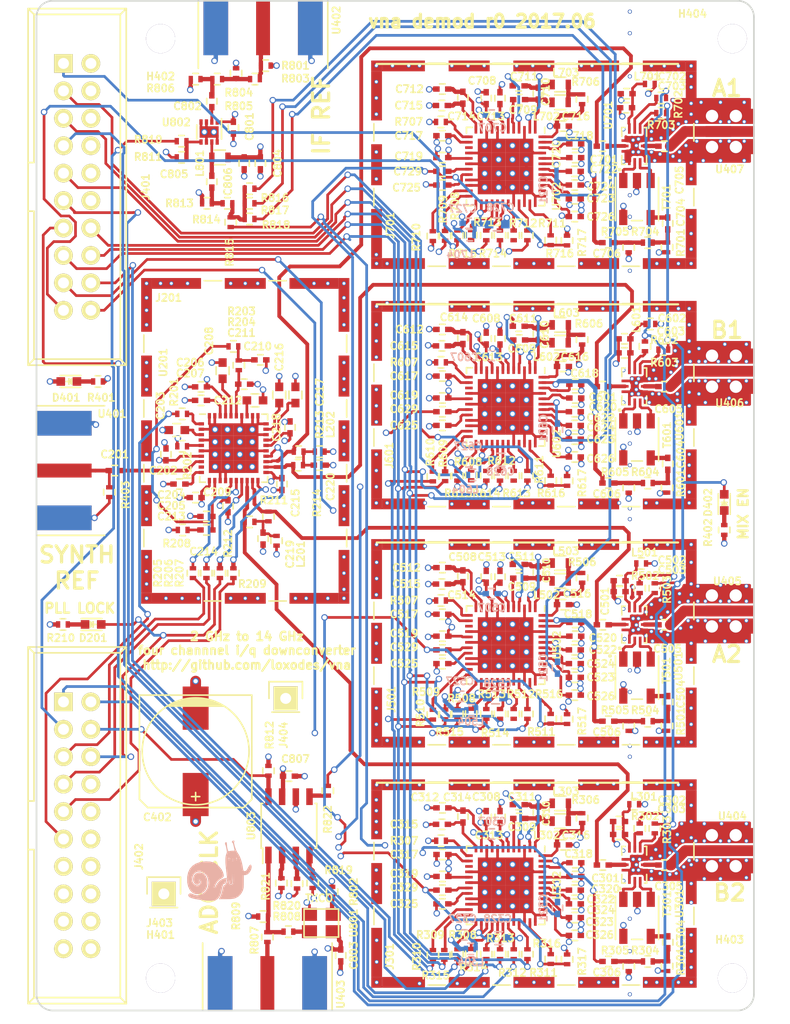
<source format=kicad_pcb>
(kicad_pcb (version 4) (host pcbnew 4.0.6)
  (layers (0 F.Cu signal) (1 In1.Cu signal) (2 In2.Cu signal) (31 B.Cu signal) (34 B.Paste user) (35 F.Paste user) (36 B.SilkS user) (37 F.SilkS user) (38 B.Mask user) (39 F.Mask user) (44 Edge.Cuts user))
  (net 0 "")
  (net 1 /SYNTH_FREF)
  (net 2 "Net-(C201-Pad2)")
  (net 3 GND)
  (net 4 +3V3)
  (net 5 "Net-(C203-Pad1)")
  (net 6 "Net-(C204-Pad2)")
  (net 7 "Net-(C207-Pad1)")
  (net 8 "Net-(C208-Pad1)")
  (net 9 "Net-(C210-Pad1)")
  (net 10 "Net-(C211-Pad1)")
  (net 11 "Net-(C212-Pad1)")
  (net 12 /lo_synth/CPOUT)
  (net 13 "Net-(C214-Pad2)")
  (net 14 "Net-(C216-Pad1)")
  (net 15 "Net-(C217-Pad1)")
  (net 16 "Net-(C219-Pad2)")
  (net 17 "Net-(C220-Pad2)")
  (net 18 /lo_synth/LO_C)
  (net 19 /lo_synth/LO_D)
  (net 20 /lo_synth/LO_A)
  (net 21 /lo_synth/LO_B)
  (net 22 "Net-(C301-Pad1)")
  (net 23 "Net-(C302-Pad2)")
  (net 24 "Net-(C304-Pad1)")
  (net 25 "Net-(C304-Pad2)")
  (net 26 /conn_power/RF_A)
  (net 27 "Net-(C305-Pad2)")
  (net 28 "Net-(C306-Pad1)")
  (net 29 /demod_A/IFIN)
  (net 30 "Net-(C309-Pad1)")
  (net 31 "Net-(C309-Pad2)")
  (net 32 "Net-(C310-Pad2)")
  (net 33 "Net-(C311-Pad2)")
  (net 34 "Net-(C312-Pad2)")
  (net 35 "Net-(C313-Pad1)")
  (net 36 "Net-(C314-Pad2)")
  (net 37 "Net-(C318-Pad1)")
  (net 38 "Net-(C320-Pad1)")
  (net 39 "Net-(C321-Pad1)")
  (net 40 /IF_LO_REF_A)
  (net 41 "Net-(C322-Pad1)")
  (net 42 "Net-(C324-Pad1)")
  (net 43 "Net-(C325-Pad2)")
  (net 44 "Net-(C327-Pad2)")
  (net 45 /demod_A/CLKP)
  (net 46 /ADC_CLK_A)
  (net 47 "Net-(C501-Pad1)")
  (net 48 "Net-(C502-Pad2)")
  (net 49 "Net-(C504-Pad1)")
  (net 50 "Net-(C504-Pad2)")
  (net 51 /conn_power/RF_B)
  (net 52 "Net-(C505-Pad2)")
  (net 53 "Net-(C506-Pad1)")
  (net 54 /demod_B/IFIN)
  (net 55 "Net-(C509-Pad1)")
  (net 56 "Net-(C509-Pad2)")
  (net 57 "Net-(C510-Pad2)")
  (net 58 "Net-(C511-Pad2)")
  (net 59 "Net-(C512-Pad2)")
  (net 60 "Net-(C513-Pad1)")
  (net 61 "Net-(C514-Pad2)")
  (net 62 "Net-(C518-Pad1)")
  (net 63 "Net-(C520-Pad1)")
  (net 64 "Net-(C521-Pad1)")
  (net 65 /IF_LO_REF_B)
  (net 66 "Net-(C522-Pad1)")
  (net 67 "Net-(C524-Pad1)")
  (net 68 "Net-(C525-Pad2)")
  (net 69 "Net-(C527-Pad2)")
  (net 70 /demod_B/CLKP)
  (net 71 /ADC_CLK_B)
  (net 72 "Net-(C601-Pad1)")
  (net 73 "Net-(C602-Pad2)")
  (net 74 "Net-(C604-Pad1)")
  (net 75 "Net-(C604-Pad2)")
  (net 76 /conn_power/RF_C)
  (net 77 "Net-(C605-Pad2)")
  (net 78 "Net-(C606-Pad1)")
  (net 79 /demod_C/IFIN)
  (net 80 "Net-(C609-Pad1)")
  (net 81 "Net-(C609-Pad2)")
  (net 82 "Net-(C610-Pad2)")
  (net 83 "Net-(C611-Pad2)")
  (net 84 "Net-(C612-Pad2)")
  (net 85 "Net-(C613-Pad1)")
  (net 86 "Net-(C614-Pad2)")
  (net 87 "Net-(C618-Pad1)")
  (net 88 "Net-(C620-Pad1)")
  (net 89 "Net-(C621-Pad1)")
  (net 90 /IF_LO_REF_C)
  (net 91 "Net-(C622-Pad1)")
  (net 92 "Net-(C624-Pad1)")
  (net 93 "Net-(C625-Pad2)")
  (net 94 "Net-(C627-Pad2)")
  (net 95 /demod_C/CLKP)
  (net 96 /ADC_CLK_C)
  (net 97 "Net-(C701-Pad1)")
  (net 98 "Net-(C702-Pad2)")
  (net 99 "Net-(C704-Pad1)")
  (net 100 "Net-(C704-Pad2)")
  (net 101 /conn_power/RF_D)
  (net 102 "Net-(C705-Pad2)")
  (net 103 "Net-(C706-Pad1)")
  (net 104 /demod_D/IFIN)
  (net 105 "Net-(C709-Pad1)")
  (net 106 "Net-(C709-Pad2)")
  (net 107 "Net-(C710-Pad2)")
  (net 108 "Net-(C711-Pad2)")
  (net 109 "Net-(C712-Pad2)")
  (net 110 "Net-(C713-Pad1)")
  (net 111 "Net-(C714-Pad2)")
  (net 112 "Net-(C718-Pad1)")
  (net 113 "Net-(C720-Pad1)")
  (net 114 "Net-(C721-Pad1)")
  (net 115 /IF_LO_REF_D)
  (net 116 "Net-(C722-Pad1)")
  (net 117 "Net-(C724-Pad1)")
  (net 118 "Net-(C725-Pad2)")
  (net 119 "Net-(C727-Pad2)")
  (net 120 /demod_D/CLKP)
  (net 121 /ADC_CLK_D)
  (net 122 "Net-(C802-Pad1)")
  (net 123 "Net-(C802-Pad2)")
  (net 124 "Net-(C805-Pad1)")
  (net 125 "Net-(C805-Pad2)")
  (net 126 /LMX_MUXout)
  (net 127 "Net-(D201-Pad1)")
  (net 128 "Net-(D401-Pad1)")
  (net 129 "Net-(D402-Pad1)")
  (net 130 /AD_DOUTA_D)
  (net 131 /AD_DOUTA_C)
  (net 132 /AD_DOUTA_B)
  (net 133 /AD_DOUTA_A)
  (net 134 /AD_CLKOUT)
  (net 135 /AD_FS)
  (net 136 /AD_PC)
  (net 137 /AD_DOUTB)
  (net 138 /AD_PE_C)
  (net 139 /AD_PE_A)
  (net 140 /AD_PE_D)
  (net 141 /AD_PE_B)
  (net 142 /MIX_X2)
  (net 143 /MIX_EN)
  (net 144 /IF_REF_EN)
  (net 145 /ADC_CLK_EN)
  (net 146 /LMX_CE)
  (net 147 /LMX_CSB)
  (net 148 /LMX_SDI)
  (net 149 /LMX_SCK)
  (net 150 "Net-(L302-Pad1)")
  (net 151 "Net-(L502-Pad1)")
  (net 152 "Net-(L602-Pad1)")
  (net 153 "Net-(L702-Pad1)")
  (net 154 "Net-(R201-Pad1)")
  (net 155 "Net-(R202-Pad1)")
  (net 156 "Net-(R205-Pad1)")
  (net 157 "Net-(R206-Pad1)")
  (net 158 "Net-(R207-Pad1)")
  (net 159 "Net-(R209-Pad2)")
  (net 160 "Net-(R302-Pad1)")
  (net 161 "Net-(R303-Pad1)")
  (net 162 "Net-(R307-Pad1)")
  (net 163 "Net-(R308-Pad2)")
  (net 164 "Net-(R309-Pad2)")
  (net 165 "Net-(R310-Pad2)")
  (net 166 "Net-(R311-Pad2)")
  (net 167 "Net-(R312-Pad2)")
  (net 168 "Net-(R313-Pad2)")
  (net 169 "Net-(R314-Pad2)")
  (net 170 "Net-(R315-Pad2)")
  (net 171 /demod_A/FREF)
  (net 172 "Net-(R502-Pad1)")
  (net 173 "Net-(R503-Pad1)")
  (net 174 "Net-(R507-Pad1)")
  (net 175 "Net-(R508-Pad2)")
  (net 176 "Net-(R509-Pad2)")
  (net 177 "Net-(R510-Pad2)")
  (net 178 "Net-(R511-Pad2)")
  (net 179 "Net-(R512-Pad2)")
  (net 180 "Net-(R513-Pad2)")
  (net 181 "Net-(R514-Pad2)")
  (net 182 "Net-(R515-Pad2)")
  (net 183 /demod_B/FREF)
  (net 184 "Net-(R602-Pad1)")
  (net 185 "Net-(R603-Pad1)")
  (net 186 "Net-(R607-Pad1)")
  (net 187 "Net-(R608-Pad2)")
  (net 188 "Net-(R609-Pad2)")
  (net 189 "Net-(R610-Pad2)")
  (net 190 "Net-(R611-Pad2)")
  (net 191 "Net-(R612-Pad2)")
  (net 192 "Net-(R613-Pad2)")
  (net 193 "Net-(R614-Pad2)")
  (net 194 "Net-(R615-Pad2)")
  (net 195 /demod_C/FREF)
  (net 196 "Net-(R702-Pad1)")
  (net 197 "Net-(R703-Pad1)")
  (net 198 "Net-(R707-Pad1)")
  (net 199 "Net-(R708-Pad2)")
  (net 200 "Net-(R709-Pad2)")
  (net 201 "Net-(R710-Pad2)")
  (net 202 "Net-(R711-Pad2)")
  (net 203 "Net-(R712-Pad2)")
  (net 204 "Net-(R713-Pad2)")
  (net 205 "Net-(R714-Pad2)")
  (net 206 "Net-(R715-Pad2)")
  (net 207 /demod_D/FREF)
  (net 208 /IF_REF)
  (net 209 "Net-(R802-Pad1)")
  (net 210 "Net-(R803-Pad1)")
  (net 211 "Net-(R807-Pad1)")
  (net 212 "Net-(R808-Pad2)")
  (net 213 /ADC_CLK)
  (net 214 "Net-(R810-Pad2)")
  (net 215 "Net-(R814-Pad2)")
  (net 216 /clock_distro/Q1)
  (net 217 /clock_distro/Q2)
  (net 218 /clock_distro/Q3)
  (net 219 /clock_distro/Q4)
  (net 220 "Net-(T301-Pad1)")
  (net 221 "Net-(T301-Pad3)")
  (net 222 "Net-(T501-Pad1)")
  (net 223 "Net-(T501-Pad3)")
  (net 224 "Net-(T601-Pad1)")
  (net 225 "Net-(T601-Pad3)")
  (net 226 "Net-(T701-Pad1)")
  (net 227 "Net-(T701-Pad3)")
  (net 228 /AD_SYNCB)
  (net 229 /AD_PD)
  (module Shielding_Cabinets:Laird_Technologies_BMI-S-209-F_29.36x18.50mm (layer F.Cu) (at 100.35 86.75 90)
    (fp_text reference J201 (at 13.25 -7.1 180) (layer F.SilkS) (effects (font (size 0.68 0.68))))
    (fp_text value RF_Shield_Two_Pieces)
    (pad 1 smd rect (at -14.58 -9.15 90) (size 1 1) (layers F.Cu F.Mask) (net 3 GND))
    (pad 1 smd rect (at 14.58 -9.15 90) (size 1 1) (layers F.Cu F.Mask) (net 3 GND))
    (pad 1 smd rect (at 14.58 9.15 90) (size 1 1) (layers F.Cu F.Mask) (net 3 GND))
    (pad 1 smd rect (at -14.58 9.15 90) (size 1 1) (layers F.Cu F.Mask) (net 3 GND))
    (pad 1 smd rect (at -12.09 -9.15 90) (size 3.98 1) (layers F.Cu F.Mask) (net 3 GND))
    (pad 1 smd rect (at -12.09 9.15 90) (size 3.98 1) (layers F.Cu F.Mask) (net 3 GND))
    (pad 1 smd rect (at -6 -9.15 90) (size 3.8 1) (layers F.Cu F.Mask) (net 3 GND))
    (pad 1 smd rect (at -6 9.15 90) (size 3.8 1) (layers F.Cu F.Mask) (net 3 GND))
    (pad 1 smd rect (at 0 -9.15 90) (size 3.8 1) (layers F.Cu F.Mask) (net 3 GND))
    (pad 1 smd rect (at 0 9.15 90) (size 3.8 1) (layers F.Cu F.Mask) (net 3 GND))
    (pad 1 smd rect (at 6 -9.15 90) (size 3.8 1) (layers F.Cu F.Mask) (net 3 GND))
    (pad 1 smd rect (at 6 9.15 90) (size 3.8 1) (layers F.Cu F.Mask) (net 3 GND))
    (pad 1 smd rect (at 12.09 -9.15 90) (size 3.98 1) (layers F.Cu F.Mask) (net 3 GND))
    (pad 1 smd rect (at 12.09 9.15 90) (size 3.98 1) (layers F.Cu F.Mask) (net 3 GND))
    (pad 1 smd rect (at -14.58 -6.375 90) (size 1 4.55) (layers F.Cu F.Mask) (net 3 GND))
    (pad 1 smd rect (at 14.58 -6.375 90) (size 1 4.55) (layers F.Cu F.Mask) (net 3 GND))
    (pad 1 smd rect (at -14.58 0 90) (size 1 3.8) (layers F.Cu F.Mask) (net 3 GND))
    (pad 1 smd rect (at 14.58 0 90) (size 1 3.8) (layers F.Cu F.Mask) (net 3 GND))
    (pad 1 smd rect (at -14.58 6.375 90) (size 1 4.55) (layers F.Cu F.Mask) (net 3 GND))
    (pad 1 smd rect (at 14.58 6.375 90) (size 1 4.55) (layers F.Cu F.Mask) (net 3 GND))
  )
  (module vna_footprints:VIA_OSH4LAYER_MIN (layer F.Cu) (at 135.4 57.9)
    (fp_text reference REF** hide)
    (fp_text value VIA_OSH4LAYER_MIN hide)
    (pad 1 thru_hole circle (at 0 0) (size 0.381 0.381) (drill 0.254) (layers *.Cu) (net 3 GND))
  )
  (module vna_footprints:VIA_OSH4LAYER_MIN (layer F.Cu) (at 135.4 60.9)
    (fp_text reference REF** hide)
    (fp_text value VIA_OSH4LAYER_MIN hide)
    (pad 1 thru_hole circle (at 0 0) (size 0.381 0.381) (drill 0.254) (layers *.Cu) (net 3 GND))
  )
  (module vna_footprints:VIA_OSH4LAYER_MIN (layer F.Cu) (at 135.4 80.2)
    (fp_text reference REF** hide)
    (fp_text value VIA_OSH4LAYER_MIN hide)
    (pad 1 thru_hole circle (at 0 0) (size 0.381 0.381) (drill 0.254) (layers *.Cu) (net 3 GND))
  )
  (module vna_footprints:VIA_OSH4LAYER_MIN (layer F.Cu) (at 135.4 83.2)
    (fp_text reference REF** hide)
    (fp_text value VIA_OSH4LAYER_MIN hide)
    (pad 1 thru_hole circle (at 0 0) (size 0.381 0.381) (drill 0.254) (layers *.Cu) (net 3 GND))
  )
  (module vna_footprints:VIA_OSH4LAYER_MIN (layer F.Cu) (at 135.4 102.3)
    (fp_text reference REF** hide)
    (fp_text value VIA_OSH4LAYER_MIN hide)
    (pad 1 thru_hole circle (at 0 0) (size 0.381 0.381) (drill 0.254) (layers *.Cu) (net 3 GND))
  )
  (module vna_footprints:VIA_OSH4LAYER_MIN (layer F.Cu) (at 135.4 127.5)
    (fp_text reference REF** hide)
    (fp_text value VIA_OSH4LAYER_MIN hide)
    (pad 1 thru_hole circle (at 0 0) (size 0.381 0.381) (drill 0.254) (layers *.Cu) (net 3 GND))
  )
  (module vna_footprints:VIA_OSH4LAYER_MIN (layer F.Cu) (at 135.4 124.7)
    (fp_text reference REF** hide)
    (fp_text value VIA_OSH4LAYER_MIN hide)
    (pad 1 thru_hole circle (at 0 0) (size 0.381 0.381) (drill 0.254) (layers *.Cu) (net 3 GND))
  )
  (module vna_footprints:VIA_OSH4LAYER_MIN (layer F.Cu) (at 135.5 105.1)
    (fp_text reference REF** hide)
    (fp_text value VIA_OSH4LAYER_MIN hide)
    (pad 1 thru_hole circle (at 0 0) (size 0.381 0.381) (drill 0.254) (layers *.Cu) (net 3 GND))
  )
  (module vna_footprints:VIA_OSH4LAYER_MIN (layer F.Cu) (at 136.3 100.3)
    (fp_text reference REF** hide)
    (fp_text value VIA_OSH4LAYER_MIN hide)
    (pad 1 thru_hole circle (at 0 0) (size 0.381 0.381) (drill 0.254) (layers *.Cu) (net 3 GND))
  )
  (module vna_footprints:VIA_OSH4LAYER_MIN (layer F.Cu) (at 146.8 122.2)
    (fp_text reference REF** hide)
    (fp_text value VIA_OSH4LAYER_MIN hide)
    (pad 1 thru_hole circle (at 0 0) (size 0.381 0.381) (drill 0.254) (layers *.Cu) (net 3 GND))
  )
  (module vna_footprints:VIA_OSH4LAYER_MIN (layer F.Cu) (at 144.5 122.2)
    (fp_text reference REF** hide)
    (fp_text value VIA_OSH4LAYER_MIN hide)
    (pad 1 thru_hole circle (at 0 0) (size 0.381 0.381) (drill 0.254) (layers *.Cu) (net 3 GND))
  )
  (module vna_footprints:VIA_OSH4LAYER_MIN (layer F.Cu) (at 142.9 122.2)
    (fp_text reference REF** hide)
    (fp_text value VIA_OSH4LAYER_MIN hide)
    (pad 1 thru_hole circle (at 0 0) (size 0.381 0.381) (drill 0.254) (layers *.Cu) (net 3 GND))
  )
  (module vna_footprints:VIA_OSH4LAYER_MIN (layer F.Cu) (at 140.8 122.2)
    (fp_text reference REF** hide)
    (fp_text value VIA_OSH4LAYER_MIN hide)
    (pad 1 thru_hole circle (at 0 0) (size 0.381 0.381) (drill 0.254) (layers *.Cu) (net 3 GND))
  )
  (module vna_footprints:VIA_OSH4LAYER_MIN (layer F.Cu) (at 140.4 123.2)
    (fp_text reference REF** hide)
    (fp_text value VIA_OSH4LAYER_MIN hide)
    (pad 1 thru_hole circle (at 0 0) (size 0.381 0.381) (drill 0.254) (layers *.Cu) (net 3 GND))
  )
  (module vna_footprints:VIA_OSH4LAYER_MIN (layer F.Cu) (at 138.4 124.6)
    (fp_text reference REF** hide)
    (fp_text value VIA_OSH4LAYER_MIN hide)
    (pad 1 thru_hole circle (at 0 0) (size 0.381 0.381) (drill 0.254) (layers *.Cu) (net 3 GND))
  )
  (module vna_footprints:VIA_OSH4LAYER_MIN (layer F.Cu) (at 138 127.3)
    (fp_text reference REF** hide)
    (fp_text value VIA_OSH4LAYER_MIN hide)
    (pad 1 thru_hole circle (at 0 0) (size 0.381 0.381) (drill 0.254) (layers *.Cu) (net 3 GND))
  )
  (module vna_footprints:VIA_OSH4LAYER_MIN (layer F.Cu) (at 142.9 127.3)
    (fp_text reference REF** hide)
    (fp_text value VIA_OSH4LAYER_MIN hide)
    (pad 1 thru_hole circle (at 0 0) (size 0.381 0.381) (drill 0.254) (layers *.Cu) (net 3 GND))
  )
  (module vna_footprints:VIA_OSH4LAYER_MIN (layer F.Cu) (at 144.4 127.3)
    (fp_text reference REF** hide)
    (fp_text value VIA_OSH4LAYER_MIN hide)
    (pad 1 thru_hole circle (at 0 0) (size 0.381 0.381) (drill 0.254) (layers *.Cu) (net 3 GND))
  )
  (module vna_footprints:VIA_OSH4LAYER_MIN (layer F.Cu) (at 146.8 127.2)
    (fp_text reference REF** hide)
    (fp_text value VIA_OSH4LAYER_MIN hide)
    (pad 1 thru_hole circle (at 0 0) (size 0.381 0.381) (drill 0.254) (layers *.Cu) (net 3 GND))
  )
  (module vna_footprints:VIA_OSH4LAYER_MIN (layer F.Cu) (at 146.8 125.6)
    (fp_text reference REF** hide)
    (fp_text value VIA_OSH4LAYER_MIN hide)
    (pad 1 thru_hole circle (at 0 0) (size 0.381 0.381) (drill 0.254) (layers *.Cu) (net 3 GND))
  )
  (module vna_footprints:VIA_OSH4LAYER_MIN (layer F.Cu) (at 146.8 123.8)
    (fp_text reference REF** hide)
    (fp_text value VIA_OSH4LAYER_MIN hide)
    (pad 1 thru_hole circle (at 0 0) (size 0.381 0.381) (drill 0.254) (layers *.Cu) (net 3 GND))
  )
  (module vna_footprints:VIA_OSH4LAYER_MIN (layer F.Cu) (at 145.2 123.8)
    (fp_text reference REF** hide)
    (fp_text value VIA_OSH4LAYER_MIN hide)
    (pad 1 thru_hole circle (at 0 0) (size 0.381 0.381) (drill 0.254) (layers *.Cu) (net 3 GND))
  )
  (module vna_footprints:VIA_OSH4LAYER_MIN (layer F.Cu) (at 145.1 125.6)
    (fp_text reference REF** hide)
    (fp_text value VIA_OSH4LAYER_MIN hide)
    (pad 1 thru_hole circle (at 0 0) (size 0.381 0.381) (drill 0.254) (layers *.Cu) (net 3 GND))
  )
  (module vna_footprints:VIA_OSH4LAYER_MIN (layer F.Cu) (at 144.4 125.6)
    (fp_text reference REF** hide)
    (fp_text value VIA_OSH4LAYER_MIN hide)
    (pad 1 thru_hole circle (at 0 0) (size 0.381 0.381) (drill 0.254) (layers *.Cu) (net 3 GND))
  )
  (module vna_footprints:VIA_OSH4LAYER_MIN (layer F.Cu) (at 144.4 123.8)
    (fp_text reference REF** hide)
    (fp_text value VIA_OSH4LAYER_MIN hide)
    (pad 1 thru_hole circle (at 0 0) (size 0.381 0.381) (drill 0.254) (layers *.Cu) (net 3 GND))
  )
  (module vna_footprints:VIA_OSH4LAYER_MIN (layer F.Cu) (at 142.9 123.8)
    (fp_text reference REF** hide)
    (fp_text value VIA_OSH4LAYER_MIN hide)
    (pad 1 thru_hole circle (at 0 0) (size 0.381 0.381) (drill 0.254) (layers *.Cu) (net 3 GND))
  )
  (module vna_footprints:VIA_OSH4LAYER_MIN (layer F.Cu) (at 142.9 125.6)
    (fp_text reference REF** hide)
    (fp_text value VIA_OSH4LAYER_MIN hide)
    (pad 1 thru_hole circle (at 0 0) (size 0.381 0.381) (drill 0.254) (layers *.Cu) (net 3 GND))
  )
  (module vna_footprints:VIA_OSH4LAYER_MIN (layer F.Cu) (at 141.5 125.6)
    (fp_text reference REF** hide)
    (fp_text value VIA_OSH4LAYER_MIN hide)
    (pad 1 thru_hole circle (at 0 0) (size 0.381 0.381) (drill 0.254) (layers *.Cu) (net 3 GND))
  )
  (module vna_footprints:VIA_OSH4LAYER_MIN (layer F.Cu) (at 142.2 125.6)
    (fp_text reference REF** hide)
    (fp_text value VIA_OSH4LAYER_MIN hide)
    (pad 1 thru_hole circle (at 0 0) (size 0.381 0.381) (drill 0.254) (layers *.Cu) (net 3 GND))
  )
  (module vna_footprints:VIA_OSH4LAYER_MIN (layer F.Cu) (at 142.1 123.8)
    (fp_text reference REF** hide)
    (fp_text value VIA_OSH4LAYER_MIN hide)
    (pad 1 thru_hole circle (at 0 0) (size 0.381 0.381) (drill 0.254) (layers *.Cu) (net 3 GND))
  )
  (module vna_footprints:VIA_OSH4LAYER_MIN (layer F.Cu) (at 140.9 123.8)
    (fp_text reference REF** hide)
    (fp_text value VIA_OSH4LAYER_MIN hide)
    (pad 1 thru_hole circle (at 0 0) (size 0.381 0.381) (drill 0.254) (layers *.Cu) (net 3 GND))
  )
  (module vna_footprints:VIA_OSH4LAYER_MIN (layer F.Cu) (at 141 126.2)
    (fp_text reference REF** hide)
    (fp_text value VIA_OSH4LAYER_MIN hide)
    (pad 1 thru_hole circle (at 0 0) (size 0.381 0.381) (drill 0.254) (layers *.Cu) (net 3 GND))
  )
  (module vna_footprints:VIA_OSH4LAYER_MIN (layer F.Cu) (at 140.3 126.8)
    (fp_text reference REF** hide)
    (fp_text value VIA_OSH4LAYER_MIN hide)
    (pad 1 thru_hole circle (at 0 0) (size 0.381 0.381) (drill 0.254) (layers *.Cu) (net 3 GND))
  )
  (module vna_footprints:VIA_OSH4LAYER_MIN (layer F.Cu) (at 140.3 124.2)
    (fp_text reference REF** hide)
    (fp_text value VIA_OSH4LAYER_MIN hide)
    (pad 1 thru_hole circle (at 0 0) (size 0.381 0.381) (drill 0.254) (layers *.Cu) (net 3 GND))
  )
  (module vna_footprints:VIA_OSH4LAYER_MIN (layer F.Cu) (at 139.7 124.9)
    (fp_text reference REF** hide)
    (fp_text value VIA_OSH4LAYER_MIN hide)
    (pad 1 thru_hole circle (at 0 0) (size 0.381 0.381) (drill 0.254) (layers *.Cu) (net 3 GND))
  )
  (module vna_footprints:VIA_OSH4LAYER_MIN (layer F.Cu) (at 139.7 126.9)
    (fp_text reference REF** hide)
    (fp_text value VIA_OSH4LAYER_MIN hide)
    (pad 1 thru_hole circle (at 0 0) (size 0.381 0.381) (drill 0.254) (layers *.Cu) (net 3 GND))
  )
  (module vna_footprints:VIA_OSH4LAYER_MIN (layer F.Cu) (at 138.8 126.8)
    (fp_text reference REF** hide)
    (fp_text value VIA_OSH4LAYER_MIN hide)
    (pad 1 thru_hole circle (at 0 0) (size 0.381 0.381) (drill 0.254) (layers *.Cu) (net 3 GND))
  )
  (module vna_footprints:VIA_OSH4LAYER_MIN (layer F.Cu) (at 138.8 125.2)
    (fp_text reference REF** hide)
    (fp_text value VIA_OSH4LAYER_MIN hide)
    (pad 1 thru_hole circle (at 0 0) (size 0.381 0.381) (drill 0.254) (layers *.Cu) (net 3 GND))
  )
  (module vna_footprints:VIA_OSH4LAYER_MIN (layer F.Cu) (at 138 125.4)
    (fp_text reference REF** hide)
    (fp_text value VIA_OSH4LAYER_MIN hide)
    (pad 1 thru_hole circle (at 0 0) (size 0.381 0.381) (drill 0.254) (layers *.Cu) (net 3 GND))
  )
  (module vna_footprints:VIA_OSH4LAYER_MIN (layer F.Cu) (at 138 126.6)
    (fp_text reference REF** hide)
    (fp_text value VIA_OSH4LAYER_MIN hide)
    (pad 1 thru_hole circle (at 0 0) (size 0.381 0.381) (drill 0.254) (layers *.Cu) (net 3 GND))
  )
  (module vna_footprints:VIA_OSH4LAYER_MIN (layer F.Cu) (at 136.8 126.5)
    (fp_text reference REF** hide)
    (fp_text value VIA_OSH4LAYER_MIN hide)
    (pad 1 thru_hole circle (at 0 0) (size 0.381 0.381) (drill 0.254) (layers *.Cu) (net 3 GND))
  )
  (module vna_footprints:VIA_OSH4LAYER_MIN (layer F.Cu) (at 136.6 126)
    (fp_text reference REF** hide)
    (fp_text value VIA_OSH4LAYER_MIN hide)
    (pad 1 thru_hole circle (at 0 0) (size 0.381 0.381) (drill 0.254) (layers *.Cu) (net 3 GND))
  )
  (module vna_footprints:VIA_OSH4LAYER_MIN (layer F.Cu) (at 136.9 125.5)
    (fp_text reference REF** hide)
    (fp_text value VIA_OSH4LAYER_MIN hide)
    (pad 1 thru_hole circle (at 0 0) (size 0.381 0.381) (drill 0.254) (layers *.Cu) (net 3 GND))
  )
  (module vna_footprints:VIA_OSH4LAYER_MIN (layer F.Cu) (at 137.5 102.6)
    (fp_text reference REF** hide)
    (fp_text value VIA_OSH4LAYER_MIN hide)
    (pad 1 thru_hole circle (at 0 0) (size 0.381 0.381) (drill 0.254) (layers *.Cu) (net 3 GND))
  )
  (module vna_footprints:VIA_OSH4LAYER_MIN (layer F.Cu) (at 137.5 104.8)
    (fp_text reference REF** hide)
    (fp_text value VIA_OSH4LAYER_MIN hide)
    (pad 1 thru_hole circle (at 0 0) (size 0.381 0.381) (drill 0.254) (layers *.Cu) (net 3 GND))
  )
  (module vna_footprints:VIA_OSH4LAYER_MIN (layer F.Cu) (at 138.1 105.3)
    (fp_text reference REF** hide)
    (fp_text value VIA_OSH4LAYER_MIN hide)
    (pad 1 thru_hole circle (at 0 0) (size 0.381 0.381) (drill 0.254) (layers *.Cu) (net 3 GND))
  )
  (module vna_footprints:VIA_OSH4LAYER_MIN (layer F.Cu) (at 138.8 101.5)
    (fp_text reference REF** hide)
    (fp_text value VIA_OSH4LAYER_MIN hide)
    (pad 1 thru_hole circle (at 0 0) (size 0.381 0.381) (drill 0.254) (layers *.Cu) (net 3 GND))
  )
  (module vna_footprints:VIA_OSH4LAYER_MIN (layer F.Cu) (at 138 101.9)
    (fp_text reference REF** hide)
    (fp_text value VIA_OSH4LAYER_MIN hide)
    (pad 1 thru_hole circle (at 0 0) (size 0.381 0.381) (drill 0.254) (layers *.Cu) (net 3 GND))
  )
  (module vna_footprints:VIA_OSH4LAYER_MIN (layer F.Cu) (at 140.6 100.9)
    (fp_text reference REF** hide)
    (fp_text value VIA_OSH4LAYER_MIN hide)
    (pad 1 thru_hole circle (at 0 0) (size 0.381 0.381) (drill 0.254) (layers *.Cu) (net 3 GND))
  )
  (module vna_footprints:VIA_OSH4LAYER_MIN (layer F.Cu) (at 142.3 100.2)
    (fp_text reference REF** hide)
    (fp_text value VIA_OSH4LAYER_MIN hide)
    (pad 1 thru_hole circle (at 0 0) (size 0.381 0.381) (drill 0.254) (layers *.Cu) (net 3 GND))
  )
  (module vna_footprints:VIA_OSH4LAYER_MIN (layer F.Cu) (at 144.4 100.1)
    (fp_text reference REF** hide)
    (fp_text value VIA_OSH4LAYER_MIN hide)
    (pad 1 thru_hole circle (at 0 0) (size 0.381 0.381) (drill 0.254) (layers *.Cu) (net 3 GND))
  )
  (module vna_footprints:VIA_OSH4LAYER_MIN (layer F.Cu) (at 146.8 100.2)
    (fp_text reference REF** hide)
    (fp_text value VIA_OSH4LAYER_MIN hide)
    (pad 1 thru_hole circle (at 0 0) (size 0.381 0.381) (drill 0.254) (layers *.Cu) (net 3 GND))
  )
  (module vna_footprints:VIA_OSH4LAYER_MIN (layer F.Cu) (at 146.8 105.3)
    (fp_text reference REF** hide)
    (fp_text value VIA_OSH4LAYER_MIN hide)
    (pad 1 thru_hole circle (at 0 0) (size 0.381 0.381) (drill 0.254) (layers *.Cu) (net 3 GND))
  )
  (module vna_footprints:VIA_OSH4LAYER_MIN (layer F.Cu) (at 144.8 105.3)
    (fp_text reference REF** hide)
    (fp_text value VIA_OSH4LAYER_MIN hide)
    (pad 1 thru_hole circle (at 0 0) (size 0.381 0.381) (drill 0.254) (layers *.Cu) (net 3 GND))
  )
  (module vna_footprints:VIA_OSH4LAYER_MIN (layer F.Cu) (at 143 105.3)
    (fp_text reference REF** hide)
    (fp_text value VIA_OSH4LAYER_MIN hide)
    (pad 1 thru_hole circle (at 0 0) (size 0.381 0.381) (drill 0.254) (layers *.Cu) (net 3 GND))
  )
  (module vna_footprints:VIA_OSH4LAYER_MIN (layer F.Cu) (at 146.8 103.4)
    (fp_text reference REF** hide)
    (fp_text value VIA_OSH4LAYER_MIN hide)
    (pad 1 thru_hole circle (at 0 0) (size 0.381 0.381) (drill 0.254) (layers *.Cu) (net 3 GND))
  )
  (module vna_footprints:VIA_OSH4LAYER_MIN (layer F.Cu) (at 146.8 101.6)
    (fp_text reference REF** hide)
    (fp_text value VIA_OSH4LAYER_MIN hide)
    (pad 1 thru_hole circle (at 0 0) (size 0.381 0.381) (drill 0.254) (layers *.Cu) (net 3 GND))
  )
  (module vna_footprints:VIA_OSH4LAYER_MIN (layer F.Cu) (at 145.2 101.6)
    (fp_text reference REF** hide)
    (fp_text value VIA_OSH4LAYER_MIN hide)
    (pad 1 thru_hole circle (at 0 0) (size 0.381 0.381) (drill 0.254) (layers *.Cu) (net 3 GND))
  )
  (module vna_footprints:VIA_OSH4LAYER_MIN (layer F.Cu) (at 145.2 103.4)
    (fp_text reference REF** hide)
    (fp_text value VIA_OSH4LAYER_MIN hide)
    (pad 1 thru_hole circle (at 0 0) (size 0.381 0.381) (drill 0.254) (layers *.Cu) (net 3 GND))
  )
  (module vna_footprints:VIA_OSH4LAYER_MIN (layer F.Cu) (at 144.4 103.4)
    (fp_text reference REF** hide)
    (fp_text value VIA_OSH4LAYER_MIN hide)
    (pad 1 thru_hole circle (at 0 0) (size 0.381 0.381) (drill 0.254) (layers *.Cu) (net 3 GND))
  )
  (module vna_footprints:VIA_OSH4LAYER_MIN (layer F.Cu) (at 144.4 101.6)
    (fp_text reference REF** hide)
    (fp_text value VIA_OSH4LAYER_MIN hide)
    (pad 1 thru_hole circle (at 0 0) (size 0.381 0.381) (drill 0.254) (layers *.Cu) (net 3 GND))
  )
  (module vna_footprints:VIA_OSH4LAYER_MIN (layer F.Cu) (at 143 101.6)
    (fp_text reference REF** hide)
    (fp_text value VIA_OSH4LAYER_MIN hide)
    (pad 1 thru_hole circle (at 0 0) (size 0.381 0.381) (drill 0.254) (layers *.Cu) (net 3 GND))
  )
  (module vna_footprints:VIA_OSH4LAYER_MIN (layer F.Cu) (at 143 103.4)
    (fp_text reference REF** hide)
    (fp_text value VIA_OSH4LAYER_MIN hide)
    (pad 1 thru_hole circle (at 0 0) (size 0.381 0.381) (drill 0.254) (layers *.Cu) (net 3 GND))
  )
  (module vna_footprints:VIA_OSH4LAYER_MIN (layer F.Cu) (at 142.3 103.4)
    (fp_text reference REF** hide)
    (fp_text value VIA_OSH4LAYER_MIN hide)
    (pad 1 thru_hole circle (at 0 0) (size 0.381 0.381) (drill 0.254) (layers *.Cu) (net 3 GND))
  )
  (module vna_footprints:VIA_OSH4LAYER_MIN (layer F.Cu) (at 142.3 101.6)
    (fp_text reference REF** hide)
    (fp_text value VIA_OSH4LAYER_MIN hide)
    (pad 1 thru_hole circle (at 0 0) (size 0.381 0.381) (drill 0.254) (layers *.Cu) (net 3 GND))
  )
  (module vna_footprints:VIA_OSH4LAYER_MIN (layer F.Cu) (at 141.4 101.6)
    (fp_text reference REF** hide)
    (fp_text value VIA_OSH4LAYER_MIN hide)
    (pad 1 thru_hole circle (at 0 0) (size 0.381 0.381) (drill 0.254) (layers *.Cu) (net 3 GND))
  )
  (module vna_footprints:VIA_OSH4LAYER_MIN (layer F.Cu) (at 141.4 103.4)
    (fp_text reference REF** hide)
    (fp_text value VIA_OSH4LAYER_MIN hide)
    (pad 1 thru_hole circle (at 0 0) (size 0.381 0.381) (drill 0.254) (layers *.Cu) (net 3 GND))
  )
  (module vna_footprints:VIA_OSH4LAYER_MIN (layer F.Cu) (at 140.7 104.1)
    (fp_text reference REF** hide)
    (fp_text value VIA_OSH4LAYER_MIN hide)
    (pad 1 thru_hole circle (at 0 0) (size 0.381 0.381) (drill 0.254) (layers *.Cu) (net 3 GND))
  )
  (module vna_footprints:VIA_OSH4LAYER_MIN (layer F.Cu) (at 140.6 101.7)
    (fp_text reference REF** hide)
    (fp_text value VIA_OSH4LAYER_MIN hide)
    (pad 1 thru_hole circle (at 0 0) (size 0.381 0.381) (drill 0.254) (layers *.Cu) (net 3 GND))
  )
  (module vna_footprints:VIA_OSH4LAYER_MIN (layer F.Cu) (at 139.5 102.6)
    (fp_text reference REF** hide)
    (fp_text value VIA_OSH4LAYER_MIN hide)
    (pad 1 thru_hole circle (at 0 0) (size 0.381 0.381) (drill 0.254) (layers *.Cu) (net 3 GND))
  )
  (module vna_footprints:VIA_OSH4LAYER_MIN (layer F.Cu) (at 139.5 104.7)
    (fp_text reference REF** hide)
    (fp_text value VIA_OSH4LAYER_MIN hide)
    (pad 1 thru_hole circle (at 0 0) (size 0.381 0.381) (drill 0.254) (layers *.Cu) (net 3 GND))
  )
  (module vna_footprints:VIA_OSH4LAYER_MIN (layer F.Cu) (at 138.9 104.4)
    (fp_text reference REF** hide)
    (fp_text value VIA_OSH4LAYER_MIN hide)
    (pad 1 thru_hole circle (at 0 0) (size 0.381 0.381) (drill 0.254) (layers *.Cu) (net 3 GND))
  )
  (module vna_footprints:VIA_OSH4LAYER_MIN (layer F.Cu) (at 138.9 103.1)
    (fp_text reference REF** hide)
    (fp_text value VIA_OSH4LAYER_MIN hide)
    (pad 1 thru_hole circle (at 0 0) (size 0.381 0.381) (drill 0.254) (layers *.Cu) (net 3 GND))
  )
  (module vna_footprints:VIA_OSH4LAYER_MIN (layer F.Cu) (at 138 103.1)
    (fp_text reference REF** hide)
    (fp_text value VIA_OSH4LAYER_MIN hide)
    (pad 1 thru_hole circle (at 0 0) (size 0.381 0.381) (drill 0.254) (layers *.Cu) (net 3 GND))
  )
  (module vna_footprints:VIA_OSH4LAYER_MIN (layer F.Cu) (at 138 104.4)
    (fp_text reference REF** hide)
    (fp_text value VIA_OSH4LAYER_MIN hide)
    (pad 1 thru_hole circle (at 0 0) (size 0.381 0.381) (drill 0.254) (layers *.Cu) (net 3 GND))
  )
  (module vna_footprints:VIA_OSH4LAYER_MIN (layer F.Cu) (at 136.6 103.8)
    (fp_text reference REF** hide)
    (fp_text value VIA_OSH4LAYER_MIN hide)
    (pad 1 thru_hole circle (at 0 0) (size 0.381 0.381) (drill 0.254) (layers *.Cu) (net 3 GND))
  )
  (module vna_footprints:VIA_OSH4LAYER_MIN (layer F.Cu) (at 136.8 104.2)
    (fp_text reference REF** hide)
    (fp_text value VIA_OSH4LAYER_MIN hide)
    (pad 1 thru_hole circle (at 0 0) (size 0.381 0.381) (drill 0.254) (layers *.Cu) (net 3 GND))
  )
  (module vna_footprints:VIA_OSH4LAYER_MIN (layer F.Cu) (at 136.8 103.2)
    (fp_text reference REF** hide)
    (fp_text value VIA_OSH4LAYER_MIN hide)
    (pad 1 thru_hole circle (at 0 0) (size 0.381 0.381) (drill 0.254) (layers *.Cu) (net 3 GND))
  )
  (module vna_footprints:VIA_OSH4LAYER_MIN (layer F.Cu) (at 140 55.2)
    (fp_text reference REF** hide)
    (fp_text value VIA_OSH4LAYER_MIN hide)
    (pad 1 thru_hole circle (at 0 0) (size 0.381 0.381) (drill 0.254) (layers *.Cu) (net 3 GND))
  )
  (module vna_footprints:VIA_OSH4LAYER_MIN (layer F.Cu) (at 138 58.1)
    (fp_text reference REF** hide)
    (fp_text value VIA_OSH4LAYER_MIN hide)
    (pad 1 thru_hole circle (at 0 0) (size 0.381 0.381) (drill 0.254) (layers *.Cu) (net 3 GND))
  )
  (module vna_footprints:VIA_OSH4LAYER_MIN (layer F.Cu) (at 142.6 55.4)
    (fp_text reference REF** hide)
    (fp_text value VIA_OSH4LAYER_MIN hide)
    (pad 1 thru_hole circle (at 0 0) (size 0.381 0.381) (drill 0.254) (layers *.Cu) (net 3 GND))
  )
  (module vna_footprints:VIA_OSH4LAYER_MIN (layer F.Cu) (at 146.6 55.4)
    (fp_text reference REF** hide)
    (fp_text value VIA_OSH4LAYER_MIN hide)
    (pad 1 thru_hole circle (at 0 0) (size 0.381 0.381) (drill 0.254) (layers *.Cu) (net 3 GND))
  )
  (module vna_footprints:VIA_OSH4LAYER_MIN (layer F.Cu) (at 144.4 55.4)
    (fp_text reference REF** hide)
    (fp_text value VIA_OSH4LAYER_MIN hide)
    (pad 1 thru_hole circle (at 0 0) (size 0.381 0.381) (drill 0.254) (layers *.Cu) (net 3 GND))
  )
  (module vna_footprints:VIA_OSH4LAYER_MIN (layer F.Cu) (at 146.6 60.8)
    (fp_text reference REF** hide)
    (fp_text value VIA_OSH4LAYER_MIN hide)
    (pad 1 thru_hole circle (at 0 0) (size 0.381 0.381) (drill 0.254) (layers *.Cu) (net 3 GND))
  )
  (module vna_footprints:VIA_OSH4LAYER_MIN (layer F.Cu) (at 144.4 60.8)
    (fp_text reference REF** hide)
    (fp_text value VIA_OSH4LAYER_MIN hide)
    (pad 1 thru_hole circle (at 0 0) (size 0.381 0.381) (drill 0.254) (layers *.Cu) (net 3 GND))
  )
  (module vna_footprints:VIA_OSH4LAYER_MIN (layer F.Cu) (at 142.8 60.8)
    (fp_text reference REF** hide)
    (fp_text value VIA_OSH4LAYER_MIN hide)
    (pad 1 thru_hole circle (at 0 0) (size 0.381 0.381) (drill 0.254) (layers *.Cu) (net 3 GND))
  )
  (module vna_footprints:VIA_OSH4LAYER_MIN (layer F.Cu) (at 140.6 60.8)
    (fp_text reference REF** hide)
    (fp_text value VIA_OSH4LAYER_MIN hide)
    (pad 1 thru_hole circle (at 0 0) (size 0.381 0.381) (drill 0.254) (layers *.Cu) (net 3 GND))
  )
  (module vna_footprints:VIA_OSH4LAYER_MIN (layer F.Cu) (at 138.3 60.8)
    (fp_text reference REF** hide)
    (fp_text value VIA_OSH4LAYER_MIN hide)
    (pad 1 thru_hole circle (at 0 0) (size 0.381 0.381) (drill 0.254) (layers *.Cu) (net 3 GND))
  )
  (module vna_footprints:VIA_OSH4LAYER_MIN (layer F.Cu) (at 136.8 60)
    (fp_text reference REF** hide)
    (fp_text value VIA_OSH4LAYER_MIN hide)
    (pad 1 thru_hole circle (at 0 0) (size 0.381 0.381) (drill 0.254) (layers *.Cu) (net 3 GND))
  )
  (module vna_footprints:VIA_OSH4LAYER_MIN (layer F.Cu) (at 136.6 59.4)
    (fp_text reference REF** hide)
    (fp_text value VIA_OSH4LAYER_MIN hide)
    (pad 1 thru_hole circle (at 0 0) (size 0.381 0.381) (drill 0.254) (layers *.Cu) (net 3 GND))
  )
  (module vna_footprints:VIA_OSH4LAYER_MIN (layer F.Cu) (at 136.8 58.8)
    (fp_text reference REF** hide)
    (fp_text value VIA_OSH4LAYER_MIN hide)
    (pad 1 thru_hole circle (at 0 0) (size 0.381 0.381) (drill 0.254) (layers *.Cu) (net 3 GND))
  )
  (module vna_footprints:VIA_OSH4LAYER_MIN (layer F.Cu) (at 138 58.8)
    (fp_text reference REF** hide)
    (fp_text value VIA_OSH4LAYER_MIN hide)
    (pad 1 thru_hole circle (at 0 0) (size 0.381 0.381) (drill 0.254) (layers *.Cu) (net 3 GND))
  )
  (module vna_footprints:VIA_OSH4LAYER_MIN (layer F.Cu) (at 138.9 58.7)
    (fp_text reference REF** hide)
    (fp_text value VIA_OSH4LAYER_MIN hide)
    (pad 1 thru_hole circle (at 0 0) (size 0.381 0.381) (drill 0.254) (layers *.Cu) (net 3 GND))
  )
  (module vna_footprints:VIA_OSH4LAYER_MIN (layer F.Cu) (at 140 57.9)
    (fp_text reference REF** hide)
    (fp_text value VIA_OSH4LAYER_MIN hide)
    (pad 1 thru_hole circle (at 0 0) (size 0.381 0.381) (drill 0.254) (layers *.Cu) (net 3 GND))
  )
  (module vna_footprints:VIA_OSH4LAYER_MIN (layer F.Cu) (at 140.5 57.4)
    (fp_text reference REF** hide)
    (fp_text value VIA_OSH4LAYER_MIN hide)
    (pad 1 thru_hole circle (at 0 0) (size 0.381 0.381) (drill 0.254) (layers *.Cu) (net 3 GND))
  )
  (module vna_footprints:VIA_OSH4LAYER_MIN (layer F.Cu) (at 141.2 57.2)
    (fp_text reference REF** hide)
    (fp_text value VIA_OSH4LAYER_MIN hide)
    (pad 1 thru_hole circle (at 0 0) (size 0.381 0.381) (drill 0.254) (layers *.Cu) (net 3 GND))
  )
  (module vna_footprints:VIA_OSH4LAYER_MIN (layer F.Cu) (at 142.2 57.2)
    (fp_text reference REF** hide)
    (fp_text value VIA_OSH4LAYER_MIN hide)
    (pad 1 thru_hole circle (at 0 0) (size 0.381 0.381) (drill 0.254) (layers *.Cu) (net 3 GND))
  )
  (module vna_footprints:VIA_OSH4LAYER_MIN (layer F.Cu) (at 144.4 57.2)
    (fp_text reference REF** hide)
    (fp_text value VIA_OSH4LAYER_MIN hide)
    (pad 1 thru_hole circle (at 0 0) (size 0.381 0.381) (drill 0.254) (layers *.Cu) (net 3 GND))
  )
  (module vna_footprints:VIA_OSH4LAYER_MIN (layer F.Cu) (at 145.2 57.2)
    (fp_text reference REF** hide)
    (fp_text value VIA_OSH4LAYER_MIN hide)
    (pad 1 thru_hole circle (at 0 0) (size 0.381 0.381) (drill 0.254) (layers *.Cu) (net 3 GND))
  )
  (module vna_footprints:VIA_OSH4LAYER_MIN (layer F.Cu) (at 146.6 57.2)
    (fp_text reference REF** hide)
    (fp_text value VIA_OSH4LAYER_MIN hide)
    (pad 1 thru_hole circle (at 0 0) (size 0.381 0.381) (drill 0.254) (layers *.Cu) (net 3 GND))
  )
  (module vna_footprints:VIA_OSH4LAYER_MIN (layer F.Cu) (at 146.6 59)
    (fp_text reference REF** hide)
    (fp_text value VIA_OSH4LAYER_MIN hide)
    (pad 1 thru_hole circle (at 0 0) (size 0.381 0.381) (drill 0.254) (layers *.Cu) (net 3 GND))
  )
  (module vna_footprints:VIA_OSH4LAYER_MIN (layer F.Cu) (at 145.2 59)
    (fp_text reference REF** hide)
    (fp_text value VIA_OSH4LAYER_MIN hide)
    (pad 1 thru_hole circle (at 0 0) (size 0.381 0.381) (drill 0.254) (layers *.Cu) (net 3 GND))
  )
  (module vna_footprints:VIA_OSH4LAYER_MIN (layer F.Cu) (at 144.4 59)
    (fp_text reference REF** hide)
    (fp_text value VIA_OSH4LAYER_MIN hide)
    (pad 1 thru_hole circle (at 0 0) (size 0.381 0.381) (drill 0.254) (layers *.Cu) (net 3 GND))
  )
  (module vna_footprints:VIA_OSH4LAYER_MIN (layer F.Cu) (at 142.2 59)
    (fp_text reference REF** hide)
    (fp_text value VIA_OSH4LAYER_MIN hide)
    (pad 1 thru_hole circle (at 0 0) (size 0.381 0.381) (drill 0.254) (layers *.Cu) (net 3 GND))
  )
  (module vna_footprints:VIA_OSH4LAYER_MIN (layer F.Cu) (at 141.2 59.4)
    (fp_text reference REF** hide)
    (fp_text value VIA_OSH4LAYER_MIN hide)
    (pad 1 thru_hole circle (at 0 0) (size 0.381 0.381) (drill 0.254) (layers *.Cu) (net 3 GND))
  )
  (module vna_footprints:VIA_OSH4LAYER_MIN (layer F.Cu) (at 140.6 60)
    (fp_text reference REF** hide)
    (fp_text value VIA_OSH4LAYER_MIN hide)
    (pad 1 thru_hole circle (at 0 0) (size 0.381 0.381) (drill 0.254) (layers *.Cu) (net 3 GND))
  )
  (module vna_footprints:VIA_OSH4LAYER_MIN (layer F.Cu) (at 140 60.4)
    (fp_text reference REF** hide)
    (fp_text value VIA_OSH4LAYER_MIN hide)
    (pad 1 thru_hole circle (at 0 0) (size 0.381 0.381) (drill 0.254) (layers *.Cu) (net 3 GND))
  )
  (module vna_footprints:VIA_OSH4LAYER_MIN (layer F.Cu) (at 138.8 60.2)
    (fp_text reference REF** hide)
    (fp_text value VIA_OSH4LAYER_MIN hide)
    (pad 1 thru_hole circle (at 0 0) (size 0.381 0.381) (drill 0.254) (layers *.Cu) (net 3 GND))
  )
  (module vna_footprints:VIA_OSH4LAYER_MIN (layer F.Cu) (at 138 60)
    (fp_text reference REF** hide)
    (fp_text value VIA_OSH4LAYER_MIN hide)
    (pad 1 thru_hole circle (at 0 0) (size 0.381 0.381) (drill 0.254) (layers *.Cu) (net 3 GND))
  )
  (module vna_footprints:VIA_OSH4LAYER_MIN (layer F.Cu) (at 144.8 77.8)
    (fp_text reference REF** hide)
    (fp_text value VIA_OSH4LAYER_MIN hide)
    (pad 1 thru_hole circle (at 0 0) (size 0.381 0.381) (drill 0.254) (layers *.Cu) (net 3 GND))
  )
  (module vna_footprints:VIA_OSH4LAYER_MIN (layer F.Cu) (at 145.2 82.8)
    (fp_text reference REF** hide)
    (fp_text value VIA_OSH4LAYER_MIN hide)
    (pad 1 thru_hole circle (at 0 0) (size 0.381 0.381) (drill 0.254) (layers *.Cu) (net 3 GND))
  )
  (module vna_footprints:VIA_OSH4LAYER_MIN (layer F.Cu) (at 142.4 82.4)
    (fp_text reference REF** hide)
    (fp_text value VIA_OSH4LAYER_MIN hide)
    (pad 1 thru_hole circle (at 0 0) (size 0.381 0.381) (drill 0.254) (layers *.Cu) (net 3 GND))
  )
  (module vna_footprints:VIA_OSH4LAYER_MIN (layer F.Cu) (at 140.4 83)
    (fp_text reference REF** hide)
    (fp_text value VIA_OSH4LAYER_MIN hide)
    (pad 1 thru_hole circle (at 0 0) (size 0.381 0.381) (drill 0.254) (layers *.Cu) (net 3 GND))
  )
  (module vna_footprints:VIA_OSH4LAYER_MIN (layer F.Cu) (at 137.8 83.2)
    (fp_text reference REF** hide)
    (fp_text value VIA_OSH4LAYER_MIN hide)
    (pad 1 thru_hole circle (at 0 0) (size 0.381 0.381) (drill 0.254) (layers *.Cu) (net 3 GND))
  )
  (module vna_footprints:VIA_OSH4LAYER_MIN (layer F.Cu) (at 143 83.2)
    (fp_text reference REF** hide)
    (fp_text value VIA_OSH4LAYER_MIN hide)
    (pad 1 thru_hole circle (at 0 0) (size 0.381 0.381) (drill 0.254) (layers *.Cu) (net 3 GND))
  )
  (module vna_footprints:VIA_OSH4LAYER_MIN (layer F.Cu) (at 146.8 83.2)
    (fp_text reference REF** hide)
    (fp_text value VIA_OSH4LAYER_MIN hide)
    (pad 1 thru_hole circle (at 0 0) (size 0.381 0.381) (drill 0.254) (layers *.Cu) (net 3 GND))
  )
  (module vna_footprints:VIA_OSH4LAYER_MIN (layer F.Cu) (at 146.8 77.8)
    (fp_text reference REF** hide)
    (fp_text value VIA_OSH4LAYER_MIN hide)
    (pad 1 thru_hole circle (at 0 0) (size 0.381 0.381) (drill 0.254) (layers *.Cu) (net 3 GND))
  )
  (module vna_footprints:VIA_OSH4LAYER_MIN (layer F.Cu) (at 142.4 78.2)
    (fp_text reference REF** hide)
    (fp_text value VIA_OSH4LAYER_MIN hide)
    (pad 1 thru_hole circle (at 0 0) (size 0.381 0.381) (drill 0.254) (layers *.Cu) (net 3 GND))
  )
  (module vna_footprints:VIA_OSH4LAYER_MIN (layer F.Cu) (at 140.2 78.4)
    (fp_text reference REF** hide)
    (fp_text value VIA_OSH4LAYER_MIN hide)
    (pad 1 thru_hole circle (at 0 0) (size 0.381 0.381) (drill 0.254) (layers *.Cu) (net 3 GND))
  )
  (module vna_footprints:VIA_OSH4LAYER_MIN (layer F.Cu) (at 138.2 80.2)
    (fp_text reference REF** hide)
    (fp_text value VIA_OSH4LAYER_MIN hide)
    (pad 1 thru_hole circle (at 0 0) (size 0.381 0.381) (drill 0.254) (layers *.Cu) (net 3 GND))
  )
  (module vna_footprints:VIA_OSH4LAYER_MIN (layer F.Cu) (at 137.5 82.8)
    (fp_text reference REF** hide)
    (fp_text value VIA_OSH4LAYER_MIN hide)
    (pad 1 thru_hole circle (at 0 0) (size 0.381 0.381) (drill 0.254) (layers *.Cu) (net 3 GND))
  )
  (module vna_footprints:VIA_OSH4LAYER_MIN (layer F.Cu) (at 137.8 81)
    (fp_text reference REF** hide)
    (fp_text value VIA_OSH4LAYER_MIN hide)
    (pad 1 thru_hole circle (at 0 0) (size 0.381 0.381) (drill 0.254) (layers *.Cu) (net 3 GND))
  )
  (module vna_footprints:VIA_OSH4LAYER_MIN (layer F.Cu) (at 136.6 81.4)
    (fp_text reference REF** hide)
    (fp_text value VIA_OSH4LAYER_MIN hide)
    (pad 1 thru_hole circle (at 0 0) (size 0.381 0.381) (drill 0.254) (layers *.Cu) (net 3 GND))
  )
  (module vna_footprints:VIA_OSH4LAYER_MIN (layer F.Cu) (at 136.2 82.4)
    (fp_text reference REF** hide)
    (fp_text value VIA_OSH4LAYER_MIN hide)
    (pad 1 thru_hole circle (at 0 0) (size 0.381 0.381) (drill 0.254) (layers *.Cu) (net 3 GND))
  )
  (module vna_footprints:VIA_OSH4LAYER_MIN (layer F.Cu) (at 136.8 81)
    (fp_text reference REF** hide)
    (fp_text value VIA_OSH4LAYER_MIN hide)
    (pad 1 thru_hole circle (at 0 0) (size 0.381 0.381) (drill 0.254) (layers *.Cu) (net 3 GND))
  )
  (module vna_footprints:VIA_OSH4LAYER_MIN (layer F.Cu) (at 136.8 82.4)
    (fp_text reference REF** hide)
    (fp_text value VIA_OSH4LAYER_MIN hide)
    (pad 1 thru_hole circle (at 0 0) (size 0.381 0.381) (drill 0.254) (layers *.Cu) (net 3 GND))
  )
  (module vna_footprints:VIA_OSH4LAYER_MIN (layer F.Cu) (at 138.4 81)
    (fp_text reference REF** hide)
    (fp_text value VIA_OSH4LAYER_MIN hide)
    (pad 1 thru_hole circle (at 0 0) (size 0.381 0.381) (drill 0.254) (layers *.Cu) (net 3 GND))
  )
  (module vna_footprints:VIA_OSH4LAYER_MIN (layer F.Cu) (at 138.1 82.4)
    (fp_text reference REF** hide)
    (fp_text value VIA_OSH4LAYER_MIN hide)
    (pad 1 thru_hole circle (at 0 0) (size 0.381 0.381) (drill 0.254) (layers *.Cu) (net 3 GND))
  )
  (module vna_footprints:VIA_OSH4LAYER_MIN (layer F.Cu) (at 138.7 82.4)
    (fp_text reference REF** hide)
    (fp_text value VIA_OSH4LAYER_MIN hide)
    (pad 1 thru_hole circle (at 0 0) (size 0.381 0.381) (drill 0.254) (layers *.Cu) (net 3 GND))
  )
  (module vna_footprints:VIA_OSH4LAYER_MIN (layer F.Cu) (at 139.8 80.4)
    (fp_text reference REF** hide)
    (fp_text value VIA_OSH4LAYER_MIN hide)
    (pad 1 thru_hole circle (at 0 0) (size 0.381 0.381) (drill 0.254) (layers *.Cu) (net 3 GND))
  )
  (module vna_footprints:VIA_OSH4LAYER_MIN (layer F.Cu) (at 140.3 79.8)
    (fp_text reference REF** hide)
    (fp_text value VIA_OSH4LAYER_MIN hide)
    (pad 1 thru_hole circle (at 0 0) (size 0.381 0.381) (drill 0.254) (layers *.Cu) (net 3 GND))
  )
  (module vna_footprints:VIA_OSH4LAYER_MIN (layer F.Cu) (at 140.4 82.4)
    (fp_text reference REF** hide)
    (fp_text value VIA_OSH4LAYER_MIN hide)
    (pad 1 thru_hole circle (at 0 0) (size 0.381 0.381) (drill 0.254) (layers *.Cu) (net 3 GND))
  )
  (module vna_footprints:VIA_OSH4LAYER_MIN (layer F.Cu) (at 140.4 79.4)
    (fp_text reference REF** hide)
    (fp_text value VIA_OSH4LAYER_MIN hide)
    (pad 1 thru_hole circle (at 0 0) (size 0.381 0.381) (drill 0.254) (layers *.Cu) (net 3 GND))
  )
  (module vna_footprints:VIA_OSH4LAYER_MIN (layer F.Cu) (at 146.8 79.4)
    (fp_text reference REF** hide)
    (fp_text value VIA_OSH4LAYER_MIN hide)
    (pad 1 thru_hole circle (at 0 0) (size 0.381 0.381) (drill 0.254) (layers *.Cu) (net 3 GND))
  )
  (module vna_footprints:VIA_OSH4LAYER_MIN (layer F.Cu) (at 146.8 81.2)
    (fp_text reference REF** hide)
    (fp_text value VIA_OSH4LAYER_MIN hide)
    (pad 1 thru_hole circle (at 0 0) (size 0.381 0.381) (drill 0.254) (layers *.Cu) (net 3 GND))
  )
  (module vna_footprints:VIA_OSH4LAYER_MIN (layer F.Cu) (at 145.2 81.2)
    (fp_text reference REF** hide)
    (fp_text value VIA_OSH4LAYER_MIN hide)
    (pad 1 thru_hole circle (at 0 0) (size 0.381 0.381) (drill 0.254) (layers *.Cu) (net 3 GND))
  )
  (module vna_footprints:VIA_OSH4LAYER_MIN (layer F.Cu) (at 145.2 79.4)
    (fp_text reference REF** hide)
    (fp_text value VIA_OSH4LAYER_MIN hide)
    (pad 1 thru_hole circle (at 0 0) (size 0.381 0.381) (drill 0.254) (layers *.Cu) (net 3 GND))
  )
  (module vna_footprints:VIA_OSH4LAYER_MIN (layer F.Cu) (at 144.2 79.4)
    (fp_text reference REF** hide)
    (fp_text value VIA_OSH4LAYER_MIN hide)
    (pad 1 thru_hole circle (at 0 0) (size 0.381 0.381) (drill 0.254) (layers *.Cu) (net 3 GND))
  )
  (module vna_footprints:VIA_OSH4LAYER_MIN (layer F.Cu) (at 144.2 81.2)
    (fp_text reference REF** hide)
    (fp_text value VIA_OSH4LAYER_MIN hide)
    (pad 1 thru_hole circle (at 0 0) (size 0.381 0.381) (drill 0.254) (layers *.Cu) (net 3 GND))
  )
  (module vna_footprints:VIA_OSH4LAYER_MIN (layer F.Cu) (at 143 81.2)
    (fp_text reference REF** hide)
    (fp_text value VIA_OSH4LAYER_MIN hide)
    (pad 1 thru_hole circle (at 0 0) (size 0.381 0.381) (drill 0.254) (layers *.Cu) (net 3 GND))
  )
  (module vna_footprints:VIA_OSH4LAYER_MIN (layer F.Cu) (at 142.4 81.2)
    (fp_text reference REF** hide)
    (fp_text value VIA_OSH4LAYER_MIN hide)
    (pad 1 thru_hole circle (at 0 0) (size 0.381 0.381) (drill 0.254) (layers *.Cu) (net 3 GND))
  )
  (module vna_footprints:VIA_OSH4LAYER_MIN (layer F.Cu) (at 143 79.4)
    (fp_text reference REF** hide)
    (fp_text value VIA_OSH4LAYER_MIN hide)
    (pad 1 thru_hole circle (at 0 0) (size 0.381 0.381) (drill 0.254) (layers *.Cu) (net 3 GND))
  )
  (module vna_footprints:VIA_OSH4LAYER_MIN (layer F.Cu) (at 142.4 79.4)
    (fp_text reference REF** hide)
    (fp_text value VIA_OSH4LAYER_MIN hide)
    (pad 1 thru_hole circle (at 0 0) (size 0.381 0.381) (drill 0.254) (layers *.Cu) (net 3 GND))
  )
  (module vna_footprints:VIA_OSH4LAYER_MIN (layer F.Cu) (at 141.6 79.4)
    (fp_text reference REF** hide)
    (fp_text value VIA_OSH4LAYER_MIN hide)
    (pad 1 thru_hole circle (at 0 0) (size 0.381 0.381) (drill 0.254) (layers *.Cu) (net 3 GND))
  )
  (module vna_footprints:VIA_OSH4LAYER_MIN (layer F.Cu) (at 141.6 81.2)
    (fp_text reference REF** hide)
    (fp_text value VIA_OSH4LAYER_MIN hide)
    (pad 1 thru_hole circle (at 0 0) (size 0.381 0.381) (drill 0.254) (layers *.Cu) (net 3 GND))
  )
  (module vna_footprints:VIA_OSH4LAYER_MIN (layer F.Cu) (at 136 138)
    (fp_text reference REF** hide)
    (fp_text value VIA_OSH4LAYER_MIN hide)
    (pad 1 thru_hole circle (at 0 0) (size 0.381 0.381) (drill 0.254) (layers *.Cu) (net 3 GND))
  )
  (module vna_footprints:VIA_OSH4LAYER_MIN (layer F.Cu) (at 136 134)
    (fp_text reference REF** hide)
    (fp_text value VIA_OSH4LAYER_MIN hide)
    (pad 1 thru_hole circle (at 0 0) (size 0.381 0.381) (drill 0.254) (layers *.Cu) (net 3 GND))
  )
  (module vna_footprints:VIA_OSH4LAYER_MIN (layer F.Cu) (at 136 131)
    (fp_text reference REF** hide)
    (fp_text value VIA_OSH4LAYER_MIN hide)
    (pad 1 thru_hole circle (at 0 0) (size 0.381 0.381) (drill 0.254) (layers *.Cu) (net 3 GND))
  )
  (module vna_footprints:VIA_OSH4LAYER_MIN (layer F.Cu) (at 136 116)
    (fp_text reference REF** hide)
    (fp_text value VIA_OSH4LAYER_MIN hide)
    (pad 1 thru_hole circle (at 0 0) (size 0.381 0.381) (drill 0.254) (layers *.Cu) (net 3 GND))
  )
  (module vna_footprints:VIA_OSH4LAYER_MIN (layer F.Cu) (at 136 115)
    (fp_text reference REF** hide)
    (fp_text value VIA_OSH4LAYER_MIN hide)
    (pad 1 thru_hole circle (at 0 0) (size 0.381 0.381) (drill 0.254) (layers *.Cu) (net 3 GND))
  )
  (module vna_footprints:VIA_OSH4LAYER_MIN (layer F.Cu) (at 136 110)
    (fp_text reference REF** hide)
    (fp_text value VIA_OSH4LAYER_MIN hide)
    (pad 1 thru_hole circle (at 0 0) (size 0.381 0.381) (drill 0.254) (layers *.Cu) (net 3 GND))
  )
  (module vna_footprints:VIA_OSH4LAYER_MIN (layer F.Cu) (at 136 108)
    (fp_text reference REF** hide)
    (fp_text value VIA_OSH4LAYER_MIN hide)
    (pad 1 thru_hole circle (at 0 0) (size 0.381 0.381) (drill 0.254) (layers *.Cu) (net 3 GND))
  )
  (module vna_footprints:VIA_OSH4LAYER_MIN (layer F.Cu) (at 136 94)
    (fp_text reference REF** hide)
    (fp_text value VIA_OSH4LAYER_MIN hide)
    (pad 1 thru_hole circle (at 0 0) (size 0.381 0.381) (drill 0.254) (layers *.Cu) (net 3 GND))
  )
  (module vna_footprints:VIA_OSH4LAYER_MIN (layer F.Cu) (at 136 93)
    (fp_text reference REF** hide)
    (fp_text value VIA_OSH4LAYER_MIN hide)
    (pad 1 thru_hole circle (at 0 0) (size 0.381 0.381) (drill 0.254) (layers *.Cu) (net 3 GND))
  )
  (module vna_footprints:VIA_OSH4LAYER_MIN (layer F.Cu) (at 136 89)
    (fp_text reference REF** hide)
    (fp_text value VIA_OSH4LAYER_MIN hide)
    (pad 1 thru_hole circle (at 0 0) (size 0.381 0.381) (drill 0.254) (layers *.Cu) (net 3 GND))
  )
  (module vna_footprints:VIA_OSH4LAYER_MIN (layer F.Cu) (at 136 87)
    (fp_text reference REF** hide)
    (fp_text value VIA_OSH4LAYER_MIN hide)
    (pad 1 thru_hole circle (at 0 0) (size 0.381 0.381) (drill 0.254) (layers *.Cu) (net 3 GND))
  )
  (module vna_footprints:VIA_OSH4LAYER_MIN (layer F.Cu) (at 136 86)
    (fp_text reference REF** hide)
    (fp_text value VIA_OSH4LAYER_MIN hide)
    (pad 1 thru_hole circle (at 0 0) (size 0.381 0.381) (drill 0.254) (layers *.Cu) (net 3 GND))
  )
  (module vna_footprints:VIA_OSH4LAYER_MIN (layer F.Cu) (at 136 71)
    (fp_text reference REF** hide)
    (fp_text value VIA_OSH4LAYER_MIN hide)
    (pad 1 thru_hole circle (at 0 0) (size 0.381 0.381) (drill 0.254) (layers *.Cu) (net 3 GND))
  )
  (module vna_footprints:VIA_OSH4LAYER_MIN (layer F.Cu) (at 136 67)
    (fp_text reference REF** hide)
    (fp_text value VIA_OSH4LAYER_MIN hide)
    (pad 1 thru_hole circle (at 0 0) (size 0.381 0.381) (drill 0.254) (layers *.Cu) (net 3 GND))
  )
  (module vna_footprints:VIA_OSH4LAYER_MIN (layer F.Cu) (at 136 66)
    (fp_text reference REF** hide)
    (fp_text value VIA_OSH4LAYER_MIN hide)
    (pad 1 thru_hole circle (at 0 0) (size 0.381 0.381) (drill 0.254) (layers *.Cu) (net 3 GND))
  )
  (module vna_footprints:VIA_OSH4LAYER_MIN (layer F.Cu) (at 136 64)
    (fp_text reference REF** hide)
    (fp_text value VIA_OSH4LAYER_MIN hide)
    (pad 1 thru_hole circle (at 0 0) (size 0.381 0.381) (drill 0.254) (layers *.Cu) (net 3 GND))
  )
  (module vna_footprints:VIA_OSH4LAYER_MIN (layer F.Cu) (at 136 53)
    (fp_text reference REF** hide)
    (fp_text value VIA_OSH4LAYER_MIN hide)
    (pad 1 thru_hole circle (at 0 0) (size 0.381 0.381) (drill 0.254) (layers *.Cu) (net 3 GND))
  )
  (module vna_footprints:VIA_OSH4LAYER_MIN (layer F.Cu) (at 136 49)
    (fp_text reference REF** hide)
    (fp_text value VIA_OSH4LAYER_MIN hide)
    (pad 1 thru_hole circle (at 0 0) (size 0.381 0.381) (drill 0.254) (layers *.Cu) (net 3 GND))
  )
  (module vna_footprints:VIA_OSH4LAYER_MIN (layer F.Cu) (at 136 47)
    (fp_text reference REF** hide)
    (fp_text value VIA_OSH4LAYER_MIN hide)
    (pad 1 thru_hole circle (at 0 0) (size 0.381 0.381) (drill 0.254) (layers *.Cu) (net 3 GND))
  )
  (module vna_footprints:VIA_OSH4LAYER_MIN (layer F.Cu) (at 112.522 70.33)
    (fp_text reference REF** hide)
    (fp_text value VIA_OSH4LAYER_MIN hide)
    (pad 1 thru_hole circle (at 0 0) (size 0.381 0.381) (drill 0.254) (layers *.Cu) (net 3 GND))
  )
  (module vna_footprints:VIA_OSH4LAYER_MIN (layer F.Cu) (at 136.3005 60)
    (fp_text reference REF** hide)
    (fp_text value VIA_OSH4LAYER_MIN hide)
    (pad 1 thru_hole circle (at 0 0) (size 0.381 0.381) (drill 0.254) (layers *.Cu) (net 3 GND))
  )
  (module vna_footprints:VIA_OSH4LAYER_MIN (layer F.Cu) (at 136.3 58.9)
    (fp_text reference REF** hide)
    (fp_text value VIA_OSH4LAYER_MIN hide)
    (pad 1 thru_hole circle (at 0 0) (size 0.381 0.381) (drill 0.254) (layers *.Cu) (net 3 GND))
  )
  (module vna_footprints:VIA_OSH4LAYER_MIN (layer F.Cu) (at 136.6 82)
    (fp_text reference REF** hide)
    (fp_text value VIA_OSH4LAYER_MIN hide)
    (pad 1 thru_hole circle (at 0 0) (size 0.381 0.381) (drill 0.254) (layers *.Cu) (net 3 GND))
  )
  (module vna_footprints:VIA_OSH4LAYER_MIN (layer F.Cu) (at 136.2 81)
    (fp_text reference REF** hide)
    (fp_text value VIA_OSH4LAYER_MIN hide)
    (pad 1 thru_hole circle (at 0 0) (size 0.381 0.381) (drill 0.254) (layers *.Cu) (net 3 GND))
  )
  (module vna_footprints:VIA_OSH4LAYER_MIN (layer F.Cu) (at 136.3045 103.2)
    (fp_text reference REF** hide)
    (fp_text value VIA_OSH4LAYER_MIN hide)
    (pad 1 thru_hole circle (at 0 0) (size 0.381 0.381) (drill 0.254) (layers *.Cu) (net 3 GND))
  )
  (module vna_footprints:VIA_OSH4LAYER_MIN (layer F.Cu) (at 136.3045 104.3)
    (fp_text reference REF** hide)
    (fp_text value VIA_OSH4LAYER_MIN hide)
    (pad 1 thru_hole circle (at 0 0) (size 0.381 0.381) (drill 0.254) (layers *.Cu) (net 3 GND))
  )
  (module vna_footprints:VIA_OSH4LAYER_MIN (layer F.Cu) (at 136.3085 126.5)
    (fp_text reference REF** hide)
    (fp_text value VIA_OSH4LAYER_MIN hide)
    (pad 1 thru_hole circle (at 0 0) (size 0.381 0.381) (drill 0.254) (layers *.Cu) (net 3 GND))
  )
  (module vna_footprints:VIA_OSH4LAYER_MIN (layer F.Cu) (at 136.3085 125.5)
    (fp_text reference REF** hide)
    (fp_text value VIA_OSH4LAYER_MIN hide)
    (pad 1 thru_hole circle (at 0 0) (size 0.381 0.381) (drill 0.254) (layers *.Cu) (net 3 GND))
  )
  (module vna_footprints:VIA_OSH4LAYER_MIN (layer F.Cu) (at 112.5 82)
    (fp_text reference REF** hide)
    (fp_text value VIA_OSH4LAYER_MIN hide)
    (pad 1 thru_hole circle (at 0 0) (size 0.381 0.381) (drill 0.254) (layers *.Cu) (net 3 GND))
  )
  (module vna_footprints:VIA_OSH4LAYER_MIN (layer F.Cu) (at 112.5 85)
    (fp_text reference REF** hide)
    (fp_text value VIA_OSH4LAYER_MIN hide)
    (pad 1 thru_hole circle (at 0 0) (size 0.381 0.381) (drill 0.254) (layers *.Cu) (net 3 GND))
  )
  (module vna_footprints:VIA_OSH4LAYER_MIN (layer F.Cu) (at 112.5 83.5)
    (fp_text reference REF** hide)
    (fp_text value VIA_OSH4LAYER_MIN hide)
    (pad 1 thru_hole circle (at 0 0) (size 0.381 0.381) (drill 0.254) (layers *.Cu) (net 3 GND))
  )
  (module vna_footprints:VIA_OSH4LAYER_MIN (layer F.Cu) (at 128.5 118.594)
    (fp_text reference REF** hide)
    (fp_text value VIA_OSH4LAYER_MIN hide)
    (pad 1 thru_hole circle (at 0 0) (size 0.381 0.381) (drill 0.254) (layers *.Cu) (net 3 GND))
  )
  (module vna_footprints:VIA_OSH4LAYER_MIN (layer F.Cu) (at 127.11 118.594)
    (fp_text reference REF** hide)
    (fp_text value VIA_OSH4LAYER_MIN hide)
    (pad 1 thru_hole circle (at 0 0) (size 0.381 0.381) (drill 0.254) (layers *.Cu) (net 3 GND))
  )
  (module vna_footprints:VIA_OSH4LAYER_MIN (layer F.Cu) (at 125.5 118.594)
    (fp_text reference REF** hide)
    (fp_text value VIA_OSH4LAYER_MIN hide)
    (pad 1 thru_hole circle (at 0 0) (size 0.381 0.381) (drill 0.254) (layers *.Cu) (net 3 GND))
  )
  (module vna_footprints:VIA_OSH4LAYER_MIN (layer F.Cu) (at 122.5 118.594)
    (fp_text reference REF** hide)
    (fp_text value VIA_OSH4LAYER_MIN hide)
    (pad 1 thru_hole circle (at 0 0) (size 0.381 0.381) (drill 0.254) (layers *.Cu) (net 3 GND))
  )
  (module vna_footprints:VIA_OSH4LAYER_MIN (layer F.Cu) (at 121.11 118.594)
    (fp_text reference REF** hide)
    (fp_text value VIA_OSH4LAYER_MIN hide)
    (pad 1 thru_hole circle (at 0 0) (size 0.381 0.381) (drill 0.254) (layers *.Cu) (net 3 GND))
  )
  (module vna_footprints:VIA_OSH4LAYER_MIN (layer F.Cu) (at 119.5 118.5)
    (fp_text reference REF** hide)
    (fp_text value VIA_OSH4LAYER_MIN hide)
    (pad 1 thru_hole circle (at 0 0) (size 0.381 0.381) (drill 0.254) (layers *.Cu) (net 3 GND))
  )
  (module vna_footprints:VIA_OSH4LAYER_MIN (layer F.Cu) (at 131.5 118.5)
    (fp_text reference REF** hide)
    (fp_text value VIA_OSH4LAYER_MIN hide)
    (pad 1 thru_hole circle (at 0 0) (size 0.381 0.381) (drill 0.254) (layers *.Cu) (net 3 GND))
  )
  (module vna_footprints:VIA_OSH4LAYER_MIN (layer F.Cu) (at 133 118.5)
    (fp_text reference REF** hide)
    (fp_text value VIA_OSH4LAYER_MIN hide)
    (pad 1 thru_hole circle (at 0 0) (size 0.381 0.381) (drill 0.254) (layers *.Cu) (net 3 GND))
  )
  (module vna_footprints:VIA_OSH4LAYER_MIN (layer F.Cu) (at 134.5 118.5)
    (fp_text reference REF** hide)
    (fp_text value VIA_OSH4LAYER_MIN hide)
    (pad 1 thru_hole circle (at 0 0) (size 0.381 0.381) (drill 0.254) (layers *.Cu) (net 3 GND))
  )
  (module vna_footprints:VIA_OSH4LAYER_MIN (layer F.Cu) (at 137.5 118.5)
    (fp_text reference REF** hide)
    (fp_text value VIA_OSH4LAYER_MIN hide)
    (pad 1 thru_hole circle (at 0 0) (size 0.381 0.381) (drill 0.254) (layers *.Cu) (net 3 GND))
  )
  (module vna_footprints:VIA_OSH4LAYER_MIN (layer F.Cu) (at 138.5 118.5)
    (fp_text reference REF** hide)
    (fp_text value VIA_OSH4LAYER_MIN hide)
    (pad 1 thru_hole circle (at 0 0) (size 0.381 0.381) (drill 0.254) (layers *.Cu) (net 3 GND))
  )
  (module vna_footprints:VIA_OSH4LAYER_MIN (layer F.Cu) (at 140.5 118.594)
    (fp_text reference REF** hide)
    (fp_text value VIA_OSH4LAYER_MIN hide)
    (pad 1 thru_hole circle (at 0 0) (size 0.381 0.381) (drill 0.254) (layers *.Cu) (net 3 GND))
  )
  (module vna_footprints:VIA_OSH4LAYER_MIN (layer F.Cu) (at 141.69 118.594)
    (fp_text reference REF** hide)
    (fp_text value VIA_OSH4LAYER_MIN hide)
    (pad 1 thru_hole circle (at 0 0) (size 0.381 0.381) (drill 0.254) (layers *.Cu) (net 3 GND))
  )
  (module vna_footprints:VIA_OSH4LAYER_MIN (layer F.Cu) (at 141.69 120.5)
    (fp_text reference REF** hide)
    (fp_text value VIA_OSH4LAYER_MIN hide)
    (pad 1 thru_hole circle (at 0 0) (size 0.381 0.381) (drill 0.254) (layers *.Cu) (net 3 GND))
  )
  (module vna_footprints:VIA_OSH4LAYER_MIN (layer F.Cu) (at 141.69 122)
    (fp_text reference REF** hide)
    (fp_text value VIA_OSH4LAYER_MIN hide)
    (pad 1 thru_hole circle (at 0 0) (size 0.381 0.381) (drill 0.254) (layers *.Cu) (net 3 GND))
  )
  (module vna_footprints:VIA_OSH4LAYER_MIN (layer F.Cu) (at 141.69 123.5)
    (fp_text reference REF** hide)
    (fp_text value VIA_OSH4LAYER_MIN hide)
    (pad 1 thru_hole circle (at 0 0) (size 0.381 0.381) (drill 0.254) (layers *.Cu) (net 3 GND))
  )
  (module vna_footprints:VIA_OSH4LAYER_MIN (layer F.Cu) (at 141.69 126)
    (fp_text reference REF** hide)
    (fp_text value VIA_OSH4LAYER_MIN hide)
    (pad 1 thru_hole circle (at 0 0) (size 0.381 0.381) (drill 0.254) (layers *.Cu) (net 3 GND))
  )
  (module vna_footprints:VIA_OSH4LAYER_MIN (layer F.Cu) (at 141.69 127.744)
    (fp_text reference REF** hide)
    (fp_text value VIA_OSH4LAYER_MIN hide)
    (pad 1 thru_hole circle (at 0 0) (size 0.381 0.381) (drill 0.254) (layers *.Cu) (net 3 GND))
  )
  (module vna_footprints:VIA_OSH4LAYER_MIN (layer F.Cu) (at 141.69 129.5)
    (fp_text reference REF** hide)
    (fp_text value VIA_OSH4LAYER_MIN hide)
    (pad 1 thru_hole circle (at 0 0) (size 0.381 0.381) (drill 0.254) (layers *.Cu) (net 3 GND))
  )
  (module vna_footprints:VIA_OSH4LAYER_MIN (layer F.Cu) (at 141.69 132.5)
    (fp_text reference REF** hide)
    (fp_text value VIA_OSH4LAYER_MIN hide)
    (pad 1 thru_hole circle (at 0 0) (size 0.381 0.381) (drill 0.254) (layers *.Cu) (net 3 GND))
  )
  (module vna_footprints:VIA_OSH4LAYER_MIN (layer F.Cu) (at 141.69 134)
    (fp_text reference REF** hide)
    (fp_text value VIA_OSH4LAYER_MIN hide)
    (pad 1 thru_hole circle (at 0 0) (size 0.381 0.381) (drill 0.254) (layers *.Cu) (net 3 GND))
  )
  (module vna_footprints:VIA_OSH4LAYER_MIN (layer F.Cu) (at 141.69 135.5)
    (fp_text reference REF** hide)
    (fp_text value VIA_OSH4LAYER_MIN hide)
    (pad 1 thru_hole circle (at 0 0) (size 0.381 0.381) (drill 0.254) (layers *.Cu) (net 3 GND))
  )
  (module vna_footprints:VIA_OSH4LAYER_MIN (layer F.Cu) (at 141.69 136.894)
    (fp_text reference REF** hide)
    (fp_text value VIA_OSH4LAYER_MIN hide)
    (pad 1 thru_hole circle (at 0 0) (size 0.381 0.381) (drill 0.254) (layers *.Cu) (net 3 GND))
  )
  (module vna_footprints:VIA_OSH4LAYER_MIN (layer F.Cu) (at 140.5 136.894)
    (fp_text reference REF** hide)
    (fp_text value VIA_OSH4LAYER_MIN hide)
    (pad 1 thru_hole circle (at 0 0) (size 0.381 0.381) (drill 0.254) (layers *.Cu) (net 3 GND))
  )
  (module vna_footprints:VIA_OSH4LAYER_MIN (layer F.Cu) (at 138.5 136.894)
    (fp_text reference REF** hide)
    (fp_text value VIA_OSH4LAYER_MIN hide)
    (pad 1 thru_hole circle (at 0 0) (size 0.381 0.381) (drill 0.254) (layers *.Cu) (net 3 GND))
  )
  (module vna_footprints:VIA_OSH4LAYER_MIN (layer F.Cu) (at 137.5 136.894)
    (fp_text reference REF** hide)
    (fp_text value VIA_OSH4LAYER_MIN hide)
    (pad 1 thru_hole circle (at 0 0) (size 0.381 0.381) (drill 0.254) (layers *.Cu) (net 3 GND))
  )
  (module vna_footprints:VIA_OSH4LAYER_MIN (layer F.Cu) (at 134.5 136.894)
    (fp_text reference REF** hide)
    (fp_text value VIA_OSH4LAYER_MIN hide)
    (pad 1 thru_hole circle (at 0 0) (size 0.381 0.381) (drill 0.254) (layers *.Cu) (net 3 GND))
  )
  (module vna_footprints:VIA_OSH4LAYER_MIN (layer F.Cu) (at 133.11 136.894)
    (fp_text reference REF** hide)
    (fp_text value VIA_OSH4LAYER_MIN hide)
    (pad 1 thru_hole circle (at 0 0) (size 0.381 0.381) (drill 0.254) (layers *.Cu) (net 3 GND))
  )
  (module vna_footprints:VIA_OSH4LAYER_MIN (layer F.Cu) (at 131.5 136.894)
    (fp_text reference REF** hide)
    (fp_text value VIA_OSH4LAYER_MIN hide)
    (pad 1 thru_hole circle (at 0 0) (size 0.381 0.381) (drill 0.254) (layers *.Cu) (net 3 GND))
  )
  (module vna_footprints:VIA_OSH4LAYER_MIN (layer F.Cu) (at 128.5 136.894)
    (fp_text reference REF** hide)
    (fp_text value VIA_OSH4LAYER_MIN hide)
    (pad 1 thru_hole circle (at 0 0) (size 0.381 0.381) (drill 0.254) (layers *.Cu) (net 3 GND))
  )
  (module vna_footprints:VIA_OSH4LAYER_MIN (layer F.Cu) (at 125.5 136.894)
    (fp_text reference REF** hide)
    (fp_text value VIA_OSH4LAYER_MIN hide)
    (pad 1 thru_hole circle (at 0 0) (size 0.381 0.381) (drill 0.254) (layers *.Cu) (net 3 GND))
  )
  (module vna_footprints:VIA_OSH4LAYER_MIN (layer F.Cu) (at 127.11 136.894)
    (fp_text reference REF** hide)
    (fp_text value VIA_OSH4LAYER_MIN hide)
    (pad 1 thru_hole circle (at 0 0) (size 0.381 0.381) (drill 0.254) (layers *.Cu) (net 3 GND))
  )
  (module vna_footprints:VIA_OSH4LAYER_MIN (layer F.Cu) (at 116.5 137)
    (fp_text reference REF** hide)
    (fp_text value VIA_OSH4LAYER_MIN hide)
    (pad 1 thru_hole circle (at 0 0) (size 0.381 0.381) (drill 0.254) (layers *.Cu) (net 3 GND))
  )
  (module vna_footprints:VIA_OSH4LAYER_MIN (layer F.Cu) (at 122.5 137)
    (fp_text reference REF** hide)
    (fp_text value VIA_OSH4LAYER_MIN hide)
    (pad 1 thru_hole circle (at 0 0) (size 0.381 0.381) (drill 0.254) (layers *.Cu) (net 3 GND))
  )
  (module vna_footprints:VIA_OSH4LAYER_MIN (layer F.Cu) (at 120 137)
    (fp_text reference REF** hide)
    (fp_text value VIA_OSH4LAYER_MIN hide)
    (pad 1 thru_hole circle (at 0 0) (size 0.381 0.381) (drill 0.254) (layers *.Cu) (net 3 GND))
  )
  (module vna_footprints:VIA_OSH4LAYER_MIN (layer F.Cu) (at 112.53 133)
    (fp_text reference REF** hide)
    (fp_text value VIA_OSH4LAYER_MIN hide)
    (pad 1 thru_hole circle (at 0 0) (size 0.381 0.381) (drill 0.254) (layers *.Cu) (net 3 GND))
  )
  (module vna_footprints:VIA_OSH4LAYER_MIN (layer F.Cu) (at 112.53 135)
    (fp_text reference REF** hide)
    (fp_text value VIA_OSH4LAYER_MIN hide)
    (pad 1 thru_hole circle (at 0 0) (size 0.381 0.381) (drill 0.254) (layers *.Cu) (net 3 GND))
  )
  (module vna_footprints:VIA_OSH4LAYER_MIN (layer F.Cu) (at 112.53 136.894)
    (fp_text reference REF** hide)
    (fp_text value VIA_OSH4LAYER_MIN hide)
    (pad 1 thru_hole circle (at 0 0) (size 0.381 0.381) (drill 0.254) (layers *.Cu) (net 3 GND))
  )
  (module vna_footprints:VIA_OSH4LAYER_MIN (layer F.Cu) (at 112.5 128.5)
    (fp_text reference REF** hide)
    (fp_text value VIA_OSH4LAYER_MIN hide)
    (pad 1 thru_hole circle (at 0 0) (size 0.381 0.381) (drill 0.254) (layers *.Cu) (net 3 GND))
  )
  (module vna_footprints:VIA_OSH4LAYER_MIN (layer F.Cu) (at 112.53 127.744)
    (fp_text reference REF** hide)
    (fp_text value VIA_OSH4LAYER_MIN hide)
    (pad 1 thru_hole circle (at 0 0) (size 0.381 0.381) (drill 0.254) (layers *.Cu) (net 3 GND))
  )
  (module vna_footprints:VIA_OSH4LAYER_MIN (layer F.Cu) (at 112.5 126.5)
    (fp_text reference REF** hide)
    (fp_text value VIA_OSH4LAYER_MIN hide)
    (pad 1 thru_hole circle (at 0 0) (size 0.381 0.381) (drill 0.254) (layers *.Cu) (net 3 GND))
  )
  (module vna_footprints:VIA_OSH4LAYER_MIN (layer F.Cu) (at 112.5 122)
    (fp_text reference REF** hide)
    (fp_text value VIA_OSH4LAYER_MIN hide)
    (pad 1 thru_hole circle (at 0 0) (size 0.381 0.381) (drill 0.254) (layers *.Cu) (net 3 GND))
  )
  (module vna_footprints:VIA_OSH4LAYER_MIN (layer F.Cu) (at 112.5 123)
    (fp_text reference REF** hide)
    (fp_text value VIA_OSH4LAYER_MIN hide)
    (pad 1 thru_hole circle (at 0 0) (size 0.381 0.381) (drill 0.254) (layers *.Cu) (net 3 GND))
  )
  (module vna_footprints:VIA_OSH4LAYER_MIN (layer F.Cu) (at 112.5 121)
    (fp_text reference REF** hide)
    (fp_text value VIA_OSH4LAYER_MIN hide)
    (pad 1 thru_hole circle (at 0 0) (size 0.381 0.381) (drill 0.254) (layers *.Cu) (net 3 GND))
  )
  (module vna_footprints:VIA_OSH4LAYER_MIN (layer F.Cu) (at 112.5 120)
    (fp_text reference REF** hide)
    (fp_text value VIA_OSH4LAYER_MIN hide)
    (pad 1 thru_hole circle (at 0 0) (size 0.381 0.381) (drill 0.254) (layers *.Cu) (net 3 GND))
  )
  (module vna_footprints:VIA_OSH4LAYER_MIN (layer F.Cu) (at 116.5 118.594)
    (fp_text reference REF** hide)
    (fp_text value VIA_OSH4LAYER_MIN hide)
    (pad 1 thru_hole circle (at 0 0) (size 0.381 0.381) (drill 0.254) (layers *.Cu) (net 3 GND))
  )
  (module vna_footprints:VIA_OSH4LAYER_MIN (layer F.Cu) (at 113.5 118.594)
    (fp_text reference REF** hide)
    (fp_text value VIA_OSH4LAYER_MIN hide)
    (pad 1 thru_hole circle (at 0 0) (size 0.381 0.381) (drill 0.254) (layers *.Cu) (net 3 GND))
  )
  (module vna_footprints:VIA_OSH4LAYER_MIN (layer F.Cu) (at 112.53 118.594)
    (fp_text reference REF** hide)
    (fp_text value VIA_OSH4LAYER_MIN hide)
    (pad 1 thru_hole circle (at 0 0) (size 0.381 0.381) (drill 0.254) (layers *.Cu) (net 3 GND))
  )
  (module vna_footprints:VIA_OSH4LAYER_MIN (layer F.Cu) (at 112.5 104)
    (fp_text reference REF** hide)
    (fp_text value VIA_OSH4LAYER_MIN hide)
    (pad 1 thru_hole circle (at 0 0) (size 0.381 0.381) (drill 0.254) (layers *.Cu) (net 3 GND))
  )
  (module vna_footprints:VIA_OSH4LAYER_MIN (layer F.Cu) (at 112.5 105.5)
    (fp_text reference REF** hide)
    (fp_text value VIA_OSH4LAYER_MIN hide)
    (pad 1 thru_hole circle (at 0 0) (size 0.381 0.381) (drill 0.254) (layers *.Cu) (net 3 GND))
  )
  (module vna_footprints:VIA_OSH4LAYER_MIN (layer F.Cu) (at 112.5 107)
    (fp_text reference REF** hide)
    (fp_text value VIA_OSH4LAYER_MIN hide)
    (pad 1 thru_hole circle (at 0 0) (size 0.381 0.381) (drill 0.254) (layers *.Cu) (net 3 GND))
  )
  (module vna_footprints:VIA_OSH4LAYER_MIN (layer F.Cu) (at 112.5 110)
    (fp_text reference REF** hide)
    (fp_text value VIA_OSH4LAYER_MIN hide)
    (pad 1 thru_hole circle (at 0 0) (size 0.381 0.381) (drill 0.254) (layers *.Cu) (net 3 GND))
  )
  (module vna_footprints:VIA_OSH4LAYER_MIN (layer F.Cu) (at 112.5 111.5)
    (fp_text reference REF** hide)
    (fp_text value VIA_OSH4LAYER_MIN hide)
    (pad 1 thru_hole circle (at 0 0) (size 0.381 0.381) (drill 0.254) (layers *.Cu) (net 3 GND))
  )
  (module vna_footprints:VIA_OSH4LAYER_MIN (layer F.Cu) (at 112.5 113)
    (fp_text reference REF** hide)
    (fp_text value VIA_OSH4LAYER_MIN hide)
    (pad 1 thru_hole circle (at 0 0) (size 0.381 0.381) (drill 0.254) (layers *.Cu) (net 3 GND))
  )
  (module vna_footprints:VIA_OSH4LAYER_MIN (layer F.Cu) (at 112.5 114.5)
    (fp_text reference REF** hide)
    (fp_text value VIA_OSH4LAYER_MIN hide)
    (pad 1 thru_hole circle (at 0 0) (size 0.381 0.381) (drill 0.254) (layers *.Cu) (net 3 GND))
  )
  (module vna_footprints:VIA_OSH4LAYER_MIN (layer F.Cu) (at 113.5 114.5)
    (fp_text reference REF** hide)
    (fp_text value VIA_OSH4LAYER_MIN hide)
    (pad 1 thru_hole circle (at 0 0) (size 0.381 0.381) (drill 0.254) (layers *.Cu) (net 3 GND))
  )
  (module vna_footprints:VIA_OSH4LAYER_MIN (layer F.Cu) (at 116.5 114.646)
    (fp_text reference REF** hide)
    (fp_text value VIA_OSH4LAYER_MIN hide)
    (pad 1 thru_hole circle (at 0 0) (size 0.381 0.381) (drill 0.254) (layers *.Cu) (net 3 GND))
  )
  (module vna_footprints:VIA_OSH4LAYER_MIN (layer F.Cu) (at 119.5 114.646)
    (fp_text reference REF** hide)
    (fp_text value VIA_OSH4LAYER_MIN hide)
    (pad 1 thru_hole circle (at 0 0) (size 0.381 0.381) (drill 0.254) (layers *.Cu) (net 3 GND))
  )
  (module vna_footprints:VIA_OSH4LAYER_MIN (layer F.Cu) (at 121.106 114.646)
    (fp_text reference REF** hide)
    (fp_text value VIA_OSH4LAYER_MIN hide)
    (pad 1 thru_hole circle (at 0 0) (size 0.381 0.381) (drill 0.254) (layers *.Cu) (net 3 GND))
  )
  (module vna_footprints:VIA_OSH4LAYER_MIN (layer F.Cu) (at 122.5 114.646)
    (fp_text reference REF** hide)
    (fp_text value VIA_OSH4LAYER_MIN hide)
    (pad 1 thru_hole circle (at 0 0) (size 0.381 0.381) (drill 0.254) (layers *.Cu) (net 3 GND))
  )
  (module vna_footprints:VIA_OSH4LAYER_MIN (layer F.Cu) (at 125.5 114.646)
    (fp_text reference REF** hide)
    (fp_text value VIA_OSH4LAYER_MIN hide)
    (pad 1 thru_hole circle (at 0 0) (size 0.381 0.381) (drill 0.254) (layers *.Cu) (net 3 GND))
  )
  (module vna_footprints:VIA_OSH4LAYER_MIN (layer F.Cu) (at 127.106 114.646)
    (fp_text reference REF** hide)
    (fp_text value VIA_OSH4LAYER_MIN hide)
    (pad 1 thru_hole circle (at 0 0) (size 0.381 0.381) (drill 0.254) (layers *.Cu) (net 3 GND))
  )
  (module vna_footprints:VIA_OSH4LAYER_MIN (layer F.Cu) (at 128.5 114.646)
    (fp_text reference REF** hide)
    (fp_text value VIA_OSH4LAYER_MIN hide)
    (pad 1 thru_hole circle (at 0 0) (size 0.381 0.381) (drill 0.254) (layers *.Cu) (net 3 GND))
  )
  (module vna_footprints:VIA_OSH4LAYER_MIN (layer F.Cu) (at 131.5 114.646)
    (fp_text reference REF** hide)
    (fp_text value VIA_OSH4LAYER_MIN hide)
    (pad 1 thru_hole circle (at 0 0) (size 0.381 0.381) (drill 0.254) (layers *.Cu) (net 3 GND))
  )
  (module vna_footprints:VIA_OSH4LAYER_MIN (layer F.Cu) (at 133.106 114.646)
    (fp_text reference REF** hide)
    (fp_text value VIA_OSH4LAYER_MIN hide)
    (pad 1 thru_hole circle (at 0 0) (size 0.381 0.381) (drill 0.254) (layers *.Cu) (net 3 GND))
  )
  (module vna_footprints:VIA_OSH4LAYER_MIN (layer F.Cu) (at 134.5 114.646)
    (fp_text reference REF** hide)
    (fp_text value VIA_OSH4LAYER_MIN hide)
    (pad 1 thru_hole circle (at 0 0) (size 0.381 0.381) (drill 0.254) (layers *.Cu) (net 3 GND))
  )
  (module vna_footprints:VIA_OSH4LAYER_MIN (layer F.Cu) (at 137.5 114.646)
    (fp_text reference REF** hide)
    (fp_text value VIA_OSH4LAYER_MIN hide)
    (pad 1 thru_hole circle (at 0 0) (size 0.381 0.381) (drill 0.254) (layers *.Cu) (net 3 GND))
  )
  (module vna_footprints:VIA_OSH4LAYER_MIN (layer F.Cu) (at 138.5 114.646)
    (fp_text reference REF** hide)
    (fp_text value VIA_OSH4LAYER_MIN hide)
    (pad 1 thru_hole circle (at 0 0) (size 0.381 0.381) (drill 0.254) (layers *.Cu) (net 3 GND))
  )
  (module vna_footprints:VIA_OSH4LAYER_MIN (layer F.Cu) (at 140.5 114.646)
    (fp_text reference REF** hide)
    (fp_text value VIA_OSH4LAYER_MIN hide)
    (pad 1 thru_hole circle (at 0 0) (size 0.381 0.381) (drill 0.254) (layers *.Cu) (net 3 GND))
  )
  (module vna_footprints:VIA_OSH4LAYER_MIN (layer F.Cu) (at 141.686 114.646)
    (fp_text reference REF** hide)
    (fp_text value VIA_OSH4LAYER_MIN hide)
    (pad 1 thru_hole circle (at 0 0) (size 0.381 0.381) (drill 0.254) (layers *.Cu) (net 3 GND))
  )
  (module vna_footprints:VIA_OSH4LAYER_MIN (layer F.Cu) (at 141.686 113)
    (fp_text reference REF** hide)
    (fp_text value VIA_OSH4LAYER_MIN hide)
    (pad 1 thru_hole circle (at 0 0) (size 0.381 0.381) (drill 0.254) (layers *.Cu) (net 3 GND))
  )
  (module vna_footprints:VIA_OSH4LAYER_MIN (layer F.Cu) (at 141.686 111.5)
    (fp_text reference REF** hide)
    (fp_text value VIA_OSH4LAYER_MIN hide)
    (pad 1 thru_hole circle (at 0 0) (size 0.381 0.381) (drill 0.254) (layers *.Cu) (net 3 GND))
  )
  (module vna_footprints:VIA_OSH4LAYER_MIN (layer F.Cu) (at 141.686 110)
    (fp_text reference REF** hide)
    (fp_text value VIA_OSH4LAYER_MIN hide)
    (pad 1 thru_hole circle (at 0 0) (size 0.381 0.381) (drill 0.254) (layers *.Cu) (net 3 GND))
  )
  (module vna_footprints:VIA_OSH4LAYER_MIN (layer F.Cu) (at 141.686 107)
    (fp_text reference REF** hide)
    (fp_text value VIA_OSH4LAYER_MIN hide)
    (pad 1 thru_hole circle (at 0 0) (size 0.381 0.381) (drill 0.254) (layers *.Cu) (net 3 GND))
  )
  (module vna_footprints:VIA_OSH4LAYER_MIN (layer F.Cu) (at 141.686 105.496)
    (fp_text reference REF** hide)
    (fp_text value VIA_OSH4LAYER_MIN hide)
    (pad 1 thru_hole circle (at 0 0) (size 0.381 0.381) (drill 0.254) (layers *.Cu) (net 3 GND))
  )
  (module vna_footprints:VIA_OSH4LAYER_MIN (layer F.Cu) (at 141.686 104)
    (fp_text reference REF** hide)
    (fp_text value VIA_OSH4LAYER_MIN hide)
    (pad 1 thru_hole circle (at 0 0) (size 0.381 0.381) (drill 0.254) (layers *.Cu) (net 3 GND))
  )
  (module vna_footprints:VIA_OSH4LAYER_MIN (layer F.Cu) (at 141.686 101)
    (fp_text reference REF** hide)
    (fp_text value VIA_OSH4LAYER_MIN hide)
    (pad 1 thru_hole circle (at 0 0) (size 0.381 0.381) (drill 0.254) (layers *.Cu) (net 3 GND))
  )
  (module vna_footprints:VIA_OSH4LAYER_MIN (layer F.Cu) (at 141.686 100)
    (fp_text reference REF** hide)
    (fp_text value VIA_OSH4LAYER_MIN hide)
    (pad 1 thru_hole circle (at 0 0) (size 0.381 0.381) (drill 0.254) (layers *.Cu) (net 3 GND))
  )
  (module vna_footprints:VIA_OSH4LAYER_MIN (layer F.Cu) (at 141.686 98)
    (fp_text reference REF** hide)
    (fp_text value VIA_OSH4LAYER_MIN hide)
    (pad 1 thru_hole circle (at 0 0) (size 0.381 0.381) (drill 0.254) (layers *.Cu) (net 3 GND))
  )
  (module vna_footprints:VIA_OSH4LAYER_MIN (layer F.Cu) (at 141.686 96.346)
    (fp_text reference REF** hide)
    (fp_text value VIA_OSH4LAYER_MIN hide)
    (pad 1 thru_hole circle (at 0 0) (size 0.381 0.381) (drill 0.254) (layers *.Cu) (net 3 GND))
  )
  (module vna_footprints:VIA_OSH4LAYER_MIN (layer F.Cu) (at 139.5 96.346)
    (fp_text reference REF** hide)
    (fp_text value VIA_OSH4LAYER_MIN hide)
    (pad 1 thru_hole circle (at 0 0) (size 0.381 0.381) (drill 0.254) (layers *.Cu) (net 3 GND))
  )
  (module vna_footprints:VIA_OSH4LAYER_MIN (layer F.Cu) (at 138.5 96.346)
    (fp_text reference REF** hide)
    (fp_text value VIA_OSH4LAYER_MIN hide)
    (pad 1 thru_hole circle (at 0 0) (size 0.381 0.381) (drill 0.254) (layers *.Cu) (net 3 GND))
  )
  (module vna_footprints:VIA_OSH4LAYER_MIN (layer F.Cu) (at 137.5 96.346)
    (fp_text reference REF** hide)
    (fp_text value VIA_OSH4LAYER_MIN hide)
    (pad 1 thru_hole circle (at 0 0) (size 0.381 0.381) (drill 0.254) (layers *.Cu) (net 3 GND))
  )
  (module vna_footprints:VIA_OSH4LAYER_MIN (layer F.Cu) (at 134.5 96.346)
    (fp_text reference REF** hide)
    (fp_text value VIA_OSH4LAYER_MIN hide)
    (pad 1 thru_hole circle (at 0 0) (size 0.381 0.381) (drill 0.254) (layers *.Cu) (net 3 GND))
  )
  (module vna_footprints:VIA_OSH4LAYER_MIN (layer F.Cu) (at 132.5 96.346)
    (fp_text reference REF** hide)
    (fp_text value VIA_OSH4LAYER_MIN hide)
    (pad 1 thru_hole circle (at 0 0) (size 0.381 0.381) (drill 0.254) (layers *.Cu) (net 3 GND))
  )
  (module vna_footprints:VIA_OSH4LAYER_MIN (layer F.Cu) (at 131.5 96.346)
    (fp_text reference REF** hide)
    (fp_text value VIA_OSH4LAYER_MIN hide)
    (pad 1 thru_hole circle (at 0 0) (size 0.381 0.381) (drill 0.254) (layers *.Cu) (net 3 GND))
  )
  (module vna_footprints:VIA_OSH4LAYER_MIN (layer F.Cu) (at 128.5 96.346)
    (fp_text reference REF** hide)
    (fp_text value VIA_OSH4LAYER_MIN hide)
    (pad 1 thru_hole circle (at 0 0) (size 0.381 0.381) (drill 0.254) (layers *.Cu) (net 3 GND))
  )
  (module vna_footprints:VIA_OSH4LAYER_MIN (layer F.Cu) (at 127 96.346)
    (fp_text reference REF** hide)
    (fp_text value VIA_OSH4LAYER_MIN hide)
    (pad 1 thru_hole circle (at 0 0) (size 0.381 0.381) (drill 0.254) (layers *.Cu) (net 3 GND))
  )
  (module vna_footprints:VIA_OSH4LAYER_MIN (layer F.Cu) (at 125.5 96.346)
    (fp_text reference REF** hide)
    (fp_text value VIA_OSH4LAYER_MIN hide)
    (pad 1 thru_hole circle (at 0 0) (size 0.381 0.381) (drill 0.254) (layers *.Cu) (net 3 GND))
  )
  (module vna_footprints:VIA_OSH4LAYER_MIN (layer F.Cu) (at 122.5 96.346)
    (fp_text reference REF** hide)
    (fp_text value VIA_OSH4LAYER_MIN hide)
    (pad 1 thru_hole circle (at 0 0) (size 0.381 0.381) (drill 0.254) (layers *.Cu) (net 3 GND))
  )
  (module vna_footprints:VIA_OSH4LAYER_MIN (layer F.Cu) (at 119.5 96.346)
    (fp_text reference REF** hide)
    (fp_text value VIA_OSH4LAYER_MIN hide)
    (pad 1 thru_hole circle (at 0 0) (size 0.381 0.381) (drill 0.254) (layers *.Cu) (net 3 GND))
  )
  (module vna_footprints:VIA_OSH4LAYER_MIN (layer F.Cu) (at 121.106 96.346)
    (fp_text reference REF** hide)
    (fp_text value VIA_OSH4LAYER_MIN hide)
    (pad 1 thru_hole circle (at 0 0) (size 0.381 0.381) (drill 0.254) (layers *.Cu) (net 3 GND))
  )
  (module vna_footprints:VIA_OSH4LAYER_MIN (layer F.Cu) (at 117 96.5)
    (fp_text reference REF** hide)
    (fp_text value VIA_OSH4LAYER_MIN hide)
    (pad 1 thru_hole circle (at 0 0) (size 0.381 0.381) (drill 0.254) (layers *.Cu) (net 3 GND))
  )
  (module vna_footprints:VIA_OSH4LAYER_MIN (layer F.Cu) (at 112.5 101)
    (fp_text reference REF** hide)
    (fp_text value VIA_OSH4LAYER_MIN hide)
    (pad 1 thru_hole circle (at 0 0) (size 0.381 0.381) (drill 0.254) (layers *.Cu) (net 3 GND))
  )
  (module vna_footprints:VIA_OSH4LAYER_MIN (layer F.Cu) (at 112.526 99.5)
    (fp_text reference REF** hide)
    (fp_text value VIA_OSH4LAYER_MIN hide)
    (pad 1 thru_hole circle (at 0 0) (size 0.381 0.381) (drill 0.254) (layers *.Cu) (net 3 GND))
  )
  (module vna_footprints:VIA_OSH4LAYER_MIN (layer F.Cu) (at 112.526 98)
    (fp_text reference REF** hide)
    (fp_text value VIA_OSH4LAYER_MIN hide)
    (pad 1 thru_hole circle (at 0 0) (size 0.381 0.381) (drill 0.254) (layers *.Cu) (net 3 GND))
  )
  (module vna_footprints:VIA_OSH4LAYER_MIN (layer F.Cu) (at 112.526 96.346)
    (fp_text reference REF** hide)
    (fp_text value VIA_OSH4LAYER_MIN hide)
    (pad 1 thru_hole circle (at 0 0) (size 0.381 0.381) (drill 0.254) (layers *.Cu) (net 3 GND))
  )
  (module vna_footprints:VIA_OSH4LAYER_MIN (layer F.Cu) (at 101.5 72.17)
    (fp_text reference REF** hide)
    (fp_text value VIA_OSH4LAYER_MIN hide)
    (pad 1 thru_hole circle (at 0 0) (size 0.381 0.381) (drill 0.254) (layers *.Cu) (net 3 GND))
  )
  (module vna_footprints:VIA_OSH4LAYER_MIN (layer F.Cu) (at 100.35 72.17)
    (fp_text reference REF** hide)
    (fp_text value VIA_OSH4LAYER_MIN hide)
    (pad 1 thru_hole circle (at 0 0) (size 0.381 0.381) (drill 0.254) (layers *.Cu) (net 3 GND))
  )
  (module vna_footprints:VIA_OSH4LAYER_MIN (layer F.Cu) (at 99 72.17)
    (fp_text reference REF** hide)
    (fp_text value VIA_OSH4LAYER_MIN hide)
    (pad 1 thru_hole circle (at 0 0) (size 0.381 0.381) (drill 0.254) (layers *.Cu) (net 3 GND))
  )
  (module vna_footprints:VIA_OSH4LAYER_MIN (layer F.Cu) (at 95 72.17)
    (fp_text reference REF** hide)
    (fp_text value VIA_OSH4LAYER_MIN hide)
    (pad 1 thru_hole circle (at 0 0) (size 0.381 0.381) (drill 0.254) (layers *.Cu) (net 3 GND))
  )
  (module vna_footprints:VIA_OSH4LAYER_MIN (layer F.Cu) (at 93.5 72.17)
    (fp_text reference REF** hide)
    (fp_text value VIA_OSH4LAYER_MIN hide)
    (pad 1 thru_hole circle (at 0 0) (size 0.381 0.381) (drill 0.254) (layers *.Cu) (net 3 GND))
  )
  (module vna_footprints:VIA_OSH4LAYER_MIN (layer F.Cu) (at 92.5 72.17)
    (fp_text reference REF** hide)
    (fp_text value VIA_OSH4LAYER_MIN hide)
    (pad 1 thru_hole circle (at 0 0) (size 0.381 0.381) (drill 0.254) (layers *.Cu) (net 3 GND))
  )
  (module vna_footprints:VIA_OSH4LAYER_MIN (layer F.Cu) (at 91.2 72.17)
    (fp_text reference REF** hide)
    (fp_text value VIA_OSH4LAYER_MIN hide)
    (pad 1 thru_hole circle (at 0 0) (size 0.381 0.381) (drill 0.254) (layers *.Cu) (net 3 GND))
  )
  (module vna_footprints:VIA_OSH4LAYER_MIN (layer F.Cu) (at 91.2 73.5)
    (fp_text reference REF** hide)
    (fp_text value VIA_OSH4LAYER_MIN hide)
    (pad 1 thru_hole circle (at 0 0) (size 0.381 0.381) (drill 0.254) (layers *.Cu) (net 3 GND))
  )
  (module vna_footprints:VIA_OSH4LAYER_MIN (layer F.Cu) (at 91.2 74.66)
    (fp_text reference REF** hide)
    (fp_text value VIA_OSH4LAYER_MIN hide)
    (pad 1 thru_hole circle (at 0 0) (size 0.381 0.381) (drill 0.254) (layers *.Cu) (net 3 GND))
  )
  (module vna_footprints:VIA_OSH4LAYER_MIN (layer F.Cu) (at 91.2 76)
    (fp_text reference REF** hide)
    (fp_text value VIA_OSH4LAYER_MIN hide)
    (pad 1 thru_hole circle (at 0 0) (size 0.381 0.381) (drill 0.254) (layers *.Cu) (net 3 GND))
  )
  (module vna_footprints:VIA_OSH4LAYER_MIN (layer F.Cu) (at 91.2 79.5)
    (fp_text reference REF** hide)
    (fp_text value VIA_OSH4LAYER_MIN hide)
    (pad 1 thru_hole circle (at 0 0) (size 0.381 0.381) (drill 0.254) (layers *.Cu) (net 3 GND))
  )
  (module vna_footprints:VIA_OSH4LAYER_MIN (layer F.Cu) (at 91.2 80.75)
    (fp_text reference REF** hide)
    (fp_text value VIA_OSH4LAYER_MIN hide)
    (pad 1 thru_hole circle (at 0 0) (size 0.381 0.381) (drill 0.254) (layers *.Cu) (net 3 GND))
  )
  (module vna_footprints:VIA_OSH4LAYER_MIN (layer F.Cu) (at 91.2 82)
    (fp_text reference REF** hide)
    (fp_text value VIA_OSH4LAYER_MIN hide)
    (pad 1 thru_hole circle (at 0 0) (size 0.381 0.381) (drill 0.254) (layers *.Cu) (net 3 GND))
  )
  (module vna_footprints:VIA_OSH4LAYER_MIN (layer F.Cu) (at 91.2 85.5)
    (fp_text reference REF** hide)
    (fp_text value VIA_OSH4LAYER_MIN hide)
    (pad 1 thru_hole circle (at 0 0) (size 0.381 0.381) (drill 0.254) (layers *.Cu) (net 3 GND))
  )
  (module vna_footprints:VIA_OSH4LAYER_MIN (layer F.Cu) (at 91.2 88)
    (fp_text reference REF** hide)
    (fp_text value VIA_OSH4LAYER_MIN hide)
    (pad 1 thru_hole circle (at 0 0) (size 0.381 0.381) (drill 0.254) (layers *.Cu) (net 3 GND))
  )
  (module vna_footprints:VIA_OSH4LAYER_MIN (layer F.Cu) (at 91.2 91.5)
    (fp_text reference REF** hide)
    (fp_text value VIA_OSH4LAYER_MIN hide)
    (pad 1 thru_hole circle (at 0 0) (size 0.381 0.381) (drill 0.254) (layers *.Cu) (net 3 GND))
  )
  (module vna_footprints:VIA_OSH4LAYER_MIN (layer F.Cu) (at 91.2 92.5)
    (fp_text reference REF** hide)
    (fp_text value VIA_OSH4LAYER_MIN hide)
    (pad 1 thru_hole circle (at 0 0) (size 0.381 0.381) (drill 0.254) (layers *.Cu) (net 3 GND))
  )
  (module vna_footprints:VIA_OSH4LAYER_MIN (layer F.Cu) (at 91.2 94)
    (fp_text reference REF** hide)
    (fp_text value VIA_OSH4LAYER_MIN hide)
    (pad 1 thru_hole circle (at 0 0) (size 0.381 0.381) (drill 0.254) (layers *.Cu) (net 3 GND))
  )
  (module vna_footprints:VIA_OSH4LAYER_MIN (layer F.Cu) (at 91.2 97.5)
    (fp_text reference REF** hide)
    (fp_text value VIA_OSH4LAYER_MIN hide)
    (pad 1 thru_hole circle (at 0 0) (size 0.381 0.381) (drill 0.254) (layers *.Cu) (net 3 GND))
  )
  (module vna_footprints:VIA_OSH4LAYER_MIN (layer F.Cu) (at 91.2 98.84)
    (fp_text reference REF** hide)
    (fp_text value VIA_OSH4LAYER_MIN hide)
    (pad 1 thru_hole circle (at 0 0) (size 0.381 0.381) (drill 0.254) (layers *.Cu) (net 3 GND))
  )
  (module vna_footprints:VIA_OSH4LAYER_MIN (layer F.Cu) (at 91.2 100)
    (fp_text reference REF** hide)
    (fp_text value VIA_OSH4LAYER_MIN hide)
    (pad 1 thru_hole circle (at 0 0) (size 0.381 0.381) (drill 0.254) (layers *.Cu) (net 3 GND))
  )
  (module vna_footprints:VIA_OSH4LAYER_MIN (layer F.Cu) (at 91.2 101.33)
    (fp_text reference REF** hide)
    (fp_text value VIA_OSH4LAYER_MIN hide)
    (pad 1 thru_hole circle (at 0 0) (size 0.381 0.381) (drill 0.254) (layers *.Cu) (net 3 GND))
  )
  (module vna_footprints:VIA_OSH4LAYER_MIN (layer F.Cu) (at 93 101.33)
    (fp_text reference REF** hide)
    (fp_text value VIA_OSH4LAYER_MIN hide)
    (pad 1 thru_hole circle (at 0 0) (size 0.381 0.381) (drill 0.254) (layers *.Cu) (net 3 GND))
  )
  (module vna_footprints:VIA_OSH4LAYER_MIN (layer F.Cu) (at 94.5 101.33)
    (fp_text reference REF** hide)
    (fp_text value VIA_OSH4LAYER_MIN hide)
    (pad 1 thru_hole circle (at 0 0) (size 0.381 0.381) (drill 0.254) (layers *.Cu) (net 3 GND))
  )
  (module vna_footprints:VIA_OSH4LAYER_MIN (layer F.Cu) (at 96 101.33)
    (fp_text reference REF** hide)
    (fp_text value VIA_OSH4LAYER_MIN hide)
    (pad 1 thru_hole circle (at 0 0) (size 0.381 0.381) (drill 0.254) (layers *.Cu) (net 3 GND))
  )
  (module vna_footprints:VIA_OSH4LAYER_MIN (layer F.Cu) (at 99 101.33)
    (fp_text reference REF** hide)
    (fp_text value VIA_OSH4LAYER_MIN hide)
    (pad 1 thru_hole circle (at 0 0) (size 0.381 0.381) (drill 0.254) (layers *.Cu) (net 3 GND))
  )
  (module vna_footprints:VIA_OSH4LAYER_MIN (layer F.Cu) (at 100.35 101.33)
    (fp_text reference REF** hide)
    (fp_text value VIA_OSH4LAYER_MIN hide)
    (pad 1 thru_hole circle (at 0 0) (size 0.381 0.381) (drill 0.254) (layers *.Cu) (net 3 GND))
  )
  (module vna_footprints:VIA_OSH4LAYER_MIN (layer F.Cu) (at 101.5 101.33)
    (fp_text reference REF** hide)
    (fp_text value VIA_OSH4LAYER_MIN hide)
    (pad 1 thru_hole circle (at 0 0) (size 0.381 0.381) (drill 0.254) (layers *.Cu) (net 3 GND))
  )
  (module vna_footprints:VIA_OSH4LAYER_MIN (layer F.Cu) (at 105 101.33)
    (fp_text reference REF** hide)
    (fp_text value VIA_OSH4LAYER_MIN hide)
    (pad 1 thru_hole circle (at 0 0) (size 0.381 0.381) (drill 0.254) (layers *.Cu) (net 3 GND))
  )
  (module vna_footprints:VIA_OSH4LAYER_MIN (layer F.Cu) (at 106 101.33)
    (fp_text reference REF** hide)
    (fp_text value VIA_OSH4LAYER_MIN hide)
    (pad 1 thru_hole circle (at 0 0) (size 0.381 0.381) (drill 0.254) (layers *.Cu) (net 3 GND))
  )
  (module vna_footprints:VIA_OSH4LAYER_MIN (layer F.Cu) (at 108 101.33)
    (fp_text reference REF** hide)
    (fp_text value VIA_OSH4LAYER_MIN hide)
    (pad 1 thru_hole circle (at 0 0) (size 0.381 0.381) (drill 0.254) (layers *.Cu) (net 3 GND))
  )
  (module vna_footprints:VIA_OSH4LAYER_MIN (layer F.Cu) (at 109.5 101.33)
    (fp_text reference REF** hide)
    (fp_text value VIA_OSH4LAYER_MIN hide)
    (pad 1 thru_hole circle (at 0 0) (size 0.381 0.381) (drill 0.254) (layers *.Cu) (net 3 GND))
  )
  (module vna_footprints:VIA_OSH4LAYER_MIN (layer F.Cu) (at 109.5 100.5)
    (fp_text reference REF** hide)
    (fp_text value VIA_OSH4LAYER_MIN hide)
    (pad 1 thru_hole circle (at 0 0) (size 0.381 0.381) (drill 0.254) (layers *.Cu) (net 3 GND))
  )
  (module vna_footprints:VIA_OSH4LAYER_MIN (layer F.Cu) (at 109.5 99)
    (fp_text reference REF** hide)
    (fp_text value VIA_OSH4LAYER_MIN hide)
    (pad 1 thru_hole circle (at 0 0) (size 0.381 0.381) (drill 0.254) (layers *.Cu) (net 3 GND))
  )
  (module vna_footprints:VIA_OSH4LAYER_MIN (layer F.Cu) (at 109.5 97.5)
    (fp_text reference REF** hide)
    (fp_text value VIA_OSH4LAYER_MIN hide)
    (pad 1 thru_hole circle (at 0 0) (size 0.381 0.381) (drill 0.254) (layers *.Cu) (net 3 GND))
  )
  (module vna_footprints:VIA_OSH4LAYER_MIN (layer F.Cu) (at 122.5 74.29)
    (fp_text reference REF** hide)
    (fp_text value VIA_OSH4LAYER_MIN hide)
    (pad 1 thru_hole circle (at 0 0) (size 0.381 0.381) (drill 0.254) (layers *.Cu) (net 3 GND))
  )
  (module vna_footprints:VIA_OSH4LAYER_MIN (layer F.Cu) (at 119.5 74.29)
    (fp_text reference REF** hide)
    (fp_text value VIA_OSH4LAYER_MIN hide)
    (pad 1 thru_hole circle (at 0 0) (size 0.381 0.381) (drill 0.254) (layers *.Cu) (net 3 GND))
  )
  (module vna_footprints:VIA_OSH4LAYER_MIN (layer F.Cu) (at 121.106 74.29)
    (fp_text reference REF** hide)
    (fp_text value VIA_OSH4LAYER_MIN hide)
    (pad 1 thru_hole circle (at 0 0) (size 0.381 0.381) (drill 0.254) (layers *.Cu) (net 3 GND))
  )
  (module vna_footprints:VIA_OSH4LAYER_MIN (layer F.Cu) (at 125.5 74.5)
    (fp_text reference REF** hide)
    (fp_text value VIA_OSH4LAYER_MIN hide)
    (pad 1 thru_hole circle (at 0 0) (size 0.381 0.381) (drill 0.254) (layers *.Cu) (net 3 GND))
  )
  (module vna_footprints:VIA_OSH4LAYER_MIN (layer F.Cu) (at 127 74.5)
    (fp_text reference REF** hide)
    (fp_text value VIA_OSH4LAYER_MIN hide)
    (pad 1 thru_hole circle (at 0 0) (size 0.381 0.381) (drill 0.254) (layers *.Cu) (net 3 GND))
  )
  (module vna_footprints:VIA_OSH4LAYER_MIN (layer F.Cu) (at 128.5 74.5)
    (fp_text reference REF** hide)
    (fp_text value VIA_OSH4LAYER_MIN hide)
    (pad 1 thru_hole circle (at 0 0) (size 0.381 0.381) (drill 0.254) (layers *.Cu) (net 3 GND))
  )
  (module vna_footprints:VIA_OSH4LAYER_MIN (layer F.Cu) (at 132 74.5)
    (fp_text reference REF** hide)
    (fp_text value VIA_OSH4LAYER_MIN hide)
    (pad 1 thru_hole circle (at 0 0) (size 0.381 0.381) (drill 0.254) (layers *.Cu) (net 3 GND))
  )
  (module vna_footprints:VIA_OSH4LAYER_MIN (layer F.Cu) (at 133.5 74.5)
    (fp_text reference REF** hide)
    (fp_text value VIA_OSH4LAYER_MIN hide)
    (pad 1 thru_hole circle (at 0 0) (size 0.381 0.381) (drill 0.254) (layers *.Cu) (net 3 GND))
  )
  (module vna_footprints:VIA_OSH4LAYER_MIN (layer F.Cu) (at 138.5 74.5)
    (fp_text reference REF** hide)
    (fp_text value VIA_OSH4LAYER_MIN hide)
    (pad 1 thru_hole circle (at 0 0) (size 0.381 0.381) (drill 0.254) (layers *.Cu) (net 3 GND))
  )
  (module vna_footprints:VIA_OSH4LAYER_MIN (layer F.Cu) (at 140.5 74.5)
    (fp_text reference REF** hide)
    (fp_text value VIA_OSH4LAYER_MIN hide)
    (pad 1 thru_hole circle (at 0 0) (size 0.381 0.381) (drill 0.254) (layers *.Cu) (net 3 GND))
  )
  (module vna_footprints:VIA_OSH4LAYER_MIN (layer F.Cu) (at 141.5 74.5)
    (fp_text reference REF** hide)
    (fp_text value VIA_OSH4LAYER_MIN hide)
    (pad 1 thru_hole circle (at 0 0) (size 0.381 0.381) (drill 0.254) (layers *.Cu) (net 3 GND))
  )
  (module vna_footprints:VIA_OSH4LAYER_MIN (layer F.Cu) (at 141.5 76)
    (fp_text reference REF** hide)
    (fp_text value VIA_OSH4LAYER_MIN hide)
    (pad 1 thru_hole circle (at 0 0) (size 0.381 0.381) (drill 0.254) (layers *.Cu) (net 3 GND))
  )
  (module vna_footprints:VIA_OSH4LAYER_MIN (layer F.Cu) (at 141.5 77.5)
    (fp_text reference REF** hide)
    (fp_text value VIA_OSH4LAYER_MIN hide)
    (pad 1 thru_hole circle (at 0 0) (size 0.381 0.381) (drill 0.254) (layers *.Cu) (net 3 GND))
  )
  (module vna_footprints:VIA_OSH4LAYER_MIN (layer F.Cu) (at 141.5 78.5)
    (fp_text reference REF** hide)
    (fp_text value VIA_OSH4LAYER_MIN hide)
    (pad 1 thru_hole circle (at 0 0) (size 0.381 0.381) (drill 0.254) (layers *.Cu) (net 3 GND))
  )
  (module vna_footprints:VIA_OSH4LAYER_MIN (layer F.Cu) (at 141.5 82.25)
    (fp_text reference REF** hide)
    (fp_text value VIA_OSH4LAYER_MIN hide)
    (pad 1 thru_hole circle (at 0 0) (size 0.381 0.381) (drill 0.254) (layers *.Cu) (net 3 GND))
  )
  (module vna_footprints:VIA_OSH4LAYER_MIN (layer F.Cu) (at 141.5 83.5)
    (fp_text reference REF** hide)
    (fp_text value VIA_OSH4LAYER_MIN hide)
    (pad 1 thru_hole circle (at 0 0) (size 0.381 0.381) (drill 0.254) (layers *.Cu) (net 3 GND))
  )
  (module vna_footprints:VIA_OSH4LAYER_MIN (layer F.Cu) (at 141.5 85)
    (fp_text reference REF** hide)
    (fp_text value VIA_OSH4LAYER_MIN hide)
    (pad 1 thru_hole circle (at 0 0) (size 0.381 0.381) (drill 0.254) (layers *.Cu) (net 3 GND))
  )
  (module vna_footprints:VIA_OSH4LAYER_MIN (layer F.Cu) (at 141.5 88)
    (fp_text reference REF** hide)
    (fp_text value VIA_OSH4LAYER_MIN hide)
    (pad 1 thru_hole circle (at 0 0) (size 0.381 0.381) (drill 0.254) (layers *.Cu) (net 3 GND))
  )
  (module vna_footprints:VIA_OSH4LAYER_MIN (layer F.Cu) (at 141.5 89)
    (fp_text reference REF** hide)
    (fp_text value VIA_OSH4LAYER_MIN hide)
    (pad 1 thru_hole circle (at 0 0) (size 0.381 0.381) (drill 0.254) (layers *.Cu) (net 3 GND))
  )
  (module vna_footprints:VIA_OSH4LAYER_MIN (layer F.Cu) (at 141.5 90)
    (fp_text reference REF** hide)
    (fp_text value VIA_OSH4LAYER_MIN hide)
    (pad 1 thru_hole circle (at 0 0) (size 0.381 0.381) (drill 0.254) (layers *.Cu) (net 3 GND))
  )
  (module vna_footprints:VIA_OSH4LAYER_MIN (layer F.Cu) (at 141.5 91.5)
    (fp_text reference REF** hide)
    (fp_text value VIA_OSH4LAYER_MIN hide)
    (pad 1 thru_hole circle (at 0 0) (size 0.381 0.381) (drill 0.254) (layers *.Cu) (net 3 GND))
  )
  (module vna_footprints:VIA_OSH4LAYER_MIN (layer F.Cu) (at 141.5 92.5)
    (fp_text reference REF** hide)
    (fp_text value VIA_OSH4LAYER_MIN hide)
    (pad 1 thru_hole circle (at 0 0) (size 0.381 0.381) (drill 0.254) (layers *.Cu) (net 3 GND))
  )
  (module vna_footprints:VIA_OSH4LAYER_MIN (layer F.Cu) (at 138.5 92.5)
    (fp_text reference REF** hide)
    (fp_text value VIA_OSH4LAYER_MIN hide)
    (pad 1 thru_hole circle (at 0 0) (size 0.381 0.381) (drill 0.254) (layers *.Cu) (net 3 GND))
  )
  (module vna_footprints:VIA_OSH4LAYER_MIN (layer F.Cu) (at 137.5 92.5)
    (fp_text reference REF** hide)
    (fp_text value VIA_OSH4LAYER_MIN hide)
    (pad 1 thru_hole circle (at 0 0) (size 0.381 0.381) (drill 0.254) (layers *.Cu) (net 3 GND))
  )
  (module vna_footprints:VIA_OSH4LAYER_MIN (layer F.Cu) (at 135 92.5)
    (fp_text reference REF** hide)
    (fp_text value VIA_OSH4LAYER_MIN hide)
    (pad 1 thru_hole circle (at 0 0) (size 0.381 0.381) (drill 0.254) (layers *.Cu) (net 3 GND))
  )
  (module vna_footprints:VIA_OSH4LAYER_MIN (layer F.Cu) (at 133 92.5)
    (fp_text reference REF** hide)
    (fp_text value VIA_OSH4LAYER_MIN hide)
    (pad 1 thru_hole circle (at 0 0) (size 0.381 0.381) (drill 0.254) (layers *.Cu) (net 3 GND))
  )
  (module vna_footprints:VIA_OSH4LAYER_MIN (layer F.Cu) (at 131.5 92.5)
    (fp_text reference REF** hide)
    (fp_text value VIA_OSH4LAYER_MIN hide)
    (pad 1 thru_hole circle (at 0 0) (size 0.381 0.381) (drill 0.254) (layers *.Cu) (net 3 GND))
  )
  (module vna_footprints:VIA_OSH4LAYER_MIN (layer F.Cu) (at 128.5 92.5)
    (fp_text reference REF** hide)
    (fp_text value VIA_OSH4LAYER_MIN hide)
    (pad 1 thru_hole circle (at 0 0) (size 0.381 0.381) (drill 0.254) (layers *.Cu) (net 3 GND))
  )
  (module vna_footprints:VIA_OSH4LAYER_MIN (layer F.Cu) (at 127 92.5)
    (fp_text reference REF** hide)
    (fp_text value VIA_OSH4LAYER_MIN hide)
    (pad 1 thru_hole circle (at 0 0) (size 0.381 0.381) (drill 0.254) (layers *.Cu) (net 3 GND))
  )
  (module vna_footprints:VIA_OSH4LAYER_MIN (layer F.Cu) (at 126 92.5)
    (fp_text reference REF** hide)
    (fp_text value VIA_OSH4LAYER_MIN hide)
    (pad 1 thru_hole circle (at 0 0) (size 0.381 0.381) (drill 0.254) (layers *.Cu) (net 3 GND))
  )
  (module vna_footprints:VIA_OSH4LAYER_MIN (layer F.Cu) (at 122.5 92.6)
    (fp_text reference REF** hide)
    (fp_text value VIA_OSH4LAYER_MIN hide)
    (pad 1 thru_hole circle (at 0 0) (size 0.381 0.381) (drill 0.254) (layers *.Cu) (net 3 GND))
  )
  (module vna_footprints:VIA_OSH4LAYER_MIN (layer F.Cu) (at 121 92.6)
    (fp_text reference REF** hide)
    (fp_text value VIA_OSH4LAYER_MIN hide)
    (pad 1 thru_hole circle (at 0 0) (size 0.381 0.381) (drill 0.254) (layers *.Cu) (net 3 GND))
  )
  (module vna_footprints:VIA_OSH4LAYER_MIN (layer F.Cu) (at 119.5 92.6)
    (fp_text reference REF** hide)
    (fp_text value VIA_OSH4LAYER_MIN hide)
    (pad 1 thru_hole circle (at 0 0) (size 0.381 0.381) (drill 0.254) (layers *.Cu) (net 3 GND))
  )
  (module vna_footprints:VIA_OSH4LAYER_MIN (layer F.Cu) (at 117 92.5)
    (fp_text reference REF** hide)
    (fp_text value VIA_OSH4LAYER_MIN hide)
    (pad 1 thru_hole circle (at 0 0) (size 0.381 0.381) (drill 0.254) (layers *.Cu) (net 3 GND))
  )
  (module vna_footprints:VIA_OSH4LAYER_MIN (layer F.Cu) (at 113.5 92.5)
    (fp_text reference REF** hide)
    (fp_text value VIA_OSH4LAYER_MIN hide)
    (pad 1 thru_hole circle (at 0 0) (size 0.381 0.381) (drill 0.254) (layers *.Cu) (net 3 GND))
  )
  (module vna_footprints:VIA_OSH4LAYER_MIN (layer F.Cu) (at 112.5 88)
    (fp_text reference REF** hide)
    (fp_text value VIA_OSH4LAYER_MIN hide)
    (pad 1 thru_hole circle (at 0 0) (size 0.381 0.381) (drill 0.254) (layers *.Cu) (net 3 GND))
  )
  (module vna_footprints:VIA_OSH4LAYER_MIN (layer F.Cu) (at 112.5 89.5)
    (fp_text reference REF** hide)
    (fp_text value VIA_OSH4LAYER_MIN hide)
    (pad 1 thru_hole circle (at 0 0) (size 0.381 0.381) (drill 0.254) (layers *.Cu) (net 3 GND))
  )
  (module vna_footprints:VIA_OSH4LAYER_MIN (layer F.Cu) (at 112.5 91)
    (fp_text reference REF** hide)
    (fp_text value VIA_OSH4LAYER_MIN hide)
    (pad 1 thru_hole circle (at 0 0) (size 0.381 0.381) (drill 0.254) (layers *.Cu) (net 3 GND))
  )
  (module vna_footprints:VIA_OSH4LAYER_MIN (layer F.Cu) (at 112.5 92.5)
    (fp_text reference REF** hide)
    (fp_text value VIA_OSH4LAYER_MIN hide)
    (pad 1 thru_hole circle (at 0 0) (size 0.381 0.381) (drill 0.254) (layers *.Cu) (net 3 GND))
  )
  (module vna_footprints:VIA_OSH4LAYER_MIN (layer F.Cu) (at 109.5 94)
    (fp_text reference REF** hide)
    (fp_text value VIA_OSH4LAYER_MIN hide)
    (pad 1 thru_hole circle (at 0 0) (size 0.381 0.381) (drill 0.254) (layers *.Cu) (net 3 GND))
  )
  (module vna_footprints:VIA_OSH4LAYER_MIN (layer F.Cu) (at 109.5 92.75)
    (fp_text reference REF** hide)
    (fp_text value VIA_OSH4LAYER_MIN hide)
    (pad 1 thru_hole circle (at 0 0) (size 0.381 0.381) (drill 0.254) (layers *.Cu) (net 3 GND))
  )
  (module vna_footprints:VIA_OSH4LAYER_MIN (layer F.Cu) (at 109.5 91.5)
    (fp_text reference REF** hide)
    (fp_text value VIA_OSH4LAYER_MIN hide)
    (pad 1 thru_hole circle (at 0 0) (size 0.381 0.381) (drill 0.254) (layers *.Cu) (net 3 GND))
  )
  (module vna_footprints:VIA_OSH4LAYER_MIN (layer F.Cu) (at 109.5 88)
    (fp_text reference REF** hide)
    (fp_text value VIA_OSH4LAYER_MIN hide)
    (pad 1 thru_hole circle (at 0 0) (size 0.381 0.381) (drill 0.254) (layers *.Cu) (net 3 GND))
  )
  (module vna_footprints:VIA_OSH4LAYER_MIN (layer F.Cu) (at 109.5 86.75)
    (fp_text reference REF** hide)
    (fp_text value VIA_OSH4LAYER_MIN hide)
    (pad 1 thru_hole circle (at 0 0) (size 0.381 0.381) (drill 0.254) (layers *.Cu) (net 3 GND))
  )
  (module vna_footprints:VIA_OSH4LAYER_MIN (layer F.Cu) (at 109.5 85.5)
    (fp_text reference REF** hide)
    (fp_text value VIA_OSH4LAYER_MIN hide)
    (pad 1 thru_hole circle (at 0 0) (size 0.381 0.381) (drill 0.254) (layers *.Cu) (net 3 GND))
  )
  (module vna_footprints:VIA_OSH4LAYER_MIN (layer F.Cu) (at 109.5 82)
    (fp_text reference REF** hide)
    (fp_text value VIA_OSH4LAYER_MIN hide)
    (pad 1 thru_hole circle (at 0 0) (size 0.381 0.381) (drill 0.254) (layers *.Cu) (net 3 GND))
  )
  (module vna_footprints:VIA_OSH4LAYER_MIN (layer F.Cu) (at 109.5 81)
    (fp_text reference REF** hide)
    (fp_text value VIA_OSH4LAYER_MIN hide)
    (pad 1 thru_hole circle (at 0 0) (size 0.381 0.381) (drill 0.254) (layers *.Cu) (net 3 GND))
  )
  (module vna_footprints:VIA_OSH4LAYER_MIN (layer F.Cu) (at 109.5 79.5)
    (fp_text reference REF** hide)
    (fp_text value VIA_OSH4LAYER_MIN hide)
    (pad 1 thru_hole circle (at 0 0) (size 0.381 0.381) (drill 0.254) (layers *.Cu) (net 3 GND))
  )
  (module vna_footprints:VIA_OSH4LAYER_MIN (layer F.Cu) (at 113.5 74)
    (fp_text reference REF** hide)
    (fp_text value VIA_OSH4LAYER_MIN hide)
    (pad 1 thru_hole circle (at 0 0) (size 0.381 0.381) (drill 0.254) (layers *.Cu) (net 3 GND))
  )
  (module vna_footprints:VIA_OSH4LAYER_MIN (layer F.Cu) (at 112.5 79)
    (fp_text reference REF** hide)
    (fp_text value VIA_OSH4LAYER_MIN hide)
    (pad 1 thru_hole circle (at 0 0) (size 0.381 0.381) (drill 0.254) (layers *.Cu) (net 3 GND))
  )
  (module vna_footprints:VIA_OSH4LAYER_MIN (layer F.Cu) (at 112.5 77.5)
    (fp_text reference REF** hide)
    (fp_text value VIA_OSH4LAYER_MIN hide)
    (pad 1 thru_hole circle (at 0 0) (size 0.381 0.381) (drill 0.254) (layers *.Cu) (net 3 GND))
  )
  (module vna_footprints:VIA_OSH4LAYER_MIN (layer F.Cu) (at 112.5 76)
    (fp_text reference REF** hide)
    (fp_text value VIA_OSH4LAYER_MIN hide)
    (pad 1 thru_hole circle (at 0 0) (size 0.381 0.381) (drill 0.254) (layers *.Cu) (net 3 GND))
  )
  (module vna_footprints:VIA_OSH4LAYER_MIN (layer F.Cu) (at 112.526 74.29)
    (fp_text reference REF** hide)
    (fp_text value VIA_OSH4LAYER_MIN hide)
    (pad 1 thru_hole circle (at 0 0) (size 0.381 0.381) (drill 0.254) (layers *.Cu) (net 3 GND))
  )
  (module vna_footprints:VIA_OSH4LAYER_MIN (layer F.Cu) (at 109.5 76)
    (fp_text reference REF** hide)
    (fp_text value VIA_OSH4LAYER_MIN hide)
    (pad 1 thru_hole circle (at 0 0) (size 0.381 0.381) (drill 0.254) (layers *.Cu) (net 3 GND))
  )
  (module vna_footprints:VIA_OSH4LAYER_MIN (layer F.Cu) (at 109.5 74.66)
    (fp_text reference REF** hide)
    (fp_text value VIA_OSH4LAYER_MIN hide)
    (pad 1 thru_hole circle (at 0 0) (size 0.381 0.381) (drill 0.254) (layers *.Cu) (net 3 GND))
  )
  (module vna_footprints:VIA_OSH4LAYER_MIN (layer F.Cu) (at 109.5 73.5)
    (fp_text reference REF** hide)
    (fp_text value VIA_OSH4LAYER_MIN hide)
    (pad 1 thru_hole circle (at 0 0) (size 0.381 0.381) (drill 0.254) (layers *.Cu) (net 3 GND))
  )
  (module vna_footprints:VIA_OSH4LAYER_MIN (layer F.Cu) (at 109.5 72.17)
    (fp_text reference REF** hide)
    (fp_text value VIA_OSH4LAYER_MIN hide)
    (pad 1 thru_hole circle (at 0 0) (size 0.381 0.381) (drill 0.254) (layers *.Cu) (net 3 GND))
  )
  (module vna_footprints:VIA_OSH4LAYER_MIN (layer F.Cu) (at 108 72.17)
    (fp_text reference REF** hide)
    (fp_text value VIA_OSH4LAYER_MIN hide)
    (pad 1 thru_hole circle (at 0 0) (size 0.381 0.381) (drill 0.254) (layers *.Cu) (net 3 GND))
  )
  (module vna_footprints:VIA_OSH4LAYER_MIN (layer F.Cu) (at 106.725 72.17)
    (fp_text reference REF** hide)
    (fp_text value VIA_OSH4LAYER_MIN hide)
    (pad 1 thru_hole circle (at 0 0) (size 0.381 0.381) (drill 0.254) (layers *.Cu) (net 3 GND))
  )
  (module vna_footprints:VIA_OSH4LAYER_MIN (layer F.Cu) (at 116.5 52)
    (fp_text reference REF** hide)
    (fp_text value VIA_OSH4LAYER_MIN hide)
    (pad 1 thru_hole circle (at 0 0) (size 0.381 0.381) (drill 0.254) (layers *.Cu) (net 3 GND))
  )
  (module vna_footprints:VIA_OSH4LAYER_MIN (layer F.Cu) (at 112.5 56.5)
    (fp_text reference REF** hide)
    (fp_text value VIA_OSH4LAYER_MIN hide)
    (pad 1 thru_hole circle (at 0 0) (size 0.381 0.381) (drill 0.254) (layers *.Cu) (net 3 GND))
  )
  (module vna_footprints:VIA_OSH4LAYER_MIN (layer F.Cu) (at 112.5 53.5)
    (fp_text reference REF** hide)
    (fp_text value VIA_OSH4LAYER_MIN hide)
    (pad 1 thru_hole circle (at 0 0) (size 0.381 0.381) (drill 0.254) (layers *.Cu) (net 3 GND))
  )
  (module vna_footprints:VIA_OSH4LAYER_MIN (layer F.Cu) (at 112.5 55)
    (fp_text reference REF** hide)
    (fp_text value VIA_OSH4LAYER_MIN hide)
    (pad 1 thru_hole circle (at 0 0) (size 0.381 0.381) (drill 0.254) (layers *.Cu) (net 3 GND))
  )
  (module vna_footprints:VIA_OSH4LAYER_MIN (layer F.Cu) (at 112.5 60)
    (fp_text reference REF** hide)
    (fp_text value VIA_OSH4LAYER_MIN hide)
    (pad 1 thru_hole circle (at 0 0) (size 0.381 0.381) (drill 0.254) (layers *.Cu) (net 3 GND))
  )
  (module vna_footprints:VIA_OSH4LAYER_MIN (layer F.Cu) (at 112.5 62.5)
    (fp_text reference REF** hide)
    (fp_text value VIA_OSH4LAYER_MIN hide)
    (pad 1 thru_hole circle (at 0 0) (size 0.381 0.381) (drill 0.254) (layers *.Cu) (net 3 GND))
  )
  (module vna_footprints:VIA_OSH4LAYER_MIN (layer F.Cu) (at 112.5 69.5)
    (fp_text reference REF** hide)
    (fp_text value VIA_OSH4LAYER_MIN hide)
    (pad 1 thru_hole circle (at 0 0) (size 0.381 0.381) (drill 0.254) (layers *.Cu) (net 3 GND))
  )
  (module vna_footprints:VIA_OSH4LAYER_MIN (layer F.Cu) (at 113.5 70.33)
    (fp_text reference REF** hide)
    (fp_text value VIA_OSH4LAYER_MIN hide)
    (pad 1 thru_hole circle (at 0 0) (size 0.381 0.381) (drill 0.254) (layers *.Cu) (net 3 GND))
  )
  (module vna_footprints:VIA_OSH4LAYER_MIN (layer F.Cu) (at 119.5 70.33)
    (fp_text reference REF** hide)
    (fp_text value VIA_OSH4LAYER_MIN hide)
    (pad 1 thru_hole circle (at 0 0) (size 0.381 0.381) (drill 0.254) (layers *.Cu) (net 3 GND))
  )
  (module vna_footprints:VIA_OSH4LAYER_MIN (layer F.Cu) (at 121.102 70.33)
    (fp_text reference REF** hide)
    (fp_text value VIA_OSH4LAYER_MIN hide)
    (pad 1 thru_hole circle (at 0 0) (size 0.381 0.381) (drill 0.254) (layers *.Cu) (net 3 GND))
  )
  (module vna_footprints:VIA_OSH4LAYER_MIN (layer F.Cu) (at 122.5 70.33)
    (fp_text reference REF** hide)
    (fp_text value VIA_OSH4LAYER_MIN hide)
    (pad 1 thru_hole circle (at 0 0) (size 0.381 0.381) (drill 0.254) (layers *.Cu) (net 3 GND))
  )
  (module vna_footprints:VIA_OSH4LAYER_MIN (layer F.Cu) (at 125.5 70.33)
    (fp_text reference REF** hide)
    (fp_text value VIA_OSH4LAYER_MIN hide)
    (pad 1 thru_hole circle (at 0 0) (size 0.381 0.381) (drill 0.254) (layers *.Cu) (net 3 GND))
  )
  (module vna_footprints:VIA_OSH4LAYER_MIN (layer F.Cu) (at 127.102 70.33)
    (fp_text reference REF** hide)
    (fp_text value VIA_OSH4LAYER_MIN hide)
    (pad 1 thru_hole circle (at 0 0) (size 0.381 0.381) (drill 0.254) (layers *.Cu) (net 3 GND))
  )
  (module vna_footprints:VIA_OSH4LAYER_MIN (layer F.Cu) (at 128.5 70.33)
    (fp_text reference REF** hide)
    (fp_text value VIA_OSH4LAYER_MIN hide)
    (pad 1 thru_hole circle (at 0 0) (size 0.381 0.381) (drill 0.254) (layers *.Cu) (net 3 GND))
  )
  (module vna_footprints:VIA_OSH4LAYER_MIN (layer F.Cu) (at 131.5 70.33)
    (fp_text reference REF** hide)
    (fp_text value VIA_OSH4LAYER_MIN hide)
    (pad 1 thru_hole circle (at 0 0) (size 0.381 0.381) (drill 0.254) (layers *.Cu) (net 3 GND))
  )
  (module vna_footprints:VIA_OSH4LAYER_MIN (layer F.Cu) (at 133.102 70.33)
    (fp_text reference REF** hide)
    (fp_text value VIA_OSH4LAYER_MIN hide)
    (pad 1 thru_hole circle (at 0 0) (size 0.381 0.381) (drill 0.254) (layers *.Cu) (net 3 GND))
  )
  (module vna_footprints:VIA_OSH4LAYER_MIN (layer F.Cu) (at 138.5 70.33)
    (fp_text reference REF** hide)
    (fp_text value VIA_OSH4LAYER_MIN hide)
    (pad 1 thru_hole circle (at 0 0) (size 0.381 0.381) (drill 0.254) (layers *.Cu) (net 3 GND))
  )
  (module vna_footprints:VIA_OSH4LAYER_MIN (layer F.Cu) (at 140.5 70.33)
    (fp_text reference REF** hide)
    (fp_text value VIA_OSH4LAYER_MIN hide)
    (pad 1 thru_hole circle (at 0 0) (size 0.381 0.381) (drill 0.254) (layers *.Cu) (net 3 GND))
  )
  (module vna_footprints:VIA_OSH4LAYER_MIN (layer F.Cu) (at 141.682 70.33)
    (fp_text reference REF** hide)
    (fp_text value VIA_OSH4LAYER_MIN hide)
    (pad 1 thru_hole circle (at 0 0) (size 0.381 0.381) (drill 0.254) (layers *.Cu) (net 3 GND))
  )
  (module vna_footprints:VIA_OSH4LAYER_MIN (layer F.Cu) (at 141.682 69)
    (fp_text reference REF** hide)
    (fp_text value VIA_OSH4LAYER_MIN hide)
    (pad 1 thru_hole circle (at 0 0) (size 0.381 0.381) (drill 0.254) (layers *.Cu) (net 3 GND))
  )
  (module vna_footprints:VIA_OSH4LAYER_MIN (layer F.Cu) (at 141.682 67.555)
    (fp_text reference REF** hide)
    (fp_text value VIA_OSH4LAYER_MIN hide)
    (pad 1 thru_hole circle (at 0 0) (size 0.381 0.381) (drill 0.254) (layers *.Cu) (net 3 GND))
  )
  (module vna_footprints:VIA_OSH4LAYER_MIN (layer F.Cu) (at 141.682 66)
    (fp_text reference REF** hide)
    (fp_text value VIA_OSH4LAYER_MIN hide)
    (pad 1 thru_hole circle (at 0 0) (size 0.381 0.381) (drill 0.254) (layers *.Cu) (net 3 GND))
  )
  (module vna_footprints:VIA_OSH4LAYER_MIN (layer F.Cu) (at 141.682 62.5)
    (fp_text reference REF** hide)
    (fp_text value VIA_OSH4LAYER_MIN hide)
    (pad 1 thru_hole circle (at 0 0) (size 0.381 0.381) (drill 0.254) (layers *.Cu) (net 3 GND))
  )
  (module vna_footprints:VIA_OSH4LAYER_MIN (layer F.Cu) (at 141.682 61)
    (fp_text reference REF** hide)
    (fp_text value VIA_OSH4LAYER_MIN hide)
    (pad 1 thru_hole circle (at 0 0) (size 0.381 0.381) (drill 0.254) (layers *.Cu) (net 3 GND))
  )
  (module vna_footprints:VIA_OSH4LAYER_MIN (layer F.Cu) (at 141.682 60)
    (fp_text reference REF** hide)
    (fp_text value VIA_OSH4LAYER_MIN hide)
    (pad 1 thru_hole circle (at 0 0) (size 0.381 0.381) (drill 0.254) (layers *.Cu) (net 3 GND))
  )
  (module vna_footprints:VIA_OSH4LAYER_MIN (layer F.Cu) (at 141.682 56.5)
    (fp_text reference REF** hide)
    (fp_text value VIA_OSH4LAYER_MIN hide)
    (pad 1 thru_hole circle (at 0 0) (size 0.381 0.381) (drill 0.254) (layers *.Cu) (net 3 GND))
  )
  (module vna_footprints:VIA_OSH4LAYER_MIN (layer F.Cu) (at 141.682 55.5)
    (fp_text reference REF** hide)
    (fp_text value VIA_OSH4LAYER_MIN hide)
    (pad 1 thru_hole circle (at 0 0) (size 0.381 0.381) (drill 0.254) (layers *.Cu) (net 3 GND))
  )
  (module vna_footprints:VIA_OSH4LAYER_MIN (layer F.Cu) (at 141.682 54)
    (fp_text reference REF** hide)
    (fp_text value VIA_OSH4LAYER_MIN hide)
    (pad 1 thru_hole circle (at 0 0) (size 0.381 0.381) (drill 0.254) (layers *.Cu) (net 3 GND))
  )
  (module vna_footprints:VIA_OSH4LAYER_MIN (layer F.Cu) (at 141.682 53)
    (fp_text reference REF** hide)
    (fp_text value VIA_OSH4LAYER_MIN hide)
    (pad 1 thru_hole circle (at 0 0) (size 0.381 0.381) (drill 0.254) (layers *.Cu) (net 3 GND))
  )
  (module vna_footprints:VIA_OSH4LAYER_MIN (layer F.Cu) (at 141.682 52.03)
    (fp_text reference REF** hide)
    (fp_text value VIA_OSH4LAYER_MIN hide)
    (pad 1 thru_hole circle (at 0 0) (size 0.381 0.381) (drill 0.254) (layers *.Cu) (net 3 GND))
  )
  (module vna_footprints:VIA_OSH4LAYER_MIN (layer F.Cu) (at 140.5 52.03)
    (fp_text reference REF** hide)
    (fp_text value VIA_OSH4LAYER_MIN hide)
    (pad 1 thru_hole circle (at 0 0) (size 0.381 0.381) (drill 0.254) (layers *.Cu) (net 3 GND))
  )
  (module vna_footprints:VIA_OSH4LAYER_MIN (layer F.Cu) (at 139.192 52.03)
    (fp_text reference REF** hide)
    (fp_text value VIA_OSH4LAYER_MIN hide)
    (pad 1 thru_hole circle (at 0 0) (size 0.381 0.381) (drill 0.254) (layers *.Cu) (net 3 GND))
  )
  (module vna_footprints:VIA_OSH4LAYER_MIN (layer F.Cu) (at 138 52)
    (fp_text reference REF** hide)
    (fp_text value VIA_OSH4LAYER_MIN hide)
    (pad 1 thru_hole circle (at 0 0) (size 0.381 0.381) (drill 0.254) (layers *.Cu) (net 3 GND))
  )
  (module vna_footprints:VIA_OSH4LAYER_MIN (layer F.Cu) (at 132.5 52)
    (fp_text reference REF** hide)
    (fp_text value VIA_OSH4LAYER_MIN hide)
    (pad 1 thru_hole circle (at 0 0) (size 0.381 0.381) (drill 0.254) (layers *.Cu) (net 3 GND))
  )
  (module vna_footprints:VIA_OSH4LAYER_MIN (layer F.Cu) (at 131.5 52)
    (fp_text reference REF** hide)
    (fp_text value VIA_OSH4LAYER_MIN hide)
    (pad 1 thru_hole circle (at 0 0) (size 0.381 0.381) (drill 0.254) (layers *.Cu) (net 3 GND))
  )
  (module vna_footprints:VIA_OSH4LAYER_MIN (layer F.Cu) (at 128.5 52)
    (fp_text reference REF** hide)
    (fp_text value VIA_OSH4LAYER_MIN hide)
    (pad 1 thru_hole circle (at 0 0) (size 0.381 0.381) (drill 0.254) (layers *.Cu) (net 3 GND))
  )
  (module vna_footprints:VIA_OSH4LAYER_MIN (layer F.Cu) (at 127 52)
    (fp_text reference REF** hide)
    (fp_text value VIA_OSH4LAYER_MIN hide)
    (pad 1 thru_hole circle (at 0 0) (size 0.381 0.381) (drill 0.254) (layers *.Cu) (net 3 GND))
  )
  (module vna_footprints:VIA_OSH4LAYER_MIN (layer F.Cu) (at 125.5 52)
    (fp_text reference REF** hide)
    (fp_text value VIA_OSH4LAYER_MIN hide)
    (pad 1 thru_hole circle (at 0 0) (size 0.381 0.381) (drill 0.254) (layers *.Cu) (net 3 GND))
  )
  (module vna_footprints:VIA_OSH4LAYER_MIN (layer F.Cu) (at 122.5 52)
    (fp_text reference REF** hide)
    (fp_text value VIA_OSH4LAYER_MIN hide)
    (pad 1 thru_hole circle (at 0 0) (size 0.381 0.381) (drill 0.254) (layers *.Cu) (net 3 GND))
  )
  (module vna_footprints:VIA_OSH4LAYER_MIN (layer F.Cu) (at 121 52)
    (fp_text reference REF** hide)
    (fp_text value VIA_OSH4LAYER_MIN hide)
    (pad 1 thru_hole circle (at 0 0) (size 0.381 0.381) (drill 0.254) (layers *.Cu) (net 3 GND))
  )
  (module vna_footprints:VIA_OSH4LAYER_MIN (layer F.Cu) (at 119.5 52)
    (fp_text reference REF** hide)
    (fp_text value VIA_OSH4LAYER_MIN hide)
    (pad 1 thru_hole circle (at 0 0) (size 0.381 0.381) (drill 0.254) (layers *.Cu) (net 3 GND))
  )
  (module vna_footprints:VIA_OSH4LAYER_MIN (layer F.Cu) (at 115.5 52)
    (fp_text reference REF** hide)
    (fp_text value VIA_OSH4LAYER_MIN hide)
    (pad 1 thru_hole circle (at 0 0) (size 0.381 0.381) (drill 0.254) (layers *.Cu) (net 3 GND))
  )
  (module vna_footprints:VIA_OSH4LAYER_MIN (layer F.Cu) (at 114 52)
    (fp_text reference REF** hide)
    (fp_text value VIA_OSH4LAYER_MIN hide)
    (pad 1 thru_hole circle (at 0 0) (size 0.381 0.381) (drill 0.254) (layers *.Cu) (net 3 GND))
  )
  (module Housings_DFN_QFN:DFN-8-1EP_2x2mm_Pitch0.5mm (layer F.Cu) (at 97 58.15 270)
    (fp_text reference U802 (at -0.9 3.05 360) (layer F.SilkS) (effects (font (size 0.68 0.68))))
    (fp_text value TRF37B73)
    (pad 1 smd rect (at -0.925 -0.75 270) (size 0.5 0.3) (layers F.Cu F.Paste F.Mask) (net 4 +3V3))
    (pad 2 smd rect (at -0.925 -0.25 270) (size 0.5 0.3) (layers F.Cu F.Paste F.Mask) (net 122 "Net-(C802-Pad1)"))
    (pad 3 smd rect (at -0.925 0.25 270) (size 0.5 0.3) (layers F.Cu F.Paste F.Mask) (net 3 GND))
    (pad 4 smd rect (at -0.925 0.75 270) (size 0.5 0.3) (layers F.Cu F.Paste F.Mask) (net 3 GND))
    (pad 5 smd rect (at 0.925 0.75 270) (size 0.5 0.3) (layers F.Cu F.Paste F.Mask) (net 214 "Net-(R810-Pad2)"))
    (pad 6 smd rect (at 0.925 0.25 270) (size 0.5 0.3) (layers F.Cu F.Paste F.Mask) (net 3 GND))
    (pad 7 smd rect (at 0.925 -0.25 270) (size 0.5 0.3) (layers F.Cu F.Paste F.Mask) (net 125 "Net-(C805-Pad2)"))
    (pad 8 smd rect (at 0.925 -0.75 270) (size 0.5 0.3) (layers F.Cu F.Paste F.Mask) (net 3 GND))
    (pad 9 smd rect (at 0 0.44 270) (size 1.06 0.88) (layers F.Cu F.Paste F.Mask) (net 3 GND))
    (pad 9 smd rect (at 0 -0.44 270) (size 1.06 0.88) (layers F.Cu F.Paste F.Mask) (net 3 GND))
  )
  (module Capacitors_SMD:C_0402 (layer F.Cu) (at 95.75 92)
    (fp_text reference C205 (at -2.25 0.75) (layer F.SilkS) (effects (font (size 0.68 0.68))))
    (fp_text value "1 uF")
    (pad 1 smd rect (at -0.55 0) (size 0.6 0.5) (layers F.Cu F.Paste F.Mask) (net 3 GND))
    (pad 2 smd rect (at 0.55 0) (size 0.6 0.5) (layers F.Cu F.Paste F.Mask) (net 4 +3V3))
  )
  (module Capacitors_SMD:C_0603 (layer B.Cu) (at 123.7 66.7 180)
    (fp_text reference C728 (at -0.3 1.562878 180) (layer B.SilkS) (effects (font (size 0.68 0.68)) (justify mirror)))
    (fp_text value "10 uF")
    (pad 1 smd rect (at -0.75 0 180) (size 0.8 0.75) (layers B.Cu B.Paste B.Mask) (net 3 GND))
    (pad 2 smd rect (at 0.75 0 180) (size 0.8 0.75) (layers B.Cu B.Paste B.Mask) (net 119 "Net-(C727-Pad2)"))
  )
  (module Resistors_SMD:R_0402 (layer B.Cu) (at 121.15 67.7 180)
    (fp_text reference L704 (at 0.9 -1.8 180) (layer B.SilkS) (effects (font (size 0.68 0.68)) (justify mirror)))
    (fp_text value L_Small)
    (pad 1 smd rect (at -0.45 0 180) (size 0.4 0.6) (layers B.Cu B.Paste B.Mask) (net 119 "Net-(C727-Pad2)"))
    (pad 2 smd rect (at 0.45 0 180) (size 0.4 0.6) (layers B.Cu B.Paste B.Mask) (net 4 +3V3))
  )
  (module Capacitors_SMD:C_0402 (layer B.Cu) (at 121.05 66.6)
    (fp_text reference C727 (at -0.55 -1.35) (layer B.SilkS) (effects (font (size 0.68 0.68)) (justify mirror)))
    (fp_text value "100 nF")
    (pad 1 smd rect (at -0.55 0) (size 0.6 0.5) (layers B.Cu B.Paste B.Mask) (net 3 GND))
    (pad 2 smd rect (at 0.55 0) (size 0.6 0.5) (layers B.Cu B.Paste B.Mask) (net 119 "Net-(C727-Pad2)"))
  )
  (module Capacitors_SMD:C_0402 (layer B.Cu) (at 129.286 63.441 270)
    (fp_text reference C721 (at 0.059 1.286 450) (layer B.SilkS) (effects (font (size 0.68 0.68)) (justify mirror)))
    (fp_text value "10 nF")
    (pad 1 smd rect (at -0.55 0 270) (size 0.6 0.5) (layers B.Cu B.Paste B.Mask) (net 114 "Net-(C721-Pad1)"))
    (pad 2 smd rect (at 0.55 0 270) (size 0.6 0.5) (layers B.Cu B.Paste B.Mask) (net 115 /IF_LO_REF_D))
  )
  (module Capacitors_SMD:C_0402 (layer B.Cu) (at 123.19 56.583 180)
    (fp_text reference C707 (at -0.06 -1.167 180) (layer B.SilkS) (effects (font (size 0.68 0.68)) (justify mirror)))
    (fp_text value "100 nF")
    (pad 1 smd rect (at -0.55 0 180) (size 0.6 0.5) (layers B.Cu B.Paste B.Mask) (net 4 +3V3))
    (pad 2 smd rect (at 0.55 0 180) (size 0.6 0.5) (layers B.Cu B.Paste B.Mask) (net 3 GND))
  )
  (module Resistors_SMD:R_0402 (layer F.Cu) (at 125.228654 67.720122 90)
    (fp_text reference R712 (at 1.120122 0.871346 180) (layer F.SilkS) (effects (font (size 0.68 0.68))))
    (fp_text value 1k)
    (pad 1 smd rect (at -0.45 0 90) (size 0.4 0.6) (layers F.Cu F.Paste F.Mask))
    (pad 2 smd rect (at 0.45 0 90) (size 0.4 0.6) (layers F.Cu F.Paste F.Mask) (net 203 "Net-(R712-Pad2)"))
  )
  (module Resistors_SMD:R_0402 (layer F.Cu) (at 123.958654 67.720122 90)
    (fp_text reference R713 (at 1.220122 -1.158654 180) (layer F.SilkS) (effects (font (size 0.68 0.68))))
    (fp_text value 1k)
    (pad 1 smd rect (at -0.45 0 90) (size 0.4 0.6) (layers F.Cu F.Paste F.Mask) (net 137 /AD_DOUTB))
    (pad 2 smd rect (at 0.45 0 90) (size 0.4 0.6) (layers F.Cu F.Paste F.Mask) (net 204 "Net-(R713-Pad2)"))
  )
  (module Resistors_SMD:R_0402 (layer F.Cu) (at 122.688654 67.720122 90)
    (fp_text reference R714 (at -1.679878 0.611346 180) (layer F.SilkS) (effects (font (size 0.68 0.68))))
    (fp_text value 1k)
    (pad 1 smd rect (at -0.45 0 90) (size 0.4 0.6) (layers F.Cu F.Paste F.Mask) (net 130 /AD_DOUTA_D))
    (pad 2 smd rect (at 0.45 0 90) (size 0.4 0.6) (layers F.Cu F.Paste F.Mask) (net 205 "Net-(R714-Pad2)"))
  )
  (module Resistors_SMD:R_0402 (layer F.Cu) (at 126.498654 67.720122 90)
    (fp_text reference R711 (at 1.120122 2.301346 360) (layer F.SilkS) (effects (font (size 0.68 0.68))))
    (fp_text value 1k)
    (pad 1 smd rect (at -0.45 0 90) (size 0.4 0.6) (layers F.Cu F.Paste F.Mask) (net 228 /AD_SYNCB))
    (pad 2 smd rect (at 0.45 0 90) (size 0.4 0.6) (layers F.Cu F.Paste F.Mask) (net 202 "Net-(R711-Pad2)"))
  )
  (module Resistors_SMD:R_0402 (layer F.Cu) (at 128.657654 68.170122 90)
    (fp_text reference R716 (at -1.229878 0.842346 180) (layer F.SilkS) (effects (font (size 0.68 0.68))))
    (fp_text value JMP)
    (pad 1 smd rect (at -0.45 0 90) (size 0.4 0.6) (layers F.Cu F.Paste F.Mask) (net 121 /ADC_CLK_D))
    (pad 2 smd rect (at 0.45 0 90) (size 0.4 0.6) (layers F.Cu F.Paste F.Mask) (net 207 /demod_D/FREF))
  )
  (module Resistors_SMD:R_0402 (layer F.Cu) (at 130.175 68.198 270)
    (fp_text reference R717 (at 0.196 -1.397 270) (layer F.SilkS) (effects (font (size 0.68 0.68))))
    (fp_text value DNP)
    (pad 1 smd rect (at -0.45 0 270) (size 0.4 0.6) (layers F.Cu F.Paste F.Mask) (net 3 GND))
    (pad 2 smd rect (at 0.45 0 270) (size 0.4 0.6) (layers F.Cu F.Paste F.Mask) (net 121 /ADC_CLK_D))
  )
  (module Housings_DFN_QFN:QFN-48-1EP_7x7mm_Pitch0.5mm (layer F.Cu) (at 124.478654 61.343872 270)
    (fp_text reference U702 (at 2.756128 -4.721346 270) (layer F.SilkS) (effects (font (size 0.68 0.68))))
    (fp_text value ad9864)
    (pad 1 smd rect (at -3.4 -2.75 270) (size 0.7 0.25) (layers F.Cu F.Paste F.Mask) (net 105 "Net-(C709-Pad1)"))
    (pad 2 smd rect (at -3.4 -2.25 270) (size 0.7 0.25) (layers F.Cu F.Paste F.Mask) (net 107 "Net-(C710-Pad2)"))
    (pad 3 smd rect (at -3.4 -1.75 270) (size 0.7 0.25) (layers F.Cu F.Paste F.Mask) (net 3 GND))
    (pad 4 smd rect (at -3.4 -1.25 270) (size 0.7 0.25) (layers F.Cu F.Paste F.Mask) (net 108 "Net-(C711-Pad2)"))
    (pad 5 smd rect (at -3.4 -0.75 270) (size 0.7 0.25) (layers F.Cu F.Paste F.Mask) (net 106 "Net-(C709-Pad2)"))
    (pad 6 smd rect (at -3.4 -0.25 270) (size 0.7 0.25) (layers F.Cu F.Paste F.Mask) (net 4 +3V3))
    (pad 7 smd rect (at -3.4 0.25 270) (size 0.7 0.25) (layers F.Cu F.Paste F.Mask) (net 110 "Net-(C713-Pad1)"))
    (pad 8 smd rect (at -3.4 0.75 270) (size 0.7 0.25) (layers F.Cu F.Paste F.Mask) (net 3 GND))
    (pad 9 smd rect (at -3.4 1.25 270) (size 0.7 0.25) (layers F.Cu F.Paste F.Mask) (net 4 +3V3))
    (pad 10 smd rect (at -3.4 1.75 270) (size 0.7 0.25) (layers F.Cu F.Paste F.Mask) (net 3 GND))
    (pad 11 smd rect (at -3.4 2.25 270) (size 0.7 0.25) (layers F.Cu F.Paste F.Mask) (net 109 "Net-(C712-Pad2)"))
    (pad 12 smd rect (at -3.4 2.75 270) (size 0.7 0.25) (layers F.Cu F.Paste F.Mask) (net 111 "Net-(C714-Pad2)"))
    (pad 13 smd rect (at -2.75 3.4) (size 0.7 0.25) (layers F.Cu F.Paste F.Mask) (net 198 "Net-(R707-Pad1)"))
    (pad 14 smd rect (at -2.25 3.4) (size 0.7 0.25) (layers F.Cu F.Paste F.Mask) (net 4 +3V3))
    (pad 15 smd rect (at -1.75 3.4) (size 0.7 0.25) (layers F.Cu F.Paste F.Mask))
    (pad 16 smd rect (at -1.25 3.4) (size 0.7 0.25) (layers F.Cu F.Paste F.Mask) (net 3 GND))
    (pad 17 smd rect (at -0.75 3.4) (size 0.7 0.25) (layers F.Cu F.Paste F.Mask) (net 4 +3V3))
    (pad 18 smd rect (at -0.25 3.4) (size 0.7 0.25) (layers F.Cu F.Paste F.Mask) (net 3 GND))
    (pad 19 smd rect (at 0.25 3.4) (size 0.7 0.25) (layers F.Cu F.Paste F.Mask) (net 120 /demod_D/CLKP))
    (pad 20 smd rect (at 0.75 3.4) (size 0.7 0.25) (layers F.Cu F.Paste F.Mask) (net 118 "Net-(C725-Pad2)"))
    (pad 21 smd rect (at 1.25 3.4) (size 0.7 0.25) (layers F.Cu F.Paste F.Mask) (net 3 GND))
    (pad 22 smd rect (at 1.75 3.4) (size 0.7 0.25) (layers F.Cu F.Paste F.Mask) (net 3 GND))
    (pad 23 smd rect (at 2.25 3.4) (size 0.7 0.25) (layers F.Cu F.Paste F.Mask) (net 201 "Net-(R710-Pad2)"))
    (pad 24 smd rect (at 2.75 3.4) (size 0.7 0.25) (layers F.Cu F.Paste F.Mask) (net 200 "Net-(R709-Pad2)"))
    (pad 25 smd rect (at 3.4 2.75 270) (size 0.7 0.25) (layers F.Cu F.Paste F.Mask) (net 199 "Net-(R708-Pad2)"))
    (pad 26 smd rect (at 3.4 2.25 270) (size 0.7 0.25) (layers F.Cu F.Paste F.Mask) (net 119 "Net-(C727-Pad2)"))
    (pad 27 smd rect (at 3.4 1.75 270) (size 0.7 0.25) (layers F.Cu F.Paste F.Mask) (net 119 "Net-(C727-Pad2)"))
    (pad 28 smd rect (at 3.4 1.25 270) (size 0.7 0.25) (layers F.Cu F.Paste F.Mask) (net 206 "Net-(R715-Pad2)"))
    (pad 29 smd rect (at 3.4 0.75 270) (size 0.7 0.25) (layers F.Cu F.Paste F.Mask) (net 205 "Net-(R714-Pad2)"))
    (pad 30 smd rect (at 3.4 0.25 270) (size 0.7 0.25) (layers F.Cu F.Paste F.Mask) (net 204 "Net-(R713-Pad2)"))
    (pad 31 smd rect (at 3.4 -0.25 270) (size 0.7 0.25) (layers F.Cu F.Paste F.Mask) (net 203 "Net-(R712-Pad2)"))
    (pad 32 smd rect (at 3.4 -0.75 270) (size 0.7 0.25) (layers F.Cu F.Paste F.Mask) (net 3 GND))
    (pad 33 smd rect (at 3.4 -1.25 270) (size 0.7 0.25) (layers F.Cu F.Paste F.Mask) (net 202 "Net-(R711-Pad2)"))
    (pad 34 smd rect (at 3.4 -1.75 270) (size 0.7 0.25) (layers F.Cu F.Paste F.Mask) (net 3 GND))
    (pad 35 smd rect (at 3.4 -2.25 270) (size 0.7 0.25) (layers F.Cu F.Paste F.Mask) (net 207 /demod_D/FREF))
    (pad 36 smd rect (at 3.4 -2.75 270) (size 0.7 0.25) (layers F.Cu F.Paste F.Mask) (net 3 GND))
    (pad 37 smd rect (at 2.75 -3.4) (size 0.7 0.25) (layers F.Cu F.Paste F.Mask) (net 3 GND))
    (pad 38 smd rect (at 2.25 -3.4) (size 0.7 0.25) (layers F.Cu F.Paste F.Mask))
    (pad 39 smd rect (at 1.75 -3.4) (size 0.7 0.25) (layers F.Cu F.Paste F.Mask) (net 4 +3V3))
    (pad 40 smd rect (at 1.25 -3.4) (size 0.7 0.25) (layers F.Cu F.Paste F.Mask) (net 4 +3V3))
    (pad 41 smd rect (at 0.75 -3.4) (size 0.7 0.25) (layers F.Cu F.Paste F.Mask) (net 117 "Net-(C724-Pad1)"))
    (pad 42 smd rect (at 0.25 -3.4) (size 0.7 0.25) (layers F.Cu F.Paste F.Mask) (net 116 "Net-(C722-Pad1)"))
    (pad 43 smd rect (at -0.25 -3.4) (size 0.7 0.25) (layers F.Cu F.Paste F.Mask) (net 114 "Net-(C721-Pad1)"))
    (pad 44 smd rect (at -0.75 -3.4) (size 0.7 0.25) (layers F.Cu F.Paste F.Mask) (net 113 "Net-(C720-Pad1)"))
    (pad 45 smd rect (at -1.25 -3.4) (size 0.7 0.25) (layers F.Cu F.Paste F.Mask) (net 3 GND))
    (pad 46 smd rect (at -1.75 -3.4) (size 0.7 0.25) (layers F.Cu F.Paste F.Mask) (net 112 "Net-(C718-Pad1)"))
    (pad 47 smd rect (at -2.25 -3.4) (size 0.7 0.25) (layers F.Cu F.Paste F.Mask) (net 104 /demod_D/IFIN))
    (pad 48 smd rect (at -2.75 -3.4) (size 0.7 0.25) (layers F.Cu F.Paste F.Mask) (net 4 +3V3))
    (pad 49 smd rect (at 1.93125 1.93125 270) (size 1.2875 1.2875) (layers F.Cu F.Paste F.Mask) (net 3 GND))
    (pad 49 smd rect (at 1.93125 0.64375 270) (size 1.2875 1.2875) (layers F.Cu F.Paste F.Mask) (net 3 GND))
    (pad 49 smd rect (at 1.93125 -0.64375 270) (size 1.2875 1.2875) (layers F.Cu F.Paste F.Mask) (net 3 GND))
    (pad 49 smd rect (at 1.93125 -1.93125 270) (size 1.2875 1.2875) (layers F.Cu F.Paste F.Mask) (net 3 GND))
    (pad 49 smd rect (at 0.64375 1.93125 270) (size 1.2875 1.2875) (layers F.Cu F.Paste F.Mask) (net 3 GND))
    (pad 49 smd rect (at 0.64375 0.64375 270) (size 1.2875 1.2875) (layers F.Cu F.Paste F.Mask) (net 3 GND))
    (pad 49 smd rect (at 0.64375 -0.64375 270) (size 1.2875 1.2875) (layers F.Cu F.Paste F.Mask) (net 3 GND))
    (pad 49 smd rect (at 0.64375 -1.93125 270) (size 1.2875 1.2875) (layers F.Cu F.Paste F.Mask) (net 3 GND))
    (pad 49 smd rect (at -0.64375 1.93125 270) (size 1.2875 1.2875) (layers F.Cu F.Paste F.Mask) (net 3 GND))
    (pad 49 smd rect (at -0.64375 0.64375 270) (size 1.2875 1.2875) (layers F.Cu F.Paste F.Mask) (net 3 GND))
    (pad 49 smd rect (at -0.64375 -0.64375 270) (size 1.2875 1.2875) (layers F.Cu F.Paste F.Mask) (net 3 GND))
    (pad 49 smd rect (at -0.64375 -1.93125 270) (size 1.2875 1.2875) (layers F.Cu F.Paste F.Mask) (net 3 GND))
    (pad 49 smd rect (at -1.93125 1.93125 270) (size 1.2875 1.2875) (layers F.Cu F.Paste F.Mask) (net 3 GND))
    (pad 49 smd rect (at -1.93125 0.64375 270) (size 1.2875 1.2875) (layers F.Cu F.Paste F.Mask) (net 3 GND))
    (pad 49 smd rect (at -1.93125 -0.64375 270) (size 1.2875 1.2875) (layers F.Cu F.Paste F.Mask) (net 3 GND))
    (pad 49 smd rect (at -1.93125 -1.93125 270) (size 1.2875 1.2875) (layers F.Cu F.Paste F.Mask) (net 3 GND))
  )
  (module Capacitors_SMD:C_0402 (layer F.Cu) (at 125.736654 55.147122 180)
    (fp_text reference C709 (at -0.363346 -0.952878 180) (layer F.SilkS) (effects (font (size 0.68 0.68))))
    (fp_text value "100 pF")
    (pad 1 smd rect (at -0.55 0 180) (size 0.6 0.5) (layers F.Cu F.Paste F.Mask) (net 105 "Net-(C709-Pad1)"))
    (pad 2 smd rect (at 0.55 0 180) (size 0.6 0.5) (layers F.Cu F.Paste F.Mask) (net 106 "Net-(C709-Pad2)"))
  )
  (module Capacitors_SMD:C_0402 (layer F.Cu) (at 123.958654 55.017 90)
    (fp_text reference C713 (at -1.683 -0.858654 180) (layer F.SilkS) (effects (font (size 0.68 0.68))))
    (fp_text value "2.2 nF")
    (pad 1 smd rect (at -0.55 0 90) (size 0.6 0.5) (layers F.Cu F.Paste F.Mask) (net 110 "Net-(C713-Pad1)"))
    (pad 2 smd rect (at 0.55 0 90) (size 0.6 0.5) (layers F.Cu F.Paste F.Mask) (net 3 GND))
  )
  (module Capacitors_SMD:C_0402 (layer F.Cu) (at 125.694654 53.877122 180)
    (fp_text reference C711 (at -0.505346 0.877122 180) (layer F.SilkS) (effects (font (size 0.68 0.68))))
    (fp_text value "100 pF")
    (pad 1 smd rect (at -0.55 0 180) (size 0.6 0.5) (layers F.Cu F.Paste F.Mask) (net 107 "Net-(C710-Pad2)"))
    (pad 2 smd rect (at 0.55 0 180) (size 0.6 0.5) (layers F.Cu F.Paste F.Mask) (net 108 "Net-(C711-Pad2)"))
  )
  (module Capacitors_SMD:C_0402 (layer F.Cu) (at 127.514654 54.597122 90)
    (fp_text reference C710 (at 0.173122 0.685346 90) (layer F.SilkS) (effects (font (size 0.68 0.68))))
    (fp_text value "120 pF")
    (pad 1 smd rect (at -0.55 0 90) (size 0.6 0.5) (layers F.Cu F.Paste F.Mask) (net 105 "Net-(C709-Pad1)"))
    (pad 2 smd rect (at 0.55 0 90) (size 0.6 0.5) (layers F.Cu F.Paste F.Mask) (net 107 "Net-(C710-Pad2)"))
  )
  (module Resistors_SMD:R_0603 (layer F.Cu) (at 129.534654 55.401122 180)
    (fp_text reference L702 (at 1.264654 -1.308878 180) (layer F.SilkS) (effects (font (size 0.68 0.68))))
    (fp_text value "6.8 uH BRL1608T6R8M")
    (pad 1 smd rect (at -0.75 0 180) (size 0.5 0.9) (layers F.Cu F.Paste F.Mask) (net 153 "Net-(L702-Pad1)"))
    (pad 2 smd rect (at 0.75 0 180) (size 0.5 0.9) (layers F.Cu F.Paste F.Mask) (net 105 "Net-(C709-Pad1)"))
  )
  (module Capacitors_SMD:C_0402 (layer F.Cu) (at 122.682 55.017 90)
    (fp_text reference C708 (at 1.617 -0.382 180) (layer F.SilkS) (effects (font (size 0.68 0.68))))
    (fp_text value "100 nF")
    (pad 1 smd rect (at -0.55 0 90) (size 0.6 0.5) (layers F.Cu F.Paste F.Mask) (net 4 +3V3))
    (pad 2 smd rect (at 0.55 0 90) (size 0.6 0.5) (layers F.Cu F.Paste F.Mask) (net 3 GND))
  )
  (module Capacitors_SMD:C_0402 (layer F.Cu) (at 118.618 58.488)
    (fp_text reference C717 (at -3.118 0.012) (layer F.SilkS) (effects (font (size 0.68 0.68))))
    (fp_text value "100 nF")
    (pad 1 smd rect (at -0.55 0) (size 0.6 0.5) (layers F.Cu F.Paste F.Mask) (net 3 GND))
    (pad 2 smd rect (at 0.55 0) (size 0.6 0.5) (layers F.Cu F.Paste F.Mask) (net 4 +3V3))
  )
  (module Capacitors_SMD:C_0402 (layer F.Cu) (at 118.576 55.694)
    (fp_text reference C715 (at -3.076 0) (layer F.SilkS) (effects (font (size 0.68 0.68))))
    (fp_text value "100 pF")
    (pad 1 smd rect (at -0.55 0) (size 0.6 0.5) (layers F.Cu F.Paste F.Mask) (net 3 GND))
    (pad 2 smd rect (at 0.55 0) (size 0.6 0.5) (layers F.Cu F.Paste F.Mask) (net 111 "Net-(C714-Pad2)"))
  )
  (module Capacitors_SMD:C_0402 (layer F.Cu) (at 118.618 54.17)
    (fp_text reference C712 (at -3.048 0) (layer F.SilkS) (effects (font (size 0.68 0.68))))
    (fp_text value "100 pF")
    (pad 1 smd rect (at -0.55 0) (size 0.6 0.5) (layers F.Cu F.Paste F.Mask) (net 3 GND))
    (pad 2 smd rect (at 0.55 0) (size 0.6 0.5) (layers F.Cu F.Paste F.Mask) (net 109 "Net-(C712-Pad2)"))
  )
  (module Resistors_SMD:R_0402 (layer F.Cu) (at 118.491 57.218 180)
    (fp_text reference R707 (at 2.991 0.018 180) (layer F.SilkS) (effects (font (size 0.68 0.68))))
    (fp_text value 100k)
    (pad 1 smd rect (at -0.45 0 180) (size 0.4 0.6) (layers F.Cu F.Paste F.Mask) (net 198 "Net-(R707-Pad1)"))
    (pad 2 smd rect (at 0.45 0 180) (size 0.4 0.6) (layers F.Cu F.Paste F.Mask) (net 3 GND))
  )
  (module Capacitors_SMD:C_0402 (layer F.Cu) (at 120.523 54.974 270)
    (fp_text reference C714 (at 1.726 0.123 360) (layer F.SilkS) (effects (font (size 0.68 0.68))))
    (fp_text value "10 nF")
    (pad 1 smd rect (at -0.55 0 270) (size 0.6 0.5) (layers F.Cu F.Paste F.Mask) (net 109 "Net-(C712-Pad2)"))
    (pad 2 smd rect (at 0.55 0 270) (size 0.6 0.5) (layers F.Cu F.Paste F.Mask) (net 111 "Net-(C714-Pad2)"))
  )
  (module Capacitors_SMD:C_0402 (layer F.Cu) (at 118.618 60.52)
    (fp_text reference C719 (at -3.118 -0.12) (layer F.SilkS) (effects (font (size 0.68 0.68))))
    (fp_text value "100 nF")
    (pad 1 smd rect (at -0.55 0) (size 0.6 0.5) (layers F.Cu F.Paste F.Mask) (net 3 GND))
    (pad 2 smd rect (at 0.55 0) (size 0.6 0.5) (layers F.Cu F.Paste F.Mask) (net 4 +3V3))
  )
  (module Resistors_SMD:R_0402 (layer F.Cu) (at 120.015 67.720122 90)
    (fp_text reference R708 (at 2.720122 -0.215 270) (layer F.SilkS) (effects (font (size 0.68 0.68))))
    (fp_text value 1k)
    (pad 1 smd rect (at -0.45 0 90) (size 0.4 0.6) (layers F.Cu F.Paste F.Mask) (net 140 /AD_PE_D))
    (pad 2 smd rect (at 0.45 0 90) (size 0.4 0.6) (layers F.Cu F.Paste F.Mask) (net 199 "Net-(R708-Pad2)"))
  )
  (module Capacitors_SMD:C_0402 (layer F.Cu) (at 118.618 61.79 180)
    (fp_text reference C729 (at 3.218 -0.01 180) (layer F.SilkS) (effects (font (size 0.68 0.68))))
    (fp_text value "100 nF")
    (pad 1 smd rect (at -0.55 0 180) (size 0.6 0.5) (layers F.Cu F.Paste F.Mask) (net 120 /demod_D/CLKP))
    (pad 2 smd rect (at 0.55 0 180) (size 0.6 0.5) (layers F.Cu F.Paste F.Mask) (net 121 /ADC_CLK_D))
  )
  (module Resistors_SMD:R_0402 (layer F.Cu) (at 118.872 67.7645 90)
    (fp_text reference R709 (at 2.4645 -0.172 90) (layer F.SilkS) (effects (font (size 0.68 0.68))))
    (fp_text value 1k)
    (pad 1 smd rect (at -0.45 0 90) (size 0.4 0.6) (layers F.Cu F.Paste F.Mask) (net 229 /AD_PD))
    (pad 2 smd rect (at 0.45 0 90) (size 0.4 0.6) (layers F.Cu F.Paste F.Mask) (net 200 "Net-(R709-Pad2)"))
  )
  (module Capacitors_SMD:C_0402 (layer F.Cu) (at 118.618 63.06)
    (fp_text reference C725 (at -3.318 0.24) (layer F.SilkS) (effects (font (size 0.68 0.68))))
    (fp_text value "100 nF")
    (pad 1 smd rect (at -0.55 0) (size 0.6 0.5) (layers F.Cu F.Paste F.Mask) (net 3 GND))
    (pad 2 smd rect (at 0.55 0) (size 0.6 0.5) (layers F.Cu F.Paste F.Mask) (net 118 "Net-(C725-Pad2)"))
  )
  (module Resistors_SMD:R_0402 (layer F.Cu) (at 117.735654 67.789122 90)
    (fp_text reference R710 (at -0.110878 -1.535654 90) (layer F.SilkS) (effects (font (size 0.68 0.68))))
    (fp_text value 1k)
    (pad 1 smd rect (at -0.45 0 90) (size 0.4 0.6) (layers F.Cu F.Paste F.Mask) (net 136 /AD_PC))
    (pad 2 smd rect (at 0.45 0 90) (size 0.4 0.6) (layers F.Cu F.Paste F.Mask) (net 201 "Net-(R710-Pad2)"))
  )
  (module Resistors_SMD:R_0402 (layer F.Cu) (at 121.285 67.69 90)
    (fp_text reference R715 (at -1.71 -0.785 180) (layer F.SilkS) (effects (font (size 0.68 0.68))))
    (fp_text value 1k)
    (pad 1 smd rect (at -0.45 0 90) (size 0.4 0.6) (layers F.Cu F.Paste F.Mask))
    (pad 2 smd rect (at 0.45 0 90) (size 0.4 0.6) (layers F.Cu F.Paste F.Mask) (net 206 "Net-(R715-Pad2)"))
  )
  (module Resistors_SMD:R_0402 (layer F.Cu) (at 137.85 53.7 180)
    (fp_text reference L701 (at 0.25 0.7 180) (layer F.SilkS) (effects (font (size 0.68 0.68))))
    (fp_text value L_Small)
    (pad 1 smd rect (at -0.45 0 180) (size 0.4 0.6) (layers F.Cu F.Paste F.Mask) (net 4 +3V3))
    (pad 2 smd rect (at 0.45 0 180) (size 0.4 0.6) (layers F.Cu F.Paste F.Mask) (net 98 "Net-(C702-Pad2)"))
  )
  (module Capacitors_SMD:C_0402 (layer F.Cu) (at 135.65 55.9)
    (fp_text reference C703 (at 4.25 -2) (layer F.SilkS) (effects (font (size 0.68 0.68))))
    (fp_text value "100 nF")
    (pad 1 smd rect (at -0.55 0) (size 0.6 0.5) (layers F.Cu F.Paste F.Mask) (net 3 GND))
    (pad 2 smd rect (at 0.55 0) (size 0.6 0.5) (layers F.Cu F.Paste F.Mask) (net 98 "Net-(C702-Pad2)"))
  )
  (module Resistors_SMD:R_0402 (layer F.Cu) (at 138.9 55)
    (fp_text reference R702 (at 1.6 0.6 90) (layer F.SilkS) (effects (font (size 0.68 0.68))))
    (fp_text value 1k)
    (pad 1 smd rect (at -0.45 0) (size 0.4 0.6) (layers F.Cu F.Paste F.Mask) (net 196 "Net-(R702-Pad1)"))
    (pad 2 smd rect (at 0.45 0) (size 0.4 0.6) (layers F.Cu F.Paste F.Mask) (net 142 /MIX_X2))
  )
  (module Resistors_SMD:R_0402 (layer F.Cu) (at 138.9 56.4)
    (fp_text reference R703 (at 0 1.1) (layer F.SilkS) (effects (font (size 0.68 0.68))))
    (fp_text value 1k)
    (pad 1 smd rect (at -0.45 0) (size 0.4 0.6) (layers F.Cu F.Paste F.Mask) (net 197 "Net-(R703-Pad1)"))
    (pad 2 smd rect (at 0.45 0) (size 0.4 0.6) (layers F.Cu F.Paste F.Mask) (net 143 /MIX_EN))
  )
  (module Resistors_SMD:R_0402 (layer F.Cu) (at 135.89 68.8385 270)
    (fp_text reference R705 (at -1.4605 1.27 360) (layer F.SilkS) (effects (font (size 0.68 0.68))))
    (fp_text value DNP)
    (pad 1 smd rect (at -0.45 0 270) (size 0.4 0.6) (layers F.Cu F.Paste F.Mask) (net 103 "Net-(C706-Pad1)"))
    (pad 2 smd rect (at 0.45 0 270) (size 0.4 0.6) (layers F.Cu F.Paste F.Mask) (net 3 GND))
  )
  (module Resistors_SMD:R_0402 (layer F.Cu) (at 137.6625 68.394 180)
    (fp_text reference R704 (at 0.2485 1.016 180) (layer F.SilkS) (effects (font (size 0.68 0.68))))
    (fp_text value JMP)
    (pad 1 smd rect (at -0.45 0 180) (size 0.4 0.6) (layers F.Cu F.Paste F.Mask) (net 99 "Net-(C704-Pad1)"))
    (pad 2 smd rect (at 0.45 0 180) (size 0.4 0.6) (layers F.Cu F.Paste F.Mask) (net 103 "Net-(C706-Pad1)"))
  )
  (module Capacitors_SMD:C_0402 (layer F.Cu) (at 134.0065 68.394 180)
    (fp_text reference C706 (at 0.1485 -1.016 180) (layer F.SilkS) (effects (font (size 0.68 0.68))))
    (fp_text value "10 nF")
    (pad 1 smd rect (at -0.55 0 180) (size 0.6 0.5) (layers F.Cu F.Paste F.Mask) (net 103 "Net-(C706-Pad1)"))
    (pad 2 smd rect (at 0.55 0 180) (size 0.6 0.5) (layers F.Cu F.Paste F.Mask) (net 104 /demod_D/IFIN))
  )
  (module Resistors_SMD:R_0402 (layer F.Cu) (at 139.446 68.833 270)
    (fp_text reference R701 (at -0.439 -1.27 270) (layer F.SilkS) (effects (font (size 0.68 0.68))))
    (fp_text value DNP)
    (pad 1 smd rect (at -0.45 0 270) (size 0.4 0.6) (layers F.Cu F.Paste F.Mask) (net 99 "Net-(C704-Pad1)"))
    (pad 2 smd rect (at 0.45 0 270) (size 0.4 0.6) (layers F.Cu F.Paste F.Mask) (net 3 GND))
  )
  (module Capacitors_SMD:C_0402 (layer F.Cu) (at 139.5095 66.616 90)
    (fp_text reference C704 (at 1.016 1.2065 90) (layer F.SilkS) (effects (font (size 0.68 0.68))))
    (fp_text value "10 nF")
    (pad 1 smd rect (at -0.55 0 90) (size 0.6 0.5) (layers F.Cu F.Paste F.Mask) (net 99 "Net-(C704-Pad1)"))
    (pad 2 smd rect (at 0.55 0 90) (size 0.6 0.5) (layers F.Cu F.Paste F.Mask) (net 100 "Net-(C704-Pad2)"))
  )
  (module Capacitors_SMD:C_0402 (layer F.Cu) (at 130.895 65.981 180)
    (fp_text reference C726 (at -2.405 -0.019 180) (layer F.SilkS) (effects (font (size 0.68 0.68))))
    (fp_text value "100 nF")
    (pad 1 smd rect (at -0.55 0 180) (size 0.6 0.5) (layers F.Cu F.Paste F.Mask) (net 3 GND))
    (pad 2 smd rect (at 0.55 0 180) (size 0.6 0.5) (layers F.Cu F.Paste F.Mask) (net 4 +3V3))
  )
  (module Capacitors_SMD:C_0402 (layer F.Cu) (at 130.895 64.33 180)
    (fp_text reference C723 (at -2.405 0.03 180) (layer F.SilkS) (effects (font (size 0.68 0.68))))
    (fp_text value "100 nF")
    (pad 1 smd rect (at -0.55 0 180) (size 0.6 0.5) (layers F.Cu F.Paste F.Mask) (net 3 GND))
    (pad 2 smd rect (at 0.55 0 180) (size 0.6 0.5) (layers F.Cu F.Paste F.Mask) (net 4 +3V3))
  )
  (module Capacitors_SMD:C_0402 (layer F.Cu) (at 130.895 63.06)
    (fp_text reference C724 (at 2.405 0.14) (layer F.SilkS) (effects (font (size 0.68 0.68))))
    (fp_text value "1 nF")
    (pad 1 smd rect (at -0.55 0) (size 0.6 0.5) (layers F.Cu F.Paste F.Mask) (net 117 "Net-(C724-Pad1)"))
    (pad 2 smd rect (at 0.55 0) (size 0.6 0.5) (layers F.Cu F.Paste F.Mask) (net 3 GND))
  )
  (module Capacitors_SMD:C_0402 (layer F.Cu) (at 130.895 61.79)
    (fp_text reference C722 (at 2.705 -0.19) (layer F.SilkS) (effects (font (size 0.68 0.68))))
    (fp_text value "10 nF")
    (pad 1 smd rect (at -0.55 0) (size 0.6 0.5) (layers F.Cu F.Paste F.Mask) (net 116 "Net-(C722-Pad1)"))
    (pad 2 smd rect (at 0.55 0) (size 0.6 0.5) (layers F.Cu F.Paste F.Mask) (net 3 GND))
  )
  (module Capacitors_SMD:C_0402 (layer F.Cu) (at 130.937 59.25)
    (fp_text reference C718 (at 0.363 -0.75 180) (layer F.SilkS) (effects (font (size 0.68 0.68))))
    (fp_text value "100 nF")
    (pad 1 smd rect (at -0.55 0) (size 0.6 0.5) (layers F.Cu F.Paste F.Mask) (net 112 "Net-(C718-Pad1)"))
    (pad 2 smd rect (at 0.55 0) (size 0.6 0.5) (layers F.Cu F.Paste F.Mask) (net 3 GND))
  )
  (module Resistors_SMD:R_0402 (layer F.Cu) (at 131.572 55.117 90)
    (fp_text reference R706 (at 1.617 0.328 180) (layer F.SilkS) (effects (font (size 0.68 0.68))))
    (fp_text value 51)
    (pad 1 smd rect (at -0.45 0 90) (size 0.4 0.6) (layers F.Cu F.Paste F.Mask) (net 4 +3V3))
    (pad 2 smd rect (at 0.45 0 90) (size 0.4 0.6) (layers F.Cu F.Paste F.Mask) (net 153 "Net-(L702-Pad1)"))
  )
  (module Capacitors_SMD:C_0402 (layer F.Cu) (at 129.794 57.599 180)
    (fp_text reference C716 (at -1.206 0.899 180) (layer F.SilkS) (effects (font (size 0.68 0.68))))
    (fp_text value "100 nF")
    (pad 1 smd rect (at -0.55 0 180) (size 0.6 0.5) (layers F.Cu F.Paste F.Mask) (net 3 GND))
    (pad 2 smd rect (at 0.55 0 180) (size 0.6 0.5) (layers F.Cu F.Paste F.Mask) (net 4 +3V3))
  )
  (module Capacitors_SMD:C_0402 (layer F.Cu) (at 133.483654 59.465122 180)
    (fp_text reference C701 (at -0.116346 -1.234878 360) (layer F.SilkS) (effects (font (size 0.68 0.68))))
    (fp_text value "10 pF")
    (pad 1 smd rect (at -0.55 0 180) (size 0.6 0.5) (layers F.Cu F.Paste F.Mask) (net 97 "Net-(C701-Pad1)"))
    (pad 2 smd rect (at 0.55 0 180) (size 0.6 0.5) (layers F.Cu F.Paste F.Mask) (net 19 /lo_synth/LO_D))
  )
  (module Resistors_SMD:R_0603 (layer F.Cu) (at 129.546654 53.750122 180)
    (fp_text reference L703 (at -0.501346 1.104122 180) (layer F.SilkS) (effects (font (size 0.68 0.68))))
    (fp_text value "6.8 uH BRL1608T6R8M")
    (pad 1 smd rect (at -0.75 0 180) (size 0.5 0.9) (layers F.Cu F.Paste F.Mask) (net 153 "Net-(L702-Pad1)"))
    (pad 2 smd rect (at 0.75 0 180) (size 0.5 0.9) (layers F.Cu F.Paste F.Mask) (net 107 "Net-(C710-Pad2)"))
  )
  (module Capacitors_SMD:C_0402 (layer F.Cu) (at 130.937 60.52)
    (fp_text reference C720 (at -1.737 -0.32 90) (layer F.SilkS) (effects (font (size 0.68 0.68))))
    (fp_text value "100 nF")
    (pad 1 smd rect (at -0.55 0) (size 0.6 0.5) (layers F.Cu F.Paste F.Mask) (net 113 "Net-(C720-Pad1)"))
    (pad 2 smd rect (at 0.55 0) (size 0.6 0.5) (layers F.Cu F.Paste F.Mask) (net 3 GND))
  )
  (module vna_footprints:5LEAD_BALUN_4p83mm_3p3mm (layer F.Cu) (at 136.658654 64.355122)
    (fp_text reference T701 (at 2.741346 -0.155122 90) (layer F.SilkS) (effects (font (size 0.68 0.68))))
    (fp_text value Transformer_SP_1S)
    (pad 1 smd rect (at -1.27 -1.715) (size 0.76 1.4) (layers F.Cu F.Paste F.Mask) (net 226 "Net-(T701-Pad1)"))
    (pad 1 smd rect (at -1.27 -1.715) (size 0.76 1.4) (layers F.Cu F.Paste F.Mask) (net 226 "Net-(T701-Pad1)"))
    (pad 2 smd rect (at 0 -1.715) (size 0.76 1.4) (layers F.Cu F.Paste F.Mask) (net 3 GND))
    (pad 3 smd rect (at 1.27 -1.715) (size 0.76 1.4) (layers F.Cu F.Paste F.Mask) (net 227 "Net-(T701-Pad3)"))
    (pad 4 smd rect (at 1.27 1.715) (size 0.76 1.4) (layers F.Cu F.Paste F.Mask) (net 100 "Net-(C704-Pad2)"))
    (pad 5 smd rect (at -1.27 1.715) (size 0.76 1.4) (layers F.Cu F.Paste F.Mask) (net 3 GND))
  )
  (module Capacitors_SMD:C_0402 (layer F.Cu) (at 139.198654 59.465122 180)
    (fp_text reference C705 (at -1.401346 -3.134878 270) (layer F.SilkS) (effects (font (size 0.68 0.68))))
    (fp_text value "10 pF")
    (pad 1 smd rect (at -0.55 0 180) (size 0.6 0.5) (layers F.Cu F.Paste F.Mask) (net 101 /conn_power/RF_D))
    (pad 2 smd rect (at 0.55 0 180) (size 0.6 0.5) (layers F.Cu F.Paste F.Mask) (net 102 "Net-(C705-Pad2)"))
  )
  (module Shielding_Cabinets:Laird_Technologies_BMI-S-209-F_29.36x18.50mm (layer F.Cu) (at 127.102 61.18 180)
    (fp_text reference J701 (at 13.302 -5.62 270) (layer F.SilkS) (effects (font (size 0.68 0.68))))
    (fp_text value RF_Shield_Two_Pieces)
    (pad 1 smd rect (at -14.58 -9.15 180) (size 1 1) (layers F.Cu F.Mask) (net 3 GND))
    (pad 1 smd rect (at 14.58 -9.15 180) (size 1 1) (layers F.Cu F.Mask) (net 3 GND))
    (pad 1 smd rect (at 14.58 9.15 180) (size 1 1) (layers F.Cu F.Mask) (net 3 GND))
    (pad 1 smd rect (at -14.58 9.15 180) (size 1 1) (layers F.Cu F.Mask) (net 3 GND))
    (pad 1 smd rect (at -12.09 -9.15 180) (size 3.98 1) (layers F.Cu F.Mask) (net 3 GND))
    (pad 1 smd rect (at -12.09 9.15 180) (size 3.98 1) (layers F.Cu F.Mask) (net 3 GND))
    (pad 1 smd rect (at -6 -9.15 180) (size 3.8 1) (layers F.Cu F.Mask) (net 3 GND))
    (pad 1 smd rect (at -6 9.15 180) (size 3.8 1) (layers F.Cu F.Mask) (net 3 GND))
    (pad 1 smd rect (at 0 -9.15 180) (size 3.8 1) (layers F.Cu F.Mask) (net 3 GND))
    (pad 1 smd rect (at 0 9.15 180) (size 3.8 1) (layers F.Cu F.Mask) (net 3 GND))
    (pad 1 smd rect (at 6 -9.15 180) (size 3.8 1) (layers F.Cu F.Mask) (net 3 GND))
    (pad 1 smd rect (at 6 9.15 180) (size 3.8 1) (layers F.Cu F.Mask) (net 3 GND))
    (pad 1 smd rect (at 12.09 -9.15 180) (size 3.98 1) (layers F.Cu F.Mask) (net 3 GND))
    (pad 1 smd rect (at 12.09 9.15 180) (size 3.98 1) (layers F.Cu F.Mask) (net 3 GND))
    (pad 1 smd rect (at -14.58 -6.375 180) (size 1 4.55) (layers F.Cu F.Mask) (net 3 GND))
    (pad 1 smd rect (at 14.58 -6.375 180) (size 1 4.55) (layers F.Cu F.Mask) (net 3 GND))
    (pad 1 smd rect (at -14.58 0 180) (size 1 3.8) (layers F.Cu F.Mask) (net 3 GND))
    (pad 1 smd rect (at 14.58 0 180) (size 1 3.8) (layers F.Cu F.Mask) (net 3 GND))
    (pad 1 smd rect (at -14.58 6.375 180) (size 1 4.55) (layers F.Cu F.Mask) (net 3 GND))
    (pad 1 smd rect (at 14.58 6.375 180) (size 1 4.55) (layers F.Cu F.Mask) (net 3 GND))
  )
  (module vna_footprints:QFN_12_3mm2mm (layer F.Cu) (at 136.4505 59.4405 90)
    (fp_text reference U701 (at 2.8405 -2.4505 270) (layer F.SilkS) (effects (font (size 0.68 0.68))))
    (fp_text value LTC5549)
    (pad 1 smd rect (at -1.35 -0.5 90) (size 0.85 0.25) (layers F.Cu F.Paste F.Mask) (net 3 GND))
    (pad 2 smd rect (at -1.45 0 90) (size 0.65 0.25) (layers F.Cu F.Paste F.Mask) (net 226 "Net-(T701-Pad1)"))
    (pad 3 smd rect (at -1.45 0.5 90) (size 0.65 0.25) (layers F.Cu F.Paste F.Mask) (net 227 "Net-(T701-Pad3)"))
    (pad 4 smd rect (at -0.5 0.9 180) (size 0.65 0.25) (layers F.Cu F.Paste F.Mask) (net 3 GND))
    (pad 5 smd rect (at 0 0.9 180) (size 0.65 0.25) (layers F.Cu F.Paste F.Mask) (net 102 "Net-(C705-Pad2)"))
    (pad 6 smd rect (at 0.5 0.9 180) (size 0.65 0.25) (layers F.Cu F.Paste F.Mask) (net 3 GND))
    (pad 7 smd rect (at 1.45 0.5 90) (size 0.65 0.25) (layers F.Cu F.Paste F.Mask) (net 197 "Net-(R703-Pad1)"))
    (pad 8 smd rect (at 1.45 0 90) (size 0.65 0.25) (layers F.Cu F.Paste F.Mask) (net 196 "Net-(R702-Pad1)"))
    (pad 9 smd rect (at 1.45 -0.5 90) (size 0.65 0.25) (layers F.Cu F.Paste F.Mask) (net 98 "Net-(C702-Pad2)"))
    (pad 10 smd rect (at 0.5 -0.9 180) (size 0.65 0.25) (layers F.Cu F.Paste F.Mask) (net 3 GND))
    (pad 11 smd rect (at 0 -0.9 180) (size 0.65 0.25) (layers F.Cu F.Paste F.Mask) (net 97 "Net-(C701-Pad1)"))
    (pad 12 smd rect (at -0.5 -0.9 180) (size 0.65 0.25) (layers F.Cu F.Paste F.Mask) (net 3 GND))
    (pad 13 smd rect (at 0 -0.15 90) (size 0.77 0.25) (layers F.Cu F.Paste F.Mask) (net 3 GND))
  )
  (module Capacitors_SMD:C_0402 (layer F.Cu) (at 135.7 54.6)
    (fp_text reference C702 (at 4.2 -1.6) (layer F.SilkS) (effects (font (size 0.68 0.68))))
    (fp_text value "10 pF")
    (pad 1 smd rect (at -0.55 0) (size 0.6 0.5) (layers F.Cu F.Paste F.Mask) (net 3 GND))
    (pad 2 smd rect (at 0.55 0) (size 0.6 0.5) (layers F.Cu F.Paste F.Mask) (net 98 "Net-(C702-Pad2)"))
  )
  (module Resistors_SMD:R_0402 (layer B.Cu) (at 121.45 89.9 180)
    (fp_text reference L604 (at 0.7 -1.35 180) (layer B.SilkS) (effects (font (size 0.68 0.68)) (justify mirror)))
    (fp_text value L_Small)
    (pad 1 smd rect (at -0.45 0 180) (size 0.4 0.6) (layers B.Cu B.Paste B.Mask) (net 94 "Net-(C627-Pad2)"))
    (pad 2 smd rect (at 0.45 0 180) (size 0.4 0.6) (layers B.Cu B.Paste B.Mask) (net 4 +3V3))
  )
  (module Capacitors_SMD:C_0402 (layer B.Cu) (at 129.29 85.701 270)
    (fp_text reference C621 (at -0.101 1.29 450) (layer B.SilkS) (effects (font (size 0.68 0.68)) (justify mirror)))
    (fp_text value "10 nF")
    (pad 1 smd rect (at -0.55 0 270) (size 0.6 0.5) (layers B.Cu B.Paste B.Mask) (net 89 "Net-(C621-Pad1)"))
    (pad 2 smd rect (at 0.55 0 270) (size 0.6 0.5) (layers B.Cu B.Paste B.Mask) (net 90 /IF_LO_REF_C))
  )
  (module Capacitors_SMD:C_0603 (layer B.Cu) (at 124.05 88.5 180)
    (fp_text reference C628 (at 0.05 -1.1 180) (layer B.SilkS) (effects (font (size 0.68 0.68)) (justify mirror)))
    (fp_text value "10 uF")
    (pad 1 smd rect (at -0.75 0 180) (size 0.8 0.75) (layers B.Cu B.Paste B.Mask) (net 3 GND))
    (pad 2 smd rect (at 0.75 0 180) (size 0.8 0.75) (layers B.Cu B.Paste B.Mask) (net 94 "Net-(C627-Pad2)"))
  )
  (module Capacitors_SMD:C_0402 (layer B.Cu) (at 121.05 88.7)
    (fp_text reference C627 (at -0.05 -1.45) (layer B.SilkS) (effects (font (size 0.68 0.68)) (justify mirror)))
    (fp_text value "100 nF")
    (pad 1 smd rect (at -0.55 0) (size 0.6 0.5) (layers B.Cu B.Paste B.Mask) (net 3 GND))
    (pad 2 smd rect (at 0.55 0) (size 0.6 0.5) (layers B.Cu B.Paste B.Mask) (net 94 "Net-(C627-Pad2)"))
  )
  (module Capacitors_SMD:C_0402 (layer B.Cu) (at 123.194 78.843 180)
    (fp_text reference C607 (at 2.54 -0.157 180) (layer B.SilkS) (effects (font (size 0.68 0.68)) (justify mirror)))
    (fp_text value "100 nF")
    (pad 1 smd rect (at -0.55 0 180) (size 0.6 0.5) (layers B.Cu B.Paste B.Mask) (net 4 +3V3))
    (pad 2 smd rect (at 0.55 0 180) (size 0.6 0.5) (layers B.Cu B.Paste B.Mask) (net 3 GND))
  )
  (module Capacitors_SMD:C_0402 (layer F.Cu) (at 133.487654 81.725122 180)
    (fp_text reference C601 (at -0.012346 -0.974878 360) (layer F.SilkS) (effects (font (size 0.68 0.68))))
    (fp_text value "10 pF")
    (pad 1 smd rect (at -0.55 0 180) (size 0.6 0.5) (layers F.Cu F.Paste F.Mask) (net 72 "Net-(C601-Pad1)"))
    (pad 2 smd rect (at 0.55 0 180) (size 0.6 0.5) (layers F.Cu F.Paste F.Mask) (net 18 /lo_synth/LO_C))
  )
  (module Resistors_SMD:R_0402 (layer F.Cu) (at 139.1 78.3)
    (fp_text reference R603 (at 0.1 1.2) (layer F.SilkS) (effects (font (size 0.68 0.68))))
    (fp_text value 1k)
    (pad 1 smd rect (at -0.45 0) (size 0.4 0.6) (layers F.Cu F.Paste F.Mask) (net 185 "Net-(R603-Pad1)"))
    (pad 2 smd rect (at 0.45 0) (size 0.4 0.6) (layers F.Cu F.Paste F.Mask) (net 143 /MIX_EN))
  )
  (module vna_footprints:QFN_12_3mm2mm (layer F.Cu) (at 136.4545 81.7005 90)
    (fp_text reference U601 (at -3.6995 4.1455 270) (layer F.SilkS) (effects (font (size 0.68 0.68))))
    (fp_text value LTC5549)
    (pad 1 smd rect (at -1.35 -0.5 90) (size 0.85 0.25) (layers F.Cu F.Paste F.Mask) (net 3 GND))
    (pad 2 smd rect (at -1.45 0 90) (size 0.65 0.25) (layers F.Cu F.Paste F.Mask) (net 224 "Net-(T601-Pad1)"))
    (pad 3 smd rect (at -1.45 0.5 90) (size 0.65 0.25) (layers F.Cu F.Paste F.Mask) (net 225 "Net-(T601-Pad3)"))
    (pad 4 smd rect (at -0.5 0.9 180) (size 0.65 0.25) (layers F.Cu F.Paste F.Mask) (net 3 GND))
    (pad 5 smd rect (at 0 0.9 180) (size 0.65 0.25) (layers F.Cu F.Paste F.Mask) (net 77 "Net-(C605-Pad2)"))
    (pad 6 smd rect (at 0.5 0.9 180) (size 0.65 0.25) (layers F.Cu F.Paste F.Mask) (net 3 GND))
    (pad 7 smd rect (at 1.45 0.5 90) (size 0.65 0.25) (layers F.Cu F.Paste F.Mask) (net 185 "Net-(R603-Pad1)"))
    (pad 8 smd rect (at 1.45 0 90) (size 0.65 0.25) (layers F.Cu F.Paste F.Mask) (net 184 "Net-(R602-Pad1)"))
    (pad 9 smd rect (at 1.45 -0.5 90) (size 0.65 0.25) (layers F.Cu F.Paste F.Mask) (net 73 "Net-(C602-Pad2)"))
    (pad 10 smd rect (at 0.5 -0.9 180) (size 0.65 0.25) (layers F.Cu F.Paste F.Mask) (net 3 GND))
    (pad 11 smd rect (at 0 -0.9 180) (size 0.65 0.25) (layers F.Cu F.Paste F.Mask) (net 72 "Net-(C601-Pad1)"))
    (pad 12 smd rect (at -0.5 -0.9 180) (size 0.65 0.25) (layers F.Cu F.Paste F.Mask) (net 3 GND))
    (pad 13 smd rect (at 0 -0.15 90) (size 0.77 0.25) (layers F.Cu F.Paste F.Mask) (net 3 GND))
  )
  (module Resistors_SMD:R_0402 (layer F.Cu) (at 137.4 78 90)
    (fp_text reference R602 (at 0.6 1.8 180) (layer F.SilkS) (effects (font (size 0.68 0.68))))
    (fp_text value 1k)
    (pad 1 smd rect (at -0.45 0 90) (size 0.4 0.6) (layers F.Cu F.Paste F.Mask) (net 184 "Net-(R602-Pad1)"))
    (pad 2 smd rect (at 0.45 0 90) (size 0.4 0.6) (layers F.Cu F.Paste F.Mask) (net 142 /MIX_X2))
  )
  (module Capacitors_SMD:C_0402 (layer F.Cu) (at 135.5 78.6)
    (fp_text reference C603 (at 4.3 -2) (layer F.SilkS) (effects (font (size 0.68 0.68))))
    (fp_text value "100 nF")
    (pad 1 smd rect (at -0.55 0) (size 0.6 0.5) (layers F.Cu F.Paste F.Mask) (net 3 GND))
    (pad 2 smd rect (at 0.55 0) (size 0.6 0.5) (layers F.Cu F.Paste F.Mask) (net 73 "Net-(C602-Pad2)"))
  )
  (module Resistors_SMD:R_0402 (layer F.Cu) (at 137.6665 90.654 180)
    (fp_text reference R604 (at 0.2485 1.016 180) (layer F.SilkS) (effects (font (size 0.68 0.68))))
    (fp_text value JMP)
    (pad 1 smd rect (at -0.45 0 180) (size 0.4 0.6) (layers F.Cu F.Paste F.Mask) (net 74 "Net-(C604-Pad1)"))
    (pad 2 smd rect (at 0.45 0 180) (size 0.4 0.6) (layers F.Cu F.Paste F.Mask) (net 78 "Net-(C606-Pad1)"))
  )
  (module Resistors_SMD:R_0402 (layer F.Cu) (at 139.45 91.093 270)
    (fp_text reference R601 (at -0.439 -1.27 270) (layer F.SilkS) (effects (font (size 0.68 0.68))))
    (fp_text value DNP)
    (pad 1 smd rect (at -0.45 0 270) (size 0.4 0.6) (layers F.Cu F.Paste F.Mask) (net 74 "Net-(C604-Pad1)"))
    (pad 2 smd rect (at 0.45 0 270) (size 0.4 0.6) (layers F.Cu F.Paste F.Mask) (net 3 GND))
  )
  (module Resistors_SMD:R_0402 (layer F.Cu) (at 135.894 91.0985 270)
    (fp_text reference R605 (at -1.4605 1.27 360) (layer F.SilkS) (effects (font (size 0.68 0.68))))
    (fp_text value DNP)
    (pad 1 smd rect (at -0.45 0 270) (size 0.4 0.6) (layers F.Cu F.Paste F.Mask) (net 78 "Net-(C606-Pad1)"))
    (pad 2 smd rect (at 0.45 0 270) (size 0.4 0.6) (layers F.Cu F.Paste F.Mask) (net 3 GND))
  )
  (module vna_footprints:5LEAD_BALUN_4p83mm_3p3mm (layer F.Cu) (at 136.662654 86.615122)
    (fp_text reference T601 (at 2.787346 -0.415122 90) (layer F.SilkS) (effects (font (size 0.68 0.68))))
    (fp_text value Transformer_SP_1S)
    (pad 1 smd rect (at -1.27 -1.715) (size 0.76 1.4) (layers F.Cu F.Paste F.Mask) (net 224 "Net-(T601-Pad1)"))
    (pad 1 smd rect (at -1.27 -1.715) (size 0.76 1.4) (layers F.Cu F.Paste F.Mask) (net 224 "Net-(T601-Pad1)"))
    (pad 2 smd rect (at 0 -1.715) (size 0.76 1.4) (layers F.Cu F.Paste F.Mask) (net 3 GND))
    (pad 3 smd rect (at 1.27 -1.715) (size 0.76 1.4) (layers F.Cu F.Paste F.Mask) (net 225 "Net-(T601-Pad3)"))
    (pad 4 smd rect (at 1.27 1.715) (size 0.76 1.4) (layers F.Cu F.Paste F.Mask) (net 75 "Net-(C604-Pad2)"))
    (pad 5 smd rect (at -1.27 1.715) (size 0.76 1.4) (layers F.Cu F.Paste F.Mask) (net 3 GND))
  )
  (module Capacitors_SMD:C_0402 (layer F.Cu) (at 139.5135 88.876 90)
    (fp_text reference C604 (at 0.876 1.2065 90) (layer F.SilkS) (effects (font (size 0.68 0.68))))
    (fp_text value "10 nF")
    (pad 1 smd rect (at -0.55 0 90) (size 0.6 0.5) (layers F.Cu F.Paste F.Mask) (net 74 "Net-(C604-Pad1)"))
    (pad 2 smd rect (at 0.55 0 90) (size 0.6 0.5) (layers F.Cu F.Paste F.Mask) (net 75 "Net-(C604-Pad2)"))
  )
  (module Resistors_SMD:R_0603 (layer F.Cu) (at 129.55 76.010122 180)
    (fp_text reference L603 (at -0.549346 1.110122 180) (layer F.SilkS) (effects (font (size 0.68 0.68))))
    (fp_text value "6.8 uH BRL1608T6R8M")
    (pad 1 smd rect (at -0.75 0 180) (size 0.5 0.9) (layers F.Cu F.Paste F.Mask) (net 152 "Net-(L602-Pad1)"))
    (pad 2 smd rect (at 0.75 0 180) (size 0.5 0.9) (layers F.Cu F.Paste F.Mask) (net 82 "Net-(C610-Pad2)"))
  )
  (module Resistors_SMD:R_0402 (layer F.Cu) (at 137.9 75.922 180)
    (fp_text reference L601 (at 1.3 0.422 270) (layer F.SilkS) (effects (font (size 0.68 0.68))))
    (fp_text value L_Small)
    (pad 1 smd rect (at -0.45 0 180) (size 0.4 0.6) (layers F.Cu F.Paste F.Mask) (net 4 +3V3))
    (pad 2 smd rect (at 0.45 0 180) (size 0.4 0.6) (layers F.Cu F.Paste F.Mask) (net 73 "Net-(C602-Pad2)"))
  )
  (module Capacitors_SMD:C_0402 (layer F.Cu) (at 135.5 77.3)
    (fp_text reference C602 (at 4.4 -1.9) (layer F.SilkS) (effects (font (size 0.68 0.68))))
    (fp_text value "10 pF")
    (pad 1 smd rect (at -0.55 0) (size 0.6 0.5) (layers F.Cu F.Paste F.Mask) (net 3 GND))
    (pad 2 smd rect (at 0.55 0) (size 0.6 0.5) (layers F.Cu F.Paste F.Mask) (net 73 "Net-(C602-Pad2)"))
  )
  (module Resistors_SMD:R_0402 (layer F.Cu) (at 131.576 77.377 90)
    (fp_text reference R606 (at 1.477 0.624 180) (layer F.SilkS) (effects (font (size 0.68 0.68))))
    (fp_text value 51)
    (pad 1 smd rect (at -0.45 0 90) (size 0.4 0.6) (layers F.Cu F.Paste F.Mask) (net 4 +3V3))
    (pad 2 smd rect (at 0.45 0 90) (size 0.4 0.6) (layers F.Cu F.Paste F.Mask) (net 152 "Net-(L602-Pad1)"))
  )
  (module Capacitors_SMD:C_0402 (layer F.Cu) (at 130.899 88.241 180)
    (fp_text reference C626 (at -2.401 -0.159 180) (layer F.SilkS) (effects (font (size 0.68 0.68))))
    (fp_text value "100 nF")
    (pad 1 smd rect (at -0.55 0 180) (size 0.6 0.5) (layers F.Cu F.Paste F.Mask) (net 3 GND))
    (pad 2 smd rect (at 0.55 0 180) (size 0.6 0.5) (layers F.Cu F.Paste F.Mask) (net 4 +3V3))
  )
  (module Capacitors_SMD:C_0402 (layer F.Cu) (at 130.899 86.59 180)
    (fp_text reference C623 (at -2.401 -0.01 180) (layer F.SilkS) (effects (font (size 0.68 0.68))))
    (fp_text value "100 nF")
    (pad 1 smd rect (at -0.55 0 180) (size 0.6 0.5) (layers F.Cu F.Paste F.Mask) (net 3 GND))
    (pad 2 smd rect (at 0.55 0 180) (size 0.6 0.5) (layers F.Cu F.Paste F.Mask) (net 4 +3V3))
  )
  (module Capacitors_SMD:C_0402 (layer F.Cu) (at 130.941 82.78)
    (fp_text reference C620 (at 2.559 0.82) (layer F.SilkS) (effects (font (size 0.68 0.68))))
    (fp_text value "100 nF")
    (pad 1 smd rect (at -0.55 0) (size 0.6 0.5) (layers F.Cu F.Paste F.Mask) (net 88 "Net-(C620-Pad1)"))
    (pad 2 smd rect (at 0.55 0) (size 0.6 0.5) (layers F.Cu F.Paste F.Mask) (net 3 GND))
  )
  (module Capacitors_SMD:C_0402 (layer F.Cu) (at 130.899 85.32)
    (fp_text reference C624 (at 2.401 0.18) (layer F.SilkS) (effects (font (size 0.68 0.68))))
    (fp_text value "1 nF")
    (pad 1 smd rect (at -0.55 0) (size 0.6 0.5) (layers F.Cu F.Paste F.Mask) (net 92 "Net-(C624-Pad1)"))
    (pad 2 smd rect (at 0.55 0) (size 0.6 0.5) (layers F.Cu F.Paste F.Mask) (net 3 GND))
  )
  (module Capacitors_SMD:C_0402 (layer F.Cu) (at 130.899 84.05)
    (fp_text reference C622 (at 2.401 0.55) (layer F.SilkS) (effects (font (size 0.68 0.68))))
    (fp_text value "10 nF")
    (pad 1 smd rect (at -0.55 0) (size 0.6 0.5) (layers F.Cu F.Paste F.Mask) (net 91 "Net-(C622-Pad1)"))
    (pad 2 smd rect (at 0.55 0) (size 0.6 0.5) (layers F.Cu F.Paste F.Mask) (net 3 GND))
  )
  (module Capacitors_SMD:C_0402 (layer F.Cu) (at 129.798 79.859 180)
    (fp_text reference C616 (at -1.102 0.889 180) (layer F.SilkS) (effects (font (size 0.68 0.68))))
    (fp_text value "100 nF")
    (pad 1 smd rect (at -0.55 0 180) (size 0.6 0.5) (layers F.Cu F.Paste F.Mask) (net 3 GND))
    (pad 2 smd rect (at 0.55 0 180) (size 0.6 0.5) (layers F.Cu F.Paste F.Mask) (net 4 +3V3))
  )
  (module Capacitors_SMD:C_0402 (layer F.Cu) (at 130.941 81.51)
    (fp_text reference C618 (at 0.859 -1.01 180) (layer F.SilkS) (effects (font (size 0.68 0.68))))
    (fp_text value "100 nF")
    (pad 1 smd rect (at -0.55 0) (size 0.6 0.5) (layers F.Cu F.Paste F.Mask) (net 87 "Net-(C618-Pad1)"))
    (pad 2 smd rect (at 0.55 0) (size 0.6 0.5) (layers F.Cu F.Paste F.Mask) (net 3 GND))
  )
  (module Resistors_SMD:R_0603 (layer F.Cu) (at 129.538654 77.661122 180)
    (fp_text reference L602 (at 1.264654 -1.308878 180) (layer F.SilkS) (effects (font (size 0.68 0.68))))
    (fp_text value "6.8 uH BRL1608T6R8M")
    (pad 1 smd rect (at -0.75 0 180) (size 0.5 0.9) (layers F.Cu F.Paste F.Mask) (net 152 "Net-(L602-Pad1)"))
    (pad 2 smd rect (at 0.75 0 180) (size 0.5 0.9) (layers F.Cu F.Paste F.Mask) (net 80 "Net-(C609-Pad1)"))
  )
  (module Capacitors_SMD:C_0402 (layer F.Cu) (at 127.518654 76.857122 90)
    (fp_text reference C610 (at -0.042878 0.581346 90) (layer F.SilkS) (effects (font (size 0.68 0.68))))
    (fp_text value "120 pF")
    (pad 1 smd rect (at -0.55 0 90) (size 0.6 0.5) (layers F.Cu F.Paste F.Mask) (net 80 "Net-(C609-Pad1)"))
    (pad 2 smd rect (at 0.55 0 90) (size 0.6 0.5) (layers F.Cu F.Paste F.Mask) (net 82 "Net-(C610-Pad2)"))
  )
  (module Capacitors_SMD:C_0402 (layer F.Cu) (at 120.527 77.234 270)
    (fp_text reference C614 (at -1.934 0.827 360) (layer F.SilkS) (effects (font (size 0.68 0.68))))
    (fp_text value "10 nF")
    (pad 1 smd rect (at -0.55 0 270) (size 0.6 0.5) (layers F.Cu F.Paste F.Mask) (net 84 "Net-(C612-Pad2)"))
    (pad 2 smd rect (at 0.55 0 270) (size 0.6 0.5) (layers F.Cu F.Paste F.Mask) (net 86 "Net-(C614-Pad2)"))
  )
  (module Capacitors_SMD:C_0402 (layer F.Cu) (at 123.962654 77.277 90)
    (fp_text reference C613 (at -1.723 -1.062654 180) (layer F.SilkS) (effects (font (size 0.68 0.68))))
    (fp_text value "2.2 nF")
    (pad 1 smd rect (at -0.55 0 90) (size 0.6 0.5) (layers F.Cu F.Paste F.Mask) (net 85 "Net-(C613-Pad1)"))
    (pad 2 smd rect (at 0.55 0 90) (size 0.6 0.5) (layers F.Cu F.Paste F.Mask) (net 3 GND))
  )
  (module Capacitors_SMD:C_0402 (layer F.Cu) (at 125.740654 77.407122 180)
    (fp_text reference C609 (at -0.247346 -0.800878 180) (layer F.SilkS) (effects (font (size 0.68 0.68))))
    (fp_text value "100 pF")
    (pad 1 smd rect (at -0.55 0 180) (size 0.6 0.5) (layers F.Cu F.Paste F.Mask) (net 80 "Net-(C609-Pad1)"))
    (pad 2 smd rect (at 0.55 0 180) (size 0.6 0.5) (layers F.Cu F.Paste F.Mask) (net 81 "Net-(C609-Pad2)"))
  )
  (module Capacitors_SMD:C_0402 (layer F.Cu) (at 125.698654 76.137122 180)
    (fp_text reference C611 (at -0.401346 0.723122 180) (layer F.SilkS) (effects (font (size 0.68 0.68))))
    (fp_text value "100 pF")
    (pad 1 smd rect (at -0.55 0 180) (size 0.6 0.5) (layers F.Cu F.Paste F.Mask) (net 82 "Net-(C610-Pad2)"))
    (pad 2 smd rect (at 0.55 0 180) (size 0.6 0.5) (layers F.Cu F.Paste F.Mask) (net 83 "Net-(C611-Pad2)"))
  )
  (module Capacitors_SMD:C_0402 (layer F.Cu) (at 122.686 77.277 90)
    (fp_text reference C608 (at 1.863 0 180) (layer F.SilkS) (effects (font (size 0.68 0.68))))
    (fp_text value "100 nF")
    (pad 1 smd rect (at -0.55 0 90) (size 0.6 0.5) (layers F.Cu F.Paste F.Mask) (net 4 +3V3))
    (pad 2 smd rect (at 0.55 0 90) (size 0.6 0.5) (layers F.Cu F.Paste F.Mask) (net 3 GND))
  )
  (module Housings_DFN_QFN:QFN-48-1EP_7x7mm_Pitch0.5mm (layer F.Cu) (at 124.482654 83.603872 270)
    (fp_text reference U602 (at 3.396128 -4.75 270) (layer F.SilkS) (effects (font (size 0.68 0.68))))
    (fp_text value ad9864)
    (pad 1 smd rect (at -3.4 -2.75 270) (size 0.7 0.25) (layers F.Cu F.Paste F.Mask) (net 80 "Net-(C609-Pad1)"))
    (pad 2 smd rect (at -3.4 -2.25 270) (size 0.7 0.25) (layers F.Cu F.Paste F.Mask) (net 82 "Net-(C610-Pad2)"))
    (pad 3 smd rect (at -3.4 -1.75 270) (size 0.7 0.25) (layers F.Cu F.Paste F.Mask) (net 3 GND))
    (pad 4 smd rect (at -3.4 -1.25 270) (size 0.7 0.25) (layers F.Cu F.Paste F.Mask) (net 83 "Net-(C611-Pad2)"))
    (pad 5 smd rect (at -3.4 -0.75 270) (size 0.7 0.25) (layers F.Cu F.Paste F.Mask) (net 81 "Net-(C609-Pad2)"))
    (pad 6 smd rect (at -3.4 -0.25 270) (size 0.7 0.25) (layers F.Cu F.Paste F.Mask) (net 4 +3V3))
    (pad 7 smd rect (at -3.4 0.25 270) (size 0.7 0.25) (layers F.Cu F.Paste F.Mask) (net 85 "Net-(C613-Pad1)"))
    (pad 8 smd rect (at -3.4 0.75 270) (size 0.7 0.25) (layers F.Cu F.Paste F.Mask) (net 3 GND))
    (pad 9 smd rect (at -3.4 1.25 270) (size 0.7 0.25) (layers F.Cu F.Paste F.Mask) (net 4 +3V3))
    (pad 10 smd rect (at -3.4 1.75 270) (size 0.7 0.25) (layers F.Cu F.Paste F.Mask) (net 3 GND))
    (pad 11 smd rect (at -3.4 2.25 270) (size 0.7 0.25) (layers F.Cu F.Paste F.Mask) (net 84 "Net-(C612-Pad2)"))
    (pad 12 smd rect (at -3.4 2.75 270) (size 0.7 0.25) (layers F.Cu F.Paste F.Mask) (net 86 "Net-(C614-Pad2)"))
    (pad 13 smd rect (at -2.75 3.4) (size 0.7 0.25) (layers F.Cu F.Paste F.Mask) (net 186 "Net-(R607-Pad1)"))
    (pad 14 smd rect (at -2.25 3.4) (size 0.7 0.25) (layers F.Cu F.Paste F.Mask) (net 4 +3V3))
    (pad 15 smd rect (at -1.75 3.4) (size 0.7 0.25) (layers F.Cu F.Paste F.Mask))
    (pad 16 smd rect (at -1.25 3.4) (size 0.7 0.25) (layers F.Cu F.Paste F.Mask) (net 3 GND))
    (pad 17 smd rect (at -0.75 3.4) (size 0.7 0.25) (layers F.Cu F.Paste F.Mask) (net 4 +3V3))
    (pad 18 smd rect (at -0.25 3.4) (size 0.7 0.25) (layers F.Cu F.Paste F.Mask) (net 3 GND))
    (pad 19 smd rect (at 0.25 3.4) (size 0.7 0.25) (layers F.Cu F.Paste F.Mask) (net 95 /demod_C/CLKP))
    (pad 20 smd rect (at 0.75 3.4) (size 0.7 0.25) (layers F.Cu F.Paste F.Mask) (net 93 "Net-(C625-Pad2)"))
    (pad 21 smd rect (at 1.25 3.4) (size 0.7 0.25) (layers F.Cu F.Paste F.Mask) (net 3 GND))
    (pad 22 smd rect (at 1.75 3.4) (size 0.7 0.25) (layers F.Cu F.Paste F.Mask) (net 3 GND))
    (pad 23 smd rect (at 2.25 3.4) (size 0.7 0.25) (layers F.Cu F.Paste F.Mask) (net 189 "Net-(R610-Pad2)"))
    (pad 24 smd rect (at 2.75 3.4) (size 0.7 0.25) (layers F.Cu F.Paste F.Mask) (net 188 "Net-(R609-Pad2)"))
    (pad 25 smd rect (at 3.4 2.75 270) (size 0.7 0.25) (layers F.Cu F.Paste F.Mask) (net 187 "Net-(R608-Pad2)"))
    (pad 26 smd rect (at 3.4 2.25 270) (size 0.7 0.25) (layers F.Cu F.Paste F.Mask) (net 94 "Net-(C627-Pad2)"))
    (pad 27 smd rect (at 3.4 1.75 270) (size 0.7 0.25) (layers F.Cu F.Paste F.Mask) (net 94 "Net-(C627-Pad2)"))
    (pad 28 smd rect (at 3.4 1.25 270) (size 0.7 0.25) (layers F.Cu F.Paste F.Mask) (net 194 "Net-(R615-Pad2)"))
    (pad 29 smd rect (at 3.4 0.75 270) (size 0.7 0.25) (layers F.Cu F.Paste F.Mask) (net 193 "Net-(R614-Pad2)"))
    (pad 30 smd rect (at 3.4 0.25 270) (size 0.7 0.25) (layers F.Cu F.Paste F.Mask) (net 192 "Net-(R613-Pad2)"))
    (pad 31 smd rect (at 3.4 -0.25 270) (size 0.7 0.25) (layers F.Cu F.Paste F.Mask) (net 191 "Net-(R612-Pad2)"))
    (pad 32 smd rect (at 3.4 -0.75 270) (size 0.7 0.25) (layers F.Cu F.Paste F.Mask) (net 3 GND))
    (pad 33 smd rect (at 3.4 -1.25 270) (size 0.7 0.25) (layers F.Cu F.Paste F.Mask) (net 190 "Net-(R611-Pad2)"))
    (pad 34 smd rect (at 3.4 -1.75 270) (size 0.7 0.25) (layers F.Cu F.Paste F.Mask) (net 3 GND))
    (pad 35 smd rect (at 3.4 -2.25 270) (size 0.7 0.25) (layers F.Cu F.Paste F.Mask) (net 195 /demod_C/FREF))
    (pad 36 smd rect (at 3.4 -2.75 270) (size 0.7 0.25) (layers F.Cu F.Paste F.Mask) (net 3 GND))
    (pad 37 smd rect (at 2.75 -3.4) (size 0.7 0.25) (layers F.Cu F.Paste F.Mask) (net 3 GND))
    (pad 38 smd rect (at 2.25 -3.4) (size 0.7 0.25) (layers F.Cu F.Paste F.Mask))
    (pad 39 smd rect (at 1.75 -3.4) (size 0.7 0.25) (layers F.Cu F.Paste F.Mask) (net 4 +3V3))
    (pad 40 smd rect (at 1.25 -3.4) (size 0.7 0.25) (layers F.Cu F.Paste F.Mask) (net 4 +3V3))
    (pad 41 smd rect (at 0.75 -3.4) (size 0.7 0.25) (layers F.Cu F.Paste F.Mask) (net 92 "Net-(C624-Pad1)"))
    (pad 42 smd rect (at 0.25 -3.4) (size 0.7 0.25) (layers F.Cu F.Paste F.Mask) (net 91 "Net-(C622-Pad1)"))
    (pad 43 smd rect (at -0.25 -3.4) (size 0.7 0.25) (layers F.Cu F.Paste F.Mask) (net 89 "Net-(C621-Pad1)"))
    (pad 44 smd rect (at -0.75 -3.4) (size 0.7 0.25) (layers F.Cu F.Paste F.Mask) (net 88 "Net-(C620-Pad1)"))
    (pad 45 smd rect (at -1.25 -3.4) (size 0.7 0.25) (layers F.Cu F.Paste F.Mask) (net 3 GND))
    (pad 46 smd rect (at -1.75 -3.4) (size 0.7 0.25) (layers F.Cu F.Paste F.Mask) (net 87 "Net-(C618-Pad1)"))
    (pad 47 smd rect (at -2.25 -3.4) (size 0.7 0.25) (layers F.Cu F.Paste F.Mask) (net 79 /demod_C/IFIN))
    (pad 48 smd rect (at -2.75 -3.4) (size 0.7 0.25) (layers F.Cu F.Paste F.Mask) (net 4 +3V3))
    (pad 49 smd rect (at 1.93125 1.93125 270) (size 1.2875 1.2875) (layers F.Cu F.Paste F.Mask) (net 3 GND))
    (pad 49 smd rect (at 1.93125 0.64375 270) (size 1.2875 1.2875) (layers F.Cu F.Paste F.Mask) (net 3 GND))
    (pad 49 smd rect (at 1.93125 -0.64375 270) (size 1.2875 1.2875) (layers F.Cu F.Paste F.Mask) (net 3 GND))
    (pad 49 smd rect (at 1.93125 -1.93125 270) (size 1.2875 1.2875) (layers F.Cu F.Paste F.Mask) (net 3 GND))
    (pad 49 smd rect (at 0.64375 1.93125 270) (size 1.2875 1.2875) (layers F.Cu F.Paste F.Mask) (net 3 GND))
    (pad 49 smd rect (at 0.64375 0.64375 270) (size 1.2875 1.2875) (layers F.Cu F.Paste F.Mask) (net 3 GND))
    (pad 49 smd rect (at 0.64375 -0.64375 270) (size 1.2875 1.2875) (layers F.Cu F.Paste F.Mask) (net 3 GND))
    (pad 49 smd rect (at 0.64375 -1.93125 270) (size 1.2875 1.2875) (layers F.Cu F.Paste F.Mask) (net 3 GND))
    (pad 49 smd rect (at -0.64375 1.93125 270) (size 1.2875 1.2875) (layers F.Cu F.Paste F.Mask) (net 3 GND))
    (pad 49 smd rect (at -0.64375 0.64375 270) (size 1.2875 1.2875) (layers F.Cu F.Paste F.Mask) (net 3 GND))
    (pad 49 smd rect (at -0.64375 -0.64375 270) (size 1.2875 1.2875) (layers F.Cu F.Paste F.Mask) (net 3 GND))
    (pad 49 smd rect (at -0.64375 -1.93125 270) (size 1.2875 1.2875) (layers F.Cu F.Paste F.Mask) (net 3 GND))
    (pad 49 smd rect (at -1.93125 1.93125 270) (size 1.2875 1.2875) (layers F.Cu F.Paste F.Mask) (net 3 GND))
    (pad 49 smd rect (at -1.93125 0.64375 270) (size 1.2875 1.2875) (layers F.Cu F.Paste F.Mask) (net 3 GND))
    (pad 49 smd rect (at -1.93125 -0.64375 270) (size 1.2875 1.2875) (layers F.Cu F.Paste F.Mask) (net 3 GND))
    (pad 49 smd rect (at -1.93125 -1.93125 270) (size 1.2875 1.2875) (layers F.Cu F.Paste F.Mask) (net 3 GND))
  )
  (module Resistors_SMD:R_0402 (layer F.Cu) (at 121.289 89.95 90)
    (fp_text reference R615 (at -1.65 -1.189 180) (layer F.SilkS) (effects (font (size 0.68 0.68))))
    (fp_text value 1k)
    (pad 1 smd rect (at -0.45 0 90) (size 0.4 0.6) (layers F.Cu F.Paste F.Mask))
    (pad 2 smd rect (at 0.45 0 90) (size 0.4 0.6) (layers F.Cu F.Paste F.Mask) (net 194 "Net-(R615-Pad2)"))
  )
  (module Resistors_SMD:R_0402 (layer F.Cu) (at 122.692654 89.980122 90)
    (fp_text reference R614 (at -1.619878 0.007346 180) (layer F.SilkS) (effects (font (size 0.68 0.68))))
    (fp_text value 1k)
    (pad 1 smd rect (at -0.45 0 90) (size 0.4 0.6) (layers F.Cu F.Paste F.Mask) (net 131 /AD_DOUTA_C))
    (pad 2 smd rect (at 0.45 0 90) (size 0.4 0.6) (layers F.Cu F.Paste F.Mask) (net 193 "Net-(R614-Pad2)"))
  )
  (module Resistors_SMD:R_0402 (layer F.Cu) (at 123.962654 89.980122 90)
    (fp_text reference R613 (at -1.619878 1.537346 180) (layer F.SilkS) (effects (font (size 0.68 0.68))))
    (fp_text value 1k)
    (pad 1 smd rect (at -0.45 0 90) (size 0.4 0.6) (layers F.Cu F.Paste F.Mask) (net 137 /AD_DOUTB))
    (pad 2 smd rect (at 0.45 0 90) (size 0.4 0.6) (layers F.Cu F.Paste F.Mask) (net 192 "Net-(R613-Pad2)"))
  )
  (module Capacitors_SMD:C_0402 (layer F.Cu) (at 134.0105 90.654 180)
    (fp_text reference C606 (at 0.1485 -1.016 180) (layer F.SilkS) (effects (font (size 0.68 0.68))))
    (fp_text value "10 nF")
    (pad 1 smd rect (at -0.55 0 180) (size 0.6 0.5) (layers F.Cu F.Paste F.Mask) (net 78 "Net-(C606-Pad1)"))
    (pad 2 smd rect (at 0.55 0 180) (size 0.6 0.5) (layers F.Cu F.Paste F.Mask) (net 79 /demod_C/IFIN))
  )
  (module Shielding_Cabinets:Laird_Technologies_BMI-S-209-F_29.36x18.50mm (layer F.Cu) (at 127.106 83.44 180)
    (fp_text reference J601 (at 13.406 -4.66 270) (layer F.SilkS) (effects (font (size 0.68 0.68))))
    (fp_text value RF_Shield_Two_Pieces)
    (pad 1 smd rect (at -14.58 -9.15 180) (size 1 1) (layers F.Cu F.Mask) (net 3 GND))
    (pad 1 smd rect (at 14.58 -9.15 180) (size 1 1) (layers F.Cu F.Mask) (net 3 GND))
    (pad 1 smd rect (at 14.58 9.15 180) (size 1 1) (layers F.Cu F.Mask) (net 3 GND))
    (pad 1 smd rect (at -14.58 9.15 180) (size 1 1) (layers F.Cu F.Mask) (net 3 GND))
    (pad 1 smd rect (at -12.09 -9.15 180) (size 3.98 1) (layers F.Cu F.Mask) (net 3 GND))
    (pad 1 smd rect (at -12.09 9.15 180) (size 3.98 1) (layers F.Cu F.Mask) (net 3 GND))
    (pad 1 smd rect (at -6 -9.15 180) (size 3.8 1) (layers F.Cu F.Mask) (net 3 GND))
    (pad 1 smd rect (at -6 9.15 180) (size 3.8 1) (layers F.Cu F.Mask) (net 3 GND))
    (pad 1 smd rect (at 0 -9.15 180) (size 3.8 1) (layers F.Cu F.Mask) (net 3 GND))
    (pad 1 smd rect (at 0 9.15 180) (size 3.8 1) (layers F.Cu F.Mask) (net 3 GND))
    (pad 1 smd rect (at 6 -9.15 180) (size 3.8 1) (layers F.Cu F.Mask) (net 3 GND))
    (pad 1 smd rect (at 6 9.15 180) (size 3.8 1) (layers F.Cu F.Mask) (net 3 GND))
    (pad 1 smd rect (at 12.09 -9.15 180) (size 3.98 1) (layers F.Cu F.Mask) (net 3 GND))
    (pad 1 smd rect (at 12.09 9.15 180) (size 3.98 1) (layers F.Cu F.Mask) (net 3 GND))
    (pad 1 smd rect (at -14.58 -6.375 180) (size 1 4.55) (layers F.Cu F.Mask) (net 3 GND))
    (pad 1 smd rect (at 14.58 -6.375 180) (size 1 4.55) (layers F.Cu F.Mask) (net 3 GND))
    (pad 1 smd rect (at -14.58 0 180) (size 1 3.8) (layers F.Cu F.Mask) (net 3 GND))
    (pad 1 smd rect (at 14.58 0 180) (size 1 3.8) (layers F.Cu F.Mask) (net 3 GND))
    (pad 1 smd rect (at -14.58 6.375 180) (size 1 4.55) (layers F.Cu F.Mask) (net 3 GND))
    (pad 1 smd rect (at 14.58 6.375 180) (size 1 4.55) (layers F.Cu F.Mask) (net 3 GND))
  )
  (module Capacitors_SMD:C_0402 (layer F.Cu) (at 139.202654 81.725122 180)
    (fp_text reference C605 (at -0.397346 -2.074878 180) (layer F.SilkS) (effects (font (size 0.68 0.68))))
    (fp_text value "10 pF")
    (pad 1 smd rect (at -0.55 0 180) (size 0.6 0.5) (layers F.Cu F.Paste F.Mask) (net 76 /conn_power/RF_C))
    (pad 2 smd rect (at 0.55 0 180) (size 0.6 0.5) (layers F.Cu F.Paste F.Mask) (net 77 "Net-(C605-Pad2)"))
  )
  (module Resistors_SMD:R_0402 (layer F.Cu) (at 118.876 90.0245 90)
    (fp_text reference R609 (at 2.1245 -0.176 270) (layer F.SilkS) (effects (font (size 0.68 0.68))))
    (fp_text value 1k)
    (pad 1 smd rect (at -0.45 0 90) (size 0.4 0.6) (layers F.Cu F.Paste F.Mask) (net 229 /AD_PD))
    (pad 2 smd rect (at 0.45 0 90) (size 0.4 0.6) (layers F.Cu F.Paste F.Mask) (net 188 "Net-(R609-Pad2)"))
  )
  (module Resistors_SMD:R_0402 (layer F.Cu) (at 117.739654 90.049122 90)
    (fp_text reference R610 (at 2.249122 -0.239654 90) (layer F.SilkS) (effects (font (size 0.68 0.68))))
    (fp_text value 1k)
    (pad 1 smd rect (at -0.45 0 90) (size 0.4 0.6) (layers F.Cu F.Paste F.Mask) (net 136 /AD_PC))
    (pad 2 smd rect (at 0.45 0 90) (size 0.4 0.6) (layers F.Cu F.Paste F.Mask) (net 189 "Net-(R610-Pad2)"))
  )
  (module Capacitors_SMD:C_0402 (layer F.Cu) (at 118.622 76.43)
    (fp_text reference C612 (at -3.048 0) (layer F.SilkS) (effects (font (size 0.68 0.68))))
    (fp_text value "100 pF")
    (pad 1 smd rect (at -0.55 0) (size 0.6 0.5) (layers F.Cu F.Paste F.Mask) (net 3 GND))
    (pad 2 smd rect (at 0.55 0) (size 0.6 0.5) (layers F.Cu F.Paste F.Mask) (net 84 "Net-(C612-Pad2)"))
  )
  (module Resistors_SMD:R_0402 (layer F.Cu) (at 120.019 89.980122 90)
    (fp_text reference R608 (at 1.280122 0.981 180) (layer F.SilkS) (effects (font (size 0.68 0.68))))
    (fp_text value 1k)
    (pad 1 smd rect (at -0.45 0 90) (size 0.4 0.6) (layers F.Cu F.Paste F.Mask) (net 138 /AD_PE_C))
    (pad 2 smd rect (at 0.45 0 90) (size 0.4 0.6) (layers F.Cu F.Paste F.Mask) (net 187 "Net-(R608-Pad2)"))
  )
  (module Resistors_SMD:R_0402 (layer F.Cu) (at 125.232654 89.980122 90)
    (fp_text reference R612 (at 1.380122 -1.132654 180) (layer F.SilkS) (effects (font (size 0.68 0.68))))
    (fp_text value 1k)
    (pad 1 smd rect (at -0.45 0 90) (size 0.4 0.6) (layers F.Cu F.Paste F.Mask))
    (pad 2 smd rect (at 0.45 0 90) (size 0.4 0.6) (layers F.Cu F.Paste F.Mask) (net 191 "Net-(R612-Pad2)"))
  )
  (module Resistors_SMD:R_0402 (layer F.Cu) (at 126.502654 89.980122 90)
    (fp_text reference R611 (at 0.580122 1.097346 90) (layer F.SilkS) (effects (font (size 0.68 0.68))))
    (fp_text value 1k)
    (pad 1 smd rect (at -0.45 0 90) (size 0.4 0.6) (layers F.Cu F.Paste F.Mask) (net 228 /AD_SYNCB))
    (pad 2 smd rect (at 0.45 0 90) (size 0.4 0.6) (layers F.Cu F.Paste F.Mask) (net 190 "Net-(R611-Pad2)"))
  )
  (module Resistors_SMD:R_0402 (layer F.Cu) (at 128.661654 90.430122 90)
    (fp_text reference R616 (at -1.169878 0.038346 180) (layer F.SilkS) (effects (font (size 0.68 0.68))))
    (fp_text value JMP)
    (pad 1 smd rect (at -0.45 0 90) (size 0.4 0.6) (layers F.Cu F.Paste F.Mask) (net 96 /ADC_CLK_C))
    (pad 2 smd rect (at 0.45 0 90) (size 0.4 0.6) (layers F.Cu F.Paste F.Mask) (net 195 /demod_C/FREF))
  )
  (module Resistors_SMD:R_0402 (layer F.Cu) (at 130.179 90.458 270)
    (fp_text reference R617 (at 0.196 -1.397 270) (layer F.SilkS) (effects (font (size 0.68 0.68))))
    (fp_text value DNP)
    (pad 1 smd rect (at -0.45 0 270) (size 0.4 0.6) (layers F.Cu F.Paste F.Mask) (net 3 GND))
    (pad 2 smd rect (at 0.45 0 270) (size 0.4 0.6) (layers F.Cu F.Paste F.Mask) (net 96 /ADC_CLK_C))
  )
  (module Capacitors_SMD:C_0402 (layer F.Cu) (at 118.622 80.748)
    (fp_text reference C617 (at -3.556 0) (layer F.SilkS) (effects (font (size 0.68 0.68))))
    (fp_text value "100 nF")
    (pad 1 smd rect (at -0.55 0) (size 0.6 0.5) (layers F.Cu F.Paste F.Mask) (net 3 GND))
    (pad 2 smd rect (at 0.55 0) (size 0.6 0.5) (layers F.Cu F.Paste F.Mask) (net 4 +3V3))
  )
  (module Capacitors_SMD:C_0402 (layer F.Cu) (at 118.622 85.32)
    (fp_text reference C625 (at -3.556 0) (layer F.SilkS) (effects (font (size 0.68 0.68))))
    (fp_text value "100 nF")
    (pad 1 smd rect (at -0.55 0) (size 0.6 0.5) (layers F.Cu F.Paste F.Mask) (net 3 GND))
    (pad 2 smd rect (at 0.55 0) (size 0.6 0.5) (layers F.Cu F.Paste F.Mask) (net 93 "Net-(C625-Pad2)"))
  )
  (module Resistors_SMD:R_0402 (layer F.Cu) (at 118.495 79.478 180)
    (fp_text reference R607 (at 3.429 0 180) (layer F.SilkS) (effects (font (size 0.68 0.68))))
    (fp_text value 100k)
    (pad 1 smd rect (at -0.45 0 180) (size 0.4 0.6) (layers F.Cu F.Paste F.Mask) (net 186 "Net-(R607-Pad1)"))
    (pad 2 smd rect (at 0.45 0 180) (size 0.4 0.6) (layers F.Cu F.Paste F.Mask) (net 3 GND))
  )
  (module Capacitors_SMD:C_0402 (layer F.Cu) (at 118.622 82.78)
    (fp_text reference C619 (at -3.556 -0.254) (layer F.SilkS) (effects (font (size 0.68 0.68))))
    (fp_text value "100 nF")
    (pad 1 smd rect (at -0.55 0) (size 0.6 0.5) (layers F.Cu F.Paste F.Mask) (net 3 GND))
    (pad 2 smd rect (at 0.55 0) (size 0.6 0.5) (layers F.Cu F.Paste F.Mask) (net 4 +3V3))
  )
  (module Capacitors_SMD:C_0402 (layer F.Cu) (at 118.58 77.954)
    (fp_text reference C615 (at -3.514 0) (layer F.SilkS) (effects (font (size 0.68 0.68))))
    (fp_text value "100 pF")
    (pad 1 smd rect (at -0.55 0) (size 0.6 0.5) (layers F.Cu F.Paste F.Mask) (net 3 GND))
    (pad 2 smd rect (at 0.55 0) (size 0.6 0.5) (layers F.Cu F.Paste F.Mask) (net 86 "Net-(C614-Pad2)"))
  )
  (module Capacitors_SMD:C_0402 (layer F.Cu) (at 118.622 84.05 180)
    (fp_text reference C629 (at 3.556 0.254 180) (layer F.SilkS) (effects (font (size 0.68 0.68))))
    (fp_text value "100 nF")
    (pad 1 smd rect (at -0.55 0 180) (size 0.6 0.5) (layers F.Cu F.Paste F.Mask) (net 95 /demod_C/CLKP))
    (pad 2 smd rect (at 0.55 0 180) (size 0.6 0.5) (layers F.Cu F.Paste F.Mask) (net 96 /ADC_CLK_C))
  )
  (module Capacitors_SMD:C_0402 (layer B.Cu) (at 120.35 110.4)
    (fp_text reference C527 (at -0.1 -1.4) (layer B.SilkS) (effects (font (size 0.68 0.68)) (justify mirror)))
    (fp_text value "100 nF")
    (pad 1 smd rect (at -0.55 0) (size 0.6 0.5) (layers B.Cu B.Paste B.Mask) (net 3 GND))
    (pad 2 smd rect (at 0.55 0) (size 0.6 0.5) (layers B.Cu B.Paste B.Mask) (net 69 "Net-(C527-Pad2)"))
  )
  (module Capacitors_SMD:C_0603 (layer B.Cu) (at 123.55 110.5 180)
    (fp_text reference C528 (at -0.2 1.25 180) (layer B.SilkS) (effects (font (size 0.68 0.68)) (justify mirror)))
    (fp_text value "10 uF")
    (pad 1 smd rect (at -0.75 0 180) (size 0.8 0.75) (layers B.Cu B.Paste B.Mask) (net 3 GND))
    (pad 2 smd rect (at 0.75 0 180) (size 0.8 0.75) (layers B.Cu B.Paste B.Mask) (net 69 "Net-(C527-Pad2)"))
  )
  (module Capacitors_SMD:C_0402 (layer B.Cu) (at 129.29 107.757 270)
    (fp_text reference C521 (at -0.007 1.29 450) (layer B.SilkS) (effects (font (size 0.68 0.68)) (justify mirror)))
    (fp_text value "10 nF")
    (pad 1 smd rect (at -0.55 0 270) (size 0.6 0.5) (layers B.Cu B.Paste B.Mask) (net 64 "Net-(C521-Pad1)"))
    (pad 2 smd rect (at 0.55 0 270) (size 0.6 0.5) (layers B.Cu B.Paste B.Mask) (net 65 /IF_LO_REF_B))
  )
  (module Capacitors_SMD:C_0402 (layer B.Cu) (at 123.194 100.899 180)
    (fp_text reference C507 (at -0.006 -1.301 180) (layer B.SilkS) (effects (font (size 0.68 0.68)) (justify mirror)))
    (fp_text value "100 nF")
    (pad 1 smd rect (at -0.55 0 180) (size 0.6 0.5) (layers B.Cu B.Paste B.Mask) (net 4 +3V3))
    (pad 2 smd rect (at 0.55 0 180) (size 0.6 0.5) (layers B.Cu B.Paste B.Mask) (net 3 GND))
  )
  (module Resistors_SMD:R_0402 (layer B.Cu) (at 121.3 111.7 180)
    (fp_text reference L504 (at 0.05 -1.05 180) (layer B.SilkS) (effects (font (size 0.68 0.68)) (justify mirror)))
    (fp_text value L_Small)
    (pad 1 smd rect (at -0.45 0 180) (size 0.4 0.6) (layers B.Cu B.Paste B.Mask) (net 69 "Net-(C527-Pad2)"))
    (pad 2 smd rect (at 0.45 0 180) (size 0.4 0.6) (layers B.Cu B.Paste B.Mask) (net 4 +3V3))
  )
  (module Capacitors_SMD:C_0402 (layer F.Cu) (at 139.5135 110.932 90)
    (fp_text reference C504 (at 0.732 1.2065 90) (layer F.SilkS) (effects (font (size 0.68 0.68))))
    (fp_text value "10 nF")
    (pad 1 smd rect (at -0.55 0 90) (size 0.6 0.5) (layers F.Cu F.Paste F.Mask) (net 49 "Net-(C504-Pad1)"))
    (pad 2 smd rect (at 0.55 0 90) (size 0.6 0.5) (layers F.Cu F.Paste F.Mask) (net 50 "Net-(C504-Pad2)"))
  )
  (module vna_footprints:5LEAD_BALUN_4p83mm_3p3mm (layer F.Cu) (at 136.662654 108.671122)
    (fp_text reference T501 (at 2.737346 -0.671122 90) (layer F.SilkS) (effects (font (size 0.68 0.68))))
    (fp_text value Transformer_SP_1S)
    (pad 1 smd rect (at -1.27 -1.715) (size 0.76 1.4) (layers F.Cu F.Paste F.Mask) (net 222 "Net-(T501-Pad1)"))
    (pad 1 smd rect (at -1.27 -1.715) (size 0.76 1.4) (layers F.Cu F.Paste F.Mask) (net 222 "Net-(T501-Pad1)"))
    (pad 2 smd rect (at 0 -1.715) (size 0.76 1.4) (layers F.Cu F.Paste F.Mask) (net 3 GND))
    (pad 3 smd rect (at 1.27 -1.715) (size 0.76 1.4) (layers F.Cu F.Paste F.Mask) (net 223 "Net-(T501-Pad3)"))
    (pad 4 smd rect (at 1.27 1.715) (size 0.76 1.4) (layers F.Cu F.Paste F.Mask) (net 50 "Net-(C504-Pad2)"))
    (pad 5 smd rect (at -1.27 1.715) (size 0.76 1.4) (layers F.Cu F.Paste F.Mask) (net 3 GND))
  )
  (module Capacitors_SMD:C_0402 (layer F.Cu) (at 133.487654 103.781122 180)
    (fp_text reference C501 (at -0.212346 2.181122 450) (layer F.SilkS) (effects (font (size 0.68 0.68))))
    (fp_text value "10 pF")
    (pad 1 smd rect (at -0.55 0 180) (size 0.6 0.5) (layers F.Cu F.Paste F.Mask) (net 47 "Net-(C501-Pad1)"))
    (pad 2 smd rect (at 0.55 0 180) (size 0.6 0.5) (layers F.Cu F.Paste F.Mask) (net 21 /lo_synth/LO_B))
  )
  (module Capacitors_SMD:C_0402 (layer F.Cu) (at 139.202654 103.781122 180)
    (fp_text reference C505 (at -0.297346 -2.218878 180) (layer F.SilkS) (effects (font (size 0.68 0.68))))
    (fp_text value "10 pF")
    (pad 1 smd rect (at -0.55 0 180) (size 0.6 0.5) (layers F.Cu F.Paste F.Mask) (net 51 /conn_power/RF_B))
    (pad 2 smd rect (at 0.55 0 180) (size 0.6 0.5) (layers F.Cu F.Paste F.Mask) (net 52 "Net-(C505-Pad2)"))
  )
  (module Capacitors_SMD:C_0402 (layer F.Cu) (at 135.05 100.712561)
    (fp_text reference C503 (at 4.85 -2.012561) (layer F.SilkS) (effects (font (size 0.68 0.68))))
    (fp_text value "100 nF")
    (pad 1 smd rect (at -0.55 0) (size 0.6 0.5) (layers F.Cu F.Paste F.Mask) (net 3 GND))
    (pad 2 smd rect (at 0.55 0) (size 0.6 0.5) (layers F.Cu F.Paste F.Mask) (net 48 "Net-(C502-Pad2)"))
  )
  (module Resistors_SMD:R_0402 (layer F.Cu) (at 136.91 100.391 90)
    (fp_text reference R502 (at 1.143 0.508 180) (layer F.SilkS) (effects (font (size 0.68 0.68))))
    (fp_text value 1k)
    (pad 1 smd rect (at -0.45 0 90) (size 0.4 0.6) (layers F.Cu F.Paste F.Mask) (net 172 "Net-(R502-Pad1)"))
    (pad 2 smd rect (at 0.45 0 90) (size 0.4 0.6) (layers F.Cu F.Paste F.Mask) (net 142 /MIX_X2))
  )
  (module Capacitors_SMD:C_0402 (layer F.Cu) (at 130.899 106.106)
    (fp_text reference C522 (at 2.601 -0.006) (layer F.SilkS) (effects (font (size 0.68 0.68))))
    (fp_text value "10 nF")
    (pad 1 smd rect (at -0.55 0) (size 0.6 0.5) (layers F.Cu F.Paste F.Mask) (net 66 "Net-(C522-Pad1)"))
    (pad 2 smd rect (at 0.55 0) (size 0.6 0.5) (layers F.Cu F.Paste F.Mask) (net 3 GND))
  )
  (module Capacitors_SMD:C_0402 (layer F.Cu) (at 130.899 107.376)
    (fp_text reference C524 (at 2.401 0.024) (layer F.SilkS) (effects (font (size 0.68 0.68))))
    (fp_text value "1 nF")
    (pad 1 smd rect (at -0.55 0) (size 0.6 0.5) (layers F.Cu F.Paste F.Mask) (net 67 "Net-(C524-Pad1)"))
    (pad 2 smd rect (at 0.55 0) (size 0.6 0.5) (layers F.Cu F.Paste F.Mask) (net 3 GND))
  )
  (module vna_footprints:QFN_12_3mm2mm (layer F.Cu) (at 136.4545 103.7565 90)
    (fp_text reference U501 (at -3.8435 4.0455 270) (layer F.SilkS) (effects (font (size 0.68 0.68))))
    (fp_text value LTC5549)
    (pad 1 smd rect (at -1.35 -0.5 90) (size 0.85 0.25) (layers F.Cu F.Paste F.Mask) (net 3 GND))
    (pad 2 smd rect (at -1.45 0 90) (size 0.65 0.25) (layers F.Cu F.Paste F.Mask) (net 222 "Net-(T501-Pad1)"))
    (pad 3 smd rect (at -1.45 0.5 90) (size 0.65 0.25) (layers F.Cu F.Paste F.Mask) (net 223 "Net-(T501-Pad3)"))
    (pad 4 smd rect (at -0.5 0.9 180) (size 0.65 0.25) (layers F.Cu F.Paste F.Mask) (net 3 GND))
    (pad 5 smd rect (at 0 0.9 180) (size 0.65 0.25) (layers F.Cu F.Paste F.Mask) (net 52 "Net-(C505-Pad2)"))
    (pad 6 smd rect (at 0.5 0.9 180) (size 0.65 0.25) (layers F.Cu F.Paste F.Mask) (net 3 GND))
    (pad 7 smd rect (at 1.45 0.5 90) (size 0.65 0.25) (layers F.Cu F.Paste F.Mask) (net 173 "Net-(R503-Pad1)"))
    (pad 8 smd rect (at 1.45 0 90) (size 0.65 0.25) (layers F.Cu F.Paste F.Mask) (net 172 "Net-(R502-Pad1)"))
    (pad 9 smd rect (at 1.45 -0.5 90) (size 0.65 0.25) (layers F.Cu F.Paste F.Mask) (net 48 "Net-(C502-Pad2)"))
    (pad 10 smd rect (at 0.5 -0.9 180) (size 0.65 0.25) (layers F.Cu F.Paste F.Mask) (net 3 GND))
    (pad 11 smd rect (at 0 -0.9 180) (size 0.65 0.25) (layers F.Cu F.Paste F.Mask) (net 47 "Net-(C501-Pad1)"))
    (pad 12 smd rect (at -0.5 -0.9 180) (size 0.65 0.25) (layers F.Cu F.Paste F.Mask) (net 3 GND))
    (pad 13 smd rect (at 0 -0.15 90) (size 0.77 0.25) (layers F.Cu F.Paste F.Mask) (net 3 GND))
  )
  (module Resistors_SMD:R_0402 (layer F.Cu) (at 138.307 100.391 90)
    (fp_text reference R503 (at -0.127 1.143 90) (layer F.SilkS) (effects (font (size 0.68 0.68))))
    (fp_text value 1k)
    (pad 1 smd rect (at -0.45 0 90) (size 0.4 0.6) (layers F.Cu F.Paste F.Mask) (net 173 "Net-(R503-Pad1)"))
    (pad 2 smd rect (at 0.45 0 90) (size 0.4 0.6) (layers F.Cu F.Paste F.Mask) (net 143 /MIX_EN))
  )
  (module Capacitors_SMD:C_0402 (layer F.Cu) (at 130.941 104.836)
    (fp_text reference C520 (at 2.559 0.164) (layer F.SilkS) (effects (font (size 0.68 0.68))))
    (fp_text value "100 nF")
    (pad 1 smd rect (at -0.55 0) (size 0.6 0.5) (layers F.Cu F.Paste F.Mask) (net 63 "Net-(C520-Pad1)"))
    (pad 2 smd rect (at 0.55 0) (size 0.6 0.5) (layers F.Cu F.Paste F.Mask) (net 3 GND))
  )
  (module Capacitors_SMD:C_0402 (layer F.Cu) (at 135.05 99.7)
    (fp_text reference C502 (at 4.85 -1.9) (layer F.SilkS) (effects (font (size 0.68 0.68))))
    (fp_text value "10 pF")
    (pad 1 smd rect (at -0.55 0) (size 0.6 0.5) (layers F.Cu F.Paste F.Mask) (net 3 GND))
    (pad 2 smd rect (at 0.55 0) (size 0.6 0.5) (layers F.Cu F.Paste F.Mask) (net 48 "Net-(C502-Pad2)"))
  )
  (module Resistors_SMD:R_0402 (layer F.Cu) (at 137.05 98.1 180)
    (fp_text reference L501 (at -0.312 1.016 180) (layer F.SilkS) (effects (font (size 0.68 0.68))))
    (fp_text value L_Small)
    (pad 1 smd rect (at -0.45 0 180) (size 0.4 0.6) (layers F.Cu F.Paste F.Mask) (net 4 +3V3))
    (pad 2 smd rect (at 0.45 0 180) (size 0.4 0.6) (layers F.Cu F.Paste F.Mask) (net 48 "Net-(C502-Pad2)"))
  )
  (module Capacitors_SMD:C_0402 (layer F.Cu) (at 127.518654 98.913122 90)
    (fp_text reference C510 (at 0.173122 0.755346 90) (layer F.SilkS) (effects (font (size 0.6 0.6))))
    (fp_text value "120 pF")
    (pad 1 smd rect (at -0.55 0 90) (size 0.6 0.5) (layers F.Cu F.Paste F.Mask) (net 55 "Net-(C509-Pad1)"))
    (pad 2 smd rect (at 0.55 0 90) (size 0.6 0.5) (layers F.Cu F.Paste F.Mask) (net 57 "Net-(C510-Pad2)"))
  )
  (module Capacitors_SMD:C_0402 (layer F.Cu) (at 125.698654 98.193122 180)
    (fp_text reference C511 (at -0.289346 0.723122 180) (layer F.SilkS) (effects (font (size 0.68 0.68))))
    (fp_text value "100 pF")
    (pad 1 smd rect (at -0.55 0 180) (size 0.6 0.5) (layers F.Cu F.Paste F.Mask) (net 57 "Net-(C510-Pad2)"))
    (pad 2 smd rect (at 0.55 0 180) (size 0.6 0.5) (layers F.Cu F.Paste F.Mask) (net 58 "Net-(C511-Pad2)"))
  )
  (module Capacitors_SMD:C_0402 (layer F.Cu) (at 125.740654 99.463122 180)
    (fp_text reference C509 (at -0.247346 -0.800878 180) (layer F.SilkS) (effects (font (size 0.68 0.68))))
    (fp_text value "100 pF")
    (pad 1 smd rect (at -0.55 0 180) (size 0.6 0.5) (layers F.Cu F.Paste F.Mask) (net 55 "Net-(C509-Pad1)"))
    (pad 2 smd rect (at 0.55 0 180) (size 0.6 0.5) (layers F.Cu F.Paste F.Mask) (net 56 "Net-(C509-Pad2)"))
  )
  (module Capacitors_SMD:C_0402 (layer F.Cu) (at 120.527 99.29 270)
    (fp_text reference C514 (at 1.736 0.127 360) (layer F.SilkS) (effects (font (size 0.68 0.68))))
    (fp_text value "10 nF")
    (pad 1 smd rect (at -0.55 0 270) (size 0.6 0.5) (layers F.Cu F.Paste F.Mask) (net 59 "Net-(C512-Pad2)"))
    (pad 2 smd rect (at 0.55 0 270) (size 0.6 0.5) (layers F.Cu F.Paste F.Mask) (net 61 "Net-(C514-Pad2)"))
  )
  (module Capacitors_SMD:C_0402 (layer F.Cu) (at 130.941 103.566)
    (fp_text reference C518 (at 0.259 -0.766 180) (layer F.SilkS) (effects (font (size 0.68 0.68))))
    (fp_text value "100 nF")
    (pad 1 smd rect (at -0.55 0) (size 0.6 0.5) (layers F.Cu F.Paste F.Mask) (net 62 "Net-(C518-Pad1)"))
    (pad 2 smd rect (at 0.55 0) (size 0.6 0.5) (layers F.Cu F.Paste F.Mask) (net 3 GND))
  )
  (module Capacitors_SMD:C_0402 (layer F.Cu) (at 129.798 101.915 180)
    (fp_text reference C516 (at -1.302 1.015 180) (layer F.SilkS) (effects (font (size 0.68 0.68))))
    (fp_text value "100 nF")
    (pad 1 smd rect (at -0.55 0 180) (size 0.6 0.5) (layers F.Cu F.Paste F.Mask) (net 3 GND))
    (pad 2 smd rect (at 0.55 0 180) (size 0.6 0.5) (layers F.Cu F.Paste F.Mask) (net 4 +3V3))
  )
  (module Capacitors_SMD:C_0402 (layer F.Cu) (at 130.899 108.646 180)
    (fp_text reference C523 (at -2.401 0 180) (layer F.SilkS) (effects (font (size 0.68 0.68))))
    (fp_text value "100 nF")
    (pad 1 smd rect (at -0.55 0 180) (size 0.6 0.5) (layers F.Cu F.Paste F.Mask) (net 3 GND))
    (pad 2 smd rect (at 0.55 0 180) (size 0.6 0.5) (layers F.Cu F.Paste F.Mask) (net 4 +3V3))
  )
  (module Resistors_SMD:R_0603 (layer F.Cu) (at 129.550654 98.066122 180)
    (fp_text reference L503 (at -0.501346 1.104122 180) (layer F.SilkS) (effects (font (size 0.68 0.68))))
    (fp_text value "6.8 uH BRL1608T6R8M")
    (pad 1 smd rect (at -0.75 0 180) (size 0.5 0.9) (layers F.Cu F.Paste F.Mask) (net 151 "Net-(L502-Pad1)"))
    (pad 2 smd rect (at 0.75 0 180) (size 0.5 0.9) (layers F.Cu F.Paste F.Mask) (net 57 "Net-(C510-Pad2)"))
  )
  (module Resistors_SMD:R_0402 (layer F.Cu) (at 131.576 99.433 90)
    (fp_text reference R506 (at 1.455 0 180) (layer F.SilkS) (effects (font (size 0.68 0.68))))
    (fp_text value 51)
    (pad 1 smd rect (at -0.45 0 90) (size 0.4 0.6) (layers F.Cu F.Paste F.Mask) (net 4 +3V3))
    (pad 2 smd rect (at 0.45 0 90) (size 0.4 0.6) (layers F.Cu F.Paste F.Mask) (net 151 "Net-(L502-Pad1)"))
  )
  (module Capacitors_SMD:C_0402 (layer F.Cu) (at 122.686 99.333 90)
    (fp_text reference C508 (at 1.833 -2.186 180) (layer F.SilkS) (effects (font (size 0.68 0.68))))
    (fp_text value "100 nF")
    (pad 1 smd rect (at -0.55 0 90) (size 0.6 0.5) (layers F.Cu F.Paste F.Mask) (net 4 +3V3))
    (pad 2 smd rect (at 0.55 0 90) (size 0.6 0.5) (layers F.Cu F.Paste F.Mask) (net 3 GND))
  )
  (module Capacitors_SMD:C_0402 (layer F.Cu) (at 123.962654 99.333 90)
    (fp_text reference C513 (at 1.833 -0.762654 360) (layer F.SilkS) (effects (font (size 0.68 0.68))))
    (fp_text value "2.2 nF")
    (pad 1 smd rect (at -0.55 0 90) (size 0.6 0.5) (layers F.Cu F.Paste F.Mask) (net 60 "Net-(C513-Pad1)"))
    (pad 2 smd rect (at 0.55 0 90) (size 0.6 0.5) (layers F.Cu F.Paste F.Mask) (net 3 GND))
  )
  (module Shielding_Cabinets:Laird_Technologies_BMI-S-209-F_29.36x18.50mm (layer F.Cu) (at 127.106 105.496 180)
    (fp_text reference J501 (at 13.206 -5.204 270) (layer F.SilkS) (effects (font (size 0.68 0.68))))
    (fp_text value RF_Shield_Two_Pieces)
    (pad 1 smd rect (at -14.58 -9.15 180) (size 1 1) (layers F.Cu F.Mask) (net 3 GND))
    (pad 1 smd rect (at 14.58 -9.15 180) (size 1 1) (layers F.Cu F.Mask) (net 3 GND))
    (pad 1 smd rect (at 14.58 9.15 180) (size 1 1) (layers F.Cu F.Mask) (net 3 GND))
    (pad 1 smd rect (at -14.58 9.15 180) (size 1 1) (layers F.Cu F.Mask) (net 3 GND))
    (pad 1 smd rect (at -12.09 -9.15 180) (size 3.98 1) (layers F.Cu F.Mask) (net 3 GND))
    (pad 1 smd rect (at -12.09 9.15 180) (size 3.98 1) (layers F.Cu F.Mask) (net 3 GND))
    (pad 1 smd rect (at -6 -9.15 180) (size 3.8 1) (layers F.Cu F.Mask) (net 3 GND))
    (pad 1 smd rect (at -6 9.15 180) (size 3.8 1) (layers F.Cu F.Mask) (net 3 GND))
    (pad 1 smd rect (at 0 -9.15 180) (size 3.8 1) (layers F.Cu F.Mask) (net 3 GND))
    (pad 1 smd rect (at 0 9.15 180) (size 3.8 1) (layers F.Cu F.Mask) (net 3 GND))
    (pad 1 smd rect (at 6 -9.15 180) (size 3.8 1) (layers F.Cu F.Mask) (net 3 GND))
    (pad 1 smd rect (at 6 9.15 180) (size 3.8 1) (layers F.Cu F.Mask) (net 3 GND))
    (pad 1 smd rect (at 12.09 -9.15 180) (size 3.98 1) (layers F.Cu F.Mask) (net 3 GND))
    (pad 1 smd rect (at 12.09 9.15 180) (size 3.98 1) (layers F.Cu F.Mask) (net 3 GND))
    (pad 1 smd rect (at -14.58 -6.375 180) (size 1 4.55) (layers F.Cu F.Mask) (net 3 GND))
    (pad 1 smd rect (at 14.58 -6.375 180) (size 1 4.55) (layers F.Cu F.Mask) (net 3 GND))
    (pad 1 smd rect (at -14.58 0 180) (size 1 3.8) (layers F.Cu F.Mask) (net 3 GND))
    (pad 1 smd rect (at 14.58 0 180) (size 1 3.8) (layers F.Cu F.Mask) (net 3 GND))
    (pad 1 smd rect (at -14.58 6.375 180) (size 1 4.55) (layers F.Cu F.Mask) (net 3 GND))
    (pad 1 smd rect (at 14.58 6.375 180) (size 1 4.55) (layers F.Cu F.Mask) (net 3 GND))
  )
  (module Resistors_SMD:R_0603 (layer F.Cu) (at 129.538654 99.717122 180)
    (fp_text reference L502 (at 1.264654 -1.308878 180) (layer F.SilkS) (effects (font (size 0.68 0.68))))
    (fp_text value "6.8 uH BRL1608T6R8M")
    (pad 1 smd rect (at -0.75 0 180) (size 0.5 0.9) (layers F.Cu F.Paste F.Mask) (net 151 "Net-(L502-Pad1)"))
    (pad 2 smd rect (at 0.75 0 180) (size 0.5 0.9) (layers F.Cu F.Paste F.Mask) (net 55 "Net-(C509-Pad1)"))
  )
  (module Resistors_SMD:R_0402 (layer F.Cu) (at 117.739654 112.105122 90)
    (fp_text reference R510 (at 0.157122 -1.149654 90) (layer F.SilkS) (effects (font (size 0.68 0.68))))
    (fp_text value 1k)
    (pad 1 smd rect (at -0.45 0 90) (size 0.4 0.6) (layers F.Cu F.Paste F.Mask) (net 136 /AD_PC))
    (pad 2 smd rect (at 0.45 0 90) (size 0.4 0.6) (layers F.Cu F.Paste F.Mask) (net 177 "Net-(R510-Pad2)"))
  )
  (module Resistors_SMD:R_0402 (layer F.Cu) (at 118.876 112.0805 90)
    (fp_text reference R509 (at 2.0805 -1.776 180) (layer F.SilkS) (effects (font (size 0.68 0.68))))
    (fp_text value 1k)
    (pad 1 smd rect (at -0.45 0 90) (size 0.4 0.6) (layers F.Cu F.Paste F.Mask) (net 229 /AD_PD))
    (pad 2 smd rect (at 0.45 0 90) (size 0.4 0.6) (layers F.Cu F.Paste F.Mask) (net 176 "Net-(R509-Pad2)"))
  )
  (module Capacitors_SMD:C_0402 (layer F.Cu) (at 118.58 100.01)
    (fp_text reference C515 (at -3.28 -0.01) (layer F.SilkS) (effects (font (size 0.68 0.68))))
    (fp_text value "100 pF")
    (pad 1 smd rect (at -0.55 0) (size 0.6 0.5) (layers F.Cu F.Paste F.Mask) (net 3 GND))
    (pad 2 smd rect (at 0.55 0) (size 0.6 0.5) (layers F.Cu F.Paste F.Mask) (net 61 "Net-(C514-Pad2)"))
  )
  (module Resistors_SMD:R_0402 (layer F.Cu) (at 137.6665 112.71 180)
    (fp_text reference R504 (at 0.2485 1.016 180) (layer F.SilkS) (effects (font (size 0.68 0.68))))
    (fp_text value JMP)
    (pad 1 smd rect (at -0.45 0 180) (size 0.4 0.6) (layers F.Cu F.Paste F.Mask) (net 49 "Net-(C504-Pad1)"))
    (pad 2 smd rect (at 0.45 0 180) (size 0.4 0.6) (layers F.Cu F.Paste F.Mask) (net 53 "Net-(C506-Pad1)"))
  )
  (module Resistors_SMD:R_0402 (layer F.Cu) (at 135.894 113.1545 270)
    (fp_text reference R505 (at -1.4605 1.27 360) (layer F.SilkS) (effects (font (size 0.68 0.68))))
    (fp_text value DNP)
    (pad 1 smd rect (at -0.45 0 270) (size 0.4 0.6) (layers F.Cu F.Paste F.Mask) (net 53 "Net-(C506-Pad1)"))
    (pad 2 smd rect (at 0.45 0 270) (size 0.4 0.6) (layers F.Cu F.Paste F.Mask) (net 3 GND))
  )
  (module Resistors_SMD:R_0402 (layer F.Cu) (at 139.45 113.149 270)
    (fp_text reference R501 (at -0.439 -1.27 270) (layer F.SilkS) (effects (font (size 0.68 0.68))))
    (fp_text value DNP)
    (pad 1 smd rect (at -0.45 0 270) (size 0.4 0.6) (layers F.Cu F.Paste F.Mask) (net 49 "Net-(C504-Pad1)"))
    (pad 2 smd rect (at 0.45 0 270) (size 0.4 0.6) (layers F.Cu F.Paste F.Mask) (net 3 GND))
  )
  (module Resistors_SMD:R_0402 (layer F.Cu) (at 130.179 112.514 270)
    (fp_text reference R517 (at 0.196 -1.397 270) (layer F.SilkS) (effects (font (size 0.68 0.68))))
    (fp_text value DNP)
    (pad 1 smd rect (at -0.45 0 270) (size 0.4 0.6) (layers F.Cu F.Paste F.Mask) (net 3 GND))
    (pad 2 smd rect (at 0.45 0 270) (size 0.4 0.6) (layers F.Cu F.Paste F.Mask) (net 71 /ADC_CLK_B))
  )
  (module Resistors_SMD:R_0402 (layer F.Cu) (at 128.661654 112.486122 90)
    (fp_text reference R516 (at 2.286122 -0.161654 180) (layer F.SilkS) (effects (font (size 0.68 0.68))))
    (fp_text value JMP)
    (pad 1 smd rect (at -0.45 0 90) (size 0.4 0.6) (layers F.Cu F.Paste F.Mask) (net 71 /ADC_CLK_B))
    (pad 2 smd rect (at 0.45 0 90) (size 0.4 0.6) (layers F.Cu F.Paste F.Mask) (net 183 /demod_B/FREF))
  )
  (module Capacitors_SMD:C_0402 (layer F.Cu) (at 130.899 110.297 180)
    (fp_text reference C526 (at -2.401 -0.103 180) (layer F.SilkS) (effects (font (size 0.68 0.68))))
    (fp_text value "100 nF")
    (pad 1 smd rect (at -0.55 0 180) (size 0.6 0.5) (layers F.Cu F.Paste F.Mask) (net 3 GND))
    (pad 2 smd rect (at 0.55 0 180) (size 0.6 0.5) (layers F.Cu F.Paste F.Mask) (net 4 +3V3))
  )
  (module Capacitors_SMD:C_0402 (layer F.Cu) (at 134.0105 112.71 180)
    (fp_text reference C506 (at 0.1485 -1.016 180) (layer F.SilkS) (effects (font (size 0.68 0.68))))
    (fp_text value "10 nF")
    (pad 1 smd rect (at -0.55 0 180) (size 0.6 0.5) (layers F.Cu F.Paste F.Mask) (net 53 "Net-(C506-Pad1)"))
    (pad 2 smd rect (at 0.55 0 180) (size 0.6 0.5) (layers F.Cu F.Paste F.Mask) (net 54 /demod_B/IFIN))
  )
  (module Capacitors_SMD:C_0402 (layer F.Cu) (at 118.622 104.836)
    (fp_text reference C519 (at -3.556 -0.254) (layer F.SilkS) (effects (font (size 0.68 0.68))))
    (fp_text value "100 nF")
    (pad 1 smd rect (at -0.55 0) (size 0.6 0.5) (layers F.Cu F.Paste F.Mask) (net 3 GND))
    (pad 2 smd rect (at 0.55 0) (size 0.6 0.5) (layers F.Cu F.Paste F.Mask) (net 4 +3V3))
  )
  (module Capacitors_SMD:C_0402 (layer F.Cu) (at 118.622 107.376)
    (fp_text reference C525 (at -3.556 0) (layer F.SilkS) (effects (font (size 0.68 0.68))))
    (fp_text value "100 nF")
    (pad 1 smd rect (at -0.55 0) (size 0.6 0.5) (layers F.Cu F.Paste F.Mask) (net 3 GND))
    (pad 2 smd rect (at 0.55 0) (size 0.6 0.5) (layers F.Cu F.Paste F.Mask) (net 68 "Net-(C525-Pad2)"))
  )
  (module Resistors_SMD:R_0402 (layer F.Cu) (at 118.495 101.534 180)
    (fp_text reference R507 (at 3.429 0 180) (layer F.SilkS) (effects (font (size 0.68 0.68))))
    (fp_text value 100k)
    (pad 1 smd rect (at -0.45 0 180) (size 0.4 0.6) (layers F.Cu F.Paste F.Mask) (net 174 "Net-(R507-Pad1)"))
    (pad 2 smd rect (at 0.45 0 180) (size 0.4 0.6) (layers F.Cu F.Paste F.Mask) (net 3 GND))
  )
  (module Capacitors_SMD:C_0402 (layer F.Cu) (at 118.622 106.106 180)
    (fp_text reference C529 (at 3.556 0.254 180) (layer F.SilkS) (effects (font (size 0.68 0.68))))
    (fp_text value "100 nF")
    (pad 1 smd rect (at -0.55 0 180) (size 0.6 0.5) (layers F.Cu F.Paste F.Mask) (net 70 /demod_B/CLKP))
    (pad 2 smd rect (at 0.55 0 180) (size 0.6 0.5) (layers F.Cu F.Paste F.Mask) (net 71 /ADC_CLK_B))
  )
  (module Capacitors_SMD:C_0402 (layer F.Cu) (at 118.622 102.804)
    (fp_text reference C517 (at -3.556 0) (layer F.SilkS) (effects (font (size 0.68 0.68))))
    (fp_text value "100 nF")
    (pad 1 smd rect (at -0.55 0) (size 0.6 0.5) (layers F.Cu F.Paste F.Mask) (net 3 GND))
    (pad 2 smd rect (at 0.55 0) (size 0.6 0.5) (layers F.Cu F.Paste F.Mask) (net 4 +3V3))
  )
  (module Capacitors_SMD:C_0402 (layer F.Cu) (at 118.622 98.486)
    (fp_text reference C512 (at -3.322 0.014) (layer F.SilkS) (effects (font (size 0.68 0.68))))
    (fp_text value "100 pF")
    (pad 1 smd rect (at -0.55 0) (size 0.6 0.5) (layers F.Cu F.Paste F.Mask) (net 3 GND))
    (pad 2 smd rect (at 0.55 0) (size 0.6 0.5) (layers F.Cu F.Paste F.Mask) (net 59 "Net-(C512-Pad2)"))
  )
  (module Resistors_SMD:R_0402 (layer F.Cu) (at 122.692654 112.036122 90)
    (fp_text reference R514 (at -1.763878 0.807346 180) (layer F.SilkS) (effects (font (size 0.68 0.68))))
    (fp_text value 1k)
    (pad 1 smd rect (at -0.45 0 90) (size 0.4 0.6) (layers F.Cu F.Paste F.Mask) (net 132 /AD_DOUTA_B))
    (pad 2 smd rect (at 0.45 0 90) (size 0.4 0.6) (layers F.Cu F.Paste F.Mask) (net 181 "Net-(R514-Pad2)"))
  )
  (module Resistors_SMD:R_0402 (layer F.Cu) (at 126.502654 112.036122 90)
    (fp_text reference R511 (at -1.663878 1.297346 180) (layer F.SilkS) (effects (font (size 0.68 0.68))))
    (fp_text value 1k)
    (pad 1 smd rect (at -0.45 0 90) (size 0.4 0.6) (layers F.Cu F.Paste F.Mask) (net 228 /AD_SYNCB))
    (pad 2 smd rect (at 0.45 0 90) (size 0.4 0.6) (layers F.Cu F.Paste F.Mask) (net 178 "Net-(R511-Pad2)"))
  )
  (module Resistors_SMD:R_0402 (layer F.Cu) (at 125.232654 112.036122 90)
    (fp_text reference R512 (at 1.836122 0.667346 180) (layer F.SilkS) (effects (font (size 0.68 0.68))))
    (fp_text value 1k)
    (pad 1 smd rect (at -0.45 0 90) (size 0.4 0.6) (layers F.Cu F.Paste F.Mask))
    (pad 2 smd rect (at 0.45 0 90) (size 0.4 0.6) (layers F.Cu F.Paste F.Mask) (net 179 "Net-(R512-Pad2)"))
  )
  (module Resistors_SMD:R_0402 (layer F.Cu) (at 120.019 112.036122 90)
    (fp_text reference R508 (at 1.436122 0.381 180) (layer F.SilkS) (effects (font (size 0.68 0.68))))
    (fp_text value 1k)
    (pad 1 smd rect (at -0.45 0 90) (size 0.4 0.6) (layers F.Cu F.Paste F.Mask) (net 141 /AD_PE_B))
    (pad 2 smd rect (at 0.45 0 90) (size 0.4 0.6) (layers F.Cu F.Paste F.Mask) (net 175 "Net-(R508-Pad2)"))
  )
  (module Resistors_SMD:R_0402 (layer F.Cu) (at 121.289 112.006 90)
    (fp_text reference R515 (at -1.694 -1.989 180) (layer F.SilkS) (effects (font (size 0.68 0.68))))
    (fp_text value 1k)
    (pad 1 smd rect (at -0.45 0 90) (size 0.4 0.6) (layers F.Cu F.Paste F.Mask))
    (pad 2 smd rect (at 0.45 0 90) (size 0.4 0.6) (layers F.Cu F.Paste F.Mask) (net 182 "Net-(R515-Pad2)"))
  )
  (module Resistors_SMD:R_0402 (layer F.Cu) (at 123.962654 112.036122 90)
    (fp_text reference R513 (at 1.836122 -0.762654 180) (layer F.SilkS) (effects (font (size 0.68 0.68))))
    (fp_text value 1k)
    (pad 1 smd rect (at -0.45 0 90) (size 0.4 0.6) (layers F.Cu F.Paste F.Mask) (net 137 /AD_DOUTB))
    (pad 2 smd rect (at 0.45 0 90) (size 0.4 0.6) (layers F.Cu F.Paste F.Mask) (net 180 "Net-(R513-Pad2)"))
  )
  (module Housings_DFN_QFN:QFN-48-1EP_7x7mm_Pitch0.5mm (layer F.Cu) (at 124.482654 105.659872 270)
    (fp_text reference U502 (at 0 -4.75 270) (layer F.SilkS) (effects (font (size 0.68 0.68))))
    (fp_text value ad9864)
    (pad 1 smd rect (at -3.4 -2.75 270) (size 0.7 0.25) (layers F.Cu F.Paste F.Mask) (net 55 "Net-(C509-Pad1)"))
    (pad 2 smd rect (at -3.4 -2.25 270) (size 0.7 0.25) (layers F.Cu F.Paste F.Mask) (net 57 "Net-(C510-Pad2)"))
    (pad 3 smd rect (at -3.4 -1.75 270) (size 0.7 0.25) (layers F.Cu F.Paste F.Mask) (net 3 GND))
    (pad 4 smd rect (at -3.4 -1.25 270) (size 0.7 0.25) (layers F.Cu F.Paste F.Mask) (net 58 "Net-(C511-Pad2)"))
    (pad 5 smd rect (at -3.4 -0.75 270) (size 0.7 0.25) (layers F.Cu F.Paste F.Mask) (net 56 "Net-(C509-Pad2)"))
    (pad 6 smd rect (at -3.4 -0.25 270) (size 0.7 0.25) (layers F.Cu F.Paste F.Mask) (net 4 +3V3))
    (pad 7 smd rect (at -3.4 0.25 270) (size 0.7 0.25) (layers F.Cu F.Paste F.Mask) (net 60 "Net-(C513-Pad1)"))
    (pad 8 smd rect (at -3.4 0.75 270) (size 0.7 0.25) (layers F.Cu F.Paste F.Mask) (net 3 GND))
    (pad 9 smd rect (at -3.4 1.25 270) (size 0.7 0.25) (layers F.Cu F.Paste F.Mask) (net 4 +3V3))
    (pad 10 smd rect (at -3.4 1.75 270) (size 0.7 0.25) (layers F.Cu F.Paste F.Mask) (net 3 GND))
    (pad 11 smd rect (at -3.4 2.25 270) (size 0.7 0.25) (layers F.Cu F.Paste F.Mask) (net 59 "Net-(C512-Pad2)"))
    (pad 12 smd rect (at -3.4 2.75 270) (size 0.7 0.25) (layers F.Cu F.Paste F.Mask) (net 61 "Net-(C514-Pad2)"))
    (pad 13 smd rect (at -2.75 3.4) (size 0.7 0.25) (layers F.Cu F.Paste F.Mask) (net 174 "Net-(R507-Pad1)"))
    (pad 14 smd rect (at -2.25 3.4) (size 0.7 0.25) (layers F.Cu F.Paste F.Mask) (net 4 +3V3))
    (pad 15 smd rect (at -1.75 3.4) (size 0.7 0.25) (layers F.Cu F.Paste F.Mask))
    (pad 16 smd rect (at -1.25 3.4) (size 0.7 0.25) (layers F.Cu F.Paste F.Mask) (net 3 GND))
    (pad 17 smd rect (at -0.75 3.4) (size 0.7 0.25) (layers F.Cu F.Paste F.Mask) (net 4 +3V3))
    (pad 18 smd rect (at -0.25 3.4) (size 0.7 0.25) (layers F.Cu F.Paste F.Mask) (net 3 GND))
    (pad 19 smd rect (at 0.25 3.4) (size 0.7 0.25) (layers F.Cu F.Paste F.Mask) (net 70 /demod_B/CLKP))
    (pad 20 smd rect (at 0.75 3.4) (size 0.7 0.25) (layers F.Cu F.Paste F.Mask) (net 68 "Net-(C525-Pad2)"))
    (pad 21 smd rect (at 1.25 3.4) (size 0.7 0.25) (layers F.Cu F.Paste F.Mask) (net 3 GND))
    (pad 22 smd rect (at 1.75 3.4) (size 0.7 0.25) (layers F.Cu F.Paste F.Mask) (net 3 GND))
    (pad 23 smd rect (at 2.25 3.4) (size 0.7 0.25) (layers F.Cu F.Paste F.Mask) (net 177 "Net-(R510-Pad2)"))
    (pad 24 smd rect (at 2.75 3.4) (size 0.7 0.25) (layers F.Cu F.Paste F.Mask) (net 176 "Net-(R509-Pad2)"))
    (pad 25 smd rect (at 3.4 2.75 270) (size 0.7 0.25) (layers F.Cu F.Paste F.Mask) (net 175 "Net-(R508-Pad2)"))
    (pad 26 smd rect (at 3.4 2.25 270) (size 0.7 0.25) (layers F.Cu F.Paste F.Mask) (net 69 "Net-(C527-Pad2)"))
    (pad 27 smd rect (at 3.4 1.75 270) (size 0.7 0.25) (layers F.Cu F.Paste F.Mask) (net 69 "Net-(C527-Pad2)"))
    (pad 28 smd rect (at 3.4 1.25 270) (size 0.7 0.25) (layers F.Cu F.Paste F.Mask) (net 182 "Net-(R515-Pad2)"))
    (pad 29 smd rect (at 3.4 0.75 270) (size 0.7 0.25) (layers F.Cu F.Paste F.Mask) (net 181 "Net-(R514-Pad2)"))
    (pad 30 smd rect (at 3.4 0.25 270) (size 0.7 0.25) (layers F.Cu F.Paste F.Mask) (net 180 "Net-(R513-Pad2)"))
    (pad 31 smd rect (at 3.4 -0.25 270) (size 0.7 0.25) (layers F.Cu F.Paste F.Mask) (net 179 "Net-(R512-Pad2)"))
    (pad 32 smd rect (at 3.4 -0.75 270) (size 0.7 0.25) (layers F.Cu F.Paste F.Mask) (net 3 GND))
    (pad 33 smd rect (at 3.4 -1.25 270) (size 0.7 0.25) (layers F.Cu F.Paste F.Mask) (net 178 "Net-(R511-Pad2)"))
    (pad 34 smd rect (at 3.4 -1.75 270) (size 0.7 0.25) (layers F.Cu F.Paste F.Mask) (net 3 GND))
    (pad 35 smd rect (at 3.4 -2.25 270) (size 0.7 0.25) (layers F.Cu F.Paste F.Mask) (net 183 /demod_B/FREF))
    (pad 36 smd rect (at 3.4 -2.75 270) (size 0.7 0.25) (layers F.Cu F.Paste F.Mask) (net 3 GND))
    (pad 37 smd rect (at 2.75 -3.4) (size 0.7 0.25) (layers F.Cu F.Paste F.Mask) (net 3 GND))
    (pad 38 smd rect (at 2.25 -3.4) (size 0.7 0.25) (layers F.Cu F.Paste F.Mask))
    (pad 39 smd rect (at 1.75 -3.4) (size 0.7 0.25) (layers F.Cu F.Paste F.Mask) (net 4 +3V3))
    (pad 40 smd rect (at 1.25 -3.4) (size 0.7 0.25) (layers F.Cu F.Paste F.Mask) (net 4 +3V3))
    (pad 41 smd rect (at 0.75 -3.4) (size 0.7 0.25) (layers F.Cu F.Paste F.Mask) (net 67 "Net-(C524-Pad1)"))
    (pad 42 smd rect (at 0.25 -3.4) (size 0.7 0.25) (layers F.Cu F.Paste F.Mask) (net 66 "Net-(C522-Pad1)"))
    (pad 43 smd rect (at -0.25 -3.4) (size 0.7 0.25) (layers F.Cu F.Paste F.Mask) (net 64 "Net-(C521-Pad1)"))
    (pad 44 smd rect (at -0.75 -3.4) (size 0.7 0.25) (layers F.Cu F.Paste F.Mask) (net 63 "Net-(C520-Pad1)"))
    (pad 45 smd rect (at -1.25 -3.4) (size 0.7 0.25) (layers F.Cu F.Paste F.Mask) (net 3 GND))
    (pad 46 smd rect (at -1.75 -3.4) (size 0.7 0.25) (layers F.Cu F.Paste F.Mask) (net 62 "Net-(C518-Pad1)"))
    (pad 47 smd rect (at -2.25 -3.4) (size 0.7 0.25) (layers F.Cu F.Paste F.Mask) (net 54 /demod_B/IFIN))
    (pad 48 smd rect (at -2.75 -3.4) (size 0.7 0.25) (layers F.Cu F.Paste F.Mask) (net 4 +3V3))
    (pad 49 smd rect (at 1.93125 1.93125 270) (size 1.2875 1.2875) (layers F.Cu F.Paste F.Mask) (net 3 GND))
    (pad 49 smd rect (at 1.93125 0.64375 270) (size 1.2875 1.2875) (layers F.Cu F.Paste F.Mask) (net 3 GND))
    (pad 49 smd rect (at 1.93125 -0.64375 270) (size 1.2875 1.2875) (layers F.Cu F.Paste F.Mask) (net 3 GND))
    (pad 49 smd rect (at 1.93125 -1.93125 270) (size 1.2875 1.2875) (layers F.Cu F.Paste F.Mask) (net 3 GND))
    (pad 49 smd rect (at 0.64375 1.93125 270) (size 1.2875 1.2875) (layers F.Cu F.Paste F.Mask) (net 3 GND))
    (pad 49 smd rect (at 0.64375 0.64375 270) (size 1.2875 1.2875) (layers F.Cu F.Paste F.Mask) (net 3 GND))
    (pad 49 smd rect (at 0.64375 -0.64375 270) (size 1.2875 1.2875) (layers F.Cu F.Paste F.Mask) (net 3 GND))
    (pad 49 smd rect (at 0.64375 -1.93125 270) (size 1.2875 1.2875) (layers F.Cu F.Paste F.Mask) (net 3 GND))
    (pad 49 smd rect (at -0.64375 1.93125 270) (size 1.2875 1.2875) (layers F.Cu F.Paste F.Mask) (net 3 GND))
    (pad 49 smd rect (at -0.64375 0.64375 270) (size 1.2875 1.2875) (layers F.Cu F.Paste F.Mask) (net 3 GND))
    (pad 49 smd rect (at -0.64375 -0.64375 270) (size 1.2875 1.2875) (layers F.Cu F.Paste F.Mask) (net 3 GND))
    (pad 49 smd rect (at -0.64375 -1.93125 270) (size 1.2875 1.2875) (layers F.Cu F.Paste F.Mask) (net 3 GND))
    (pad 49 smd rect (at -1.93125 1.93125 270) (size 1.2875 1.2875) (layers F.Cu F.Paste F.Mask) (net 3 GND))
    (pad 49 smd rect (at -1.93125 0.64375 270) (size 1.2875 1.2875) (layers F.Cu F.Paste F.Mask) (net 3 GND))
    (pad 49 smd rect (at -1.93125 -0.64375 270) (size 1.2875 1.2875) (layers F.Cu F.Paste F.Mask) (net 3 GND))
    (pad 49 smd rect (at -1.93125 -1.93125 270) (size 1.2875 1.2875) (layers F.Cu F.Paste F.Mask) (net 3 GND))
  )
  (module Capacitors_SMD:C_0402 (layer F.Cu) (at 88.25 89.5)
    (fp_text reference C201 (at 0 -1.5 180) (layer F.SilkS) (effects (font (size 0.68 0.68))))
    (fp_text value "100 nF")
    (pad 1 smd rect (at -0.55 0) (size 0.6 0.5) (layers F.Cu F.Paste F.Mask) (net 1 /SYNTH_FREF))
    (pad 2 smd rect (at 0.55 0) (size 0.6 0.5) (layers F.Cu F.Paste F.Mask) (net 2 "Net-(C201-Pad2)"))
  )
  (module Capacitors_SMD:C_0402 (layer F.Cu) (at 93 88 270)
    (fp_text reference C202 (at 1.5 0.25 360) (layer F.SilkS) (effects (font (size 0.68 0.68))))
    (fp_text value "1 uF")
    (pad 1 smd rect (at -0.55 0 270) (size 0.6 0.5) (layers F.Cu F.Paste F.Mask) (net 3 GND))
    (pad 2 smd rect (at 0.55 0 270) (size 0.6 0.5) (layers F.Cu F.Paste F.Mask) (net 4 +3V3))
  )
  (module Capacitors_SMD:C_0603 (layer F.Cu) (at 94 85.75 180)
    (fp_text reference C203 (at 1.5 2.25 270) (layer F.SilkS) (effects (font (size 0.68 0.68))))
    (fp_text value "10 uF")
    (pad 1 smd rect (at -0.75 0 180) (size 0.8 0.75) (layers F.Cu F.Paste F.Mask) (net 5 "Net-(C203-Pad1)"))
    (pad 2 smd rect (at 0.75 0 180) (size 0.8 0.75) (layers F.Cu F.Paste F.Mask) (net 3 GND))
  )
  (module Capacitors_SMD:C_0402 (layer F.Cu) (at 94.25 90.75)
    (fp_text reference C204 (at -0.75 1) (layer F.SilkS) (effects (font (size 0.68 0.68))))
    (fp_text value "1 uF")
    (pad 1 smd rect (at -0.55 0) (size 0.6 0.5) (layers F.Cu F.Paste F.Mask) (net 3 GND))
    (pad 2 smd rect (at 0.55 0) (size 0.6 0.5) (layers F.Cu F.Paste F.Mask) (net 6 "Net-(C204-Pad2)"))
  )
  (module Capacitors_SMD:C_0402 (layer F.Cu) (at 96.25 81.75)
    (fp_text reference C206 (at -1 -2.25) (layer F.SilkS) (effects (font (size 0.68 0.68))))
    (fp_text value "1 uF")
    (pad 1 smd rect (at -0.55 0) (size 0.6 0.5) (layers F.Cu F.Paste F.Mask) (net 3 GND))
    (pad 2 smd rect (at 0.55 0) (size 0.6 0.5) (layers F.Cu F.Paste F.Mask) (net 4 +3V3))
  )
  (module Capacitors_SMD:C_0402 (layer F.Cu) (at 96.25 83 180)
    (fp_text reference C207 (at 1 2.5 180) (layer F.SilkS) (effects (font (size 0.68 0.68))))
    (fp_text value "1 uF")
    (pad 1 smd rect (at -0.55 0 180) (size 0.6 0.5) (layers F.Cu F.Paste F.Mask) (net 7 "Net-(C207-Pad1)"))
    (pad 2 smd rect (at 0.55 0 180) (size 0.6 0.5) (layers F.Cu F.Paste F.Mask) (net 3 GND))
  )
  (module Capacitors_SMD:C_0603 (layer F.Cu) (at 98.25 80.25 90)
    (fp_text reference C208 (at 2.75 -1.25 90) (layer F.SilkS) (effects (font (size 0.68 0.68))))
    (fp_text value "10 uF")
    (pad 1 smd rect (at -0.75 0 90) (size 0.8 0.75) (layers F.Cu F.Paste F.Mask) (net 8 "Net-(C208-Pad1)"))
    (pad 2 smd rect (at 0.75 0 90) (size 0.8 0.75) (layers F.Cu F.Paste F.Mask) (net 3 GND))
  )
  (module Capacitors_SMD:C_0402 (layer F.Cu) (at 98.75 92.8 90)
    (fp_text reference C209 (at 1.3 -1 180) (layer F.SilkS) (effects (font (size 0.68 0.68))))
    (fp_text value "1 uF")
    (pad 1 smd rect (at -0.55 0 90) (size 0.6 0.5) (layers F.Cu F.Paste F.Mask) (net 3 GND))
    (pad 2 smd rect (at 0.55 0 90) (size 0.6 0.5) (layers F.Cu F.Paste F.Mask) (net 4 +3V3))
  )
  (module Capacitors_SMD:C_0402 (layer F.Cu) (at 101.75 79.25)
    (fp_text reference C210 (at -0.25 -1.25) (layer F.SilkS) (effects (font (size 0.68 0.68))))
    (fp_text value DNP)
    (pad 1 smd rect (at -0.55 0) (size 0.6 0.5) (layers F.Cu F.Paste F.Mask) (net 9 "Net-(C210-Pad1)"))
    (pad 2 smd rect (at 0.55 0) (size 0.6 0.5) (layers F.Cu F.Paste F.Mask) (net 3 GND))
  )
  (module Capacitors_SMD:C_0402 (layer F.Cu) (at 100.25 81.5)
    (fp_text reference C211 (at -0.25 -4.75) (layer F.SilkS) (effects (font (size 0.68 0.68))))
    (fp_text value "1800 pF")
    (pad 1 smd rect (at -0.55 0) (size 0.6 0.5) (layers F.Cu F.Paste F.Mask) (net 10 "Net-(C211-Pad1)"))
    (pad 2 smd rect (at 0.55 0) (size 0.6 0.5) (layers F.Cu F.Paste F.Mask) (net 3 GND))
  )
  (module Capacitors_SMD:C_0603 (layer F.Cu) (at 101.25 83)
    (fp_text reference C212 (at -2.5 0) (layer F.SilkS) (effects (font (size 0.68 0.68))))
    (fp_text value "10 uF")
    (pad 1 smd rect (at -0.75 0) (size 0.8 0.75) (layers F.Cu F.Paste F.Mask) (net 11 "Net-(C212-Pad1)"))
    (pad 2 smd rect (at 0.75 0) (size 0.8 0.75) (layers F.Cu F.Paste F.Mask) (net 3 GND))
  )
  (module Capacitors_SMD:C_0402 (layer F.Cu) (at 96.75 93.75 180)
    (fp_text reference C213 (at 3.25 0 180) (layer F.SilkS) (effects (font (size 0.68 0.68))))
    (fp_text value "390 pF")
    (pad 1 smd rect (at -0.55 0 180) (size 0.6 0.5) (layers F.Cu F.Paste F.Mask) (net 12 /lo_synth/CPOUT))
    (pad 2 smd rect (at 0.55 0 180) (size 0.6 0.5) (layers F.Cu F.Paste F.Mask) (net 3 GND))
  )
  (module Capacitors_SMD:C_0402 (layer F.Cu) (at 96.75 95 180)
    (fp_text reference C214 (at 0.25 -2 180) (layer F.SilkS) (effects (font (size 0.68 0.68))))
    (fp_text value "68 nF")
    (pad 1 smd rect (at -0.55 0 180) (size 0.6 0.5) (layers F.Cu F.Paste F.Mask) (net 12 /lo_synth/CPOUT))
    (pad 2 smd rect (at 0.55 0 180) (size 0.6 0.5) (layers F.Cu F.Paste F.Mask) (net 13 "Net-(C214-Pad2)"))
  )
  (module Capacitors_SMD:C_0402 (layer F.Cu) (at 103.75 90.75 270)
    (fp_text reference C215 (at 1.75 -1.25 270) (layer F.SilkS) (effects (font (size 0.68 0.68))))
    (fp_text value "100 nF")
    (pad 1 smd rect (at -0.55 0 270) (size 0.6 0.5) (layers F.Cu F.Paste F.Mask) (net 4 +3V3))
    (pad 2 smd rect (at 0.55 0 270) (size 0.6 0.5) (layers F.Cu F.Paste F.Mask) (net 3 GND))
  )
  (module Capacitors_SMD:C_0603 (layer F.Cu) (at 103.5 82.5 90)
    (fp_text reference C216 (at 3.5 0 270) (layer F.SilkS) (effects (font (size 0.68 0.68))))
    (fp_text value "10 uF")
    (pad 1 smd rect (at -0.75 0 90) (size 0.8 0.75) (layers F.Cu F.Paste F.Mask) (net 14 "Net-(C216-Pad1)"))
    (pad 2 smd rect (at 0.75 0 90) (size 0.8 0.75) (layers F.Cu F.Paste F.Mask) (net 3 GND))
  )
  (module Capacitors_SMD:C_0603 (layer F.Cu) (at 105 82.5 90)
    (fp_text reference C217 (at 0.25 2.25 90) (layer F.SilkS) (effects (font (size 0.68 0.68))))
    (fp_text value "10 uF")
    (pad 1 smd rect (at -0.75 0 90) (size 0.8 0.75) (layers F.Cu F.Paste F.Mask) (net 15 "Net-(C217-Pad1)"))
    (pad 2 smd rect (at 0.75 0 90) (size 0.8 0.75) (layers F.Cu F.Paste F.Mask) (net 3 GND))
  )
  (module Capacitors_SMD:C_0402 (layer F.Cu) (at 104.5 85.5 270)
    (fp_text reference C218 (at 0 1.25 270) (layer F.SilkS) (effects (font (size 0.68 0.68))))
    (fp_text value "1 uF")
    (pad 1 smd rect (at -0.55 0 270) (size 0.6 0.5) (layers F.Cu F.Paste F.Mask) (net 3 GND))
    (pad 2 smd rect (at 0.55 0 270) (size 0.6 0.5) (layers F.Cu F.Paste F.Mask) (net 4 +3V3))
  )
  (module Capacitors_SMD:C_0402 (layer F.Cu) (at 102 95.8 90)
    (fp_text reference C219 (at -1.45 2.5 90) (layer F.SilkS) (effects (font (size 0.68 0.68))))
    (fp_text value "10 nF")
    (pad 1 smd rect (at -0.55 0 90) (size 0.6 0.5) (layers F.Cu F.Paste F.Mask) (net 3 GND))
    (pad 2 smd rect (at 0.55 0 90) (size 0.6 0.5) (layers F.Cu F.Paste F.Mask) (net 16 "Net-(C219-Pad2)"))
  )
  (module Capacitors_SMD:C_0402 (layer F.Cu) (at 107.25 89 180)
    (fp_text reference C220 (at -1 -2 270) (layer F.SilkS) (effects (font (size 0.68 0.68))))
    (fp_text value "10 nF")
    (pad 1 smd rect (at -0.55 0 180) (size 0.6 0.5) (layers F.Cu F.Paste F.Mask) (net 3 GND))
    (pad 2 smd rect (at 0.55 0 180) (size 0.6 0.5) (layers F.Cu F.Paste F.Mask) (net 17 "Net-(C220-Pad2)"))
  )
  (module Capacitors_SMD:C_0402 (layer F.Cu) (at 133.491654 126.029122 180)
    (fp_text reference C301 (at -0.258346 -1.220878 180) (layer F.SilkS) (effects (font (size 0.68 0.68))))
    (fp_text value "10 pF")
    (pad 1 smd rect (at -0.55 0 180) (size 0.6 0.5) (layers F.Cu F.Paste F.Mask) (net 22 "Net-(C301-Pad1)"))
    (pad 2 smd rect (at 0.55 0 180) (size 0.6 0.5) (layers F.Cu F.Paste F.Mask) (net 20 /lo_synth/LO_A))
  )
  (module Capacitors_SMD:C_0402 (layer F.Cu) (at 135 122)
    (fp_text reference C302 (at 4.8815 -1.9685) (layer F.SilkS) (effects (font (size 0.68 0.68))))
    (fp_text value "10 pF")
    (pad 1 smd rect (at -0.55 0) (size 0.6 0.5) (layers F.Cu F.Paste F.Mask) (net 3 GND))
    (pad 2 smd rect (at 0.55 0) (size 0.6 0.5) (layers F.Cu F.Paste F.Mask) (net 23 "Net-(C302-Pad2)"))
  )
  (module Capacitors_SMD:C_0402 (layer F.Cu) (at 135 123.2)
    (fp_text reference C303 (at 4.86 -2.360561 180) (layer F.SilkS) (effects (font (size 0.68 0.68))))
    (fp_text value "100 nF")
    (pad 1 smd rect (at -0.55 0) (size 0.6 0.5) (layers F.Cu F.Paste F.Mask) (net 3 GND))
    (pad 2 smd rect (at 0.55 0) (size 0.6 0.5) (layers F.Cu F.Paste F.Mask) (net 23 "Net-(C302-Pad2)"))
  )
  (module Capacitors_SMD:C_0402 (layer F.Cu) (at 139.5175 133.18 90)
    (fp_text reference C304 (at 0.78 1.2065 90) (layer F.SilkS) (effects (font (size 0.68 0.68))))
    (fp_text value "10 nF")
    (pad 1 smd rect (at -0.55 0 90) (size 0.6 0.5) (layers F.Cu F.Paste F.Mask) (net 24 "Net-(C304-Pad1)"))
    (pad 2 smd rect (at 0.55 0 90) (size 0.6 0.5) (layers F.Cu F.Paste F.Mask) (net 25 "Net-(C304-Pad2)"))
  )
  (module Capacitors_SMD:C_0402 (layer F.Cu) (at 139.206654 126.029122 180)
    (fp_text reference C305 (at -0.393346 -1.970878 180) (layer F.SilkS) (effects (font (size 0.68 0.68))))
    (fp_text value "10 pF")
    (pad 1 smd rect (at -0.55 0 180) (size 0.6 0.5) (layers F.Cu F.Paste F.Mask) (net 26 /conn_power/RF_A))
    (pad 2 smd rect (at 0.55 0 180) (size 0.6 0.5) (layers F.Cu F.Paste F.Mask) (net 27 "Net-(C305-Pad2)"))
  )
  (module Capacitors_SMD:C_0402 (layer F.Cu) (at 134.0145 134.958 180)
    (fp_text reference C306 (at 0.1485 -1.016 180) (layer F.SilkS) (effects (font (size 0.68 0.68))))
    (fp_text value "10 nF")
    (pad 1 smd rect (at -0.55 0 180) (size 0.6 0.5) (layers F.Cu F.Paste F.Mask) (net 28 "Net-(C306-Pad1)"))
    (pad 2 smd rect (at 0.55 0 180) (size 0.6 0.5) (layers F.Cu F.Paste F.Mask) (net 29 /demod_A/IFIN))
  )
  (module Capacitors_SMD:C_0402 (layer B.Cu) (at 123.198 123.147 180)
    (fp_text reference C307 (at -0.052 1.147 180) (layer B.SilkS) (effects (font (size 0.68 0.68)) (justify mirror)))
    (fp_text value "100 nF")
    (pad 1 smd rect (at -0.55 0 180) (size 0.6 0.5) (layers B.Cu B.Paste B.Mask) (net 4 +3V3))
    (pad 2 smd rect (at 0.55 0 180) (size 0.6 0.5) (layers B.Cu B.Paste B.Mask) (net 3 GND))
  )
  (module Capacitors_SMD:C_0402 (layer F.Cu) (at 122.69 121.581 90)
    (fp_text reference C308 (at 1.863 0 180) (layer F.SilkS) (effects (font (size 0.68 0.68))))
    (fp_text value "100 nF")
    (pad 1 smd rect (at -0.55 0 90) (size 0.6 0.5) (layers F.Cu F.Paste F.Mask) (net 4 +3V3))
    (pad 2 smd rect (at 0.55 0 90) (size 0.6 0.5) (layers F.Cu F.Paste F.Mask) (net 3 GND))
  )
  (module Capacitors_SMD:C_0402 (layer F.Cu) (at 125.744654 121.711122 180)
    (fp_text reference C309 (at -0.247346 -0.800878 180) (layer F.SilkS) (effects (font (size 0.68 0.68))))
    (fp_text value "100 pF")
    (pad 1 smd rect (at -0.55 0 180) (size 0.6 0.5) (layers F.Cu F.Paste F.Mask) (net 30 "Net-(C309-Pad1)"))
    (pad 2 smd rect (at 0.55 0 180) (size 0.6 0.5) (layers F.Cu F.Paste F.Mask) (net 31 "Net-(C309-Pad2)"))
  )
  (module Capacitors_SMD:C_0402 (layer F.Cu) (at 127.522654 121.161122 90)
    (fp_text reference C310 (at -0.088878 0.727346 90) (layer F.SilkS) (effects (font (size 0.6 0.6))))
    (fp_text value "120 pF")
    (pad 1 smd rect (at -0.55 0 90) (size 0.6 0.5) (layers F.Cu F.Paste F.Mask) (net 30 "Net-(C309-Pad1)"))
    (pad 2 smd rect (at 0.55 0 90) (size 0.6 0.5) (layers F.Cu F.Paste F.Mask) (net 32 "Net-(C310-Pad2)"))
  )
  (module Capacitors_SMD:C_0402 (layer F.Cu) (at 125.702654 120.441122 180)
    (fp_text reference C311 (at -0.289346 0.723122 180) (layer F.SilkS) (effects (font (size 0.68 0.68))))
    (fp_text value "100 pF")
    (pad 1 smd rect (at -0.55 0 180) (size 0.6 0.5) (layers F.Cu F.Paste F.Mask) (net 32 "Net-(C310-Pad2)"))
    (pad 2 smd rect (at 0.55 0 180) (size 0.6 0.5) (layers F.Cu F.Paste F.Mask) (net 33 "Net-(C311-Pad2)"))
  )
  (module Capacitors_SMD:C_0402 (layer F.Cu) (at 118.626 120.734)
    (fp_text reference C312 (at -1.626 -0.984) (layer F.SilkS) (effects (font (size 0.68 0.68))))
    (fp_text value "100 pF")
    (pad 1 smd rect (at -0.55 0) (size 0.6 0.5) (layers F.Cu F.Paste F.Mask) (net 3 GND))
    (pad 2 smd rect (at 0.55 0) (size 0.6 0.5) (layers F.Cu F.Paste F.Mask) (net 34 "Net-(C312-Pad2)"))
  )
  (module Capacitors_SMD:C_0402 (layer F.Cu) (at 123.966654 121.581 90)
    (fp_text reference C313 (at -1.693 -1.022654 180) (layer F.SilkS) (effects (font (size 0.68 0.68))))
    (fp_text value "2.2 nF")
    (pad 1 smd rect (at -0.55 0 90) (size 0.6 0.5) (layers F.Cu F.Paste F.Mask) (net 35 "Net-(C313-Pad1)"))
    (pad 2 smd rect (at 0.55 0 90) (size 0.6 0.5) (layers F.Cu F.Paste F.Mask) (net 3 GND))
  )
  (module Capacitors_SMD:C_0402 (layer F.Cu) (at 120.531 121.538 270)
    (fp_text reference C314 (at -1.788 0.531 360) (layer F.SilkS) (effects (font (size 0.68 0.68))))
    (fp_text value "10 nF")
    (pad 1 smd rect (at -0.55 0 270) (size 0.6 0.5) (layers F.Cu F.Paste F.Mask) (net 34 "Net-(C312-Pad2)"))
    (pad 2 smd rect (at 0.55 0 270) (size 0.6 0.5) (layers F.Cu F.Paste F.Mask) (net 36 "Net-(C314-Pad2)"))
  )
  (module Capacitors_SMD:C_0402 (layer F.Cu) (at 118.584 122.258)
    (fp_text reference C315 (at -3.514 0) (layer F.SilkS) (effects (font (size 0.68 0.68))))
    (fp_text value "100 pF")
    (pad 1 smd rect (at -0.55 0) (size 0.6 0.5) (layers F.Cu F.Paste F.Mask) (net 3 GND))
    (pad 2 smd rect (at 0.55 0) (size 0.6 0.5) (layers F.Cu F.Paste F.Mask) (net 36 "Net-(C314-Pad2)"))
  )
  (module Capacitors_SMD:C_0402 (layer F.Cu) (at 129.802 124.163 180)
    (fp_text reference C316 (at -1.198 0.889 180) (layer F.SilkS) (effects (font (size 0.68 0.68))))
    (fp_text value "100 nF")
    (pad 1 smd rect (at -0.55 0 180) (size 0.6 0.5) (layers F.Cu F.Paste F.Mask) (net 3 GND))
    (pad 2 smd rect (at 0.55 0 180) (size 0.6 0.5) (layers F.Cu F.Paste F.Mask) (net 4 +3V3))
  )
  (module Capacitors_SMD:C_0402 (layer F.Cu) (at 118.626 125.052)
    (fp_text reference C317 (at -3.556 0) (layer F.SilkS) (effects (font (size 0.68 0.68))))
    (fp_text value "100 nF")
    (pad 1 smd rect (at -0.55 0) (size 0.6 0.5) (layers F.Cu F.Paste F.Mask) (net 3 GND))
    (pad 2 smd rect (at 0.55 0) (size 0.6 0.5) (layers F.Cu F.Paste F.Mask) (net 4 +3V3))
  )
  (module Capacitors_SMD:C_0402 (layer F.Cu) (at 130.945 125.814)
    (fp_text reference C318 (at 0.305 -0.814 180) (layer F.SilkS) (effects (font (size 0.68 0.68))))
    (fp_text value "100 nF")
    (pad 1 smd rect (at -0.55 0) (size 0.6 0.5) (layers F.Cu F.Paste F.Mask) (net 37 "Net-(C318-Pad1)"))
    (pad 2 smd rect (at 0.55 0) (size 0.6 0.5) (layers F.Cu F.Paste F.Mask) (net 3 GND))
  )
  (module Capacitors_SMD:C_0402 (layer F.Cu) (at 118.626 127.084)
    (fp_text reference C319 (at -3.556 -0.254) (layer F.SilkS) (effects (font (size 0.68 0.68))))
    (fp_text value "100 nF")
    (pad 1 smd rect (at -0.55 0) (size 0.6 0.5) (layers F.Cu F.Paste F.Mask) (net 3 GND))
    (pad 2 smd rect (at 0.55 0) (size 0.6 0.5) (layers F.Cu F.Paste F.Mask) (net 4 +3V3))
  )
  (module Capacitors_SMD:C_0402 (layer F.Cu) (at 130.945 127.084)
    (fp_text reference C320 (at 2.805 1.166) (layer F.SilkS) (effects (font (size 0.68 0.68))))
    (fp_text value "100 nF")
    (pad 1 smd rect (at -0.55 0) (size 0.6 0.5) (layers F.Cu F.Paste F.Mask) (net 38 "Net-(C320-Pad1)"))
    (pad 2 smd rect (at 0.55 0) (size 0.6 0.5) (layers F.Cu F.Paste F.Mask) (net 3 GND))
  )
  (module Capacitors_SMD:C_0402 (layer B.Cu) (at 129.294 130.005 270)
    (fp_text reference C321 (at -0.005 1.294 450) (layer B.SilkS) (effects (font (size 0.68 0.68)) (justify mirror)))
    (fp_text value "10 nF")
    (pad 1 smd rect (at -0.55 0 270) (size 0.6 0.5) (layers B.Cu B.Paste B.Mask) (net 39 "Net-(C321-Pad1)"))
    (pad 2 smd rect (at 0.55 0 270) (size 0.6 0.5) (layers B.Cu B.Paste B.Mask) (net 40 /IF_LO_REF_A))
  )
  (module Capacitors_SMD:C_0402 (layer F.Cu) (at 130.903 128.354)
    (fp_text reference C322 (at 2.397 0.846) (layer F.SilkS) (effects (font (size 0.68 0.68))))
    (fp_text value "10 nF")
    (pad 1 smd rect (at -0.55 0) (size 0.6 0.5) (layers F.Cu F.Paste F.Mask) (net 41 "Net-(C322-Pad1)"))
    (pad 2 smd rect (at 0.55 0) (size 0.6 0.5) (layers F.Cu F.Paste F.Mask) (net 3 GND))
  )
  (module Capacitors_SMD:C_0402 (layer F.Cu) (at 130.903 130.894 180)
    (fp_text reference C323 (at -2.297 -0.406 180) (layer F.SilkS) (effects (font (size 0.68 0.68))))
    (fp_text value "100 nF")
    (pad 1 smd rect (at -0.55 0 180) (size 0.6 0.5) (layers F.Cu F.Paste F.Mask) (net 3 GND))
    (pad 2 smd rect (at 0.55 0 180) (size 0.6 0.5) (layers F.Cu F.Paste F.Mask) (net 4 +3V3))
  )
  (module Capacitors_SMD:C_0402 (layer F.Cu) (at 130.903 129.624)
    (fp_text reference C324 (at 2.397 0.576) (layer F.SilkS) (effects (font (size 0.68 0.68))))
    (fp_text value "1 nF")
    (pad 1 smd rect (at -0.55 0) (size 0.6 0.5) (layers F.Cu F.Paste F.Mask) (net 42 "Net-(C324-Pad1)"))
    (pad 2 smd rect (at 0.55 0) (size 0.6 0.5) (layers F.Cu F.Paste F.Mask) (net 3 GND))
  )
  (module Capacitors_SMD:C_0402 (layer F.Cu) (at 118.626 129.624)
    (fp_text reference C325 (at -3.556 0) (layer F.SilkS) (effects (font (size 0.68 0.68))))
    (fp_text value "100 nF")
    (pad 1 smd rect (at -0.55 0) (size 0.6 0.5) (layers F.Cu F.Paste F.Mask) (net 3 GND))
    (pad 2 smd rect (at 0.55 0) (size 0.6 0.5) (layers F.Cu F.Paste F.Mask) (net 43 "Net-(C325-Pad2)"))
  )
  (module Capacitors_SMD:C_0402 (layer F.Cu) (at 130.903 132.545 180)
    (fp_text reference C326 (at -2.297 0.045 180) (layer F.SilkS) (effects (font (size 0.68 0.68))))
    (fp_text value "100 nF")
    (pad 1 smd rect (at -0.55 0 180) (size 0.6 0.5) (layers F.Cu F.Paste F.Mask) (net 3 GND))
    (pad 2 smd rect (at 0.55 0 180) (size 0.6 0.5) (layers F.Cu F.Paste F.Mask) (net 4 +3V3))
  )
  (module Capacitors_SMD:C_0402 (layer B.Cu) (at 120.65 132.5)
    (fp_text reference C327 (at -0.15 -1.5) (layer B.SilkS) (effects (font (size 0.68 0.68)) (justify mirror)))
    (fp_text value "100 nF")
    (pad 1 smd rect (at -0.55 0) (size 0.6 0.5) (layers B.Cu B.Paste B.Mask) (net 3 GND))
    (pad 2 smd rect (at 0.55 0) (size 0.6 0.5) (layers B.Cu B.Paste B.Mask) (net 44 "Net-(C327-Pad2)"))
  )
  (module Capacitors_SMD:C_0603 (layer B.Cu) (at 123.85 132.8 180)
    (fp_text reference C328 (at 0.1 1.8 180) (layer B.SilkS) (effects (font (size 0.68 0.68)) (justify mirror)))
    (fp_text value "10 uF")
    (pad 1 smd rect (at -0.75 0 180) (size 0.8 0.75) (layers B.Cu B.Paste B.Mask) (net 3 GND))
    (pad 2 smd rect (at 0.75 0 180) (size 0.8 0.75) (layers B.Cu B.Paste B.Mask) (net 44 "Net-(C327-Pad2)"))
  )
  (module Capacitors_SMD:C_0402 (layer F.Cu) (at 118.626 128.354 180)
    (fp_text reference C329 (at 3.556 0.254 180) (layer F.SilkS) (effects (font (size 0.68 0.68))))
    (fp_text value "100 nF")
    (pad 1 smd rect (at -0.55 0 180) (size 0.6 0.5) (layers F.Cu F.Paste F.Mask) (net 45 /demod_A/CLKP))
    (pad 2 smd rect (at 0.55 0 180) (size 0.6 0.5) (layers F.Cu F.Paste F.Mask) (net 46 /ADC_CLK_A))
  )
  (module Capacitors_SMD:c_elec_10x10 (layer F.Cu) (at 95.75 115.5 270)
    (fp_text reference C402 (at 6.1 3.55 360) (layer F.SilkS) (effects (font (size 0.68 0.68))))
    (fp_text value "22 uF")
    (pad 1 smd rect (at 4.0005 0 270) (size 4.0005 2.4003) (layers F.Cu F.Paste F.Mask) (net 4 +3V3))
    (pad 2 smd rect (at -4.0005 0 270) (size 4.0005 2.4003) (layers F.Cu F.Paste F.Mask) (net 3 GND))
  )
  (module Capacitors_SMD:C_0402 (layer F.Cu) (at 99.25 57.75 270)
    (fp_text reference C801 (at -0.1 -1.5 270) (layer F.SilkS) (effects (font (size 0.68 0.68))))
    (fp_text value "100 nF")
    (pad 1 smd rect (at -0.55 0 270) (size 0.6 0.5) (layers F.Cu F.Paste F.Mask) (net 4 +3V3))
    (pad 2 smd rect (at 0.55 0 270) (size 0.6 0.5) (layers F.Cu F.Paste F.Mask) (net 3 GND))
  )
  (module Capacitors_SMD:C_0402 (layer F.Cu) (at 97.25 55.3 90)
    (fp_text reference C802 (at -0.45 -2.25 180) (layer F.SilkS) (effects (font (size 0.68 0.68))))
    (fp_text value "10 nF")
    (pad 1 smd rect (at -0.55 0 90) (size 0.6 0.5) (layers F.Cu F.Paste F.Mask) (net 122 "Net-(C802-Pad1)"))
    (pad 2 smd rect (at 0.55 0 90) (size 0.6 0.5) (layers F.Cu F.Paste F.Mask) (net 123 "Net-(C802-Pad2)"))
  )
  (module Capacitors_SMD:C_0402 (layer F.Cu) (at 109.2 134.4 270)
    (fp_text reference C803 (at 0 -1.2 270) (layer F.SilkS) (effects (font (size 0.68 0.68))))
    (fp_text value "100 nF")
    (pad 1 smd rect (at -0.55 0 270) (size 0.6 0.5) (layers F.Cu F.Paste F.Mask) (net 4 +3V3))
    (pad 2 smd rect (at 0.55 0 270) (size 0.6 0.5) (layers F.Cu F.Paste F.Mask) (net 3 GND))
  )
  (module Capacitors_SMD:C_0402 (layer F.Cu) (at 101.75 61.05 270)
    (fp_text reference C804 (at 0 -1.6 270) (layer F.SilkS) (effects (font (size 0.68 0.68))))
    (fp_text value "10 nF")
    (pad 1 smd rect (at -0.55 0 270) (size 0.6 0.5) (layers F.Cu F.Paste F.Mask) (net 4 +3V3))
    (pad 2 smd rect (at 0.55 0 270) (size 0.6 0.5) (layers F.Cu F.Paste F.Mask) (net 3 GND))
  )
  (module Capacitors_SMD:C_0402 (layer F.Cu) (at 97.25 62.75 90)
    (fp_text reference C805 (at 0.7 -3.5 180) (layer F.SilkS) (effects (font (size 0.68 0.68))))
    (fp_text value "10 nF")
    (pad 1 smd rect (at -0.55 0 90) (size 0.6 0.5) (layers F.Cu F.Paste F.Mask) (net 124 "Net-(C805-Pad1)"))
    (pad 2 smd rect (at 0.55 0 90) (size 0.6 0.5) (layers F.Cu F.Paste F.Mask) (net 125 "Net-(C805-Pad2)"))
  )
  (module Capacitors_SMD:C_0402 (layer F.Cu) (at 100.25 61.05 270)
    (fp_text reference C806 (at 1.7 1.5 450) (layer F.SilkS) (effects (font (size 0.68 0.68))))
    (fp_text value "100 nF")
    (pad 1 smd rect (at -0.55 0 270) (size 0.6 0.5) (layers F.Cu F.Paste F.Mask) (net 4 +3V3))
    (pad 2 smd rect (at 0.55 0 270) (size 0.6 0.5) (layers F.Cu F.Paste F.Mask) (net 3 GND))
  )
  (module Capacitors_SMD:C_0402 (layer F.Cu) (at 104.4 117.8)
    (fp_text reference C807 (at 0.6 -1.6) (layer F.SilkS) (effects (font (size 0.68 0.68))))
    (fp_text value "100 nF")
    (pad 1 smd rect (at -0.55 0) (size 0.6 0.5) (layers F.Cu F.Paste F.Mask) (net 4 +3V3))
    (pad 2 smd rect (at 0.55 0) (size 0.6 0.5) (layers F.Cu F.Paste F.Mask) (net 3 GND))
  )
  (module LEDs:LED_0603 (layer F.Cu) (at 86.25 103.75)
    (fp_text reference D201 (at 0 1.25) (layer F.SilkS) (effects (font (size 0.68 0.68))))
    (fp_text value LED_Small)
    (pad 2 smd rect (at 0.7493 0 180) (size 0.79756 0.79756) (layers F.Cu F.Paste F.Mask) (net 126 /LMX_MUXout))
    (pad 1 smd rect (at -0.7493 0 180) (size 0.79756 0.79756) (layers F.Cu F.Paste F.Mask) (net 127 "Net-(D201-Pad1)"))
  )
  (module LEDs:LED_0603 (layer F.Cu) (at 83.9993 81.25 180)
    (fp_text reference D401 (at 0.2493 -1.5 180) (layer F.SilkS) (effects (font (size 0.68 0.68))))
    (fp_text value RED)
    (pad 2 smd rect (at 0.7493 0) (size 0.79756 0.79756) (layers F.Cu F.Paste F.Mask) (net 4 +3V3))
    (pad 1 smd rect (at -0.7493 0) (size 0.79756 0.79756) (layers F.Cu F.Paste F.Mask) (net 128 "Net-(D401-Pad1)"))
  )
  (module LEDs:LED_0603 (layer F.Cu) (at 144.75 92.4507 90)
    (fp_text reference D402 (at 0 -1.5 90) (layer F.SilkS) (effects (font (size 0.68 0.68))))
    (fp_text value RED)
    (pad 2 smd rect (at 0.7493 0 270) (size 0.79756 0.79756) (layers F.Cu F.Paste F.Mask) (net 143 /MIX_EN))
    (pad 1 smd rect (at -0.7493 0 270) (size 0.79756 0.79756) (layers F.Cu F.Paste F.Mask) (net 129 "Net-(D402-Pad1)"))
  )
  (module Connect:IDC_Header_Straight_20pins (layer F.Cu) (at 83.5 51.8 270)
    (fp_text reference J401 (at 11.43 -7.62 270) (layer F.SilkS) (effects (font (size 0.68 0.68))))
    (fp_text value CONN_02X10)
    (pad 1 thru_hole rect (at 0 0 270) (size 1.7272 1.7272) (drill 1.016) (layers *.Cu *.Mask F.SilkS) (net 130 /AD_DOUTA_D))
    (pad 2 thru_hole oval (at 0 -2.54 270) (size 1.7272 1.7272) (drill 1.016) (layers *.Cu *.Mask F.SilkS) (net 3 GND))
    (pad 3 thru_hole oval (at 2.54 0 270) (size 1.7272 1.7272) (drill 1.016) (layers *.Cu *.Mask F.SilkS) (net 131 /AD_DOUTA_C))
    (pad 4 thru_hole oval (at 2.54 -2.54 270) (size 1.7272 1.7272) (drill 1.016) (layers *.Cu *.Mask F.SilkS) (net 3 GND))
    (pad 5 thru_hole oval (at 5.08 0 270) (size 1.7272 1.7272) (drill 1.016) (layers *.Cu *.Mask F.SilkS) (net 132 /AD_DOUTA_B))
    (pad 6 thru_hole oval (at 5.08 -2.54 270) (size 1.7272 1.7272) (drill 1.016) (layers *.Cu *.Mask F.SilkS) (net 3 GND))
    (pad 7 thru_hole oval (at 7.62 0 270) (size 1.7272 1.7272) (drill 1.016) (layers *.Cu *.Mask F.SilkS) (net 133 /AD_DOUTA_A))
    (pad 8 thru_hole oval (at 7.62 -2.54 270) (size 1.7272 1.7272) (drill 1.016) (layers *.Cu *.Mask F.SilkS) (net 3 GND))
    (pad 9 thru_hole oval (at 10.16 0 270) (size 1.7272 1.7272) (drill 1.016) (layers *.Cu *.Mask F.SilkS) (net 228 /AD_SYNCB))
    (pad 10 thru_hole oval (at 10.16 -2.54 270) (size 1.7272 1.7272) (drill 1.016) (layers *.Cu *.Mask F.SilkS) (net 3 GND))
    (pad 11 thru_hole oval (at 12.7 0 270) (size 1.7272 1.7272) (drill 1.016) (layers *.Cu *.Mask F.SilkS) (net 134 /AD_CLKOUT))
    (pad 12 thru_hole oval (at 12.7 -2.54 270) (size 1.7272 1.7272) (drill 1.016) (layers *.Cu *.Mask F.SilkS) (net 3 GND))
    (pad 13 thru_hole oval (at 15.24 0 270) (size 1.7272 1.7272) (drill 1.016) (layers *.Cu *.Mask F.SilkS) (net 135 /AD_FS))
    (pad 14 thru_hole oval (at 15.24 -2.54 270) (size 1.7272 1.7272) (drill 1.016) (layers *.Cu *.Mask F.SilkS) (net 137 /AD_DOUTB))
    (pad 15 thru_hole oval (at 17.78 0 270) (size 1.7272 1.7272) (drill 1.016) (layers *.Cu *.Mask F.SilkS) (net 136 /AD_PC))
    (pad 16 thru_hole oval (at 17.78 -2.54 270) (size 1.7272 1.7272) (drill 1.016) (layers *.Cu *.Mask F.SilkS) (net 229 /AD_PD))
    (pad 17 thru_hole oval (at 20.32 0 270) (size 1.7272 1.7272) (drill 1.016) (layers *.Cu *.Mask F.SilkS) (net 138 /AD_PE_C))
    (pad 18 thru_hole oval (at 20.32 -2.54 270) (size 1.7272 1.7272) (drill 1.016) (layers *.Cu *.Mask F.SilkS) (net 139 /AD_PE_A))
    (pad 19 thru_hole oval (at 22.86 0 270) (size 1.7272 1.7272) (drill 1.016) (layers *.Cu *.Mask F.SilkS) (net 140 /AD_PE_D))
    (pad 20 thru_hole oval (at 22.86 -2.54 270) (size 1.7272 1.7272) (drill 1.016) (layers *.Cu *.Mask F.SilkS) (net 141 /AD_PE_B))
  )
  (module Connect:IDC_Header_Straight_20pins (layer F.Cu) (at 83.5 110.92 270)
    (fp_text reference J402 (at 14.33 -7 270) (layer F.SilkS) (effects (font (size 0.68 0.68))))
    (fp_text value CONN_02X10)
    (pad 1 thru_hole rect (at 0 0 270) (size 1.7272 1.7272) (drill 1.016) (layers *.Cu *.Mask F.SilkS) (net 142 /MIX_X2))
    (pad 2 thru_hole oval (at 0 -2.54 270) (size 1.7272 1.7272) (drill 1.016) (layers *.Cu *.Mask F.SilkS) (net 143 /MIX_EN))
    (pad 3 thru_hole oval (at 2.54 0 270) (size 1.7272 1.7272) (drill 1.016) (layers *.Cu *.Mask F.SilkS) (net 144 /IF_REF_EN))
    (pad 4 thru_hole oval (at 2.54 -2.54 270) (size 1.7272 1.7272) (drill 1.016) (layers *.Cu *.Mask F.SilkS) (net 145 /ADC_CLK_EN))
    (pad 5 thru_hole oval (at 5.08 0 270) (size 1.7272 1.7272) (drill 1.016) (layers *.Cu *.Mask F.SilkS) (net 149 /LMX_SCK))
    (pad 6 thru_hole oval (at 5.08 -2.54 270) (size 1.7272 1.7272) (drill 1.016) (layers *.Cu *.Mask F.SilkS) (net 126 /LMX_MUXout))
    (pad 7 thru_hole oval (at 7.62 0 270) (size 1.7272 1.7272) (drill 1.016) (layers *.Cu *.Mask F.SilkS) (net 148 /LMX_SDI))
    (pad 8 thru_hole oval (at 7.62 -2.54 270) (size 1.7272 1.7272) (drill 1.016) (layers *.Cu *.Mask F.SilkS) (net 3 GND))
    (pad 9 thru_hole oval (at 10.16 0 270) (size 1.7272 1.7272) (drill 1.016) (layers *.Cu *.Mask F.SilkS) (net 147 /LMX_CSB))
    (pad 10 thru_hole oval (at 10.16 -2.54 270) (size 1.7272 1.7272) (drill 1.016) (layers *.Cu *.Mask F.SilkS) (net 3 GND))
    (pad 11 thru_hole oval (at 12.7 0 270) (size 1.7272 1.7272) (drill 1.016) (layers *.Cu *.Mask F.SilkS) (net 146 /LMX_CE))
    (pad 12 thru_hole oval (at 12.7 -2.54 270) (size 1.7272 1.7272) (drill 1.016) (layers *.Cu *.Mask F.SilkS) (net 3 GND))
    (pad 13 thru_hole oval (at 15.24 0 270) (size 1.7272 1.7272) (drill 1.016) (layers *.Cu *.Mask F.SilkS) (net 3 GND))
    (pad 14 thru_hole oval (at 15.24 -2.54 270) (size 1.7272 1.7272) (drill 1.016) (layers *.Cu *.Mask F.SilkS) (net 3 GND))
    (pad 15 thru_hole oval (at 17.78 0 270) (size 1.7272 1.7272) (drill 1.016) (layers *.Cu *.Mask F.SilkS) (net 4 +3V3))
    (pad 16 thru_hole oval (at 17.78 -2.54 270) (size 1.7272 1.7272) (drill 1.016) (layers *.Cu *.Mask F.SilkS) (net 4 +3V3))
    (pad 17 thru_hole oval (at 20.32 0 270) (size 1.7272 1.7272) (drill 1.016) (layers *.Cu *.Mask F.SilkS) (net 4 +3V3))
    (pad 18 thru_hole oval (at 20.32 -2.54 270) (size 1.7272 1.7272) (drill 1.016) (layers *.Cu *.Mask F.SilkS) (net 4 +3V3))
    (pad 19 thru_hole oval (at 22.86 0 270) (size 1.7272 1.7272) (drill 1.016) (layers *.Cu *.Mask F.SilkS) (net 4 +3V3))
    (pad 20 thru_hole oval (at 22.86 -2.54 270) (size 1.7272 1.7272) (drill 1.016) (layers *.Cu *.Mask F.SilkS) (net 4 +3V3))
  )
  (module Resistors_SMD:R_0402 (layer F.Cu) (at 103.25 96 90)
    (fp_text reference L201 (at -1.25 2.25 90) (layer F.SilkS) (effects (font (size 0.68 0.68))))
    (fp_text value L_Small)
    (pad 1 smd rect (at -0.45 0 90) (size 0.4 0.6) (layers F.Cu F.Paste F.Mask) (net 4 +3V3))
    (pad 2 smd rect (at 0.45 0 90) (size 0.4 0.6) (layers F.Cu F.Paste F.Mask) (net 16 "Net-(C219-Pad2)"))
  )
  (module Resistors_SMD:R_0402 (layer F.Cu) (at 107.25 87.75 180)
    (fp_text reference L202 (at -1 2.5 270) (layer F.SilkS) (effects (font (size 0.68 0.68))))
    (fp_text value L_Small)
    (pad 1 smd rect (at -0.45 0 180) (size 0.4 0.6) (layers F.Cu F.Paste F.Mask) (net 4 +3V3))
    (pad 2 smd rect (at 0.45 0 180) (size 0.4 0.6) (layers F.Cu F.Paste F.Mask) (net 17 "Net-(C220-Pad2)"))
  )
  (module Resistors_SMD:R_0402 (layer F.Cu) (at 136.4 120.4 180)
    (fp_text reference L301 (at -0.9 0.7 360) (layer F.SilkS) (effects (font (size 0.68 0.68))))
    (fp_text value L_Small)
    (pad 1 smd rect (at -0.45 0 180) (size 0.4 0.6) (layers F.Cu F.Paste F.Mask) (net 4 +3V3))
    (pad 2 smd rect (at 0.45 0 180) (size 0.4 0.6) (layers F.Cu F.Paste F.Mask) (net 23 "Net-(C302-Pad2)"))
  )
  (module Resistors_SMD:R_0402 (layer B.Cu) (at 121.25 133.8 180)
    (fp_text reference L304 (at 0 -1.2 180) (layer B.SilkS) (effects (font (size 0.68 0.68)) (justify mirror)))
    (fp_text value L_Small)
    (pad 1 smd rect (at -0.45 0 180) (size 0.4 0.6) (layers B.Cu B.Paste B.Mask) (net 44 "Net-(C327-Pad2)"))
    (pad 2 smd rect (at 0.45 0 180) (size 0.4 0.6) (layers B.Cu B.Paste B.Mask) (net 4 +3V3))
  )
  (module Resistors_SMD:R_0402 (layer F.Cu) (at 94.5 84.25 180)
    (fp_text reference R201 (at 0.75 2 270) (layer F.SilkS) (effects (font (size 0.68 0.68))))
    (fp_text value 22)
    (pad 1 smd rect (at -0.45 0 180) (size 0.4 0.6) (layers F.Cu F.Paste F.Mask) (net 154 "Net-(R201-Pad1)"))
    (pad 2 smd rect (at 0.45 0 180) (size 0.4 0.6) (layers F.Cu F.Paste F.Mask) (net 146 /LMX_CE))
  )
  (module Resistors_SMD:R_0402 (layer F.Cu) (at 94.5 87.25 180)
    (fp_text reference R202 (at -0.5 -1.8 450) (layer F.SilkS) (effects (font (size 0.68 0.68))))
    (fp_text value 22)
    (pad 1 smd rect (at -0.45 0 180) (size 0.4 0.6) (layers F.Cu F.Paste F.Mask) (net 155 "Net-(R202-Pad1)"))
    (pad 2 smd rect (at 0.45 0 180) (size 0.4 0.6) (layers F.Cu F.Paste F.Mask) (net 3 GND))
  )
  (module Resistors_SMD:R_0402 (layer F.Cu) (at 99.25 78 180)
    (fp_text reference R203 (at -0.75 3.25 180) (layer F.SilkS) (effects (font (size 0.68 0.68))))
    (fp_text value JMP)
    (pad 1 smd rect (at -0.45 0 180) (size 0.4 0.6) (layers F.Cu F.Paste F.Mask) (net 9 "Net-(C210-Pad1)"))
    (pad 2 smd rect (at 0.45 0 180) (size 0.4 0.6) (layers F.Cu F.Paste F.Mask) (net 12 /lo_synth/CPOUT))
  )
  (module Resistors_SMD:R_0402 (layer F.Cu) (at 99.75 79.75 90)
    (fp_text reference R204 (at 4 0.25 180) (layer F.SilkS) (effects (font (size 0.68 0.68))))
    (fp_text value 18)
    (pad 1 smd rect (at -0.45 0 90) (size 0.4 0.6) (layers F.Cu F.Paste F.Mask) (net 10 "Net-(C211-Pad1)"))
    (pad 2 smd rect (at 0.45 0 90) (size 0.4 0.6) (layers F.Cu F.Paste F.Mask) (net 9 "Net-(C210-Pad1)"))
  )
  (module Resistors_SMD:R_0402 (layer F.Cu) (at 95.5 99 270)
    (fp_text reference R205 (at 0 3.25 270) (layer F.SilkS) (effects (font (size 0.68 0.68))))
    (fp_text value 22)
    (pad 1 smd rect (at -0.45 0 270) (size 0.4 0.6) (layers F.Cu F.Paste F.Mask) (net 156 "Net-(R205-Pad1)"))
    (pad 2 smd rect (at 0.45 0 270) (size 0.4 0.6) (layers F.Cu F.Paste F.Mask) (net 149 /LMX_SCK))
  )
  (module Resistors_SMD:R_0402 (layer F.Cu) (at 96.75 99 270)
    (fp_text reference R206 (at 0 3.5 270) (layer F.SilkS) (effects (font (size 0.68 0.68))))
    (fp_text value 22)
    (pad 1 smd rect (at -0.45 0 270) (size 0.4 0.6) (layers F.Cu F.Paste F.Mask) (net 157 "Net-(R206-Pad1)"))
    (pad 2 smd rect (at 0.45 0 270) (size 0.4 0.6) (layers F.Cu F.Paste F.Mask) (net 148 /LMX_SDI))
  )
  (module Resistors_SMD:R_0402 (layer F.Cu) (at 98 99 270)
    (fp_text reference R207 (at 0 3.75 270) (layer F.SilkS) (effects (font (size 0.68 0.68))))
    (fp_text value 22)
    (pad 1 smd rect (at -0.45 0 270) (size 0.4 0.6) (layers F.Cu F.Paste F.Mask) (net 158 "Net-(R207-Pad1)"))
    (pad 2 smd rect (at 0.45 0 270) (size 0.4 0.6) (layers F.Cu F.Paste F.Mask) (net 126 /LMX_MUXout))
  )
  (module Resistors_SMD:R_0402 (layer F.Cu) (at 94.55 95 180)
    (fp_text reference R208 (at 0.55 -1.25 180) (layer F.SilkS) (effects (font (size 0.68 0.68))))
    (fp_text value 68)
    (pad 1 smd rect (at -0.45 0 180) (size 0.4 0.6) (layers F.Cu F.Paste F.Mask) (net 13 "Net-(C214-Pad2)"))
    (pad 2 smd rect (at 0.45 0 180) (size 0.4 0.6) (layers F.Cu F.Paste F.Mask) (net 3 GND))
  )
  (module Resistors_SMD:R_0402 (layer F.Cu) (at 99.25 99 90)
    (fp_text reference R209 (at -1 1.75 180) (layer F.SilkS) (effects (font (size 0.68 0.68))))
    (fp_text value 22)
    (pad 1 smd rect (at -0.45 0 90) (size 0.4 0.6) (layers F.Cu F.Paste F.Mask) (net 147 /LMX_CSB))
    (pad 2 smd rect (at 0.45 0 90) (size 0.4 0.6) (layers F.Cu F.Paste F.Mask) (net 159 "Net-(R209-Pad2)"))
  )
  (module Resistors_SMD:R_0402 (layer F.Cu) (at 83.45 103.75)
    (fp_text reference R210 (at -0.2 1.25) (layer F.SilkS) (effects (font (size 0.68 0.68))))
    (fp_text value 1k)
    (pad 1 smd rect (at -0.45 0) (size 0.4 0.6) (layers F.Cu F.Paste F.Mask) (net 3 GND))
    (pad 2 smd rect (at 0.45 0) (size 0.4 0.6) (layers F.Cu F.Paste F.Mask) (net 127 "Net-(D201-Pad1)"))
  )
  (module Resistors_SMD:R_0402 (layer F.Cu) (at 102.5 93.75 90)
    (fp_text reference R211 (at 1.5 0.5 180) (layer F.SilkS) (effects (font (size 0.68 0.68))))
    (fp_text value 51)
    (pad 1 smd rect (at -0.45 0 90) (size 0.4 0.6) (layers F.Cu F.Paste F.Mask) (net 16 "Net-(C219-Pad2)"))
    (pad 2 smd rect (at 0.45 0 90) (size 0.4 0.6) (layers F.Cu F.Paste F.Mask) (net 21 /lo_synth/LO_B))
  )
  (module Resistors_SMD:R_0402 (layer F.Cu) (at 100.75 94.25)
    (fp_text reference R212 (at -2 2 270) (layer F.SilkS) (effects (font (size 0.68 0.68))))
    (fp_text value 51)
    (pad 1 smd rect (at -0.45 0) (size 0.4 0.6) (layers F.Cu F.Paste F.Mask) (net 20 /lo_synth/LO_A))
    (pad 2 smd rect (at 0.45 0) (size 0.4 0.6) (layers F.Cu F.Paste F.Mask) (net 16 "Net-(C219-Pad2)"))
  )
  (module Resistors_SMD:R_0402 (layer F.Cu) (at 105.3 87.75 180)
    (fp_text reference R213 (at -1.95 2.5 270) (layer F.SilkS) (effects (font (size 0.68 0.68))))
    (fp_text value 51)
    (pad 1 smd rect (at -0.45 0 180) (size 0.4 0.6) (layers F.Cu F.Paste F.Mask) (net 17 "Net-(C220-Pad2)"))
    (pad 2 smd rect (at 0.45 0 180) (size 0.4 0.6) (layers F.Cu F.Paste F.Mask) (net 19 /lo_synth/LO_D))
  )
  (module Resistors_SMD:R_0402 (layer F.Cu) (at 105.25 89)
    (fp_text reference R214 (at 1.75 3.5 90) (layer F.SilkS) (effects (font (size 0.68 0.68))))
    (fp_text value 51)
    (pad 1 smd rect (at -0.45 0) (size 0.4 0.6) (layers F.Cu F.Paste F.Mask) (net 18 /lo_synth/LO_C))
    (pad 2 smd rect (at 0.45 0) (size 0.4 0.6) (layers F.Cu F.Paste F.Mask) (net 17 "Net-(C220-Pad2)"))
  )
  (module Resistors_SMD:R_0402 (layer F.Cu) (at 139.454 135.397 270)
    (fp_text reference R301 (at -0.439 -1.27 270) (layer F.SilkS) (effects (font (size 0.68 0.68))))
    (fp_text value DNP)
    (pad 1 smd rect (at -0.45 0 270) (size 0.4 0.6) (layers F.Cu F.Paste F.Mask) (net 24 "Net-(C304-Pad1)"))
    (pad 2 smd rect (at 0.45 0 270) (size 0.4 0.6) (layers F.Cu F.Paste F.Mask) (net 3 GND))
  )
  (module Resistors_SMD:R_0402 (layer F.Cu) (at 136.914 122.639 90)
    (fp_text reference R302 (at 1.143 0.508 180) (layer F.SilkS) (effects (font (size 0.68 0.68))))
    (fp_text value 1k)
    (pad 1 smd rect (at -0.45 0 90) (size 0.4 0.6) (layers F.Cu F.Paste F.Mask) (net 160 "Net-(R302-Pad1)"))
    (pad 2 smd rect (at 0.45 0 90) (size 0.4 0.6) (layers F.Cu F.Paste F.Mask) (net 142 /MIX_X2))
  )
  (module Resistors_SMD:R_0402 (layer F.Cu) (at 138.311 122.639 90)
    (fp_text reference R303 (at -0.127 1.143 90) (layer F.SilkS) (effects (font (size 0.68 0.68))))
    (fp_text value 1k)
    (pad 1 smd rect (at -0.45 0 90) (size 0.4 0.6) (layers F.Cu F.Paste F.Mask) (net 161 "Net-(R303-Pad1)"))
    (pad 2 smd rect (at 0.45 0 90) (size 0.4 0.6) (layers F.Cu F.Paste F.Mask) (net 143 /MIX_EN))
  )
  (module Resistors_SMD:R_0402 (layer F.Cu) (at 137.6705 134.958 180)
    (fp_text reference R304 (at 0.2485 1.016 180) (layer F.SilkS) (effects (font (size 0.68 0.68))))
    (fp_text value JMP)
    (pad 1 smd rect (at -0.45 0 180) (size 0.4 0.6) (layers F.Cu F.Paste F.Mask) (net 24 "Net-(C304-Pad1)"))
    (pad 2 smd rect (at 0.45 0 180) (size 0.4 0.6) (layers F.Cu F.Paste F.Mask) (net 28 "Net-(C306-Pad1)"))
  )
  (module Resistors_SMD:R_0402 (layer F.Cu) (at 135.898 135.4025 270)
    (fp_text reference R305 (at -1.4605 1.27 360) (layer F.SilkS) (effects (font (size 0.68 0.68))))
    (fp_text value DNP)
    (pad 1 smd rect (at -0.45 0 270) (size 0.4 0.6) (layers F.Cu F.Paste F.Mask) (net 28 "Net-(C306-Pad1)"))
    (pad 2 smd rect (at 0.45 0 270) (size 0.4 0.6) (layers F.Cu F.Paste F.Mask) (net 3 GND))
  )
  (module Resistors_SMD:R_0402 (layer F.Cu) (at 131.58 121.681 90)
    (fp_text reference R306 (at 1.681 0.32 180) (layer F.SilkS) (effects (font (size 0.68 0.68))))
    (fp_text value 51)
    (pad 1 smd rect (at -0.45 0 90) (size 0.4 0.6) (layers F.Cu F.Paste F.Mask) (net 4 +3V3))
    (pad 2 smd rect (at 0.45 0 90) (size 0.4 0.6) (layers F.Cu F.Paste F.Mask) (net 150 "Net-(L302-Pad1)"))
  )
  (module Resistors_SMD:R_0402 (layer F.Cu) (at 118.499 123.782 180)
    (fp_text reference R307 (at 3.429 0 180) (layer F.SilkS) (effects (font (size 0.68 0.68))))
    (fp_text value 100k)
    (pad 1 smd rect (at -0.45 0 180) (size 0.4 0.6) (layers F.Cu F.Paste F.Mask) (net 162 "Net-(R307-Pad1)"))
    (pad 2 smd rect (at 0.45 0 180) (size 0.4 0.6) (layers F.Cu F.Paste F.Mask) (net 3 GND))
  )
  (module Resistors_SMD:R_0402 (layer F.Cu) (at 120.023 134.284122 90)
    (fp_text reference R308 (at 1.784122 0.477 180) (layer F.SilkS) (effects (font (size 0.68 0.68))))
    (fp_text value 1k)
    (pad 1 smd rect (at -0.45 0 90) (size 0.4 0.6) (layers F.Cu F.Paste F.Mask) (net 139 /AD_PE_A))
    (pad 2 smd rect (at 0.45 0 90) (size 0.4 0.6) (layers F.Cu F.Paste F.Mask) (net 163 "Net-(R308-Pad2)"))
  )
  (module Resistors_SMD:R_0402 (layer F.Cu) (at 117.743654 134.353122 90)
    (fp_text reference R310 (at -0.146878 -1.493654 270) (layer F.SilkS) (effects (font (size 0.68 0.68))))
    (fp_text value 1k)
    (pad 1 smd rect (at -0.45 0 90) (size 0.4 0.6) (layers F.Cu F.Paste F.Mask) (net 136 /AD_PC))
    (pad 2 smd rect (at 0.45 0 90) (size 0.4 0.6) (layers F.Cu F.Paste F.Mask) (net 165 "Net-(R310-Pad2)"))
  )
  (module Resistors_SMD:R_0402 (layer F.Cu) (at 126.506654 134.284122 90)
    (fp_text reference R311 (at -1.715878 1.493346 180) (layer F.SilkS) (effects (font (size 0.68 0.68))))
    (fp_text value 1k)
    (pad 1 smd rect (at -0.45 0 90) (size 0.4 0.6) (layers F.Cu F.Paste F.Mask) (net 228 /AD_SYNCB))
    (pad 2 smd rect (at 0.45 0 90) (size 0.4 0.6) (layers F.Cu F.Paste F.Mask) (net 166 "Net-(R311-Pad2)"))
  )
  (module Resistors_SMD:R_0402 (layer F.Cu) (at 125.236654 134.284122 90)
    (fp_text reference R312 (at -1.715878 -0.136654 180) (layer F.SilkS) (effects (font (size 0.68 0.68))))
    (fp_text value 1k)
    (pad 1 smd rect (at -0.45 0 90) (size 0.4 0.6) (layers F.Cu F.Paste F.Mask) (net 135 /AD_FS))
    (pad 2 smd rect (at 0.45 0 90) (size 0.4 0.6) (layers F.Cu F.Paste F.Mask) (net 167 "Net-(R312-Pad2)"))
  )
  (module Resistors_SMD:R_0402 (layer F.Cu) (at 123.966654 134.284122 90)
    (fp_text reference R313 (at 1.484122 0.033346 180) (layer F.SilkS) (effects (font (size 0.68 0.68))))
    (fp_text value 1k)
    (pad 1 smd rect (at -0.45 0 90) (size 0.4 0.6) (layers F.Cu F.Paste F.Mask) (net 137 /AD_DOUTB))
    (pad 2 smd rect (at 0.45 0 90) (size 0.4 0.6) (layers F.Cu F.Paste F.Mask) (net 168 "Net-(R313-Pad2)"))
  )
  (module Resistors_SMD:R_0402 (layer F.Cu) (at 122.696654 134.284122 90)
    (fp_text reference R314 (at -1.215878 -1.196654 180) (layer F.SilkS) (effects (font (size 0.68 0.68))))
    (fp_text value 1k)
    (pad 1 smd rect (at -0.45 0 90) (size 0.4 0.6) (layers F.Cu F.Paste F.Mask) (net 133 /AD_DOUTA_A))
    (pad 2 smd rect (at 0.45 0 90) (size 0.4 0.6) (layers F.Cu F.Paste F.Mask) (net 169 "Net-(R314-Pad2)"))
  )
  (module Resistors_SMD:R_0402 (layer F.Cu) (at 121.293 134.254 90)
    (fp_text reference R315 (at -1.996 -3.293 180) (layer F.SilkS) (effects (font (size 0.68 0.68))))
    (fp_text value 1k)
    (pad 1 smd rect (at -0.45 0 90) (size 0.4 0.6) (layers F.Cu F.Paste F.Mask) (net 134 /AD_CLKOUT))
    (pad 2 smd rect (at 0.45 0 90) (size 0.4 0.6) (layers F.Cu F.Paste F.Mask) (net 170 "Net-(R315-Pad2)"))
  )
  (module Resistors_SMD:R_0402 (layer F.Cu) (at 128.665654 134.734122 90)
    (fp_text reference R316 (at 1.434122 -0.365654 180) (layer F.SilkS) (effects (font (size 0.68 0.68))))
    (fp_text value JMP)
    (pad 1 smd rect (at -0.45 0 90) (size 0.4 0.6) (layers F.Cu F.Paste F.Mask) (net 46 /ADC_CLK_A))
    (pad 2 smd rect (at 0.45 0 90) (size 0.4 0.6) (layers F.Cu F.Paste F.Mask) (net 171 /demod_A/FREF))
  )
  (module Resistors_SMD:R_0402 (layer F.Cu) (at 130.183 134.762 270)
    (fp_text reference R317 (at 0.196 -1.397 450) (layer F.SilkS) (effects (font (size 0.68 0.68))))
    (fp_text value DNP)
    (pad 1 smd rect (at -0.45 0 270) (size 0.4 0.6) (layers F.Cu F.Paste F.Mask) (net 3 GND))
    (pad 2 smd rect (at 0.45 0 270) (size 0.4 0.6) (layers F.Cu F.Paste F.Mask) (net 46 /ADC_CLK_A))
  )
  (module Resistors_SMD:R_0402 (layer F.Cu) (at 86.7 81.25 180)
    (fp_text reference R401 (at -0.3 -1.5 180) (layer F.SilkS) (effects (font (size 0.68 0.68))))
    (fp_text value 1k)
    (pad 1 smd rect (at -0.45 0 180) (size 0.4 0.6) (layers F.Cu F.Paste F.Mask) (net 3 GND))
    (pad 2 smd rect (at 0.45 0 180) (size 0.4 0.6) (layers F.Cu F.Paste F.Mask) (net 128 "Net-(D401-Pad1)"))
  )
  (module Resistors_SMD:R_0402 (layer F.Cu) (at 144.75 95 90)
    (fp_text reference R402 (at -0.25 -1.5 90) (layer F.SilkS) (effects (font (size 0.68 0.68))))
    (fp_text value 1k)
    (pad 1 smd rect (at -0.45 0 90) (size 0.4 0.6) (layers F.Cu F.Paste F.Mask) (net 3 GND))
    (pad 2 smd rect (at 0.45 0 90) (size 0.4 0.6) (layers F.Cu F.Paste F.Mask) (net 129 "Net-(D402-Pad1)"))
  )
  (module Resistors_SMD:R_0402 (layer F.Cu) (at 102.25 52 180)
    (fp_text reference R801 (at -2.75 0 180) (layer F.SilkS) (effects (font (size 0.68 0.68))))
    (fp_text value DNP)
    (pad 1 smd rect (at -0.45 0 180) (size 0.4 0.6) (layers F.Cu F.Paste F.Mask) (net 3 GND))
    (pad 2 smd rect (at 0.45 0 180) (size 0.4 0.6) (layers F.Cu F.Paste F.Mask) (net 208 /IF_REF))
  )
  (module Resistors_SMD:R_0402 (layer F.Cu) (at 108.4 128.5 90)
    (fp_text reference R802 (at 0 2 90) (layer F.SilkS) (effects (font (size 0.68 0.68))))
    (fp_text value 10k)
    (pad 1 smd rect (at -0.45 0 90) (size 0.4 0.6) (layers F.Cu F.Paste F.Mask) (net 209 "Net-(R802-Pad1)"))
    (pad 2 smd rect (at 0.45 0 90) (size 0.4 0.6) (layers F.Cu F.Paste F.Mask) (net 4 +3V3))
  )
  (module Resistors_SMD:R_0402 (layer F.Cu) (at 101.25 53.25)
    (fp_text reference R803 (at 3.75 -0.05) (layer F.SilkS) (effects (font (size 0.68 0.68))))
    (fp_text value JMP)
    (pad 1 smd rect (at -0.45 0) (size 0.4 0.6) (layers F.Cu F.Paste F.Mask) (net 210 "Net-(R803-Pad1)"))
    (pad 2 smd rect (at 0.45 0) (size 0.4 0.6) (layers F.Cu F.Paste F.Mask) (net 208 /IF_REF))
  )
  (module Resistors_SMD:R_0402 (layer F.Cu) (at 99.5 52.7 270)
    (fp_text reference R804 (at 1.8 -0.25 360) (layer F.SilkS) (effects (font (size 0.68 0.68))))
    (fp_text value DNP)
    (pad 1 smd rect (at -0.45 0 270) (size 0.4 0.6) (layers F.Cu F.Paste F.Mask) (net 3 GND))
    (pad 2 smd rect (at 0.45 0 270) (size 0.4 0.6) (layers F.Cu F.Paste F.Mask) (net 210 "Net-(R803-Pad1)"))
  )
  (module Resistors_SMD:R_0402 (layer F.Cu) (at 97.75 53.25)
    (fp_text reference R805 (at 2 2.5 180) (layer F.SilkS) (effects (font (size 0.68 0.68))))
    (fp_text value JMP)
    (pad 1 smd rect (at -0.45 0) (size 0.4 0.6) (layers F.Cu F.Paste F.Mask) (net 123 "Net-(C802-Pad2)"))
    (pad 2 smd rect (at 0.45 0) (size 0.4 0.6) (layers F.Cu F.Paste F.Mask) (net 210 "Net-(R803-Pad1)"))
  )
  (module Resistors_SMD:R_0402 (layer F.Cu) (at 95.75 53.25)
    (fp_text reference R806 (at -3.25 0.85) (layer F.SilkS) (effects (font (size 0.68 0.68))))
    (fp_text value DNP)
    (pad 1 smd rect (at -0.45 0) (size 0.4 0.6) (layers F.Cu F.Paste F.Mask) (net 3 GND))
    (pad 2 smd rect (at 0.45 0) (size 0.4 0.6) (layers F.Cu F.Paste F.Mask) (net 123 "Net-(C802-Pad2)"))
  )
  (module Resistors_SMD:R_0402 (layer F.Cu) (at 102.4 132.7 270)
    (fp_text reference R807 (at 0.3 1.2 270) (layer F.SilkS) (effects (font (size 0.68 0.68))))
    (fp_text value DNP)
    (pad 1 smd rect (at -0.45 0 270) (size 0.4 0.6) (layers F.Cu F.Paste F.Mask) (net 211 "Net-(R807-Pad1)"))
    (pad 2 smd rect (at 0.45 0 270) (size 0.4 0.6) (layers F.Cu F.Paste F.Mask) (net 213 /ADC_CLK))
  )
  (module Resistors_SMD:R_0402 (layer F.Cu) (at 104.35 132.2)
    (fp_text reference R808 (at -0.15 -1.4) (layer F.SilkS) (effects (font (size 0.68 0.68))))
    (fp_text value DNP)
    (pad 1 smd rect (at -0.45 0) (size 0.4 0.6) (layers F.Cu F.Paste F.Mask) (net 211 "Net-(R807-Pad1)"))
    (pad 2 smd rect (at 0.45 0) (size 0.4 0.6) (layers F.Cu F.Paste F.Mask) (net 212 "Net-(R808-Pad2)"))
  )
  (module Resistors_SMD:R_0402 (layer F.Cu) (at 102 130.8)
    (fp_text reference R809 (at -2.5 -0.05 90) (layer F.SilkS) (effects (font (size 0.68 0.68))))
    (fp_text value DNP)
    (pad 1 smd rect (at -0.45 0) (size 0.4 0.6) (layers F.Cu F.Paste F.Mask) (net 3 GND))
    (pad 2 smd rect (at 0.45 0) (size 0.4 0.6) (layers F.Cu F.Paste F.Mask) (net 211 "Net-(R807-Pad1)"))
  )
  (module Resistors_SMD:R_0402 (layer F.Cu) (at 94.45 59)
    (fp_text reference R810 (at -3.1 -0.15) (layer F.SilkS) (effects (font (size 0.68 0.68))))
    (fp_text value 1k)
    (pad 1 smd rect (at -0.45 0) (size 0.4 0.6) (layers F.Cu F.Paste F.Mask) (net 144 /IF_REF_EN))
    (pad 2 smd rect (at 0.45 0) (size 0.4 0.6) (layers F.Cu F.Paste F.Mask) (net 214 "Net-(R810-Pad2)"))
  )
  (module Resistors_SMD:R_0402 (layer F.Cu) (at 94.45 60.5)
    (fp_text reference R811 (at -3.1 -0.05) (layer F.SilkS) (effects (font (size 0.68 0.68))))
    (fp_text value 10k)
    (pad 1 smd rect (at -0.45 0) (size 0.4 0.6) (layers F.Cu F.Paste F.Mask) (net 3 GND))
    (pad 2 smd rect (at 0.45 0) (size 0.4 0.6) (layers F.Cu F.Paste F.Mask) (net 214 "Net-(R810-Pad2)"))
  )
  (module Resistors_SMD:R_0402 (layer F.Cu) (at 102.5 117.3 90)
    (fp_text reference R812 (at 3.3 0.1 90) (layer F.SilkS) (effects (font (size 0.68 0.68))))
    (fp_text value 10k)
    (pad 1 smd rect (at -0.45 0 90) (size 0.4 0.6) (layers F.Cu F.Paste F.Mask) (net 145 /ADC_CLK_EN))
    (pad 2 smd rect (at 0.45 0 90) (size 0.4 0.6) (layers F.Cu F.Paste F.Mask) (net 4 +3V3))
  )
  (module Resistors_SMD:R_0402 (layer F.Cu) (at 96.8 64.75)
    (fp_text reference R813 (at -2.55 0) (layer F.SilkS) (effects (font (size 0.68 0.68))))
    (fp_text value DNP)
    (pad 1 smd rect (at -0.45 0) (size 0.4 0.6) (layers F.Cu F.Paste F.Mask) (net 3 GND))
    (pad 2 smd rect (at 0.45 0) (size 0.4 0.6) (layers F.Cu F.Paste F.Mask) (net 124 "Net-(C805-Pad1)"))
  )
  (module Resistors_SMD:R_0402 (layer F.Cu) (at 98.7 64.75)
    (fp_text reference R814 (at -1.95 1.5) (layer F.SilkS) (effects (font (size 0.68 0.68))))
    (fp_text value DNP)
    (pad 1 smd rect (at -0.45 0) (size 0.4 0.6) (layers F.Cu F.Paste F.Mask) (net 124 "Net-(C805-Pad1)"))
    (pad 2 smd rect (at 0.45 0) (size 0.4 0.6) (layers F.Cu F.Paste F.Mask) (net 215 "Net-(R814-Pad2)"))
  )
  (module Resistors_SMD:R_0402 (layer F.Cu) (at 99 66.5 270)
    (fp_text reference R815 (at 2.8 0.1 270) (layer F.SilkS) (effects (font (size 0.68 0.68))))
    (fp_text value DNP)
    (pad 1 smd rect (at -0.45 0 270) (size 0.4 0.6) (layers F.Cu F.Paste F.Mask) (net 215 "Net-(R814-Pad2)"))
    (pad 2 smd rect (at 0.45 0 270) (size 0.4 0.6) (layers F.Cu F.Paste F.Mask) (net 40 /IF_LO_REF_A))
  )
  (module Resistors_SMD:R_0402 (layer F.Cu) (at 100.75 63.4)
    (fp_text reference R816 (at 2.35 0.85) (layer F.SilkS) (effects (font (size 0.68 0.68))))
    (fp_text value DNP)
    (pad 1 smd rect (at -0.45 0) (size 0.4 0.6) (layers F.Cu F.Paste F.Mask) (net 215 "Net-(R814-Pad2)"))
    (pad 2 smd rect (at 0.45 0) (size 0.4 0.6) (layers F.Cu F.Paste F.Mask) (net 65 /IF_LO_REF_B))
  )
  (module Resistors_SMD:R_0402 (layer F.Cu) (at 100.75 64.75)
    (fp_text reference R817 (at 2.35 0.65 180) (layer F.SilkS) (effects (font (size 0.68 0.68))))
    (fp_text value DNP)
    (pad 1 smd rect (at -0.45 0) (size 0.4 0.6) (layers F.Cu F.Paste F.Mask) (net 215 "Net-(R814-Pad2)"))
    (pad 2 smd rect (at 0.45 0) (size 0.4 0.6) (layers F.Cu F.Paste F.Mask) (net 90 /IF_LO_REF_C))
  )
  (module Resistors_SMD:R_0402 (layer F.Cu) (at 100.75 66.2)
    (fp_text reference R818 (at 2.45 0.55) (layer F.SilkS) (effects (font (size 0.68 0.68))))
    (fp_text value DNP)
    (pad 1 smd rect (at -0.45 0) (size 0.4 0.6) (layers F.Cu F.Paste F.Mask) (net 215 "Net-(R814-Pad2)"))
    (pad 2 smd rect (at 0.45 0) (size 0.4 0.6) (layers F.Cu F.Paste F.Mask) (net 115 /IF_LO_REF_D))
  )
  (module Resistors_SMD:R_0402 (layer F.Cu) (at 106.6 127.7 90)
    (fp_text reference R819 (at 1.2 2.4 180) (layer F.SilkS) (effects (font (size 0.68 0.68))))
    (fp_text value 30)
    (pad 1 smd rect (at -0.45 0 90) (size 0.4 0.6) (layers F.Cu F.Paste F.Mask) (net 46 /ADC_CLK_A))
    (pad 2 smd rect (at 0.45 0 90) (size 0.4 0.6) (layers F.Cu F.Paste F.Mask) (net 218 /clock_distro/Q3))
  )
  (module Resistors_SMD:R_0402 (layer F.Cu) (at 105.15 127.75 90)
    (fp_text reference R820 (at -2.05 -0.95 180) (layer F.SilkS) (effects (font (size 0.68 0.68))))
    (fp_text value 30)
    (pad 1 smd rect (at -0.45 0 90) (size 0.4 0.6) (layers F.Cu F.Paste F.Mask) (net 71 /ADC_CLK_B))
    (pad 2 smd rect (at 0.45 0 90) (size 0.4 0.6) (layers F.Cu F.Paste F.Mask) (net 217 /clock_distro/Q2))
  )
  (module Resistors_SMD:R_0402 (layer F.Cu) (at 103.7 127.7 90)
    (fp_text reference R821 (at -0.3 -1.45 270) (layer F.SilkS) (effects (font (size 0.68 0.68))))
    (fp_text value 30)
    (pad 1 smd rect (at -0.45 0 90) (size 0.4 0.6) (layers F.Cu F.Paste F.Mask) (net 96 /ADC_CLK_C))
    (pad 2 smd rect (at 0.45 0 90) (size 0.4 0.6) (layers F.Cu F.Paste F.Mask) (net 216 /clock_distro/Q1))
  )
  (module Resistors_SMD:R_0402 (layer F.Cu) (at 108 119.15 270)
    (fp_text reference R822 (at 2.65 0 270) (layer F.SilkS) (effects (font (size 0.68 0.68))))
    (fp_text value 30)
    (pad 1 smd rect (at -0.45 0 270) (size 0.4 0.6) (layers F.Cu F.Paste F.Mask) (net 121 /ADC_CLK_D))
    (pad 2 smd rect (at 0.45 0 270) (size 0.4 0.6) (layers F.Cu F.Paste F.Mask) (net 219 /clock_distro/Q4))
  )
  (module vna_footprints:5LEAD_BALUN_4p83mm_3p3mm (layer F.Cu) (at 136.666654 130.919122)
    (fp_text reference T301 (at 2.787346 -1.295122 270) (layer F.SilkS) (effects (font (size 0.68 0.68))))
    (fp_text value Transformer_SP_1S)
    (pad 1 smd rect (at -1.27 -1.715) (size 0.76 1.4) (layers F.Cu F.Paste F.Mask) (net 220 "Net-(T301-Pad1)"))
    (pad 1 smd rect (at -1.27 -1.715) (size 0.76 1.4) (layers F.Cu F.Paste F.Mask) (net 220 "Net-(T301-Pad1)"))
    (pad 2 smd rect (at 0 -1.715) (size 0.76 1.4) (layers F.Cu F.Paste F.Mask) (net 3 GND))
    (pad 3 smd rect (at 1.27 -1.715) (size 0.76 1.4) (layers F.Cu F.Paste F.Mask) (net 221 "Net-(T301-Pad3)"))
    (pad 4 smd rect (at 1.27 1.715) (size 0.76 1.4) (layers F.Cu F.Paste F.Mask) (net 25 "Net-(C304-Pad2)"))
    (pad 5 smd rect (at -1.27 1.715) (size 0.76 1.4) (layers F.Cu F.Paste F.Mask) (net 3 GND))
  )
  (module Housings_DFN_QFN:QFN-40-1EP_6x6mm_Pitch0.5mm (layer F.Cu) (at 99.275 87.425)
    (fp_text reference U201 (at -6.525 -7.925 90) (layer F.SilkS) (effects (font (size 0.68 0.68))))
    (fp_text value LMX2594)
    (pad 1 smd rect (at -3 -2.25) (size 0.5 0.3) (layers F.Cu F.Paste F.Mask) (net 154 "Net-(R201-Pad1)"))
    (pad 2 smd rect (at -3 -1.75) (size 0.5 0.3) (layers F.Cu F.Paste F.Mask) (net 3 GND))
    (pad 3 smd rect (at -3 -1.25) (size 0.5 0.3) (layers F.Cu F.Paste F.Mask) (net 5 "Net-(C203-Pad1)"))
    (pad 4 smd rect (at -3 -0.75) (size 0.5 0.3) (layers F.Cu F.Paste F.Mask) (net 3 GND))
    (pad 5 smd rect (at -3 -0.25) (size 0.5 0.3) (layers F.Cu F.Paste F.Mask) (net 155 "Net-(R202-Pad1)"))
    (pad 6 smd rect (at -3 0.25) (size 0.5 0.3) (layers F.Cu F.Paste F.Mask) (net 3 GND))
    (pad 7 smd rect (at -3 0.75) (size 0.5 0.3) (layers F.Cu F.Paste F.Mask) (net 4 +3V3))
    (pad 8 smd rect (at -3 1.25) (size 0.5 0.3) (layers F.Cu F.Paste F.Mask) (net 2 "Net-(C201-Pad2)"))
    (pad 9 smd rect (at -3 1.75) (size 0.5 0.3) (layers F.Cu F.Paste F.Mask))
    (pad 10 smd rect (at -3 2.25) (size 0.5 0.3) (layers F.Cu F.Paste F.Mask) (net 6 "Net-(C204-Pad2)"))
    (pad 11 smd rect (at -2.25 3 90) (size 0.5 0.3) (layers F.Cu F.Paste F.Mask) (net 4 +3V3))
    (pad 12 smd rect (at -1.75 3 90) (size 0.5 0.3) (layers F.Cu F.Paste F.Mask) (net 12 /lo_synth/CPOUT))
    (pad 13 smd rect (at -1.25 3 90) (size 0.5 0.3) (layers F.Cu F.Paste F.Mask) (net 3 GND))
    (pad 14 smd rect (at -0.75 3 90) (size 0.5 0.3) (layers F.Cu F.Paste F.Mask) (net 3 GND))
    (pad 15 smd rect (at -0.25 3 90) (size 0.5 0.3) (layers F.Cu F.Paste F.Mask) (net 4 +3V3))
    (pad 16 smd rect (at 0.25 3 90) (size 0.5 0.3) (layers F.Cu F.Paste F.Mask) (net 156 "Net-(R205-Pad1)"))
    (pad 17 smd rect (at 0.75 3 90) (size 0.5 0.3) (layers F.Cu F.Paste F.Mask) (net 157 "Net-(R206-Pad1)"))
    (pad 18 smd rect (at 1.25 3 90) (size 0.5 0.3) (layers F.Cu F.Paste F.Mask) (net 20 /lo_synth/LO_A))
    (pad 19 smd rect (at 1.75 3 90) (size 0.5 0.3) (layers F.Cu F.Paste F.Mask) (net 21 /lo_synth/LO_B))
    (pad 20 smd rect (at 2.25 3 90) (size 0.5 0.3) (layers F.Cu F.Paste F.Mask) (net 158 "Net-(R207-Pad1)"))
    (pad 21 smd rect (at 3 2.25) (size 0.5 0.3) (layers F.Cu F.Paste F.Mask) (net 4 +3V3))
    (pad 22 smd rect (at 3 1.75) (size 0.5 0.3) (layers F.Cu F.Paste F.Mask) (net 18 /lo_synth/LO_C))
    (pad 23 smd rect (at 3 1.25) (size 0.5 0.3) (layers F.Cu F.Paste F.Mask) (net 19 /lo_synth/LO_D))
    (pad 24 smd rect (at 3 0.75) (size 0.5 0.3) (layers F.Cu F.Paste F.Mask) (net 159 "Net-(R209-Pad2)"))
    (pad 25 smd rect (at 3 0.25) (size 0.5 0.3) (layers F.Cu F.Paste F.Mask) (net 3 GND))
    (pad 26 smd rect (at 3 -0.25) (size 0.5 0.3) (layers F.Cu F.Paste F.Mask) (net 4 +3V3))
    (pad 27 smd rect (at 3 -0.75) (size 0.5 0.3) (layers F.Cu F.Paste F.Mask) (net 15 "Net-(C217-Pad1)"))
    (pad 28 smd rect (at 3 -1.25) (size 0.5 0.3) (layers F.Cu F.Paste F.Mask) (net 3 GND))
    (pad 29 smd rect (at 3 -1.75) (size 0.5 0.3) (layers F.Cu F.Paste F.Mask) (net 14 "Net-(C216-Pad1)"))
    (pad 30 smd rect (at 3 -2.25) (size 0.5 0.3) (layers F.Cu F.Paste F.Mask) (net 3 GND))
    (pad 31 smd rect (at 2.25 -3 90) (size 0.5 0.3) (layers F.Cu F.Paste F.Mask) (net 3 GND))
    (pad 32 smd rect (at 1.75 -3 90) (size 0.5 0.3) (layers F.Cu F.Paste F.Mask) (net 3 GND))
    (pad 33 smd rect (at 1.25 -3 90) (size 0.5 0.3) (layers F.Cu F.Paste F.Mask) (net 11 "Net-(C212-Pad1)"))
    (pad 34 smd rect (at 0.75 -3 90) (size 0.5 0.3) (layers F.Cu F.Paste F.Mask) (net 3 GND))
    (pad 35 smd rect (at 0.25 -3 90) (size 0.5 0.3) (layers F.Cu F.Paste F.Mask) (net 10 "Net-(C211-Pad1)"))
    (pad 36 smd rect (at -0.25 -3 90) (size 0.5 0.3) (layers F.Cu F.Paste F.Mask) (net 8 "Net-(C208-Pad1)"))
    (pad 37 smd rect (at -0.75 -3 90) (size 0.5 0.3) (layers F.Cu F.Paste F.Mask) (net 4 +3V3))
    (pad 38 smd rect (at -1.25 -3 90) (size 0.5 0.3) (layers F.Cu F.Paste F.Mask) (net 7 "Net-(C207-Pad1)"))
    (pad 39 smd rect (at -1.75 -3 90) (size 0.5 0.3) (layers F.Cu F.Paste F.Mask) (net 3 GND))
    (pad 40 smd rect (at -2.25 -3 90) (size 0.5 0.3) (layers F.Cu F.Paste F.Mask) (net 3 GND))
    (pad 41 smd rect (at 1.725 1.725) (size 1.15 1.15) (layers F.Cu F.Paste F.Mask) (net 3 GND))
    (pad 41 smd rect (at 1.725 0.575) (size 1.15 1.15) (layers F.Cu F.Paste F.Mask) (net 3 GND))
    (pad 41 smd rect (at 1.725 -0.575) (size 1.15 1.15) (layers F.Cu F.Paste F.Mask) (net 3 GND))
    (pad 41 smd rect (at 1.725 -1.725) (size 1.15 1.15) (layers F.Cu F.Paste F.Mask) (net 3 GND))
    (pad 41 smd rect (at 0.575 1.725) (size 1.15 1.15) (layers F.Cu F.Paste F.Mask) (net 3 GND))
    (pad 41 smd rect (at 0.575 0.575) (size 1.15 1.15) (layers F.Cu F.Paste F.Mask) (net 3 GND))
    (pad 41 smd rect (at 0.575 -0.575) (size 1.15 1.15) (layers F.Cu F.Paste F.Mask) (net 3 GND))
    (pad 41 smd rect (at 0.575 -1.725) (size 1.15 1.15) (layers F.Cu F.Paste F.Mask) (net 3 GND))
    (pad 41 smd rect (at -0.575 1.725) (size 1.15 1.15) (layers F.Cu F.Paste F.Mask) (net 3 GND))
    (pad 41 smd rect (at -0.575 0.575) (size 1.15 1.15) (layers F.Cu F.Paste F.Mask) (net 3 GND))
    (pad 41 smd rect (at -0.575 -0.575) (size 1.15 1.15) (layers F.Cu F.Paste F.Mask) (net 3 GND))
    (pad 41 smd rect (at -0.575 -1.725) (size 1.15 1.15) (layers F.Cu F.Paste F.Mask) (net 3 GND))
    (pad 41 smd rect (at -1.725 1.725) (size 1.15 1.15) (layers F.Cu F.Paste F.Mask) (net 3 GND))
    (pad 41 smd rect (at -1.725 0.575) (size 1.15 1.15) (layers F.Cu F.Paste F.Mask) (net 3 GND))
    (pad 41 smd rect (at -1.725 -0.575) (size 1.15 1.15) (layers F.Cu F.Paste F.Mask) (net 3 GND))
    (pad 41 smd rect (at -1.725 -1.725) (size 1.15 1.15) (layers F.Cu F.Paste F.Mask) (net 3 GND))
  )
  (module vna_footprints:QFN_12_3mm2mm (layer F.Cu) (at 136.4585 126.0045 90)
    (fp_text reference U301 (at -3.5955 4.1415 270) (layer F.SilkS) (effects (font (size 0.68 0.68))))
    (fp_text value LTC5549)
    (pad 1 smd rect (at -1.35 -0.5 90) (size 0.85 0.25) (layers F.Cu F.Paste F.Mask) (net 3 GND))
    (pad 2 smd rect (at -1.45 0 90) (size 0.65 0.25) (layers F.Cu F.Paste F.Mask) (net 220 "Net-(T301-Pad1)"))
    (pad 3 smd rect (at -1.45 0.5 90) (size 0.65 0.25) (layers F.Cu F.Paste F.Mask) (net 221 "Net-(T301-Pad3)"))
    (pad 4 smd rect (at -0.5 0.9 180) (size 0.65 0.25) (layers F.Cu F.Paste F.Mask) (net 3 GND))
    (pad 5 smd rect (at 0 0.9 180) (size 0.65 0.25) (layers F.Cu F.Paste F.Mask) (net 27 "Net-(C305-Pad2)"))
    (pad 6 smd rect (at 0.5 0.9 180) (size 0.65 0.25) (layers F.Cu F.Paste F.Mask) (net 3 GND))
    (pad 7 smd rect (at 1.45 0.5 90) (size 0.65 0.25) (layers F.Cu F.Paste F.Mask) (net 161 "Net-(R303-Pad1)"))
    (pad 8 smd rect (at 1.45 0 90) (size 0.65 0.25) (layers F.Cu F.Paste F.Mask) (net 160 "Net-(R302-Pad1)"))
    (pad 9 smd rect (at 1.45 -0.5 90) (size 0.65 0.25) (layers F.Cu F.Paste F.Mask) (net 23 "Net-(C302-Pad2)"))
    (pad 10 smd rect (at 0.5 -0.9 180) (size 0.65 0.25) (layers F.Cu F.Paste F.Mask) (net 3 GND))
    (pad 11 smd rect (at 0 -0.9 180) (size 0.65 0.25) (layers F.Cu F.Paste F.Mask) (net 22 "Net-(C301-Pad1)"))
    (pad 12 smd rect (at -0.5 -0.9 180) (size 0.65 0.25) (layers F.Cu F.Paste F.Mask) (net 3 GND))
    (pad 13 smd rect (at 0 -0.15 90) (size 0.77 0.25) (layers F.Cu F.Paste F.Mask) (net 3 GND))
  )
  (module Housings_DFN_QFN:QFN-48-1EP_7x7mm_Pitch0.5mm (layer F.Cu) (at 124.486654 127.907872 270)
    (fp_text reference U302 (at 0 -4.75 270) (layer F.SilkS) (effects (font (size 0.68 0.68))))
    (fp_text value ad9864)
    (pad 1 smd rect (at -3.4 -2.75 270) (size 0.7 0.25) (layers F.Cu F.Paste F.Mask) (net 30 "Net-(C309-Pad1)"))
    (pad 2 smd rect (at -3.4 -2.25 270) (size 0.7 0.25) (layers F.Cu F.Paste F.Mask) (net 32 "Net-(C310-Pad2)"))
    (pad 3 smd rect (at -3.4 -1.75 270) (size 0.7 0.25) (layers F.Cu F.Paste F.Mask) (net 3 GND))
    (pad 4 smd rect (at -3.4 -1.25 270) (size 0.7 0.25) (layers F.Cu F.Paste F.Mask) (net 33 "Net-(C311-Pad2)"))
    (pad 5 smd rect (at -3.4 -0.75 270) (size 0.7 0.25) (layers F.Cu F.Paste F.Mask) (net 31 "Net-(C309-Pad2)"))
    (pad 6 smd rect (at -3.4 -0.25 270) (size 0.7 0.25) (layers F.Cu F.Paste F.Mask) (net 4 +3V3))
    (pad 7 smd rect (at -3.4 0.25 270) (size 0.7 0.25) (layers F.Cu F.Paste F.Mask) (net 35 "Net-(C313-Pad1)"))
    (pad 8 smd rect (at -3.4 0.75 270) (size 0.7 0.25) (layers F.Cu F.Paste F.Mask) (net 3 GND))
    (pad 9 smd rect (at -3.4 1.25 270) (size 0.7 0.25) (layers F.Cu F.Paste F.Mask) (net 4 +3V3))
    (pad 10 smd rect (at -3.4 1.75 270) (size 0.7 0.25) (layers F.Cu F.Paste F.Mask) (net 3 GND))
    (pad 11 smd rect (at -3.4 2.25 270) (size 0.7 0.25) (layers F.Cu F.Paste F.Mask) (net 34 "Net-(C312-Pad2)"))
    (pad 12 smd rect (at -3.4 2.75 270) (size 0.7 0.25) (layers F.Cu F.Paste F.Mask) (net 36 "Net-(C314-Pad2)"))
    (pad 13 smd rect (at -2.75 3.4) (size 0.7 0.25) (layers F.Cu F.Paste F.Mask) (net 162 "Net-(R307-Pad1)"))
    (pad 14 smd rect (at -2.25 3.4) (size 0.7 0.25) (layers F.Cu F.Paste F.Mask) (net 4 +3V3))
    (pad 15 smd rect (at -1.75 3.4) (size 0.7 0.25) (layers F.Cu F.Paste F.Mask))
    (pad 16 smd rect (at -1.25 3.4) (size 0.7 0.25) (layers F.Cu F.Paste F.Mask) (net 3 GND))
    (pad 17 smd rect (at -0.75 3.4) (size 0.7 0.25) (layers F.Cu F.Paste F.Mask) (net 4 +3V3))
    (pad 18 smd rect (at -0.25 3.4) (size 0.7 0.25) (layers F.Cu F.Paste F.Mask) (net 3 GND))
    (pad 19 smd rect (at 0.25 3.4) (size 0.7 0.25) (layers F.Cu F.Paste F.Mask) (net 45 /demod_A/CLKP))
    (pad 20 smd rect (at 0.75 3.4) (size 0.7 0.25) (layers F.Cu F.Paste F.Mask) (net 43 "Net-(C325-Pad2)"))
    (pad 21 smd rect (at 1.25 3.4) (size 0.7 0.25) (layers F.Cu F.Paste F.Mask) (net 3 GND))
    (pad 22 smd rect (at 1.75 3.4) (size 0.7 0.25) (layers F.Cu F.Paste F.Mask) (net 3 GND))
    (pad 23 smd rect (at 2.25 3.4) (size 0.7 0.25) (layers F.Cu F.Paste F.Mask) (net 165 "Net-(R310-Pad2)"))
    (pad 24 smd rect (at 2.75 3.4) (size 0.7 0.25) (layers F.Cu F.Paste F.Mask) (net 164 "Net-(R309-Pad2)"))
    (pad 25 smd rect (at 3.4 2.75 270) (size 0.7 0.25) (layers F.Cu F.Paste F.Mask) (net 163 "Net-(R308-Pad2)"))
    (pad 26 smd rect (at 3.4 2.25 270) (size 0.7 0.25) (layers F.Cu F.Paste F.Mask) (net 44 "Net-(C327-Pad2)"))
    (pad 27 smd rect (at 3.4 1.75 270) (size 0.7 0.25) (layers F.Cu F.Paste F.Mask) (net 44 "Net-(C327-Pad2)"))
    (pad 28 smd rect (at 3.4 1.25 270) (size 0.7 0.25) (layers F.Cu F.Paste F.Mask) (net 170 "Net-(R315-Pad2)"))
    (pad 29 smd rect (at 3.4 0.75 270) (size 0.7 0.25) (layers F.Cu F.Paste F.Mask) (net 169 "Net-(R314-Pad2)"))
    (pad 30 smd rect (at 3.4 0.25 270) (size 0.7 0.25) (layers F.Cu F.Paste F.Mask) (net 168 "Net-(R313-Pad2)"))
    (pad 31 smd rect (at 3.4 -0.25 270) (size 0.7 0.25) (layers F.Cu F.Paste F.Mask) (net 167 "Net-(R312-Pad2)"))
    (pad 32 smd rect (at 3.4 -0.75 270) (size 0.7 0.25) (layers F.Cu F.Paste F.Mask) (net 3 GND))
    (pad 33 smd rect (at 3.4 -1.25 270) (size 0.7 0.25) (layers F.Cu F.Paste F.Mask) (net 166 "Net-(R311-Pad2)"))
    (pad 34 smd rect (at 3.4 -1.75 270) (size 0.7 0.25) (layers F.Cu F.Paste F.Mask) (net 3 GND))
    (pad 35 smd rect (at 3.4 -2.25 270) (size 0.7 0.25) (layers F.Cu F.Paste F.Mask) (net 171 /demod_A/FREF))
    (pad 36 smd rect (at 3.4 -2.75 270) (size 0.7 0.25) (layers F.Cu F.Paste F.Mask) (net 3 GND))
    (pad 37 smd rect (at 2.75 -3.4) (size 0.7 0.25) (layers F.Cu F.Paste F.Mask) (net 3 GND))
    (pad 38 smd rect (at 2.25 -3.4) (size 0.7 0.25) (layers F.Cu F.Paste F.Mask))
    (pad 39 smd rect (at 1.75 -3.4) (size 0.7 0.25) (layers F.Cu F.Paste F.Mask) (net 4 +3V3))
    (pad 40 smd rect (at 1.25 -3.4) (size 0.7 0.25) (layers F.Cu F.Paste F.Mask) (net 4 +3V3))
    (pad 41 smd rect (at 0.75 -3.4) (size 0.7 0.25) (layers F.Cu F.Paste F.Mask) (net 42 "Net-(C324-Pad1)"))
    (pad 42 smd rect (at 0.25 -3.4) (size 0.7 0.25) (layers F.Cu F.Paste F.Mask) (net 41 "Net-(C322-Pad1)"))
    (pad 43 smd rect (at -0.25 -3.4) (size 0.7 0.25) (layers F.Cu F.Paste F.Mask) (net 39 "Net-(C321-Pad1)"))
    (pad 44 smd rect (at -0.75 -3.4) (size 0.7 0.25) (layers F.Cu F.Paste F.Mask) (net 38 "Net-(C320-Pad1)"))
    (pad 45 smd rect (at -1.25 -3.4) (size 0.7 0.25) (layers F.Cu F.Paste F.Mask) (net 3 GND))
    (pad 46 smd rect (at -1.75 -3.4) (size 0.7 0.25) (layers F.Cu F.Paste F.Mask) (net 37 "Net-(C318-Pad1)"))
    (pad 47 smd rect (at -2.25 -3.4) (size 0.7 0.25) (layers F.Cu F.Paste F.Mask) (net 29 /demod_A/IFIN))
    (pad 48 smd rect (at -2.75 -3.4) (size 0.7 0.25) (layers F.Cu F.Paste F.Mask) (net 4 +3V3))
    (pad 49 smd rect (at 1.93125 1.93125 270) (size 1.2875 1.2875) (layers F.Cu F.Paste F.Mask) (net 3 GND))
    (pad 49 smd rect (at 1.93125 0.64375 270) (size 1.2875 1.2875) (layers F.Cu F.Paste F.Mask) (net 3 GND))
    (pad 49 smd rect (at 1.93125 -0.64375 270) (size 1.2875 1.2875) (layers F.Cu F.Paste F.Mask) (net 3 GND))
    (pad 49 smd rect (at 1.93125 -1.93125 270) (size 1.2875 1.2875) (layers F.Cu F.Paste F.Mask) (net 3 GND))
    (pad 49 smd rect (at 0.64375 1.93125 270) (size 1.2875 1.2875) (layers F.Cu F.Paste F.Mask) (net 3 GND))
    (pad 49 smd rect (at 0.64375 0.64375 270) (size 1.2875 1.2875) (layers F.Cu F.Paste F.Mask) (net 3 GND))
    (pad 49 smd rect (at 0.64375 -0.64375 270) (size 1.2875 1.2875) (layers F.Cu F.Paste F.Mask) (net 3 GND))
    (pad 49 smd rect (at 0.64375 -1.93125 270) (size 1.2875 1.2875) (layers F.Cu F.Paste F.Mask) (net 3 GND))
    (pad 49 smd rect (at -0.64375 1.93125 270) (size 1.2875 1.2875) (layers F.Cu F.Paste F.Mask) (net 3 GND))
    (pad 49 smd rect (at -0.64375 0.64375 270) (size 1.2875 1.2875) (layers F.Cu F.Paste F.Mask) (net 3 GND))
    (pad 49 smd rect (at -0.64375 -0.64375 270) (size 1.2875 1.2875) (layers F.Cu F.Paste F.Mask) (net 3 GND))
    (pad 49 smd rect (at -0.64375 -1.93125 270) (size 1.2875 1.2875) (layers F.Cu F.Paste F.Mask) (net 3 GND))
    (pad 49 smd rect (at -1.93125 1.93125 270) (size 1.2875 1.2875) (layers F.Cu F.Paste F.Mask) (net 3 GND))
    (pad 49 smd rect (at -1.93125 0.64375 270) (size 1.2875 1.2875) (layers F.Cu F.Paste F.Mask) (net 3 GND))
    (pad 49 smd rect (at -1.93125 -0.64375 270) (size 1.2875 1.2875) (layers F.Cu F.Paste F.Mask) (net 3 GND))
    (pad 49 smd rect (at -1.93125 -1.93125 270) (size 1.2875 1.2875) (layers F.Cu F.Paste F.Mask) (net 3 GND))
  )
  (module vna_footprints:732511150_sma_thin (layer F.Cu) (at 83.566 89.5 270)
    (fp_text reference U401 (at -5.25 -4.434 360) (layer F.SilkS) (effects (font (size 0.68 0.68))))
    (fp_text value CONN_SMA)
    (pad 1 smd rect (at 0 0 270) (size 1.29 5.08) (layers F.Cu F.Paste F.Mask) (net 1 /SYNTH_FREF))
    (pad 2 smd rect (at 4.38 0 270) (size 2.29 5.08) (layers F.Cu F.Paste F.Mask) (net 3 GND))
    (pad 3 smd rect (at -4.38 0 270) (size 2.29 5.08) (layers F.Cu F.Paste F.Mask) (net 3 GND))
    (pad 4 smd rect (at -4.38 0 270) (size 2.29 5.08) (layers B.Cu B.Paste B.Mask) (net 3 GND))
    (pad 5 smd rect (at 4.38 0 270) (size 2.29 5.08) (layers B.Cu B.Paste B.Mask) (net 3 GND))
  )
  (module vna_footprints:732511150_sma_thin (layer F.Cu) (at 102 48.5 180)
    (fp_text reference U402 (at -6.8 0.7 270) (layer F.SilkS) (effects (font (size 0.68 0.68))))
    (fp_text value CONN_SMA)
    (pad 1 smd rect (at 0 0 180) (size 1.29 5.08) (layers F.Cu F.Paste F.Mask) (net 208 /IF_REF))
    (pad 2 smd rect (at 4.38 0 180) (size 2.29 5.08) (layers F.Cu F.Paste F.Mask) (net 3 GND))
    (pad 3 smd rect (at -4.38 0 180) (size 2.29 5.08) (layers F.Cu F.Paste F.Mask) (net 3 GND))
    (pad 4 smd rect (at -4.38 0 180) (size 2.29 5.08) (layers B.Cu B.Paste B.Mask) (net 3 GND))
    (pad 5 smd rect (at 4.38 0 180) (size 2.29 5.08) (layers B.Cu B.Paste B.Mask) (net 3 GND))
  )
  (module vna_footprints:732511150_sma_thin (layer F.Cu) (at 102.4 137)
    (fp_text reference U403 (at 6.8 1 270) (layer F.SilkS) (effects (font (size 0.68 0.68))))
    (fp_text value CONN_SMA)
    (pad 1 smd rect (at 0 0) (size 1.29 5.08) (layers F.Cu F.Paste F.Mask) (net 213 /ADC_CLK))
    (pad 2 smd rect (at 4.38 0) (size 2.29 5.08) (layers F.Cu F.Paste F.Mask) (net 3 GND))
    (pad 3 smd rect (at -4.38 0) (size 2.29 5.08) (layers F.Cu F.Paste F.Mask) (net 3 GND))
    (pad 4 smd rect (at -4.38 0) (size 2.29 5.08) (layers B.Cu B.Paste B.Mask) (net 3 GND))
    (pad 5 smd rect (at 4.38 0) (size 2.29 5.08) (layers B.Cu B.Paste B.Mask) (net 3 GND))
  )
  (module vna_footprints:SMA_901-10512_30MIL_OSHFR408_CPW_LAUNCH (layer F.Cu) (at 145.288 124.7)
    (fp_text reference U404 (at 0.212 -3.2) (layer F.SilkS) (effects (font (size 0.68 0.68))))
    (fp_text value CONN_SMA_2GND)
    (pad 2 thru_hole circle (at -1.685 -1.435) (size 1.14 1.14) (drill 1.14) (layers *.Cu *.Mask) (net 3 GND))
    (pad 2 thru_hole circle (at 0.525 -1.435) (size 1.14 1.14) (drill 1.14) (layers *.Cu *.Mask) (net 3 GND))
    (pad 3 thru_hole circle (at 0.525 1.435) (size 1.14 1.14) (drill 1.14) (layers *.Cu *.Mask) (net 3 GND))
    (pad 3 thru_hole circle (at -1.685 1.435) (size 1.14 1.14) (drill 1.14) (layers *.Cu *.Mask) (net 3 GND))
    (pad 1 smd rect (at 0 0) (size 4.55 1) (layers F.Cu F.Paste F.Mask) (net 26 /conn_power/RF_A))
    (pad 2 smd rect (at 0 -1.4) (size 4.55 1.4) (layers F.Cu F.Paste F.Mask) (net 3 GND))
    (pad 3 smd rect (at 0 1.4) (size 4.55 1.4) (layers F.Cu F.Paste F.Mask) (net 3 GND))
  )
  (module vna_footprints:SMA_901-10512_30MIL_OSHFR408_CPW_LAUNCH (layer F.Cu) (at 145.288 102.5)
    (fp_text reference U405 (at -0.25 -2.75) (layer F.SilkS) (effects (font (size 0.68 0.68))))
    (fp_text value CONN_SMA_2GND)
    (pad 2 thru_hole circle (at -1.685 -1.435) (size 1.14 1.14) (drill 1.14) (layers *.Cu *.Mask) (net 3 GND))
    (pad 2 thru_hole circle (at 0.525 -1.435) (size 1.14 1.14) (drill 1.14) (layers *.Cu *.Mask) (net 3 GND))
    (pad 3 thru_hole circle (at 0.525 1.435) (size 1.14 1.14) (drill 1.14) (layers *.Cu *.Mask) (net 3 GND))
    (pad 3 thru_hole circle (at -1.685 1.435) (size 1.14 1.14) (drill 1.14) (layers *.Cu *.Mask) (net 3 GND))
    (pad 1 smd rect (at 0 0) (size 4.55 1) (layers F.Cu F.Paste F.Mask) (net 51 /conn_power/RF_B))
    (pad 2 smd rect (at 0 -1.4) (size 4.55 1.4) (layers F.Cu F.Paste F.Mask) (net 3 GND))
    (pad 3 smd rect (at 0 1.4) (size 4.55 1.4) (layers F.Cu F.Paste F.Mask) (net 3 GND))
  )
  (module vna_footprints:SMA_901-10512_30MIL_OSHFR408_CPW_LAUNCH (layer F.Cu) (at 145.3 80.3)
    (fp_text reference U406 (at -0.05 2.95) (layer F.SilkS) (effects (font (size 0.68 0.68))))
    (fp_text value CONN_SMA_2GND)
    (pad 2 thru_hole circle (at -1.685 -1.435) (size 1.14 1.14) (drill 1.14) (layers *.Cu *.Mask) (net 3 GND))
    (pad 2 thru_hole circle (at 0.525 -1.435) (size 1.14 1.14) (drill 1.14) (layers *.Cu *.Mask) (net 3 GND))
    (pad 3 thru_hole circle (at 0.525 1.435) (size 1.14 1.14) (drill 1.14) (layers *.Cu *.Mask) (net 3 GND))
    (pad 3 thru_hole circle (at -1.685 1.435) (size 1.14 1.14) (drill 1.14) (layers *.Cu *.Mask) (net 3 GND))
    (pad 1 smd rect (at 0 0) (size 4.55 1) (layers F.Cu F.Paste F.Mask) (net 76 /conn_power/RF_C))
    (pad 2 smd rect (at 0 -1.4) (size 4.55 1.4) (layers F.Cu F.Paste F.Mask) (net 3 GND))
    (pad 3 smd rect (at 0 1.4) (size 4.55 1.4) (layers F.Cu F.Paste F.Mask) (net 3 GND))
  )
  (module vna_footprints:SMA_901-10512_30MIL_OSHFR408_CPW_LAUNCH (layer F.Cu) (at 145.3 58.1)
    (fp_text reference U407 (at -0.05 3.5) (layer F.SilkS) (effects (font (size 0.68 0.68))))
    (fp_text value CONN_SMA_2GND)
    (pad 2 thru_hole circle (at -1.685 -1.435) (size 1.14 1.14) (drill 1.14) (layers *.Cu *.Mask) (net 3 GND))
    (pad 2 thru_hole circle (at 0.525 -1.435) (size 1.14 1.14) (drill 1.14) (layers *.Cu *.Mask) (net 3 GND))
    (pad 3 thru_hole circle (at 0.525 1.435) (size 1.14 1.14) (drill 1.14) (layers *.Cu *.Mask) (net 3 GND))
    (pad 3 thru_hole circle (at -1.685 1.435) (size 1.14 1.14) (drill 1.14) (layers *.Cu *.Mask) (net 3 GND))
    (pad 1 smd rect (at 0 0) (size 4.55 1) (layers F.Cu F.Paste F.Mask) (net 101 /conn_power/RF_D))
    (pad 2 smd rect (at 0 -1.4) (size 4.55 1.4) (layers F.Cu F.Paste F.Mask) (net 3 GND))
    (pad 3 smd rect (at 0 1.4) (size 4.55 1.4) (layers F.Cu F.Paste F.Mask) (net 3 GND))
  )
  (module vna_footprints:crystal_FA238-TSX3225 (layer F.Cu) (at 107.4 131.4 180)
    (fp_text reference U801 (at -3 0 270) (layer F.SilkS) (effects (font (size 0.68 0.68))))
    (fp_text value TXCO (at 0.2 2.3 180) (layer F.SilkS) (effects (font (size 0.68 0.68))))
    (pad 1 smd rect (at -1.1 0.8 180) (size 1.4 1.2) (layers F.Cu F.Paste F.Mask) (net 209 "Net-(R802-Pad1)"))
    (pad 2 smd rect (at 1.1 0.8 180) (size 1.4 1.2) (layers F.Cu F.Paste F.Mask) (net 3 GND))
    (pad 4 smd rect (at -1.1 -0.8 180) (size 1.4 1.2) (layers F.Cu F.Paste F.Mask) (net 4 +3V3))
    (pad 3 smd rect (at 1.1 -0.8 180) (size 1.4 1.2) (layers F.Cu F.Paste F.Mask) (net 212 "Net-(R808-Pad2)"))
  )
  (module Housings_SOIC:SOIC-8_3.9x4.9mm_Pitch1.27mm (layer F.Cu) (at 104.4 122.4 90)
    (fp_text reference U803 (at 0 -3.5 90) (layer F.SilkS) (effects (font (size 0.68 0.68))))
    (fp_text value NB3N551)
    (pad 1 smd rect (at -2.7 -1.905 90) (size 1.55 0.6) (layers F.Cu F.Paste F.Mask) (net 211 "Net-(R807-Pad1)"))
    (pad 2 smd rect (at -2.7 -0.635 90) (size 1.55 0.6) (layers F.Cu F.Paste F.Mask) (net 216 /clock_distro/Q1))
    (pad 3 smd rect (at -2.7 0.635 90) (size 1.55 0.6) (layers F.Cu F.Paste F.Mask) (net 217 /clock_distro/Q2))
    (pad 4 smd rect (at -2.7 1.905 90) (size 1.55 0.6) (layers F.Cu F.Paste F.Mask) (net 218 /clock_distro/Q3))
    (pad 5 smd rect (at 2.7 1.905 90) (size 1.55 0.6) (layers F.Cu F.Paste F.Mask) (net 219 /clock_distro/Q4))
    (pad 6 smd rect (at 2.7 0.635 90) (size 1.55 0.6) (layers F.Cu F.Paste F.Mask) (net 3 GND))
    (pad 7 smd rect (at 2.7 -0.635 90) (size 1.55 0.6) (layers F.Cu F.Paste F.Mask) (net 4 +3V3))
    (pad 8 smd rect (at 2.7 -1.905 90) (size 1.55 0.6) (layers F.Cu F.Paste F.Mask) (net 145 /ADC_CLK_EN))
  )
  (module Shielding_Cabinets:Laird_Technologies_BMI-S-209-F_29.36x18.50mm (layer F.Cu) (at 127.11 127.744 180)
    (fp_text reference J301 (at 13.36 -6.756 270) (layer F.SilkS) (effects (font (size 0.68 0.68))))
    (fp_text value RF_Shield_Two_Pieces)
    (pad 1 smd rect (at -14.58 -9.15 180) (size 1 1) (layers F.Cu F.Mask) (net 3 GND))
    (pad 1 smd rect (at 14.58 -9.15 180) (size 1 1) (layers F.Cu F.Mask) (net 3 GND))
    (pad 1 smd rect (at 14.58 9.15 180) (size 1 1) (layers F.Cu F.Mask) (net 3 GND))
    (pad 1 smd rect (at -14.58 9.15 180) (size 1 1) (layers F.Cu F.Mask) (net 3 GND))
    (pad 1 smd rect (at -12.09 -9.15 180) (size 3.98 1) (layers F.Cu F.Mask) (net 3 GND))
    (pad 1 smd rect (at -12.09 9.15 180) (size 3.98 1) (layers F.Cu F.Mask) (net 3 GND))
    (pad 1 smd rect (at -6 -9.15 180) (size 3.8 1) (layers F.Cu F.Mask) (net 3 GND))
    (pad 1 smd rect (at -6 9.15 180) (size 3.8 1) (layers F.Cu F.Mask) (net 3 GND))
    (pad 1 smd rect (at 0 -9.15 180) (size 3.8 1) (layers F.Cu F.Mask) (net 3 GND))
    (pad 1 smd rect (at 0 9.15 180) (size 3.8 1) (layers F.Cu F.Mask) (net 3 GND))
    (pad 1 smd rect (at 6 -9.15 180) (size 3.8 1) (layers F.Cu F.Mask) (net 3 GND))
    (pad 1 smd rect (at 6 9.15 180) (size 3.8 1) (layers F.Cu F.Mask) (net 3 GND))
    (pad 1 smd rect (at 12.09 -9.15 180) (size 3.98 1) (layers F.Cu F.Mask) (net 3 GND))
    (pad 1 smd rect (at 12.09 9.15 180) (size 3.98 1) (layers F.Cu F.Mask) (net 3 GND))
    (pad 1 smd rect (at -14.58 -6.375 180) (size 1 4.55) (layers F.Cu F.Mask) (net 3 GND))
    (pad 1 smd rect (at 14.58 -6.375 180) (size 1 4.55) (layers F.Cu F.Mask) (net 3 GND))
    (pad 1 smd rect (at -14.58 0 180) (size 1 3.8) (layers F.Cu F.Mask) (net 3 GND))
    (pad 1 smd rect (at 14.58 0 180) (size 1 3.8) (layers F.Cu F.Mask) (net 3 GND))
    (pad 1 smd rect (at -14.58 6.375 180) (size 1 4.55) (layers F.Cu F.Mask) (net 3 GND))
    (pad 1 smd rect (at 14.58 6.375 180) (size 1 4.55) (layers F.Cu F.Mask) (net 3 GND))
  )
  (module Resistors_SMD:R_0603 (layer F.Cu) (at 129.542654 121.965122 180)
    (fp_text reference L302 (at 1.264654 -1.308878 360) (layer F.SilkS) (effects (font (size 0.68 0.68))))
    (fp_text value "6.8 uH BRL1608T6R8M")
    (pad 1 smd rect (at -0.75 0 180) (size 0.5 0.9) (layers F.Cu F.Paste F.Mask) (net 150 "Net-(L302-Pad1)"))
    (pad 2 smd rect (at 0.75 0 180) (size 0.5 0.9) (layers F.Cu F.Paste F.Mask) (net 30 "Net-(C309-Pad1)"))
  )
  (module Resistors_SMD:R_0603 (layer F.Cu) (at 129.554654 120.314122 180)
    (fp_text reference L303 (at -0.501346 1.104122 180) (layer F.SilkS) (effects (font (size 0.68 0.68))))
    (fp_text value "6.8 uH BRL1608T6R8M")
    (pad 1 smd rect (at -0.75 0 180) (size 0.5 0.9) (layers F.Cu F.Paste F.Mask) (net 150 "Net-(L302-Pad1)"))
    (pad 2 smd rect (at 0.75 0 180) (size 0.5 0.9) (layers F.Cu F.Paste F.Mask) (net 32 "Net-(C310-Pad2)"))
  )
  (module Mounting_Holes:MountingHole_2-7mm (layer F.Cu) (at 92.5 136.5)
    (fp_text reference H401 (at 0 -4.0005) (layer F.SilkS) (effects (font (size 0.68 0.68))))
    (fp_text value MOUNTING_HOLE)
    (pad 1 thru_hole circle (at 0 0) (size 2.7 2.7) (drill 2.7) (layers))
  )
  (module Mounting_Holes:MountingHole_2-7mm (layer F.Cu) (at 92.5 49.5)
    (fp_text reference H402 (at 0 3.5) (layer F.SilkS) (effects (font (size 0.68 0.68))))
    (fp_text value MOUNTING_HOLE)
    (pad 1 thru_hole circle (at 0 0) (size 2.7 2.7) (drill 2.7) (layers))
  )
  (module Mounting_Holes:MountingHole_2-7mm (layer F.Cu) (at 145.5 136.5)
    (fp_text reference H403 (at -0.254 -3.556) (layer F.SilkS) (effects (font (size 0.68 0.68))))
    (fp_text value MOUNTING_HOLE)
    (pad 1 thru_hole circle (at 0 0) (size 2.7 2.7) (drill 2.7) (layers))
  )
  (module Mounting_Holes:MountingHole_2-7mm (layer F.Cu) (at 145.5 49.5)
    (fp_text reference H404 (at -3.7 -2.3) (layer F.SilkS) (effects (font (size 0.68 0.68))))
    (fp_text value MOUNTING_HOLE)
    (pad 1 thru_hole circle (at 0 0) (size 2.7 2.7) (drill 2.7) (layers))
  )
  (module vna_footprints:snail (layer B.Cu) (at 97.9 126.5 180)
    (fp_text reference U408 hide)
    (fp_text value mounting_box hide)
  )
  (module Resistors_SMD:R_0603 (layer F.Cu) (at 98 60.5 180)
    (fp_text reference L801 (at 1.85 -0.55 270) (layer F.SilkS) (effects (font (size 0.68 0.68))))
    (fp_text value "6.8 uH")
    (pad 1 smd rect (at -0.75 0 180) (size 0.5 0.9) (layers F.Cu F.Paste F.Mask) (net 4 +3V3))
    (pad 2 smd rect (at 0.75 0 180) (size 0.5 0.9) (layers F.Cu F.Paste F.Mask) (net 125 "Net-(C805-Pad2)"))
  )
  (module Resistors_SMD:R_0402 (layer F.Cu) (at 118.8 134.35 90)
    (fp_text reference R309 (at 1.85 -1.3 180) (layer F.SilkS) (effects (font (size 0.68 0.68))))
    (fp_text value 1k)
    (pad 1 smd rect (at -0.45 0 90) (size 0.4 0.6) (layers F.Cu F.Paste F.Mask) (net 229 /AD_PD))
    (pad 2 smd rect (at 0.45 0 90) (size 0.4 0.6) (layers F.Cu F.Paste F.Mask) (net 164 "Net-(R309-Pad2)"))
  )
  (module vna_footprints:VIA_OSH4LAYER_MIN (layer F.Cu) (at 112.5 52)
    (fp_text reference REF** hide)
    (fp_text value VIA_OSH4LAYER_MIN hide)
    (pad 1 thru_hole circle (at 0 0) (size 0.381 0.381) (drill 0.254) (layers *.Cu) (net 3 GND))
  )
  (module Pin_Headers:Pin_Header_Straight_1x01 (layer F.Cu) (at 92.8 128.7)
    (fp_text reference J403 (at -0.4 2.7) (layer F.SilkS) (effects (font (size 0.68 0.68))))
    (fp_text value CONN_01X01)
    (pad 1 thru_hole rect (at 0 0) (size 2.2352 2.2352) (drill 1.016) (layers *.Cu *.Mask F.SilkS) (net 3 GND))
  )
  (module Pin_Headers:Pin_Header_Straight_1x01 (layer F.Cu) (at 104.1 110.6)
    (fp_text reference J404 (at -0.2 3.4 90) (layer F.SilkS) (effects (font (size 0.68 0.68))))
    (fp_text value CONN_01X01)
    (pad 1 thru_hole rect (at 0 0) (size 2.2352 2.2352) (drill 1.016) (layers *.Cu *.Mask F.SilkS) (net 3 GND))
  )
  (module Resistors_SMD:R_0402 (layer F.Cu) (at 87.75 91.5 90)
    (fp_text reference R403 (at -0.25 1.5 90) (layer F.SilkS) (effects (font (size 0.68 0.68))))
    (fp_text value DNP)
    (pad 1 smd rect (at -0.45 0 90) (size 0.4 0.6) (layers F.Cu F.Paste F.Mask) (net 3 GND))
    (pad 2 smd rect (at 0.45 0 90) (size 0.4 0.6) (layers F.Cu F.Paste F.Mask) (net 1 /SYNTH_FREF))
  )
  (gr_text "2 GHz to 14 GHz\nfour channnel i/q downconverter" (at 100.5 105.5) (layer F.SilkS) (effects (font (size 0.8 0.8) (thickness 0.2))))
  (gr_text http://github.com/loxodes/vna (at 100.5 107.5) (layer F.SilkS) (effects (font (size 0.8 0.8) (thickness 0.2))))
  (gr_text "vna demod r0 2017.06" (at 122.3 47.9) (layer F.SilkS) (effects (font (size 1.2 1.2) (thickness 0.3))))
  (gr_text "MIX EN" (at 146.5 93.5 90) (layer F.SilkS) (effects (font (size 0.9 0.9) (thickness 0.225))))
  (gr_text "PLL LOCK" (at 85 102.25) (layer F.SilkS) (effects (font (size 0.9 0.9) (thickness 0.225))))
  (gr_line (start 82.5 46) (end 146 46) (layer Edge.Cuts) (width 0.15))
  (gr_line (start 81 138) (end 81 47.5) (layer Edge.Cuts) (width 0.15))
  (gr_line (start 146 139.5) (end 82.5 139.5) (layer Edge.Cuts) (width 0.15))
  (gr_line (start 147.5 47.5) (end 147.5 138) (layer Edge.Cuts) (width 0.15))
  (gr_arc (start 82.5 138) (end 82.5 139.5) (angle 90) (layer Edge.Cuts) (width 0.15))
  (gr_arc (start 82.5 47.5) (end 81 47.5) (angle 90) (layer Edge.Cuts) (width 0.15))
  (gr_arc (start 146 47.5) (end 146 46) (angle 90) (layer Edge.Cuts) (width 0.15))
  (gr_arc (start 146 138) (end 147.5 138) (angle 90) (layer Edge.Cuts) (width 0.15))
  (gr_text "SYNTH\nREF" (at 84.75 98.5) (layer F.SilkS) (effects (font (size 1.5 1.5) (thickness 0.3))))
  (gr_text "ADC CLK" (at 97 127.6 90) (layer F.SilkS) (effects (font (size 1.5 1.5) (thickness 0.3))))
  (gr_text "IF REF" (at 107.4 56.6 90) (layer F.SilkS) (effects (font (size 1.5 1.5) (thickness 0.3))))
  (gr_text B2 (at 145.25 128.6) (layer F.SilkS) (effects (font (size 1.5 1.5) (thickness 0.3))))
  (gr_text "A2\n" (at 145 106.5) (layer F.SilkS) (effects (font (size 1.5 1.5) (thickness 0.3))))
  (gr_text "B1\n" (at 145 76.5) (layer F.SilkS) (effects (font (size 1.5 1.5) (thickness 0.3))))
  (gr_text A1 (at 145 54.1) (layer F.SilkS) (effects (font (size 1.5 1.5) (thickness 0.3))))
  (gr_line (start 140.468654 51.845122) (end 112.528654 51.845122) (layer F.SilkS) (width 0.2))
  (gr_line (start 140.472654 74.105122) (end 112.532654 74.105122) (layer F.SilkS) (width 0.2))
  (gr_line (start 140.472654 96.161122) (end 112.532654 96.161122) (layer F.SilkS) (width 0.2))
  (gr_line (start 140.476654 118.409122) (end 112.536654 118.409122) (layer F.SilkS) (width 0.2))
  (segment (start 87.75 91.05) (end 87.75 89.55) (width 0.25) (layer F.Cu) (net 1))
  (segment (start 87.75 89.55) (end 87.7 89.5) (width 0.25) (layer F.Cu) (net 1))
  (segment (start 83.566 89.5) (end 86.456 89.5) (width 0.35) (layer F.Cu) (net 1))
  (segment (start 86.456 89.5) (end 87.7 89.5) (width 0.35) (layer F.Cu) (net 1))
  (segment (start 88.8 89.5) (end 94.95 89.5) (width 0.35) (layer F.Cu) (net 2))
  (segment (start 94.95 89.5) (end 95.26559 89.18441) (width 0.35) (layer F.Cu) (net 2))
  (segment (start 96.275 88.675) (end 95.775 88.675) (width 0.25) (layer F.Cu) (net 2))
  (segment (start 95.775 88.675) (end 95.26559 89.18441) (width 0.25) (layer F.Cu) (net 2))
  (via (at 104 85) (size 0.6) (drill 0.4) (layers F.Cu B.Cu) (net 3))
  (segment (start 104.05 84.95) (end 104 85) (width 0.25) (layer F.Cu) (net 3))
  (segment (start 104.5 84.95) (end 104.05 84.95) (width 0.25) (layer F.Cu) (net 3))
  (segment (start 87.75 92.5) (end 86.37 93.88) (width 0.25) (layer F.Cu) (net 3))
  (segment (start 87.75 91.95) (end 87.75 92.5) (width 0.25) (layer F.Cu) (net 3))
  (segment (start 134.45 123.2) (end 134.45 123.75) (width 0.25) (layer F.Cu) (net 3))
  (segment (start 134.45 123.75) (end 134.8 124.1) (width 0.25) (layer F.Cu) (net 3))
  (via (at 134.8 124.1) (size 0.6) (drill 0.4) (layers F.Cu B.Cu) (net 3))
  (segment (start 134.45 122) (end 134.45 123.2) (width 0.25) (layer F.Cu) (net 3))
  (segment (start 139.454 135.847) (end 138.647 135.847) (width 0.25) (layer F.Cu) (net 3))
  (segment (start 138.647 135.847) (end 138.6 135.8) (width 0.25) (layer F.Cu) (net 3))
  (via (at 138.6 135.8) (size 0.6) (drill 0.4) (layers F.Cu B.Cu) (net 3))
  (segment (start 121.647 123.147) (end 121.5 123) (width 0.25) (layer B.Cu) (net 3))
  (segment (start 122.648 123.147) (end 121.647 123.147) (width 0.25) (layer B.Cu) (net 3))
  (via (at 121.5 123) (size 0.6) (drill 0.4) (layers F.Cu B.Cu) (net 3))
  (segment (start 121.082654 105.409872) (end 122.157654 105.409872) (width 0.25) (layer F.Cu) (net 3))
  (segment (start 122.157654 105.409872) (end 122.551404 105.016122) (width 0.25) (layer F.Cu) (net 3))
  (segment (start 96.25 57.225) (end 96.25 57.84) (width 0.25) (layer F.Cu) (net 3))
  (segment (start 96.25 57.84) (end 96.56 58.15) (width 0.25) (layer F.Cu) (net 3))
  (via (at 93 60) (size 0.6) (drill 0.4) (layers F.Cu B.Cu) (net 3))
  (segment (start 93.5 60.5) (end 93 60) (width 0.25) (layer F.Cu) (net 3))
  (segment (start 94 60.5) (end 93.5 60.5) (width 0.25) (layer F.Cu) (net 3))
  (segment (start 102 96.35) (end 102 97) (width 0.25) (layer F.Cu) (net 3))
  (via (at 102 97) (size 0.6) (drill 0.4) (layers F.Cu B.Cu) (net 3))
  (segment (start 137.3505 58.9405) (end 136.4755 58.9405) (width 0.25) (layer F.Cu) (net 3))
  (segment (start 136.4755 58.9405) (end 136.3005 59.1155) (width 0.25) (layer F.Cu) (net 3))
  (segment (start 137.3505 59.9405) (end 136.4755 59.9405) (width 0.25) (layer F.Cu) (net 3))
  (segment (start 136.4755 59.9405) (end 136.3005 59.7655) (width 0.25) (layer F.Cu) (net 3))
  (segment (start 135.9505 60.7905) (end 135.9505 60.1155) (width 0.25) (layer F.Cu) (net 3))
  (segment (start 135.9505 60.1155) (end 136.1255 59.9405) (width 0.25) (layer F.Cu) (net 3))
  (segment (start 135.5505 59.9405) (end 136.1255 59.9405) (width 0.25) (layer F.Cu) (net 3))
  (segment (start 136.1255 59.9405) (end 136.3005 59.7655) (width 0.25) (layer F.Cu) (net 3))
  (segment (start 136.3005 59.7655) (end 136.3005 59.4405) (width 0.25) (layer F.Cu) (net 3))
  (segment (start 135.5505 58.9405) (end 136.1255 58.9405) (width 0.25) (layer F.Cu) (net 3))
  (segment (start 136.1255 58.9405) (end 136.3005 59.1155) (width 0.25) (layer F.Cu) (net 3))
  (segment (start 136.3005 59.1155) (end 136.3005 59.4405) (width 0.25) (layer F.Cu) (net 3))
  (segment (start 137.3545 81.2005) (end 136.4795 81.2005) (width 0.25) (layer F.Cu) (net 3))
  (segment (start 136.4795 81.2005) (end 136.3045 81.3755) (width 0.25) (layer F.Cu) (net 3))
  (segment (start 137.3545 82.2005) (end 136.4795 82.2005) (width 0.25) (layer F.Cu) (net 3))
  (segment (start 136.4795 82.2005) (end 136.3045 82.0255) (width 0.25) (layer F.Cu) (net 3))
  (segment (start 135.9545 83.0505) (end 135.9545 82.3755) (width 0.25) (layer F.Cu) (net 3))
  (segment (start 135.9545 82.3755) (end 136.1295 82.2005) (width 0.25) (layer F.Cu) (net 3))
  (segment (start 135.5545 82.2005) (end 136.1295 82.2005) (width 0.25) (layer F.Cu) (net 3))
  (segment (start 136.1295 82.2005) (end 136.3045 82.0255) (width 0.25) (layer F.Cu) (net 3))
  (segment (start 136.3045 82.0255) (end 136.3045 81.7005) (width 0.25) (layer F.Cu) (net 3))
  (segment (start 135.5545 81.2005) (end 136.1295 81.2005) (width 0.25) (layer F.Cu) (net 3))
  (segment (start 136.1295 81.2005) (end 136.3045 81.3755) (width 0.25) (layer F.Cu) (net 3))
  (segment (start 136.3045 81.3755) (end 136.3045 81.7005) (width 0.25) (layer F.Cu) (net 3))
  (segment (start 135.5545 104.2565) (end 136 104.2565) (width 0.25) (layer F.Cu) (net 3))
  (segment (start 136 104.2565) (end 136.1295 104.2565) (width 0.25) (layer F.Cu) (net 3))
  (segment (start 135.9545 105.1065) (end 135.9545 104.8065) (width 0.25) (layer F.Cu) (net 3))
  (segment (start 135.9545 104.8065) (end 136 104.761) (width 0.25) (layer F.Cu) (net 3))
  (segment (start 136 104.761) (end 136 104.2565) (width 0.25) (layer F.Cu) (net 3))
  (segment (start 137.3545 104.2565) (end 136.4795 104.2565) (width 0.25) (layer F.Cu) (net 3))
  (segment (start 136.4795 104.2565) (end 136.3045 104.0815) (width 0.25) (layer F.Cu) (net 3))
  (segment (start 137.3545 103.2565) (end 136.4795 103.2565) (width 0.25) (layer F.Cu) (net 3))
  (segment (start 136.4795 103.2565) (end 136.3045 103.4315) (width 0.25) (layer F.Cu) (net 3))
  (segment (start 136.1295 104.2565) (end 136.3045 104.0815) (width 0.25) (layer F.Cu) (net 3))
  (segment (start 136.3045 104.0815) (end 136.3045 103.7565) (width 0.25) (layer F.Cu) (net 3))
  (segment (start 135.5545 103.2565) (end 136.1295 103.2565) (width 0.25) (layer F.Cu) (net 3))
  (segment (start 136.1295 103.2565) (end 136.3045 103.4315) (width 0.25) (layer F.Cu) (net 3))
  (segment (start 136.3045 103.4315) (end 136.3045 103.7565) (width 0.25) (layer F.Cu) (net 3))
  (segment (start 137.3585 125.5045) (end 136.4835 125.5045) (width 0.25) (layer F.Cu) (net 3))
  (segment (start 136.4835 125.5045) (end 136.3085 125.6795) (width 0.25) (layer F.Cu) (net 3))
  (segment (start 137.3585 126.5045) (end 136.4835 126.5045) (width 0.25) (layer F.Cu) (net 3))
  (segment (start 136.4835 126.5045) (end 136.3085 126.3295) (width 0.25) (layer F.Cu) (net 3))
  (segment (start 135.9585 127.3545) (end 135.9585 126.508102) (width 0.25) (layer F.Cu) (net 3))
  (segment (start 135.9585 126.508102) (end 135.962102 126.5045) (width 0.25) (layer F.Cu) (net 3))
  (segment (start 135.962102 126.5045) (end 136.1335 126.5045) (width 0.25) (layer F.Cu) (net 3))
  (segment (start 135.5585 126.5045) (end 136.1335 126.5045) (width 0.25) (layer F.Cu) (net 3))
  (segment (start 136.1335 126.5045) (end 136.3085 126.3295) (width 0.25) (layer F.Cu) (net 3))
  (segment (start 136.3085 126.3295) (end 136.3085 126.0045) (width 0.25) (layer F.Cu) (net 3))
  (segment (start 135.5585 125.5045) (end 136.1335 125.5045) (width 0.25) (layer F.Cu) (net 3))
  (segment (start 136.1335 125.5045) (end 136.3085 125.6795) (width 0.25) (layer F.Cu) (net 3))
  (segment (start 136.3085 125.6795) (end 136.3085 126.0045) (width 0.25) (layer F.Cu) (net 3))
  (segment (start 118.068 63.06) (end 117.16 63.06) (width 0.25) (layer F.Cu) (net 3))
  (segment (start 117.16 63.06) (end 117.1 63) (width 0.25) (layer F.Cu) (net 3))
  (via (at 117.1 63) (size 0.6) (drill 0.4) (layers F.Cu B.Cu) (net 3))
  (segment (start 130.175 67.748) (end 130.175 67.125) (width 0.4) (layer F.Cu) (net 3))
  (via (at 130.2 67.1) (size 0.6) (drill 0.4) (layers F.Cu B.Cu) (net 3))
  (segment (start 130.175 67.125) (end 130.2 67.1) (width 0.4) (layer F.Cu) (net 3))
  (segment (start 139.446 69.283) (end 138.717 69.283) (width 0.4) (layer F.Cu) (net 3))
  (segment (start 138.717 69.283) (end 138.7 69.3) (width 0.4) (layer F.Cu) (net 3))
  (via (at 138.7 69.3) (size 0.6) (drill 0.4) (layers F.Cu B.Cu) (net 3))
  (segment (start 135.15 55.15) (end 135.2 55.2) (width 0.25) (layer F.Cu) (net 3))
  (segment (start 135.15 54.6) (end 135.15 55.15) (width 0.25) (layer F.Cu) (net 3))
  (via (at 135.2 55.2) (size 0.6) (drill 0.4) (layers F.Cu B.Cu) (net 3))
  (segment (start 135.1 55.9) (end 135.1 56.5) (width 0.25) (layer F.Cu) (net 3))
  (segment (start 135.1 56.5) (end 135.3 56.7) (width 0.25) (layer F.Cu) (net 3))
  (via (at 135.3 56.7) (size 0.6) (drill 0.4) (layers F.Cu B.Cu) (net 3))
  (segment (start 130.344 58.11699) (end 130.4 58.17299) (width 0.25) (layer F.Cu) (net 3))
  (segment (start 130.344 57.599) (end 130.344 58.11699) (width 0.25) (layer F.Cu) (net 3))
  (via (at 130.4 58.17299) (size 0.6) (drill 0.4) (layers F.Cu B.Cu) (net 3))
  (segment (start 132.01299 63.06) (end 132.07299 63) (width 0.25) (layer F.Cu) (net 3))
  (segment (start 131.445 63.06) (end 132.01299 63.06) (width 0.25) (layer F.Cu) (net 3))
  (via (at 132.07299 63) (size 0.6) (drill 0.4) (layers F.Cu B.Cu) (net 3))
  (segment (start 135.89 69.2885) (end 135.89 69.89) (width 0.4) (layer F.Cu) (net 3))
  (segment (start 135.89 69.89) (end 135.9 69.9) (width 0.4) (layer F.Cu) (net 3))
  (via (at 135.9 69.9) (size 0.6) (drill 0.4) (layers F.Cu B.Cu) (net 3))
  (segment (start 131.487 59.25) (end 131.487 59.787) (width 0.25) (layer F.Cu) (net 3))
  (segment (start 131.487 59.787) (end 131.5 59.8) (width 0.25) (layer F.Cu) (net 3))
  (via (at 131.5 59.8) (size 0.6) (drill 0.4) (layers F.Cu B.Cu) (net 3))
  (segment (start 131.487 60.52) (end 131.487 61.087) (width 0.25) (layer F.Cu) (net 3))
  (via (at 131.5 61.1) (size 0.6) (drill 0.4) (layers F.Cu B.Cu) (net 3))
  (segment (start 131.487 61.087) (end 131.5 61.1) (width 0.25) (layer F.Cu) (net 3))
  (segment (start 131.445 61.79) (end 131.445 62.345) (width 0.25) (layer F.Cu) (net 3))
  (segment (start 131.445 62.345) (end 131.5 62.4) (width 0.25) (layer F.Cu) (net 3))
  (via (at 131.5 62.4) (size 0.6) (drill 0.4) (layers F.Cu B.Cu) (net 3))
  (segment (start 131.445 64.33) (end 131.445 64.845) (width 0.25) (layer F.Cu) (net 3))
  (segment (start 131.445 64.845) (end 131.5 64.9) (width 0.25) (layer F.Cu) (net 3))
  (via (at 131.5 64.9) (size 0.6) (drill 0.4) (layers F.Cu B.Cu) (net 3))
  (segment (start 131.445 65.981) (end 131.445 65.455) (width 0.25) (layer F.Cu) (net 3))
  (segment (start 131.445 65.455) (end 131.5 65.4) (width 0.25) (layer F.Cu) (net 3))
  (via (at 131.5 65.4) (size 0.6) (drill 0.4) (layers F.Cu B.Cu) (net 3))
  (segment (start 122.64 56.583) (end 122.483 56.583) (width 0.25) (layer B.Cu) (net 3))
  (segment (start 122.483 56.583) (end 122 56.1) (width 0.25) (layer B.Cu) (net 3))
  (via (at 122 56.1) (size 0.6) (drill 0.4) (layers F.Cu B.Cu) (net 3))
  (segment (start 124.144448 53.731206) (end 124.14799 53.731206) (width 0.25) (layer F.Cu) (net 3))
  (segment (start 123.958654 53.917) (end 124.144448 53.731206) (width 0.25) (layer F.Cu) (net 3))
  (segment (start 123.958654 54.467) (end 123.958654 53.917) (width 0.25) (layer F.Cu) (net 3))
  (via (at 124.14799 53.731206) (size 0.6) (drill 0.4) (layers F.Cu B.Cu) (net 3))
  (segment (start 122.682 54.467) (end 121.967 54.467) (width 0.25) (layer F.Cu) (net 3))
  (segment (start 121.967 54.467) (end 121.9 54.4) (width 0.25) (layer F.Cu) (net 3))
  (via (at 121.9 54.4) (size 0.6) (drill 0.4) (layers F.Cu B.Cu) (net 3))
  (segment (start 118.068 54.17) (end 117.43 54.17) (width 0.25) (layer F.Cu) (net 3))
  (via (at 117.4 54.2) (size 0.6) (drill 0.4) (layers F.Cu B.Cu) (net 3))
  (segment (start 117.43 54.17) (end 117.4 54.2) (width 0.25) (layer F.Cu) (net 3))
  (via (at 117.406 55.694) (size 0.6) (drill 0.4) (layers F.Cu B.Cu) (net 3))
  (segment (start 118.026 55.694) (end 117.406 55.694) (width 0.25) (layer F.Cu) (net 3))
  (via (at 117.418 57.218) (size 0.6) (drill 0.4) (layers F.Cu B.Cu) (net 3))
  (segment (start 118.041 57.218) (end 117.418 57.218) (width 0.25) (layer F.Cu) (net 3))
  (segment (start 118.068 60.52) (end 118.068 59.832) (width 0.25) (layer F.Cu) (net 3))
  (segment (start 118.068 59.832) (end 118.2 59.7) (width 0.25) (layer F.Cu) (net 3))
  (via (at 118.2 59.7) (size 0.6) (drill 0.4) (layers F.Cu B.Cu) (net 3))
  (segment (start 118.068 58.488) (end 118.068 59.068) (width 0.25) (layer F.Cu) (net 3))
  (segment (start 118.068 59.068) (end 118.1 59.1) (width 0.25) (layer F.Cu) (net 3))
  (via (at 118.1 59.1) (size 0.6) (drill 0.4) (layers F.Cu B.Cu) (net 3))
  (segment (start 120.5 66.04088) (end 120.4481 65.98898) (width 0.25) (layer B.Cu) (net 3))
  (segment (start 120.5 66.6) (end 120.5 66.04088) (width 0.25) (layer B.Cu) (net 3))
  (via (at 120.4481 65.98898) (size 0.6) (drill 0.4) (layers F.Cu B.Cu) (net 3))
  (segment (start 124.45 66.7) (end 124.45 66.25) (width 0.25) (layer B.Cu) (net 3))
  (segment (start 124.45 66.25) (end 124.6 66.1) (width 0.25) (layer B.Cu) (net 3))
  (via (at 124.6 66.1) (size 0.6) (drill 0.4) (layers F.Cu B.Cu) (net 3))
  (segment (start 124.45 66.7) (end 124.45 66.35) (width 0.4) (layer B.Cu) (net 3))
  (segment (start 134.95 79.35) (end 134.7 79.6) (width 0.25) (layer F.Cu) (net 3))
  (segment (start 134.95 78.9) (end 134.95 79.35) (width 0.25) (layer F.Cu) (net 3))
  (via (at 134.7 79.6) (size 0.6) (drill 0.4) (layers F.Cu B.Cu) (net 3))
  (segment (start 134.95 78.6) (end 134.95 78.9) (width 0.25) (layer F.Cu) (net 3))
  (segment (start 134.95 77.3) (end 134.95 78.9) (width 0.25) (layer F.Cu) (net 3))
  (segment (start 138.698049 113.599) (end 138.69799 113.598941) (width 0.4) (layer F.Cu) (net 3))
  (segment (start 139.45 113.599) (end 138.698049 113.599) (width 0.4) (layer F.Cu) (net 3))
  (via (at 138.69799 113.598941) (size 0.6) (drill 0.4) (layers F.Cu B.Cu) (net 3))
  (segment (start 130.348 79.859) (end 130.348 80.352) (width 0.4) (layer F.Cu) (net 3))
  (segment (start 130.348 80.352) (end 130.3 80.4) (width 0.4) (layer F.Cu) (net 3))
  (via (at 130.3 80.4) (size 0.6) (drill 0.4) (layers F.Cu B.Cu) (net 3))
  (segment (start 131.491 81.51) (end 131.491 82.091) (width 0.4) (layer F.Cu) (net 3))
  (segment (start 131.491 82.091) (end 131.5 82.1) (width 0.4) (layer F.Cu) (net 3))
  (via (at 131.5 82.1) (size 0.6) (drill 0.4) (layers F.Cu B.Cu) (net 3))
  (segment (start 131.491 82.78) (end 131.491 83.391) (width 0.4) (layer F.Cu) (net 3))
  (segment (start 131.491 83.391) (end 131.5 83.4) (width 0.4) (layer F.Cu) (net 3))
  (via (at 131.5 83.4) (size 0.6) (drill 0.4) (layers F.Cu B.Cu) (net 3))
  (segment (start 131.449 84.05) (end 131.449 84.549) (width 0.4) (layer F.Cu) (net 3))
  (segment (start 131.449 84.549) (end 131.5 84.6) (width 0.4) (layer F.Cu) (net 3))
  (via (at 131.5 84.6) (size 0.6) (drill 0.4) (layers F.Cu B.Cu) (net 3))
  (segment (start 131.449 85.32) (end 131.449 85.849) (width 0.4) (layer F.Cu) (net 3))
  (segment (start 131.449 85.849) (end 131.5 85.9) (width 0.4) (layer F.Cu) (net 3))
  (via (at 131.5 85.9) (size 0.6) (drill 0.4) (layers F.Cu B.Cu) (net 3))
  (segment (start 131.449 86.59) (end 131.449 87.249) (width 0.4) (layer F.Cu) (net 3))
  (segment (start 131.449 87.249) (end 131.5 87.3) (width 0.4) (layer F.Cu) (net 3))
  (via (at 131.5 87.3) (size 0.6) (drill 0.4) (layers F.Cu B.Cu) (net 3))
  (segment (start 131.449 88.241) (end 131.449 88.849) (width 0.4) (layer F.Cu) (net 3))
  (via (at 131.5 88.9) (size 0.6) (drill 0.4) (layers F.Cu B.Cu) (net 3))
  (segment (start 131.449 88.849) (end 131.5 88.9) (width 0.4) (layer F.Cu) (net 3))
  (via (at 135.894 92.094) (size 0.6) (drill 0.4) (layers F.Cu B.Cu) (net 3))
  (segment (start 135.894 91.5485) (end 135.894 92.094) (width 0.4) (layer F.Cu) (net 3))
  (segment (start 139.45 91.543) (end 138.857 91.543) (width 0.4) (layer F.Cu) (net 3))
  (segment (start 138.857 91.543) (end 138.8 91.6) (width 0.4) (layer F.Cu) (net 3))
  (via (at 138.8 91.6) (size 0.6) (drill 0.4) (layers F.Cu B.Cu) (net 3))
  (segment (start 135.388654 66.070122) (end 135.388654 65.011346) (width 0.4) (layer F.Cu) (net 3))
  (segment (start 135.388654 65.011346) (end 135.4 65) (width 0.4) (layer F.Cu) (net 3))
  (via (at 135.4 65) (size 0.6) (drill 0.4) (layers F.Cu B.Cu) (net 3))
  (segment (start 136.658654 62.640122) (end 136.658654 63.641346) (width 0.4) (layer F.Cu) (net 3))
  (segment (start 136.658654 63.641346) (end 136.6 63.7) (width 0.4) (layer F.Cu) (net 3))
  (via (at 136.6 63.7) (size 0.6) (drill 0.4) (layers F.Cu B.Cu) (net 3))
  (segment (start 135.392654 110.386122) (end 135.392654 109.307346) (width 0.4) (layer F.Cu) (net 3))
  (segment (start 135.392654 109.307346) (end 135.4 109.3) (width 0.4) (layer F.Cu) (net 3))
  (via (at 135.4 109.3) (size 0.6) (drill 0.4) (layers F.Cu B.Cu) (net 3))
  (segment (start 136.662654 106.956122) (end 136.662654 107.962654) (width 0.4) (layer F.Cu) (net 3))
  (segment (start 136.662654 107.962654) (end 136.7 108) (width 0.4) (layer F.Cu) (net 3))
  (via (at 136.7 108) (size 0.6) (drill 0.4) (layers F.Cu B.Cu) (net 3))
  (segment (start 136.662654 84.900122) (end 136.662654 85.862654) (width 0.4) (layer F.Cu) (net 3))
  (segment (start 136.662654 85.862654) (end 136.7 85.9) (width 0.4) (layer F.Cu) (net 3))
  (via (at 136.7 85.9) (size 0.6) (drill 0.4) (layers F.Cu B.Cu) (net 3))
  (via (at 135.392654 87.307346) (size 0.6) (drill 0.4) (layers F.Cu B.Cu) (net 3))
  (segment (start 135.392654 88.330122) (end 135.392654 87.307346) (width 0.4) (layer F.Cu) (net 3))
  (segment (start 121.9 78.5) (end 121.9 78.1) (width 0.25) (layer B.Cu) (net 3))
  (segment (start 121.9 78.1) (end 121.8 78) (width 0.25) (layer B.Cu) (net 3))
  (via (at 121.8 78) (size 0.6) (drill 0.4) (layers F.Cu B.Cu) (net 3))
  (segment (start 122.243 78.843) (end 121.9 78.5) (width 0.25) (layer B.Cu) (net 3))
  (segment (start 122.644 78.843) (end 122.243 78.843) (width 0.25) (layer B.Cu) (net 3))
  (segment (start 130.179 90.008) (end 130.179 89.321) (width 0.25) (layer F.Cu) (net 3))
  (segment (start 130.179 89.321) (end 130.2 89.3) (width 0.25) (layer F.Cu) (net 3))
  (via (at 130.2 89.3) (size 0.6) (drill 0.4) (layers F.Cu B.Cu) (net 3))
  (segment (start 123.962654 76.162654) (end 123.9 76.1) (width 0.4) (layer F.Cu) (net 3))
  (segment (start 123.9 76.1) (end 123.9 76) (width 0.4) (layer F.Cu) (net 3))
  (via (at 123.9 76) (size 0.6) (drill 0.4) (layers F.Cu B.Cu) (net 3))
  (segment (start 123.962654 76.727) (end 123.962654 76.162654) (width 0.4) (layer F.Cu) (net 3))
  (via (at 122.686 76.114) (size 0.6) (drill 0.4) (layers F.Cu B.Cu) (net 3))
  (segment (start 122.686 76.727) (end 122.686 76.114) (width 0.4) (layer F.Cu) (net 3))
  (segment (start 127.878654 60.093872) (end 127.091154 60.093872) (width 0.25) (layer F.Cu) (net 3))
  (segment (start 127.091154 60.093872) (end 126.409904 59.412622) (width 0.25) (layer F.Cu) (net 3))
  (segment (start 126.228654 57.943872) (end 126.228654 59.231372) (width 0.25) (layer F.Cu) (net 3))
  (segment (start 126.228654 59.231372) (end 126.409904 59.412622) (width 0.25) (layer F.Cu) (net 3))
  (segment (start 123.728654 57.943872) (end 123.728654 59.306372) (width 0.25) (layer F.Cu) (net 3))
  (segment (start 123.728654 59.306372) (end 123.834904 59.412622) (width 0.25) (layer F.Cu) (net 3))
  (segment (start 122.728654 57.943872) (end 122.728654 59.231372) (width 0.25) (layer F.Cu) (net 3))
  (segment (start 122.728654 59.231372) (end 122.547404 59.412622) (width 0.25) (layer F.Cu) (net 3))
  (segment (start 121.078654 60.093872) (end 121.941154 60.093872) (width 0.25) (layer F.Cu) (net 3))
  (segment (start 121.941154 60.093872) (end 122.547404 60.700122) (width 0.25) (layer F.Cu) (net 3))
  (segment (start 121.078654 61.093872) (end 122.153654 61.093872) (width 0.25) (layer F.Cu) (net 3))
  (segment (start 122.153654 61.093872) (end 122.547404 60.700122) (width 0.25) (layer F.Cu) (net 3))
  (segment (start 121.078654 62.593872) (end 121.941154 62.593872) (width 0.25) (layer F.Cu) (net 3))
  (segment (start 121.941154 62.593872) (end 122.547404 61.987622) (width 0.25) (layer F.Cu) (net 3))
  (segment (start 121.078654 63.093872) (end 122.366154 63.093872) (width 0.25) (layer F.Cu) (net 3))
  (segment (start 122.366154 63.093872) (end 122.547404 63.275122) (width 0.25) (layer F.Cu) (net 3))
  (segment (start 125.228654 64.743872) (end 125.228654 63.381372) (width 0.25) (layer F.Cu) (net 3))
  (segment (start 125.228654 63.381372) (end 125.122404 63.275122) (width 0.25) (layer F.Cu) (net 3))
  (segment (start 127.878654 64.093872) (end 127.228654 64.093872) (width 0.25) (layer F.Cu) (net 3))
  (segment (start 127.228654 64.093872) (end 126.409904 63.275122) (width 0.25) (layer F.Cu) (net 3))
  (segment (start 127.228654 64.743872) (end 127.228654 64.093872) (width 0.25) (layer F.Cu) (net 3))
  (segment (start 126.228654 64.743872) (end 126.228654 63.456372) (width 0.25) (layer F.Cu) (net 3))
  (segment (start 126.228654 63.456372) (end 126.409904 63.275122) (width 0.25) (layer F.Cu) (net 3))
  (segment (start 126.409904 61.987622) (end 126.409904 63.275122) (width 0.25) (layer F.Cu) (net 3))
  (via (at 126.409904 63.275122) (size 0.6) (drill 0.4) (layers F.Cu B.Cu) (net 3))
  (segment (start 126.409904 60.700122) (end 126.409904 61.987622) (width 0.25) (layer F.Cu) (net 3))
  (via (at 126.409904 61.987622) (size 0.6) (drill 0.4) (layers F.Cu B.Cu) (net 3))
  (via (at 126.409904 60.700122) (size 0.6) (drill 0.4) (layers F.Cu B.Cu) (net 3))
  (via (at 126.409904 59.412622) (size 0.6) (drill 0.4) (layers F.Cu B.Cu) (net 3))
  (via (at 125.122404 59.412622) (size 0.6) (drill 0.4) (layers F.Cu B.Cu) (net 3))
  (via (at 125.122404 60.700122) (size 0.6) (drill 0.4) (layers F.Cu B.Cu) (net 3))
  (via (at 125.122404 61.987622) (size 0.6) (drill 0.4) (layers F.Cu B.Cu) (net 3))
  (segment (start 123.834904 63.275122) (end 125.122404 63.275122) (width 0.25) (layer F.Cu) (net 3))
  (via (at 125.122404 63.275122) (size 0.6) (drill 0.4) (layers F.Cu B.Cu) (net 3))
  (segment (start 123.834904 61.987622) (end 123.834904 63.275122) (width 0.25) (layer F.Cu) (net 3))
  (via (at 123.834904 63.275122) (size 0.6) (drill 0.4) (layers F.Cu B.Cu) (net 3))
  (via (at 123.834904 61.987622) (size 0.6) (drill 0.4) (layers F.Cu B.Cu) (net 3))
  (via (at 123.834904 60.700122) (size 0.6) (drill 0.4) (layers F.Cu B.Cu) (net 3))
  (via (at 123.834904 59.412622) (size 0.6) (drill 0.4) (layers F.Cu B.Cu) (net 3))
  (via (at 122.547404 59.412622) (size 0.6) (drill 0.4) (layers F.Cu B.Cu) (net 3))
  (via (at 122.547404 60.700122) (size 0.6) (drill 0.4) (layers F.Cu B.Cu) (net 3))
  (via (at 122.547404 61.987622) (size 0.6) (drill 0.4) (layers F.Cu B.Cu) (net 3))
  (via (at 122.547404 63.275122) (size 0.6) (drill 0.4) (layers F.Cu B.Cu) (net 3))
  (segment (start 118.045 79.478) (end 117.422 79.478) (width 0.25) (layer F.Cu) (net 3))
  (segment (start 117.422 79.478) (end 117.4 79.5) (width 0.25) (layer F.Cu) (net 3))
  (via (at 117.4 79.5) (size 0.6) (drill 0.4) (layers F.Cu B.Cu) (net 3))
  (segment (start 118.072 80.748) (end 117.452 80.748) (width 0.25) (layer F.Cu) (net 3))
  (segment (start 117.452 80.748) (end 117.4 80.8) (width 0.25) (layer F.Cu) (net 3))
  (via (at 117.4 80.8) (size 0.6) (drill 0.4) (layers F.Cu B.Cu) (net 3))
  (segment (start 118.072 82.78) (end 117.42 82.78) (width 0.25) (layer F.Cu) (net 3))
  (segment (start 117.42 82.78) (end 117.4 82.8) (width 0.25) (layer F.Cu) (net 3))
  (via (at 117.4 82.8) (size 0.6) (drill 0.4) (layers F.Cu B.Cu) (net 3))
  (segment (start 118.072 85.32) (end 117.48 85.32) (width 0.25) (layer F.Cu) (net 3))
  (segment (start 117.48 85.32) (end 117.4 85.4) (width 0.25) (layer F.Cu) (net 3))
  (via (at 117.4 85.4) (size 0.6) (drill 0.4) (layers F.Cu B.Cu) (net 3))
  (segment (start 117.454 77.954) (end 117.4 77.9) (width 0.25) (layer F.Cu) (net 3))
  (segment (start 117.4 77.9) (end 117.3 77.9) (width 0.25) (layer F.Cu) (net 3))
  (via (at 117.3 77.9) (size 0.6) (drill 0.4) (layers F.Cu B.Cu) (net 3))
  (segment (start 118.03 77.954) (end 117.454 77.954) (width 0.25) (layer F.Cu) (net 3))
  (segment (start 118.072 76.43) (end 117.43 76.43) (width 0.25) (layer F.Cu) (net 3))
  (segment (start 117.43 76.43) (end 117.4 76.4) (width 0.25) (layer F.Cu) (net 3))
  (via (at 117.4 76.4) (size 0.6) (drill 0.4) (layers F.Cu B.Cu) (net 3))
  (segment (start 120.5 88.2) (end 120.232488 87.932488) (width 0.25) (layer B.Cu) (net 3))
  (segment (start 120.5 88.7) (end 120.5 88.2) (width 0.25) (layer B.Cu) (net 3))
  (via (at 120.048173 87.932488) (size 0.6) (drill 0.4) (layers F.Cu B.Cu) (net 3))
  (segment (start 120.232488 87.932488) (end 120.048173 87.932488) (width 0.25) (layer B.Cu) (net 3))
  (segment (start 126.232654 87.003872) (end 126.232654 85.716372) (width 0.25) (layer F.Cu) (net 3))
  (segment (start 126.232654 85.716372) (end 126.413904 85.535122) (width 0.25) (layer F.Cu) (net 3))
  (segment (start 127.232654 87.003872) (end 127.232654 86.353872) (width 0.25) (layer F.Cu) (net 3))
  (segment (start 127.232654 86.353872) (end 126.413904 85.535122) (width 0.25) (layer F.Cu) (net 3))
  (segment (start 127.882654 86.353872) (end 127.232654 86.353872) (width 0.25) (layer F.Cu) (net 3))
  (segment (start 127.882654 82.353872) (end 127.020154 82.353872) (width 0.25) (layer F.Cu) (net 3))
  (segment (start 127.020154 82.353872) (end 126.413904 82.960122) (width 0.25) (layer F.Cu) (net 3))
  (segment (start 126.232654 80.203872) (end 126.232654 81.491372) (width 0.25) (layer F.Cu) (net 3))
  (segment (start 126.232654 81.491372) (end 126.413904 81.672622) (width 0.25) (layer F.Cu) (net 3))
  (segment (start 123.732654 80.203872) (end 123.732654 81.566372) (width 0.25) (layer F.Cu) (net 3))
  (segment (start 123.732654 81.566372) (end 123.838904 81.672622) (width 0.25) (layer F.Cu) (net 3))
  (segment (start 122.732654 80.203872) (end 122.732654 81.491372) (width 0.25) (layer F.Cu) (net 3))
  (segment (start 122.732654 81.491372) (end 122.551404 81.672622) (width 0.25) (layer F.Cu) (net 3))
  (via (at 122.551404 85.535122) (size 0.6) (drill 0.4) (layers F.Cu B.Cu) (net 3))
  (segment (start 125.126404 85.535122) (end 123.838904 85.535122) (width 0.25) (layer F.Cu) (net 3))
  (via (at 123.838904 85.535122) (size 0.6) (drill 0.4) (layers F.Cu B.Cu) (net 3))
  (via (at 125.126404 85.535122) (size 0.6) (drill 0.4) (layers F.Cu B.Cu) (net 3))
  (via (at 126.413904 85.535122) (size 0.6) (drill 0.4) (layers F.Cu B.Cu) (net 3))
  (via (at 126.413904 84.247622) (size 0.6) (drill 0.4) (layers F.Cu B.Cu) (net 3))
  (via (at 125.126404 84.247622) (size 0.6) (drill 0.4) (layers F.Cu B.Cu) (net 3))
  (via (at 123.838904 84.247622) (size 0.6) (drill 0.4) (layers F.Cu B.Cu) (net 3))
  (via (at 122.551404 84.247622) (size 0.6) (drill 0.4) (layers F.Cu B.Cu) (net 3))
  (segment (start 122.551404 82.960122) (end 122.551404 84.247622) (width 0.25) (layer F.Cu) (net 3))
  (via (at 122.551404 84.247622) (size 0.6) (drill 0.4) (layers F.Cu B.Cu) (net 3))
  (via (at 122.551404 82.960122) (size 0.6) (drill 0.4) (layers F.Cu B.Cu) (net 3))
  (via (at 123.838904 82.960122) (size 0.6) (drill 0.4) (layers F.Cu B.Cu) (net 3))
  (via (at 125.126404 82.960122) (size 0.6) (drill 0.4) (layers F.Cu B.Cu) (net 3))
  (via (at 126.413904 82.960122) (size 0.6) (drill 0.4) (layers F.Cu B.Cu) (net 3))
  (via (at 126.413904 81.672622) (size 0.6) (drill 0.4) (layers F.Cu B.Cu) (net 3))
  (via (at 125.126404 81.672622) (size 0.6) (drill 0.4) (layers F.Cu B.Cu) (net 3))
  (via (at 123.838904 81.672622) (size 0.6) (drill 0.4) (layers F.Cu B.Cu) (net 3))
  (via (at 122.551404 81.672622) (size 0.6) (drill 0.4) (layers F.Cu B.Cu) (net 3))
  (segment (start 121.082654 82.353872) (end 121.945154 82.353872) (width 0.25) (layer F.Cu) (net 3))
  (segment (start 121.945154 82.353872) (end 122.551404 82.960122) (width 0.25) (layer F.Cu) (net 3))
  (segment (start 121.082654 84.853872) (end 121.945154 84.853872) (width 0.25) (layer F.Cu) (net 3))
  (segment (start 121.945154 84.853872) (end 122.551404 84.247622) (width 0.25) (layer F.Cu) (net 3))
  (segment (start 121.082654 83.353872) (end 122.157654 83.353872) (width 0.25) (layer F.Cu) (net 3))
  (segment (start 122.157654 83.353872) (end 122.551404 82.960122) (width 0.25) (layer F.Cu) (net 3))
  (segment (start 121.082654 85.353872) (end 122.370154 85.353872) (width 0.25) (layer F.Cu) (net 3))
  (segment (start 122.370154 85.353872) (end 122.551404 85.535122) (width 0.25) (layer F.Cu) (net 3))
  (segment (start 125.232654 87.003872) (end 125.232654 85.641372) (width 0.25) (layer F.Cu) (net 3))
  (segment (start 125.232654 85.641372) (end 125.126404 85.535122) (width 0.25) (layer F.Cu) (net 3))
  (segment (start 124.8 88.5) (end 125.8 88.5) (width 0.25) (layer B.Cu) (net 3))
  (via (at 125.8 88.5) (size 0.6) (drill 0.4) (layers F.Cu B.Cu) (net 3))
  (segment (start 124.3 110.5) (end 124.4 110.5) (width 0.25) (layer B.Cu) (net 3))
  (segment (start 124.4 110.5) (end 124.8 110.9) (width 0.25) (layer B.Cu) (net 3))
  (via (at 124.8 110.9) (size 0.6) (drill 0.4) (layers F.Cu B.Cu) (net 3))
  (segment (start 117.518 102.8) (end 117.3 102.8) (width 0.25) (layer F.Cu) (net 3))
  (via (at 117.3 102.8) (size 0.6) (drill 0.4) (layers F.Cu B.Cu) (net 3))
  (segment (start 118.072 102.804) (end 117.522 102.804) (width 0.25) (layer F.Cu) (net 3))
  (segment (start 117.522 102.804) (end 117.518 102.8) (width 0.25) (layer F.Cu) (net 3))
  (segment (start 134.5 100.712561) (end 134.5 101.2) (width 0.4) (layer F.Cu) (net 3))
  (via (at 134.9 101.6) (size 0.6) (drill 0.4) (layers F.Cu B.Cu) (net 3))
  (segment (start 134.5 101.2) (end 134.9 101.6) (width 0.4) (layer F.Cu) (net 3))
  (segment (start 134.5 99.7) (end 134.5 100.712561) (width 0.4) (layer F.Cu) (net 3))
  (via (at 136.4955 113.6045) (size 0.6) (drill 0.4) (layers F.Cu B.Cu) (net 3))
  (segment (start 135.894 113.6045) (end 136.4955 113.6045) (width 0.4) (layer F.Cu) (net 3))
  (via (at 129.8 111.4) (size 0.6) (drill 0.4) (layers F.Cu B.Cu) (net 3))
  (segment (start 130.179 112.064) (end 130.179 111.779) (width 0.25) (layer F.Cu) (net 3))
  (segment (start 130.179 111.779) (end 129.8 111.4) (width 0.25) (layer F.Cu) (net 3))
  (segment (start 131.449 109.721987) (end 131.427013 109.7) (width 0.25) (layer F.Cu) (net 3))
  (segment (start 131.449 110.297) (end 131.449 109.721987) (width 0.25) (layer F.Cu) (net 3))
  (via (at 131.427013 109.7) (size 0.6) (drill 0.4) (layers F.Cu B.Cu) (net 3))
  (segment (start 131.449 108.646) (end 131.449 109.151) (width 0.25) (layer F.Cu) (net 3))
  (segment (start 131.449 109.151) (end 131.4 109.2) (width 0.25) (layer F.Cu) (net 3))
  (via (at 131.4 109.2) (size 0.6) (drill 0.4) (layers F.Cu B.Cu) (net 3))
  (segment (start 131.4 107.925) (end 131.449 107.876) (width 0.25) (layer F.Cu) (net 3))
  (via (at 131.449 107.876) (size 0.6) (drill 0.4) (layers F.Cu B.Cu) (net 3))
  (segment (start 131.449 107.376) (end 131.449 107.876) (width 0.25) (layer F.Cu) (net 3))
  (via (at 131.449 106.649) (size 0.6) (drill 0.4) (layers F.Cu B.Cu) (net 3))
  (segment (start 131.449 106.106) (end 131.449 106.649) (width 0.25) (layer F.Cu) (net 3))
  (segment (start 131.5 105.345) (end 131.5 105.5) (width 0.25) (layer F.Cu) (net 3))
  (via (at 131.5 105.5) (size 0.6) (drill 0.4) (layers F.Cu B.Cu) (net 3))
  (segment (start 131.491 104.836) (end 131.491 105.336) (width 0.25) (layer F.Cu) (net 3))
  (segment (start 131.491 105.336) (end 131.5 105.345) (width 0.25) (layer F.Cu) (net 3))
  (segment (start 131.491 103.566) (end 131.491 104.191) (width 0.25) (layer F.Cu) (net 3))
  (segment (start 131.491 104.191) (end 131.5 104.2) (width 0.25) (layer F.Cu) (net 3))
  (via (at 131.5 104.2) (size 0.6) (drill 0.4) (layers F.Cu B.Cu) (net 3))
  (via (at 131.085 101.915) (size 0.6) (drill 0.4) (layers F.Cu B.Cu) (net 3))
  (segment (start 130.348 101.915) (end 131.085 101.915) (width 0.4) (layer F.Cu) (net 3))
  (via (at 124 98.195654) (size 0.6) (drill 0.4) (layers F.Cu B.Cu) (net 3))
  (segment (start 123.962654 98.783) (end 123.962654 98.233) (width 0.25) (layer F.Cu) (net 3))
  (segment (start 123.962654 98.233) (end 124 98.195654) (width 0.25) (layer F.Cu) (net 3))
  (segment (start 122.686 98.783) (end 122.686 98.214) (width 0.25) (layer F.Cu) (net 3))
  (segment (start 122.686 98.214) (end 122.7 98.2) (width 0.25) (layer F.Cu) (net 3))
  (via (at 122.7 98.2) (size 0.6) (drill 0.4) (layers F.Cu B.Cu) (net 3))
  (segment (start 122 100.805) (end 122 100.5) (width 0.25) (layer B.Cu) (net 3))
  (via (at 122 100.5) (size 0.6) (drill 0.4) (layers F.Cu B.Cu) (net 3))
  (segment (start 122.644 100.899) (end 122.094 100.899) (width 0.25) (layer B.Cu) (net 3))
  (segment (start 122.094 100.899) (end 122 100.805) (width 0.25) (layer B.Cu) (net 3))
  (segment (start 117.508 98.5) (end 117.3 98.5) (width 0.25) (layer F.Cu) (net 3))
  (via (at 117.3 98.5) (size 0.6) (drill 0.4) (layers F.Cu B.Cu) (net 3))
  (segment (start 118.072 98.486) (end 117.522 98.486) (width 0.25) (layer F.Cu) (net 3))
  (segment (start 117.522 98.486) (end 117.508 98.5) (width 0.25) (layer F.Cu) (net 3))
  (via (at 117.31 100.01) (size 0.6) (drill 0.4) (layers F.Cu B.Cu) (net 3))
  (segment (start 118.03 100.01) (end 117.31 100.01) (width 0.25) (layer F.Cu) (net 3))
  (segment (start 117.566 101.534) (end 117.5 101.6) (width 0.25) (layer F.Cu) (net 3))
  (segment (start 117.5 101.6) (end 117.4 101.6) (width 0.25) (layer F.Cu) (net 3))
  (via (at 117.4 101.6) (size 0.6) (drill 0.4) (layers F.Cu B.Cu) (net 3))
  (segment (start 118.045 101.534) (end 117.566 101.534) (width 0.25) (layer F.Cu) (net 3))
  (segment (start 118.1 107.904) (end 118.1 108.1) (width 0.25) (layer F.Cu) (net 3))
  (via (at 118.1 108.1) (size 0.6) (drill 0.4) (layers F.Cu B.Cu) (net 3))
  (segment (start 118.072 107.376) (end 118.072 107.876) (width 0.25) (layer F.Cu) (net 3))
  (segment (start 118.072 107.876) (end 118.1 107.904) (width 0.25) (layer F.Cu) (net 3))
  (segment (start 117.458 104.9) (end 117.3 104.9) (width 0.25) (layer F.Cu) (net 3))
  (via (at 117.3 104.9) (size 0.6) (drill 0.4) (layers F.Cu B.Cu) (net 3))
  (segment (start 118.072 104.836) (end 117.522 104.836) (width 0.25) (layer F.Cu) (net 3))
  (segment (start 117.522 104.836) (end 117.458 104.9) (width 0.25) (layer F.Cu) (net 3))
  (segment (start 119.752011 110.352011) (end 119.752011 110.127842) (width 0.4) (layer B.Cu) (net 3))
  (segment (start 119.752011 110.127842) (end 120.05201 109.827843) (width 0.4) (layer B.Cu) (net 3))
  (segment (start 119.8 110.4) (end 119.752011 110.352011) (width 0.4) (layer B.Cu) (net 3))
  (via (at 120.05201 109.827843) (size 0.6) (drill 0.4) (layers F.Cu B.Cu) (net 3))
  (via (at 122.551404 107.591122) (size 0.6) (drill 0.4) (layers F.Cu B.Cu) (net 3))
  (via (at 123.838904 107.591122) (size 0.6) (drill 0.4) (layers F.Cu B.Cu) (net 3))
  (via (at 125.126404 107.591122) (size 0.6) (drill 0.4) (layers F.Cu B.Cu) (net 3))
  (via (at 126.413904 107.591122) (size 0.6) (drill 0.4) (layers F.Cu B.Cu) (net 3))
  (via (at 126.413904 106.303622) (size 0.6) (drill 0.4) (layers F.Cu B.Cu) (net 3))
  (via (at 125.126404 106.303622) (size 0.6) (drill 0.4) (layers F.Cu B.Cu) (net 3))
  (via (at 123.838904 106.303622) (size 0.6) (drill 0.4) (layers F.Cu B.Cu) (net 3))
  (via (at 122.551404 106.303622) (size 0.6) (drill 0.4) (layers F.Cu B.Cu) (net 3))
  (via (at 123.838904 105.016122) (size 0.6) (drill 0.4) (layers F.Cu B.Cu) (net 3))
  (segment (start 123.838904 105.016122) (end 122.551404 105.016122) (width 0.25) (layer F.Cu) (net 3))
  (via (at 122.551404 105.016122) (size 0.6) (drill 0.4) (layers F.Cu B.Cu) (net 3))
  (via (at 125.126404 105.016122) (size 0.6) (drill 0.4) (layers F.Cu B.Cu) (net 3))
  (via (at 126.413904 105.016122) (size 0.6) (drill 0.4) (layers F.Cu B.Cu) (net 3))
  (segment (start 125.126404 103.728622) (end 126.413904 103.728622) (width 0.25) (layer F.Cu) (net 3))
  (via (at 126.413904 103.728622) (size 0.6) (drill 0.4) (layers F.Cu B.Cu) (net 3))
  (via (at 125.126404 103.728622) (size 0.6) (drill 0.4) (layers F.Cu B.Cu) (net 3))
  (via (at 123.838904 103.728622) (size 0.6) (drill 0.4) (layers F.Cu B.Cu) (net 3))
  (via (at 122.551404 103.728622) (size 0.6) (drill 0.4) (layers F.Cu B.Cu) (net 3))
  (segment (start 127.882654 104.409872) (end 125.807654 104.409872) (width 0.25) (layer F.Cu) (net 3))
  (segment (start 125.807654 104.409872) (end 125.126404 103.728622) (width 0.25) (layer F.Cu) (net 3))
  (segment (start 126.232654 102.259872) (end 126.232654 103.547372) (width 0.25) (layer F.Cu) (net 3))
  (segment (start 126.232654 103.547372) (end 126.413904 103.728622) (width 0.25) (layer F.Cu) (net 3))
  (segment (start 123.732654 102.259872) (end 123.732654 103.622372) (width 0.25) (layer F.Cu) (net 3))
  (segment (start 123.732654 103.622372) (end 123.838904 103.728622) (width 0.25) (layer F.Cu) (net 3))
  (segment (start 122.732654 102.259872) (end 122.732654 103.547372) (width 0.25) (layer F.Cu) (net 3))
  (segment (start 122.732654 103.547372) (end 122.551404 103.728622) (width 0.25) (layer F.Cu) (net 3))
  (segment (start 121.082654 104.409872) (end 121.945154 104.409872) (width 0.25) (layer F.Cu) (net 3))
  (segment (start 121.945154 104.409872) (end 122.551404 105.016122) (width 0.25) (layer F.Cu) (net 3))
  (segment (start 121.082654 106.909872) (end 121.945154 106.909872) (width 0.25) (layer F.Cu) (net 3))
  (segment (start 121.945154 106.909872) (end 122.551404 106.303622) (width 0.25) (layer F.Cu) (net 3))
  (segment (start 121.082654 107.409872) (end 122.370154 107.409872) (width 0.25) (layer F.Cu) (net 3))
  (segment (start 122.370154 107.409872) (end 122.551404 107.591122) (width 0.25) (layer F.Cu) (net 3))
  (segment (start 125.232654 109.059872) (end 125.232654 107.697372) (width 0.25) (layer F.Cu) (net 3))
  (segment (start 125.232654 107.697372) (end 125.126404 107.591122) (width 0.25) (layer F.Cu) (net 3))
  (segment (start 127.232654 109.059872) (end 127.232654 108.409872) (width 0.25) (layer F.Cu) (net 3))
  (segment (start 127.232654 108.409872) (end 126.413904 107.591122) (width 0.25) (layer F.Cu) (net 3))
  (segment (start 127.882654 108.409872) (end 127.232654 108.409872) (width 0.25) (layer F.Cu) (net 3))
  (segment (start 126.232654 109.059872) (end 126.232654 107.772372) (width 0.25) (layer F.Cu) (net 3))
  (segment (start 126.232654 107.772372) (end 126.413904 107.591122) (width 0.25) (layer F.Cu) (net 3))
  (segment (start 135.396654 132.634122) (end 135.396654 131.603346) (width 0.25) (layer F.Cu) (net 3))
  (via (at 135.4 131.6) (size 0.6) (drill 0.4) (layers F.Cu B.Cu) (net 3))
  (segment (start 135.396654 131.603346) (end 135.4 131.6) (width 0.25) (layer F.Cu) (net 3))
  (segment (start 136.666654 129.204122) (end 136.666654 130.266654) (width 0.25) (layer F.Cu) (net 3))
  (segment (start 136.666654 130.266654) (end 136.7 130.3) (width 0.25) (layer F.Cu) (net 3))
  (via (at 136.7 130.3) (size 0.6) (drill 0.4) (layers F.Cu B.Cu) (net 3))
  (segment (start 87.164038 81.264038) (end 87.298737 81.264038) (width 0.4) (layer F.Cu) (net 3))
  (segment (start 87.298737 81.264038) (end 87.598736 80.964039) (width 0.4) (layer F.Cu) (net 3))
  (segment (start 87.15 81.25) (end 87.164038 81.264038) (width 0.4) (layer F.Cu) (net 3))
  (via (at 87.598736 80.964039) (size 0.6) (drill 0.4) (layers F.Cu B.Cu) (net 3))
  (via (at 129.9 133.7) (size 0.6) (drill 0.4) (layers F.Cu B.Cu) (net 3))
  (segment (start 130.183 134.312) (end 130.183 133.983) (width 0.25) (layer F.Cu) (net 3))
  (segment (start 130.183 133.983) (end 129.9 133.7) (width 0.25) (layer F.Cu) (net 3))
  (segment (start 123.966654 120.333346) (end 124.1 120.2) (width 0.25) (layer F.Cu) (net 3))
  (via (at 124.1 120.2) (size 0.6) (drill 0.4) (layers F.Cu B.Cu) (net 3))
  (segment (start 123.966654 121.031) (end 123.966654 120.333346) (width 0.25) (layer F.Cu) (net 3))
  (via (at 122.031 121.031) (size 0.6) (drill 0.4) (layers F.Cu B.Cu) (net 3))
  (segment (start 122.69 121.031) (end 122.031 121.031) (width 0.25) (layer F.Cu) (net 3))
  (segment (start 117.492 120.7) (end 117.2 120.7) (width 0.25) (layer F.Cu) (net 3))
  (via (at 117.2 120.7) (size 0.6) (drill 0.4) (layers F.Cu B.Cu) (net 3))
  (segment (start 118.076 120.734) (end 117.526 120.734) (width 0.25) (layer F.Cu) (net 3))
  (segment (start 117.526 120.734) (end 117.492 120.7) (width 0.25) (layer F.Cu) (net 3))
  (segment (start 117.442 122.3) (end 117.1 122.3) (width 0.25) (layer F.Cu) (net 3))
  (via (at 117.1 122.3) (size 0.6) (drill 0.4) (layers F.Cu B.Cu) (net 3))
  (segment (start 118.034 122.258) (end 117.484 122.258) (width 0.25) (layer F.Cu) (net 3))
  (segment (start 117.484 122.258) (end 117.442 122.3) (width 0.25) (layer F.Cu) (net 3))
  (via (at 117.318 123.782) (size 0.6) (drill 0.4) (layers F.Cu B.Cu) (net 3))
  (segment (start 118.049 123.782) (end 117.318 123.782) (width 0.25) (layer F.Cu) (net 3))
  (segment (start 118.1 125.576) (end 118.1 125.9) (width 0.25) (layer F.Cu) (net 3))
  (via (at 118.1 125.9) (size 0.6) (drill 0.4) (layers F.Cu B.Cu) (net 3))
  (segment (start 118.076 125.052) (end 118.076 125.552) (width 0.25) (layer F.Cu) (net 3))
  (segment (start 118.076 125.552) (end 118.1 125.576) (width 0.25) (layer F.Cu) (net 3))
  (segment (start 117.51 127.1) (end 117.2 127.1) (width 0.25) (layer F.Cu) (net 3))
  (via (at 117.2 127.1) (size 0.6) (drill 0.4) (layers F.Cu B.Cu) (net 3))
  (segment (start 118.076 127.084) (end 117.526 127.084) (width 0.25) (layer F.Cu) (net 3))
  (segment (start 117.526 127.084) (end 117.51 127.1) (width 0.25) (layer F.Cu) (net 3))
  (segment (start 118.076 130.324) (end 118.1 130.348) (width 0.25) (layer F.Cu) (net 3))
  (segment (start 118.1 130.348) (end 118.1 130.5) (width 0.25) (layer F.Cu) (net 3))
  (via (at 118.1 130.5) (size 0.6) (drill 0.4) (layers F.Cu B.Cu) (net 3))
  (segment (start 118.076 129.624) (end 118.076 130.324) (width 0.25) (layer F.Cu) (net 3))
  (via (at 125.8 132.8) (size 0.6) (drill 0.4) (layers F.Cu B.Cu) (net 3))
  (segment (start 124.6 132.8) (end 125.8 132.8) (width 0.25) (layer B.Cu) (net 3))
  (via (at 120.1 131.8) (size 0.6) (drill 0.4) (layers F.Cu B.Cu) (net 3))
  (segment (start 120.1 132.5) (end 120.1 131.8) (width 0.25) (layer B.Cu) (net 3))
  (via (at 131.063 124.163) (size 0.6) (drill 0.4) (layers F.Cu B.Cu) (net 3))
  (segment (start 130.352 124.163) (end 131.063 124.163) (width 0.25) (layer F.Cu) (net 3))
  (segment (start 131.447 131.4) (end 131.447 131.447) (width 0.25) (layer F.Cu) (net 3))
  (segment (start 131.447 131.447) (end 131.5 131.5) (width 0.25) (layer F.Cu) (net 3))
  (via (at 131.5 131.5) (size 0.6) (drill 0.4) (layers F.Cu B.Cu) (net 3))
  (segment (start 131.453 130.894) (end 131.453 131.394) (width 0.25) (layer F.Cu) (net 3))
  (segment (start 131.453 131.394) (end 131.447 131.4) (width 0.25) (layer F.Cu) (net 3))
  (segment (start 131.498 132) (end 131.453 132.045) (width 0.25) (layer F.Cu) (net 3))
  (via (at 131.453 132.045) (size 0.6) (drill 0.4) (layers F.Cu B.Cu) (net 3))
  (segment (start 131.453 132.545) (end 131.453 132.045) (width 0.25) (layer F.Cu) (net 3))
  (segment (start 131.453 129.624) (end 131.453 130.153) (width 0.25) (layer F.Cu) (net 3))
  (segment (start 131.453 130.153) (end 131.5 130.2) (width 0.25) (layer F.Cu) (net 3))
  (via (at 131.5 130.2) (size 0.6) (drill 0.4) (layers F.Cu B.Cu) (net 3))
  (via (at 131.453 128.953) (size 0.6) (drill 0.4) (layers F.Cu B.Cu) (net 3))
  (segment (start 131.453 128.354) (end 131.453 128.953) (width 0.25) (layer F.Cu) (net 3))
  (via (at 131.495 127.745) (size 0.6) (drill 0.4) (layers F.Cu B.Cu) (net 3))
  (segment (start 131.495 127.084) (end 131.495 127.745) (width 0.25) (layer F.Cu) (net 3))
  (segment (start 131.495 125.814) (end 131.495 126.495) (width 0.25) (layer F.Cu) (net 3))
  (segment (start 131.495 126.495) (end 131.5 126.5) (width 0.25) (layer F.Cu) (net 3))
  (via (at 131.5 126.5) (size 0.6) (drill 0.4) (layers F.Cu B.Cu) (net 3))
  (segment (start 135.9455 136.5) (end 135.898 136.4525) (width 0.4) (layer F.Cu) (net 3))
  (via (at 135.898 136.4525) (size 0.6) (drill 0.4) (layers F.Cu B.Cu) (net 3))
  (segment (start 135.898 135.8525) (end 135.898 136.4525) (width 0.4) (layer F.Cu) (net 3))
  (segment (start 94.05 86.569052) (end 94.102009 86.517043) (width 0.25) (layer F.Cu) (net 3))
  (segment (start 94.05 87.25) (end 94.05 86.569052) (width 0.25) (layer F.Cu) (net 3))
  (segment (start 92.990331 86.890331) (end 92.859669 86.890331) (width 0.25) (layer F.Cu) (net 3))
  (segment (start 93 86.9) (end 92.990331 86.890331) (width 0.25) (layer F.Cu) (net 3))
  (segment (start 93 87.45) (end 93 86.9) (width 0.25) (layer F.Cu) (net 3))
  (via (at 92.859669 86.890331) (size 0.6) (drill 0.4) (layers F.Cu B.Cu) (net 3))
  (via (at 94.102009 86.517043) (size 0.6) (drill 0.4) (layers F.Cu B.Cu) (net 3))
  (segment (start 98.75 94.247989) (end 98.747989 94.25) (width 0.25) (layer F.Cu) (net 3))
  (segment (start 98.75 93.35) (end 98.75 94.247989) (width 0.25) (layer F.Cu) (net 3))
  (via (at 98.747989 94.25) (size 0.6) (drill 0.4) (layers F.Cu B.Cu) (net 3))
  (segment (start 95.75 111.4995) (end 95.75 109) (width 1) (layer F.Cu) (net 3))
  (via (at 95.75 109) (size 0.6) (drill 0.4) (layers F.Cu B.Cu) (net 3))
  (segment (start 125.236654 131.307872) (end 125.236654 129.945372) (width 0.25) (layer F.Cu) (net 3))
  (segment (start 125.236654 129.945372) (end 125.130404 129.839122) (width 0.25) (layer F.Cu) (net 3))
  (segment (start 127.886654 130.657872) (end 127.236654 130.657872) (width 0.25) (layer F.Cu) (net 3))
  (segment (start 127.236654 130.657872) (end 126.417904 129.839122) (width 0.25) (layer F.Cu) (net 3))
  (segment (start 127.236654 131.307872) (end 127.236654 130.657872) (width 0.25) (layer F.Cu) (net 3))
  (segment (start 126.236654 131.307872) (end 126.236654 130.020372) (width 0.25) (layer F.Cu) (net 3))
  (segment (start 126.236654 130.020372) (end 126.417904 129.839122) (width 0.25) (layer F.Cu) (net 3))
  (segment (start 127.886654 126.657872) (end 127.099154 126.657872) (width 0.25) (layer F.Cu) (net 3))
  (segment (start 127.099154 126.657872) (end 126.417904 125.976622) (width 0.25) (layer F.Cu) (net 3))
  (segment (start 126.236654 124.507872) (end 126.236654 125.795372) (width 0.25) (layer F.Cu) (net 3))
  (segment (start 126.236654 125.795372) (end 126.417904 125.976622) (width 0.25) (layer F.Cu) (net 3))
  (segment (start 123.736654 124.507872) (end 123.736654 125.870372) (width 0.25) (layer F.Cu) (net 3))
  (segment (start 123.736654 125.870372) (end 123.842904 125.976622) (width 0.25) (layer F.Cu) (net 3))
  (segment (start 122.736654 124.507872) (end 122.736654 125.795372) (width 0.25) (layer F.Cu) (net 3))
  (segment (start 122.736654 125.795372) (end 122.555404 125.976622) (width 0.25) (layer F.Cu) (net 3))
  (segment (start 121.086654 126.657872) (end 121.949154 126.657872) (width 0.25) (layer F.Cu) (net 3))
  (segment (start 121.949154 126.657872) (end 122.555404 127.264122) (width 0.25) (layer F.Cu) (net 3))
  (segment (start 121.086654 127.657872) (end 122.161654 127.657872) (width 0.25) (layer F.Cu) (net 3))
  (segment (start 122.161654 127.657872) (end 122.555404 127.264122) (width 0.25) (layer F.Cu) (net 3))
  (segment (start 121.086654 129.157872) (end 121.949154 129.157872) (width 0.25) (layer F.Cu) (net 3))
  (segment (start 121.949154 129.157872) (end 122.555404 128.551622) (width 0.25) (layer F.Cu) (net 3))
  (segment (start 121.086654 129.657872) (end 122.374154 129.657872) (width 0.25) (layer F.Cu) (net 3))
  (segment (start 122.374154 129.657872) (end 122.555404 129.839122) (width 0.25) (layer F.Cu) (net 3))
  (via (at 122.555404 129.839122) (size 0.6) (drill 0.4) (layers F.Cu B.Cu) (net 3))
  (via (at 123.842904 129.839122) (size 0.6) (drill 0.4) (layers F.Cu B.Cu) (net 3))
  (via (at 125.130404 129.839122) (size 0.6) (drill 0.4) (layers F.Cu B.Cu) (net 3))
  (via (at 126.417904 129.839122) (size 0.6) (drill 0.4) (layers F.Cu B.Cu) (net 3))
  (via (at 126.417904 128.551622) (size 0.6) (drill 0.4) (layers F.Cu B.Cu) (net 3))
  (via (at 125.130404 128.551622) (size 0.6) (drill 0.4) (layers F.Cu B.Cu) (net 3))
  (via (at 123.842904 128.551622) (size 0.6) (drill 0.4) (layers F.Cu B.Cu) (net 3))
  (via (at 122.555404 128.551622) (size 0.6) (drill 0.4) (layers F.Cu B.Cu) (net 3))
  (via (at 122.555404 127.264122) (size 0.6) (drill 0.4) (layers F.Cu B.Cu) (net 3))
  (via (at 123.842904 127.264122) (size 0.6) (drill 0.4) (layers F.Cu B.Cu) (net 3))
  (via (at 125.130404 127.264122) (size 0.6) (drill 0.4) (layers F.Cu B.Cu) (net 3))
  (via (at 126.417904 127.264122) (size 0.6) (drill 0.4) (layers F.Cu B.Cu) (net 3))
  (via (at 126.417904 125.976622) (size 0.6) (drill 0.4) (layers F.Cu B.Cu) (net 3))
  (via (at 125.130404 125.976622) (size 0.6) (drill 0.4) (layers F.Cu B.Cu) (net 3))
  (via (at 123.842904 125.976622) (size 0.6) (drill 0.4) (layers F.Cu B.Cu) (net 3))
  (via (at 122.555404 125.976622) (size 0.6) (drill 0.4) (layers F.Cu B.Cu) (net 3))
  (segment (start 95.300009 93.75) (end 95.25 93.699991) (width 0.25) (layer F.Cu) (net 3))
  (segment (start 96.2 93.75) (end 95.300009 93.75) (width 0.25) (layer F.Cu) (net 3))
  (via (at 95.25 93.699991) (size 0.6) (drill 0.4) (layers F.Cu B.Cu) (net 3))
  (segment (start 93.25 85.75) (end 92.679012 85.75) (width 0.25) (layer F.Cu) (net 3))
  (via (at 92.679012 85.75) (size 0.6) (drill 0.4) (layers F.Cu B.Cu) (net 3))
  (segment (start 102.275 87.675) (end 101.325 87.675) (width 0.25) (layer F.Cu) (net 3))
  (segment (start 101.325 87.675) (end 101 88) (width 0.25) (layer F.Cu) (net 3))
  (segment (start 102.275 86.175) (end 101.475 86.175) (width 0.25) (layer F.Cu) (net 3))
  (segment (start 101.475 86.175) (end 101 85.7) (width 0.25) (layer F.Cu) (net 3))
  (segment (start 102.275 85.175) (end 101.525 85.175) (width 0.25) (layer F.Cu) (net 3))
  (segment (start 101.525 85.175) (end 101 85.7) (width 0.25) (layer F.Cu) (net 3))
  (segment (start 101.525 84.425) (end 101.525 85.175) (width 0.25) (layer F.Cu) (net 3))
  (segment (start 101.025 84.425) (end 101.025 85.675) (width 0.25) (layer F.Cu) (net 3))
  (segment (start 101.025 85.675) (end 101 85.7) (width 0.25) (layer F.Cu) (net 3))
  (segment (start 100.025 84.425) (end 100.025 85.525) (width 0.25) (layer F.Cu) (net 3))
  (segment (start 100.025 85.525) (end 99.85 85.7) (width 0.25) (layer F.Cu) (net 3))
  (segment (start 97.525 84.425) (end 97.525 85.675) (width 0.25) (layer F.Cu) (net 3))
  (segment (start 97.525 85.675) (end 97.55 85.7) (width 0.25) (layer F.Cu) (net 3))
  (segment (start 97.025 84.425) (end 97.025 85.175) (width 0.25) (layer F.Cu) (net 3))
  (segment (start 97.025 85.175) (end 97.55 85.7) (width 0.25) (layer F.Cu) (net 3))
  (segment (start 96.275 85.675) (end 97.525 85.675) (width 0.25) (layer F.Cu) (net 3))
  (segment (start 96.275 86.675) (end 97.375 86.675) (width 0.25) (layer F.Cu) (net 3))
  (segment (start 97.375 86.675) (end 97.55 86.85) (width 0.25) (layer F.Cu) (net 3))
  (segment (start 96.275 87.675) (end 97.225 87.675) (width 0.25) (layer F.Cu) (net 3))
  (segment (start 97.225 87.675) (end 97.55 88) (width 0.25) (layer F.Cu) (net 3))
  (segment (start 98.025 90.425) (end 98.025 89.625) (width 0.25) (layer F.Cu) (net 3))
  (segment (start 98.025 89.625) (end 97.55 89.15) (width 0.25) (layer F.Cu) (net 3))
  (segment (start 98.525 90.425) (end 98.525 89.325) (width 0.25) (layer F.Cu) (net 3))
  (segment (start 98.525 89.325) (end 98.7 89.15) (width 0.25) (layer F.Cu) (net 3))
  (via (at 101.5 81.5) (size 0.6) (drill 0.4) (layers F.Cu B.Cu) (net 3))
  (segment (start 100.8 81.5) (end 101.5 81.5) (width 0.25) (layer F.Cu) (net 3))
  (segment (start 96.75 57.225) (end 96.75 57.96) (width 0.25) (layer F.Cu) (net 3))
  (segment (start 96.75 57.96) (end 96.56 58.15) (width 0.25) (layer F.Cu) (net 3))
  (segment (start 97.75 59.075) (end 97.75 58.46) (width 0.25) (layer F.Cu) (net 3))
  (segment (start 97.75 58.46) (end 97.44 58.15) (width 0.25) (layer F.Cu) (net 3))
  (segment (start 96.56 58.15) (end 96.75 58.34) (width 0.25) (layer F.Cu) (net 3))
  (segment (start 96.75 58.34) (end 96.75 59.075) (width 0.25) (layer F.Cu) (net 3))
  (via (at 96.56 58.15) (size 0.6) (drill 0.4) (layers F.Cu B.Cu) (net 3))
  (via (at 97.44 58.15) (size 0.6) (drill 0.4) (layers F.Cu B.Cu) (net 3))
  (via (at 97.55 85.7) (size 0.6) (drill 0.4) (layers F.Cu B.Cu) (net 3))
  (via (at 98.7 85.7) (size 0.6) (drill 0.4) (layers F.Cu B.Cu) (net 3))
  (via (at 99.85 85.7) (size 0.6) (drill 0.4) (layers F.Cu B.Cu) (net 3))
  (via (at 101 85.7) (size 0.6) (drill 0.4) (layers F.Cu B.Cu) (net 3))
  (via (at 101 86.85) (size 0.6) (drill 0.4) (layers F.Cu B.Cu) (net 3))
  (via (at 99.85 86.85) (size 0.6) (drill 0.4) (layers F.Cu B.Cu) (net 3))
  (via (at 98.7 86.85) (size 0.6) (drill 0.4) (layers F.Cu B.Cu) (net 3))
  (via (at 97.55 86.85) (size 0.6) (drill 0.4) (layers F.Cu B.Cu) (net 3))
  (via (at 97.55 88) (size 0.6) (drill 0.4) (layers F.Cu B.Cu) (net 3))
  (via (at 98.7 88) (size 0.6) (drill 0.4) (layers F.Cu B.Cu) (net 3))
  (via (at 99.85 88) (size 0.6) (drill 0.4) (layers F.Cu B.Cu) (net 3))
  (via (at 101 88) (size 0.6) (drill 0.4) (layers F.Cu B.Cu) (net 3))
  (via (at 101 89.15) (size 0.6) (drill 0.4) (layers F.Cu B.Cu) (net 3))
  (via (at 99.85 89.15) (size 0.6) (drill 0.4) (layers F.Cu B.Cu) (net 3))
  (via (at 98.7 89.15) (size 0.6) (drill 0.4) (layers F.Cu B.Cu) (net 3))
  (via (at 97.55 89.15) (size 0.6) (drill 0.4) (layers F.Cu B.Cu) (net 3))
  (segment (start 144.75 95.45) (end 144.75 96.25) (width 0.4) (layer F.Cu) (net 3))
  (via (at 144.75 96.25) (size 0.6) (drill 0.4) (layers F.Cu B.Cu) (net 3))
  (via (at 82.25 103.75) (size 0.6) (drill 0.4) (layers F.Cu B.Cu) (net 3))
  (segment (start 83 103.75) (end 82.25 103.75) (width 0.4) (layer F.Cu) (net 3))
  (segment (start 83.566 93.88) (end 86.37 93.88) (width 0.4) (layer B.Cu) (net 3))
  (via (at 86.37 93.88) (size 0.6) (drill 0.4) (layers F.Cu B.Cu) (net 3))
  (segment (start 83.566 93.88) (end 86.37 93.88) (width 0.4) (layer F.Cu) (net 3))
  (segment (start 83.566 85.12) (end 86.37 85.12) (width 0.4) (layer F.Cu) (net 3))
  (segment (start 86.37 85.12) (end 86.5 85.25) (width 0.4) (layer F.Cu) (net 3))
  (segment (start 86.37 85.12) (end 86.5 85.25) (width 0.4) (layer B.Cu) (net 3))
  (via (at 86.5 85.25) (size 0.6) (drill 0.4) (layers F.Cu B.Cu) (net 3))
  (segment (start 83.566 85.12) (end 86.37 85.12) (width 0.4) (layer B.Cu) (net 3))
  (segment (start 97.62 48.5) (end 97.62 51.44) (width 0.4) (layer B.Cu) (net 3))
  (segment (start 97.62 51.44) (end 97.5 51.56) (width 0.4) (layer B.Cu) (net 3))
  (via (at 97.5 51.56) (size 0.6) (drill 0.4) (layers F.Cu B.Cu) (net 3))
  (segment (start 97.62 48.5) (end 97.62 51.44) (width 0.4) (layer F.Cu) (net 3))
  (segment (start 97.62 51.44) (end 97.5 51.56) (width 0.4) (layer F.Cu) (net 3))
  (segment (start 106.38 48.5) (end 106.38 51.44) (width 0.4) (layer B.Cu) (net 3))
  (segment (start 106.38 51.44) (end 106.5 51.56) (width 0.4) (layer B.Cu) (net 3))
  (via (at 106.5 51.56) (size 0.6) (drill 0.4) (layers F.Cu B.Cu) (net 3))
  (segment (start 106.38 48.5) (end 106.38 51.44) (width 0.4) (layer F.Cu) (net 3))
  (segment (start 106.38 51.44) (end 106.5 51.56) (width 0.4) (layer F.Cu) (net 3))
  (via (at 101.75 62.25) (size 0.6) (drill 0.4) (layers F.Cu B.Cu) (net 3))
  (segment (start 101.75 61.6) (end 101.75 62.25) (width 0.4) (layer F.Cu) (net 3))
  (via (at 100.25 62.25) (size 0.6) (drill 0.4) (layers F.Cu B.Cu) (net 3))
  (segment (start 100.25 61.6) (end 100.25 62.25) (width 0.4) (layer F.Cu) (net 3))
  (via (at 96.05 63.75) (size 0.6) (drill 0.4) (layers F.Cu B.Cu) (net 3))
  (segment (start 96.35 64.75) (end 96.35 64.05) (width 0.4) (layer F.Cu) (net 3))
  (segment (start 96.35 64.05) (end 96.05 63.75) (width 0.4) (layer F.Cu) (net 3))
  (segment (start 99.25 58.3) (end 99.25 59.25) (width 0.25) (layer F.Cu) (net 3))
  (via (at 99.25 59.25) (size 0.6) (drill 0.4) (layers F.Cu B.Cu) (net 3))
  (segment (start 95.3 53.95) (end 95.25 54) (width 0.4) (layer F.Cu) (net 3))
  (segment (start 95.25 54) (end 95.25 54.25) (width 0.4) (layer F.Cu) (net 3))
  (via (at 95.25 54.25) (size 0.6) (drill 0.4) (layers F.Cu B.Cu) (net 3))
  (segment (start 95.3 53.25) (end 95.3 53.95) (width 0.4) (layer F.Cu) (net 3))
  (via (at 103.25 52) (size 0.6) (drill 0.4) (layers F.Cu B.Cu) (net 3))
  (segment (start 102.7 52) (end 103.25 52) (width 0.4) (layer F.Cu) (net 3))
  (via (at 99.5 51.75) (size 0.6) (drill 0.4) (layers F.Cu B.Cu) (net 3))
  (segment (start 99.5 52.25) (end 99.5 51.75) (width 0.4) (layer F.Cu) (net 3))
  (via (at 108.5 89) (size 0.6) (drill 0.4) (layers F.Cu B.Cu) (net 3))
  (segment (start 107.8 89) (end 108.5 89) (width 0.25) (layer F.Cu) (net 3))
  (via (at 106.05 129.5) (size 0.6) (drill 0.4) (layers F.Cu B.Cu) (net 3))
  (segment (start 106.3 130.6) (end 106.3 129.75) (width 0.25) (layer F.Cu) (net 3))
  (segment (start 106.3 129.75) (end 106.05 129.5) (width 0.25) (layer F.Cu) (net 3))
  (via (at 105 80.75) (size 0.6) (drill 0.4) (layers F.Cu B.Cu) (net 3))
  (segment (start 105 81.75) (end 105 80.75) (width 0.25) (layer F.Cu) (net 3))
  (segment (start 103.5 81.75) (end 103.5 80.75) (width 0.25) (layer F.Cu) (net 3))
  (via (at 103.5 80.75) (size 0.6) (drill 0.4) (layers F.Cu B.Cu) (net 3))
  (segment (start 103.75 91.3) (end 102.989846 91.3) (width 0.25) (layer F.Cu) (net 3))
  (via (at 102.974026 91.31582) (size 0.6) (drill 0.4) (layers F.Cu B.Cu) (net 3))
  (segment (start 102.989846 91.3) (end 102.974026 91.31582) (width 0.25) (layer F.Cu) (net 3))
  (via (at 93.25 95) (size 0.6) (drill 0.4) (layers F.Cu B.Cu) (net 3))
  (segment (start 94.1 95) (end 93.25 95) (width 0.25) (layer F.Cu) (net 3))
  (via (at 94.25 92) (size 0.6) (drill 0.4) (layers F.Cu B.Cu) (net 3))
  (segment (start 95.2 92) (end 94.25 92) (width 0.25) (layer F.Cu) (net 3))
  (via (at 92.75 90.75) (size 0.6) (drill 0.4) (layers F.Cu B.Cu) (net 3))
  (segment (start 93.7 90.75) (end 92.75 90.75) (width 0.25) (layer F.Cu) (net 3))
  (segment (start 95.7 83) (end 94.75 83) (width 0.25) (layer F.Cu) (net 3))
  (via (at 94.75 83) (size 0.6) (drill 0.4) (layers F.Cu B.Cu) (net 3))
  (segment (start 95.7 81.75) (end 94.75 81.75) (width 0.25) (layer F.Cu) (net 3))
  (via (at 94.75 81.75) (size 0.6) (drill 0.4) (layers F.Cu B.Cu) (net 3))
  (segment (start 102.3 79.95) (end 102.25 80) (width 0.25) (layer F.Cu) (net 3))
  (segment (start 102.25 80) (end 102.25 80.25) (width 0.25) (layer F.Cu) (net 3))
  (via (at 102.25 80.25) (size 0.6) (drill 0.4) (layers F.Cu B.Cu) (net 3))
  (segment (start 102.3 79.25) (end 102.3 79.95) (width 0.25) (layer F.Cu) (net 3))
  (via (at 102 82) (size 0.6) (drill 0.4) (layers F.Cu B.Cu) (net 3))
  (segment (start 102 83) (end 102 82) (width 0.25) (layer F.Cu) (net 3))
  (via (at 97.25 79.5) (size 0.6) (drill 0.4) (layers F.Cu B.Cu) (net 3))
  (segment (start 98.25 79.5) (end 97.25 79.5) (width 0.25) (layer F.Cu) (net 3))
  (segment (start 109.2 135.7) (end 109.15 135.75) (width 0.4) (layer F.Cu) (net 3))
  (segment (start 109.15 135.75) (end 109.15 136) (width 0.4) (layer F.Cu) (net 3))
  (via (at 109.15 136) (size 0.6) (drill 0.4) (layers F.Cu B.Cu) (net 3))
  (segment (start 109.2 134.95) (end 109.2 135.7) (width 0.4) (layer F.Cu) (net 3))
  (segment (start 106.78 134.06) (end 106.78 137) (width 0.4) (layer B.Cu) (net 3))
  (segment (start 106.84 134) (end 106.78 134.06) (width 0.4) (layer F.Cu) (net 3))
  (via (at 106.78 134.06) (size 0.6) (drill 0.4) (layers F.Cu B.Cu) (net 3))
  (segment (start 106.78 137) (end 106.78 134.06) (width 0.4) (layer F.Cu) (net 3))
  (segment (start 98.02 137) (end 98.02 134.13) (width 0.4) (layer F.Cu) (net 3))
  (segment (start 98.02 134.13) (end 98.15 134) (width 0.4) (layer F.Cu) (net 3))
  (segment (start 98.02 137) (end 98.02 134.13) (width 0.4) (layer B.Cu) (net 3))
  (segment (start 98.02 134.13) (end 98.15 134) (width 0.4) (layer B.Cu) (net 3))
  (via (at 98.15 134) (size 0.6) (drill 0.4) (layers F.Cu B.Cu) (net 3))
  (segment (start 101.55 130.8) (end 100.7 130.8) (width 0.4) (layer F.Cu) (net 3))
  (segment (start 100.7 130.8) (end 100.65 130.75) (width 0.4) (layer F.Cu) (net 3))
  (via (at 100.65 130.75) (size 0.6) (drill 0.4) (layers F.Cu B.Cu) (net 3))
  (via (at 105.035 120.875) (size 0.6) (drill 0.4) (layers F.Cu B.Cu) (net 3))
  (segment (start 105.035 119.7) (end 105.035 120.875) (width 0.4) (layer F.Cu) (net 3))
  (via (at 105.85 117.8) (size 0.6) (drill 0.4) (layers F.Cu B.Cu) (net 3))
  (segment (start 104.95 117.8) (end 105.85 117.8) (width 0.4) (layer F.Cu) (net 3))
  (segment (start 102.758036 87.175) (end 102.275 87.175) (width 0.25) (layer F.Cu) (net 4))
  (segment (start 104.5 86.05) (end 103.883036 86.05) (width 0.25) (layer F.Cu) (net 4))
  (segment (start 103.883036 86.05) (end 102.758036 87.175) (width 0.25) (layer F.Cu) (net 4))
  (segment (start 130.353 131.394) (end 130.4 131.441) (width 0.25) (layer F.Cu) (net 4))
  (segment (start 130.353 130.894) (end 130.353 131.394) (width 0.25) (layer F.Cu) (net 4))
  (via (at 130.4 131.6) (size 0.6) (drill 0.4) (layers F.Cu B.Cu) (net 4))
  (segment (start 130.4 131.441) (end 130.4 131.6) (width 0.25) (layer F.Cu) (net 4))
  (via (at 130.363708 133.14007) (size 0.6) (drill 0.4) (layers F.Cu B.Cu) (net 4))
  (segment (start 130.353 133.129362) (end 130.353 132.545) (width 0.25) (layer F.Cu) (net 4))
  (segment (start 130.353 133.129362) (end 130.363708 133.14007) (width 0.25) (layer F.Cu) (net 4))
  (segment (start 119.176 125.052) (end 119.176 125.776) (width 0.25) (layer F.Cu) (net 4))
  (segment (start 119.176 125.776) (end 119.2 125.8) (width 0.25) (layer F.Cu) (net 4))
  (via (at 119.2 125.8) (size 0.6) (drill 0.4) (layers F.Cu B.Cu) (net 4))
  (segment (start 122.682 55.567) (end 122.367 55.567) (width 0.25) (layer F.Cu) (net 4))
  (segment (start 122.367 55.567) (end 122 55.2) (width 0.25) (layer F.Cu) (net 4))
  (via (at 122 55.2) (size 0.6) (drill 0.4) (layers F.Cu B.Cu) (net 4))
  (segment (start 122.178312 122.119312) (end 122.178312 122.080688) (width 0.25) (layer F.Cu) (net 4))
  (segment (start 122.19 122.131) (end 122.178312 122.119312) (width 0.25) (layer F.Cu) (net 4))
  (segment (start 122.69 122.131) (end 122.19 122.131) (width 0.25) (layer F.Cu) (net 4))
  (via (at 122.178312 122.080688) (size 0.6) (drill 0.4) (layers F.Cu B.Cu) (net 4))
  (segment (start 119.172 104.836) (end 119.172 104.328) (width 0.25) (layer F.Cu) (net 4))
  (segment (start 119.172 104.328) (end 119.5 104) (width 0.25) (layer F.Cu) (net 4))
  (via (at 119.5 104) (size 0.6) (drill 0.4) (layers F.Cu B.Cu) (net 4))
  (via (at 99.4 56.5) (size 0.6) (drill 0.4) (layers F.Cu B.Cu) (net 4))
  (segment (start 99.25 57.2) (end 99.25 56.65) (width 0.25) (layer F.Cu) (net 4))
  (segment (start 99.25 56.65) (end 99.4 56.5) (width 0.25) (layer F.Cu) (net 4))
  (segment (start 138.3 53.7) (end 138.3 54) (width 0.25) (layer F.Cu) (net 4))
  (segment (start 138.3 54) (end 137.7 54.6) (width 0.25) (layer F.Cu) (net 4))
  (via (at 137.7 54.6) (size 0.6) (drill 0.4) (layers F.Cu B.Cu) (net 4))
  (segment (start 127.878654 63.093872) (end 128.478654 63.093872) (width 0.25) (layer F.Cu) (net 4))
  (segment (start 128.478654 63.093872) (end 129.1 63.715218) (width 0.25) (layer F.Cu) (net 4))
  (segment (start 129.1 63.715218) (end 129.1 64.7) (width 0.25) (layer F.Cu) (net 4))
  (segment (start 129.1 64.7) (end 129.7 65.3) (width 0.25) (layer F.Cu) (net 4))
  (segment (start 129.7 65.3) (end 130.164 65.3) (width 0.25) (layer F.Cu) (net 4))
  (segment (start 130.164 65.3) (end 130.345 65.481) (width 0.25) (layer F.Cu) (net 4))
  (segment (start 130.345 65.481) (end 130.345 65.981) (width 0.25) (layer F.Cu) (net 4))
  (segment (start 130.345 64.33) (end 130.345 64.845) (width 0.25) (layer F.Cu) (net 4))
  (segment (start 130.345 64.845) (end 130.4 64.9) (width 0.25) (layer F.Cu) (net 4))
  (via (at 130.4 64.9) (size 0.6) (drill 0.4) (layers F.Cu B.Cu) (net 4))
  (segment (start 130.345 65.981) (end 129.781 65.981) (width 0.25) (layer F.Cu) (net 4))
  (segment (start 129.781 65.981) (end 129.7 65.9) (width 0.25) (layer F.Cu) (net 4))
  (via (at 129.7 65.9) (size 0.6) (drill 0.4) (layers F.Cu B.Cu) (net 4))
  (segment (start 127.878654 62.593872) (end 128.608872 62.593872) (width 0.25) (layer F.Cu) (net 4))
  (segment (start 128.608872 62.593872) (end 129.715 63.7) (width 0.25) (layer F.Cu) (net 4))
  (segment (start 129.715 63.7) (end 130.215 63.7) (width 0.25) (layer F.Cu) (net 4))
  (segment (start 130.215 63.7) (end 130.345 63.83) (width 0.25) (layer F.Cu) (net 4))
  (segment (start 130.345 63.83) (end 130.345 64.33) (width 0.25) (layer F.Cu) (net 4))
  (segment (start 129.244 57.599) (end 128.601 57.599) (width 0.25) (layer F.Cu) (net 4))
  (segment (start 128.601 57.599) (end 128.6 57.6) (width 0.25) (layer F.Cu) (net 4))
  (via (at 128.6 57.6) (size 0.6) (drill 0.4) (layers F.Cu B.Cu) (net 4))
  (segment (start 128.806128 58.593872) (end 129.244 58.156) (width 0.25) (layer F.Cu) (net 4))
  (segment (start 129.244 58.156) (end 129.244 57.599) (width 0.25) (layer F.Cu) (net 4))
  (segment (start 127.878654 58.593872) (end 128.806128 58.593872) (width 0.25) (layer F.Cu) (net 4))
  (segment (start 131.572 55.567) (end 131.572 56.167) (width 0.4) (layer F.Cu) (net 4))
  (segment (start 131.572 56.167) (end 131.139 56.6) (width 0.4) (layer F.Cu) (net 4))
  (segment (start 131.139 56.6) (end 129.593 56.6) (width 0.4) (layer F.Cu) (net 4))
  (segment (start 129.244 56.949) (end 129.244 57.599) (width 0.4) (layer F.Cu) (net 4))
  (segment (start 129.593 56.6) (end 129.244 56.949) (width 0.4) (layer F.Cu) (net 4))
  (segment (start 124.6 56.6) (end 123.757 56.6) (width 0.25) (layer B.Cu) (net 4))
  (segment (start 123.757 56.6) (end 123.74 56.583) (width 0.25) (layer B.Cu) (net 4))
  (segment (start 124.728654 56.728654) (end 124.6 56.6) (width 0.25) (layer F.Cu) (net 4))
  (via (at 124.6 56.6) (size 0.6) (drill 0.4) (layers F.Cu B.Cu) (net 4))
  (segment (start 124.728654 57.943872) (end 124.728654 56.728654) (width 0.25) (layer F.Cu) (net 4))
  (segment (start 123.228654 57.943872) (end 123.228654 57.343872) (width 0.25) (layer F.Cu) (net 4))
  (segment (start 123.228654 57.343872) (end 122.682 56.797218) (width 0.25) (layer F.Cu) (net 4))
  (segment (start 122.682 56.797218) (end 122.682 55.567) (width 0.25) (layer F.Cu) (net 4))
  (segment (start 119.168 58.488) (end 119.168 58.968) (width 0.25) (layer F.Cu) (net 4))
  (via (at 119.2 59) (size 0.6) (drill 0.4) (layers F.Cu B.Cu) (net 4))
  (segment (start 119.168 58.968) (end 119.2 59) (width 0.25) (layer F.Cu) (net 4))
  (segment (start 119.8 58.6) (end 119.8 58.57) (width 0.25) (layer F.Cu) (net 4))
  (segment (start 119.8 58.57) (end 119.718 58.488) (width 0.25) (layer F.Cu) (net 4))
  (segment (start 119.718 58.488) (end 119.168 58.488) (width 0.25) (layer F.Cu) (net 4))
  (segment (start 120.293872 59.093872) (end 119.8 58.6) (width 0.25) (layer F.Cu) (net 4))
  (segment (start 121.078654 59.093872) (end 120.293872 59.093872) (width 0.25) (layer F.Cu) (net 4))
  (segment (start 119.168 60.52) (end 119.168 59.832) (width 0.25) (layer F.Cu) (net 4))
  (segment (start 119.168 59.832) (end 119.2 59.8) (width 0.25) (layer F.Cu) (net 4))
  (via (at 119.2 59.8) (size 0.6) (drill 0.4) (layers F.Cu B.Cu) (net 4))
  (segment (start 121.078654 60.593872) (end 119.241872 60.593872) (width 0.25) (layer F.Cu) (net 4))
  (segment (start 119.241872 60.593872) (end 119.168 60.52) (width 0.25) (layer F.Cu) (net 4))
  (segment (start 119.7 67.024264) (end 119.7 66.6) (width 0.25) (layer B.Cu) (net 4))
  (segment (start 120.25 67.15) (end 119.825736 67.15) (width 0.25) (layer B.Cu) (net 4))
  (segment (start 120.7 67.6) (end 120.25 67.15) (width 0.25) (layer B.Cu) (net 4))
  (segment (start 120.7 67.7) (end 120.7 67.6) (width 0.25) (layer B.Cu) (net 4))
  (segment (start 119.825736 67.15) (end 119.7 67.024264) (width 0.25) (layer B.Cu) (net 4))
  (via (at 119.7 66.6) (size 0.6) (drill 0.4) (layers F.Cu B.Cu) (net 4))
  (via (at 138.878 75.922) (size 0.6) (drill 0.4) (layers F.Cu B.Cu) (net 4))
  (segment (start 138.35 75.922) (end 138.878 75.922) (width 0.25) (layer F.Cu) (net 4))
  (segment (start 130.349 86.59) (end 130.349 86.049) (width 0.25) (layer F.Cu) (net 4))
  (segment (start 130.349 86.049) (end 130.3 86) (width 0.25) (layer F.Cu) (net 4))
  (via (at 130.3 86) (size 0.6) (drill 0.4) (layers F.Cu B.Cu) (net 4))
  (segment (start 129.2 86.3) (end 129.49 86.59) (width 0.25) (layer F.Cu) (net 4))
  (segment (start 129.49 86.59) (end 130.349 86.59) (width 0.25) (layer F.Cu) (net 4))
  (segment (start 129.2 85.4) (end 129.2 86.3) (width 0.25) (layer F.Cu) (net 4))
  (segment (start 128.671218 84.871218) (end 129.2 85.4) (width 0.25) (layer F.Cu) (net 4))
  (segment (start 128.5 84.871218) (end 128.671218 84.871218) (width 0.25) (layer F.Cu) (net 4))
  (segment (start 127.882654 84.853872) (end 128.482654 84.853872) (width 0.25) (layer F.Cu) (net 4))
  (segment (start 128.482654 84.853872) (end 128.5 84.871218) (width 0.25) (layer F.Cu) (net 4))
  (segment (start 130.349 88.241) (end 130.349 87.649) (width 0.25) (layer F.Cu) (net 4))
  (segment (start 130.349 87.649) (end 130.3 87.6) (width 0.25) (layer F.Cu) (net 4))
  (via (at 130.3 87.6) (size 0.6) (drill 0.4) (layers F.Cu B.Cu) (net 4))
  (segment (start 128.7 87.7) (end 129.241 88.241) (width 0.25) (layer F.Cu) (net 4))
  (segment (start 129.241 88.241) (end 130.349 88.241) (width 0.25) (layer F.Cu) (net 4))
  (segment (start 128.7 85.571218) (end 128.7 87.7) (width 0.25) (layer F.Cu) (net 4))
  (segment (start 127.882654 85.353872) (end 128.482654 85.353872) (width 0.25) (layer F.Cu) (net 4))
  (segment (start 128.482654 85.353872) (end 128.7 85.571218) (width 0.25) (layer F.Cu) (net 4))
  (segment (start 122 77.4) (end 122 77) (width 0.25) (layer F.Cu) (net 4))
  (segment (start 122 77) (end 121.9 76.9) (width 0.25) (layer F.Cu) (net 4))
  (via (at 121.9 76.9) (size 0.6) (drill 0.4) (layers F.Cu B.Cu) (net 4))
  (segment (start 122.427 77.827) (end 122 77.4) (width 0.25) (layer F.Cu) (net 4))
  (segment (start 122.686 77.827) (end 122.427 77.827) (width 0.25) (layer F.Cu) (net 4))
  (segment (start 119.172 80.748) (end 119.172 81.372) (width 0.25) (layer F.Cu) (net 4))
  (via (at 119.2 81.4) (size 0.6) (drill 0.4) (layers F.Cu B.Cu) (net 4))
  (segment (start 119.172 81.372) (end 119.2 81.4) (width 0.25) (layer F.Cu) (net 4))
  (segment (start 119.172 80.748) (end 119.722 80.748) (width 0.25) (layer F.Cu) (net 4))
  (segment (start 119.722 80.748) (end 120.327872 81.353872) (width 0.25) (layer F.Cu) (net 4))
  (segment (start 120.327872 81.353872) (end 121.082654 81.353872) (width 0.25) (layer F.Cu) (net 4))
  (segment (start 119.172 82.78) (end 119.172 82.128) (width 0.25) (layer F.Cu) (net 4))
  (segment (start 119.172 82.128) (end 119.2 82.1) (width 0.25) (layer F.Cu) (net 4))
  (via (at 119.2 82.1) (size 0.6) (drill 0.4) (layers F.Cu B.Cu) (net 4))
  (segment (start 121.082654 82.853872) (end 119.245872 82.853872) (width 0.25) (layer F.Cu) (net 4))
  (segment (start 119.245872 82.853872) (end 119.172 82.78) (width 0.25) (layer F.Cu) (net 4))
  (segment (start 131.203 78.8) (end 131.203 79.603) (width 0.4) (layer F.Cu) (net 4))
  (segment (start 131.203 79.603) (end 131.3 79.7) (width 0.4) (layer F.Cu) (net 4))
  (via (at 131.3 79.7) (size 0.6) (drill 0.4) (layers F.Cu B.Cu) (net 4))
  (segment (start 129.1 80.8) (end 129.248 80.652) (width 0.25) (layer F.Cu) (net 4))
  (segment (start 129.248 80.652) (end 129.248 79.859) (width 0.25) (layer F.Cu) (net 4))
  (segment (start 128.536526 80.8) (end 129.1 80.8) (width 0.25) (layer F.Cu) (net 4))
  (segment (start 127.882654 80.853872) (end 128.482654 80.853872) (width 0.25) (layer F.Cu) (net 4))
  (segment (start 128.482654 80.853872) (end 128.536526 80.8) (width 0.25) (layer F.Cu) (net 4))
  (segment (start 129.6 78.8) (end 129.248 79.152) (width 0.4) (layer F.Cu) (net 4))
  (segment (start 129.248 79.152) (end 129.248 79.859) (width 0.4) (layer F.Cu) (net 4))
  (segment (start 131.203 78.8) (end 129.6 78.8) (width 0.4) (layer F.Cu) (net 4))
  (segment (start 131.576 77.827) (end 131.576 78.427) (width 0.4) (layer F.Cu) (net 4))
  (segment (start 131.576 78.427) (end 131.203 78.8) (width 0.4) (layer F.Cu) (net 4))
  (segment (start 123.601 78.2) (end 123.293564 78.2) (width 0.25) (layer B.Cu) (net 4))
  (segment (start 123.293564 78.2) (end 123.292181 78.201383) (width 0.25) (layer B.Cu) (net 4))
  (via (at 123.292181 78.201383) (size 0.6) (drill 0.4) (layers F.Cu B.Cu) (net 4))
  (segment (start 123.744 78.843) (end 123.744 78.343) (width 0.25) (layer B.Cu) (net 4))
  (segment (start 123.744 78.343) (end 123.601 78.2) (width 0.25) (layer B.Cu) (net 4))
  (segment (start 124.6 78.9) (end 123.801 78.9) (width 0.25) (layer B.Cu) (net 4))
  (segment (start 123.801 78.9) (end 123.744 78.843) (width 0.25) (layer B.Cu) (net 4))
  (segment (start 124.5 79.371218) (end 124.5 79) (width 0.25) (layer F.Cu) (net 4))
  (segment (start 124.5 79) (end 124.6 78.9) (width 0.25) (layer F.Cu) (net 4))
  (via (at 124.6 78.9) (size 0.6) (drill 0.4) (layers F.Cu B.Cu) (net 4))
  (segment (start 124.732654 80.203872) (end 124.732654 79.603872) (width 0.25) (layer F.Cu) (net 4))
  (segment (start 124.732654 79.603872) (end 124.5 79.371218) (width 0.25) (layer F.Cu) (net 4))
  (segment (start 123.232654 80.203872) (end 123.232654 79.603872) (width 0.25) (layer F.Cu) (net 4))
  (segment (start 123.232654 79.603872) (end 122.686 79.057218) (width 0.25) (layer F.Cu) (net 4))
  (segment (start 122.686 79.057218) (end 122.686 77.827) (width 0.25) (layer F.Cu) (net 4))
  (segment (start 120.55 89.9) (end 119.42801 88.77801) (width 0.25) (layer B.Cu) (net 4))
  (segment (start 121 89.9) (end 120.55 89.9) (width 0.25) (layer B.Cu) (net 4))
  (segment (start 119.42801 88.77801) (end 119.42801 88.74616) (width 0.25) (layer B.Cu) (net 4))
  (via (at 119.42801 88.74616) (size 0.6) (drill 0.4) (layers F.Cu B.Cu) (net 4))
  (segment (start 137.5 98.1) (end 138.3 98.1) (width 0.25) (layer F.Cu) (net 4))
  (via (at 138.3 98.1) (size 0.6) (drill 0.4) (layers F.Cu B.Cu) (net 4))
  (segment (start 130.349 110.851) (end 130.314075 110.885925) (width 0.25) (layer F.Cu) (net 4))
  (segment (start 130.349 110.297) (end 130.349 110.851) (width 0.25) (layer F.Cu) (net 4))
  (via (at 130.314075 110.885925) (size 0.6) (drill 0.4) (layers F.Cu B.Cu) (net 4))
  (segment (start 129.6 110.2) (end 129.697 110.297) (width 0.25) (layer F.Cu) (net 4))
  (segment (start 129.697 110.297) (end 130.349 110.297) (width 0.25) (layer F.Cu) (net 4))
  (segment (start 129.6 108.6) (end 129.6 110.2) (width 0.25) (layer F.Cu) (net 4))
  (segment (start 128.672782 107.672782) (end 129.6 108.6) (width 0.25) (layer F.Cu) (net 4))
  (segment (start 128.672782 107.6) (end 128.672782 107.672782) (width 0.25) (layer F.Cu) (net 4))
  (segment (start 127.882654 107.409872) (end 128.482654 107.409872) (width 0.25) (layer F.Cu) (net 4))
  (segment (start 128.482654 107.409872) (end 128.672782 107.6) (width 0.25) (layer F.Cu) (net 4))
  (via (at 130.349 109.249) (size 0.6) (drill 0.4) (layers F.Cu B.Cu) (net 4))
  (segment (start 130.349 108.646) (end 130.349 109.249) (width 0.25) (layer F.Cu) (net 4))
  (segment (start 127.882654 106.909872) (end 128.809872 106.909872) (width 0.25) (layer F.Cu) (net 4))
  (segment (start 128.809872 106.909872) (end 129.3 107.4) (width 0.25) (layer F.Cu) (net 4))
  (segment (start 129.3 107.4) (end 129.3 107.6) (width 0.25) (layer F.Cu) (net 4))
  (segment (start 129.3 107.6) (end 129.8 108.1) (width 0.25) (layer F.Cu) (net 4))
  (segment (start 129.8 108.1) (end 130.303 108.1) (width 0.25) (layer F.Cu) (net 4))
  (segment (start 130.349 108.146) (end 130.349 108.646) (width 0.25) (layer F.Cu) (net 4))
  (segment (start 130.303 108.1) (end 130.349 108.146) (width 0.25) (layer F.Cu) (net 4))
  (segment (start 128.790128 102.909872) (end 129.248 102.452) (width 0.25) (layer F.Cu) (net 4))
  (segment (start 129.248 102.452) (end 129.248 101.915) (width 0.25) (layer F.Cu) (net 4))
  (segment (start 127.882654 102.909872) (end 128.790128 102.909872) (width 0.25) (layer F.Cu) (net 4))
  (segment (start 129.5 100.9) (end 129.248 101.152) (width 0.4) (layer F.Cu) (net 4))
  (segment (start 129.248 101.152) (end 129.248 101.915) (width 0.4) (layer F.Cu) (net 4))
  (segment (start 130.2 100.9) (end 129.5 100.9) (width 0.4) (layer F.Cu) (net 4))
  (segment (start 131.159 100.9) (end 130.2 100.9) (width 0.4) (layer F.Cu) (net 4))
  (via (at 130.2 100.9) (size 0.6) (drill 0.4) (layers F.Cu B.Cu) (net 4))
  (segment (start 131.576 99.883) (end 131.576 100.483) (width 0.4) (layer F.Cu) (net 4))
  (segment (start 131.576 100.483) (end 131.159 100.9) (width 0.4) (layer F.Cu) (net 4))
  (segment (start 121.993565 99.706435) (end 121.993565 99.692485) (width 0.25) (layer F.Cu) (net 4))
  (via (at 121.993565 99.692485) (size 0.6) (drill 0.4) (layers F.Cu B.Cu) (net 4))
  (segment (start 122.495485 99.692485) (end 121.993565 99.692485) (width 0.25) (layer F.Cu) (net 4))
  (segment (start 122.686 99.883) (end 122.495485 99.692485) (width 0.25) (layer F.Cu) (net 4))
  (segment (start 124.4 100.9) (end 123.745 100.9) (width 0.25) (layer B.Cu) (net 4))
  (segment (start 123.745 100.9) (end 123.744 100.899) (width 0.25) (layer B.Cu) (net 4))
  (segment (start 124.5 101.1) (end 124.4 101) (width 0.25) (layer F.Cu) (net 4))
  (segment (start 124.4 101) (end 124.4 100.9) (width 0.25) (layer F.Cu) (net 4))
  (via (at 124.4 100.9) (size 0.6) (drill 0.4) (layers F.Cu B.Cu) (net 4))
  (segment (start 124.5 101.427218) (end 124.5 101.1) (width 0.25) (layer F.Cu) (net 4))
  (segment (start 124.732654 102.259872) (end 124.732654 101.659872) (width 0.25) (layer F.Cu) (net 4))
  (segment (start 124.732654 101.659872) (end 124.5 101.427218) (width 0.25) (layer F.Cu) (net 4))
  (segment (start 122.686 100.986) (end 123.232654 101.532654) (width 0.25) (layer F.Cu) (net 4))
  (segment (start 123.232654 101.532654) (end 123.232654 102.259872) (width 0.25) (layer F.Cu) (net 4))
  (segment (start 122.686 99.883) (end 122.686 100.986) (width 0.25) (layer F.Cu) (net 4))
  (segment (start 119.172 102.804) (end 119.604 102.804) (width 0.25) (layer F.Cu) (net 4))
  (segment (start 119.604 102.804) (end 120.209872 103.409872) (width 0.25) (layer F.Cu) (net 4))
  (segment (start 120.209872 103.409872) (end 121.082654 103.409872) (width 0.25) (layer F.Cu) (net 4))
  (via (at 119.172 103.472) (size 0.6) (drill 0.4) (layers F.Cu B.Cu) (net 4))
  (segment (start 119.172 102.804) (end 119.172 103.472) (width 0.25) (layer F.Cu) (net 4))
  (segment (start 121.082654 104.909872) (end 120.482654 104.909872) (width 0.25) (layer F.Cu) (net 4))
  (segment (start 120.482654 104.909872) (end 120.408782 104.836) (width 0.25) (layer F.Cu) (net 4))
  (segment (start 120.408782 104.836) (end 119.172 104.836) (width 0.25) (layer F.Cu) (net 4))
  (segment (start 119.712706 111.7) (end 118.84799 110.835284) (width 0.4) (layer B.Cu) (net 4))
  (segment (start 120.85 111.7) (end 119.712706 111.7) (width 0.4) (layer B.Cu) (net 4))
  (via (at 118.84799 110.41102) (size 0.6) (drill 0.4) (layers F.Cu B.Cu) (net 4))
  (segment (start 118.84799 110.835284) (end 118.84799 110.41102) (width 0.4) (layer B.Cu) (net 4))
  (segment (start 120.8 133.8) (end 120.265416 133.8) (width 0.4) (layer B.Cu) (net 4))
  (segment (start 120.265416 133.8) (end 119.43201 132.966594) (width 0.4) (layer B.Cu) (net 4))
  (segment (start 108.4 128.05) (end 108.4 127.546863) (width 0.25) (layer F.Cu) (net 4))
  (segment (start 108.4 127.546863) (end 108.376884 127.523747) (width 0.25) (layer F.Cu) (net 4))
  (via (at 108.376884 127.523747) (size 0.6) (drill 0.4) (layers F.Cu B.Cu) (net 4))
  (via (at 137.4 120.4) (size 0.6) (drill 0.4) (layers F.Cu B.Cu) (net 4))
  (segment (start 136.85 120.4) (end 137.4 120.4) (width 0.25) (layer F.Cu) (net 4))
  (via (at 131.411 123.489) (size 0.6) (drill 0.4) (layers F.Cu B.Cu) (net 4))
  (segment (start 131.411 122.9) (end 131.411 123.489) (width 0.4) (layer F.Cu) (net 4))
  (segment (start 129.7 122.9) (end 129.252 123.348) (width 0.4) (layer F.Cu) (net 4))
  (segment (start 129.252 123.348) (end 129.252 124.163) (width 0.4) (layer F.Cu) (net 4))
  (segment (start 131.411 122.9) (end 129.7 122.9) (width 0.4) (layer F.Cu) (net 4))
  (segment (start 131.58 122.131) (end 131.58 122.731) (width 0.4) (layer F.Cu) (net 4))
  (segment (start 131.58 122.731) (end 131.411 122.9) (width 0.4) (layer F.Cu) (net 4))
  (segment (start 124.6 123.2) (end 123.801 123.2) (width 0.25) (layer B.Cu) (net 4))
  (segment (start 123.801 123.2) (end 123.748 123.147) (width 0.25) (layer B.Cu) (net 4))
  (segment (start 124.6 123.771218) (end 124.6 123.2) (width 0.25) (layer F.Cu) (net 4))
  (via (at 124.6 123.2) (size 0.6) (drill 0.4) (layers F.Cu B.Cu) (net 4))
  (segment (start 124.736654 124.507872) (end 124.736654 123.907872) (width 0.25) (layer F.Cu) (net 4))
  (segment (start 124.736654 123.907872) (end 124.6 123.771218) (width 0.25) (layer F.Cu) (net 4))
  (segment (start 123.236654 124.507872) (end 123.236654 123.907872) (width 0.25) (layer F.Cu) (net 4))
  (segment (start 123.236654 123.907872) (end 122.69 123.361218) (width 0.25) (layer F.Cu) (net 4))
  (segment (start 122.69 123.361218) (end 122.69 122.131) (width 0.25) (layer F.Cu) (net 4))
  (segment (start 121.086654 125.657872) (end 120.486654 125.657872) (width 0.25) (layer F.Cu) (net 4))
  (segment (start 120.486654 125.657872) (end 119.880782 125.052) (width 0.25) (layer F.Cu) (net 4))
  (segment (start 119.880782 125.052) (end 119.176 125.052) (width 0.25) (layer F.Cu) (net 4))
  (segment (start 119.2 126.56) (end 119.2 126.4) (width 0.25) (layer F.Cu) (net 4))
  (via (at 119.2 126.4) (size 0.6) (drill 0.4) (layers F.Cu B.Cu) (net 4))
  (segment (start 119.176 127.084) (end 119.176 126.584) (width 0.25) (layer F.Cu) (net 4))
  (segment (start 119.176 126.584) (end 119.2 126.56) (width 0.25) (layer F.Cu) (net 4))
  (segment (start 121.086654 127.157872) (end 119.249872 127.157872) (width 0.25) (layer F.Cu) (net 4))
  (segment (start 119.249872 127.157872) (end 119.176 127.084) (width 0.25) (layer F.Cu) (net 4))
  (segment (start 119.516594 132.966594) (end 119.43201 132.966594) (width 0.4) (layer B.Cu) (net 4))
  (via (at 119.43201 132.966594) (size 0.6) (drill 0.4) (layers F.Cu B.Cu) (net 4))
  (segment (start 129.252 124.163) (end 129.252 124.663) (width 0.25) (layer F.Cu) (net 4))
  (segment (start 128.757128 125.157872) (end 127.886654 125.157872) (width 0.25) (layer F.Cu) (net 4))
  (segment (start 129.252 124.663) (end 128.757128 125.157872) (width 0.25) (layer F.Cu) (net 4))
  (segment (start 130.353 130.894) (end 129.694 130.894) (width 0.25) (layer F.Cu) (net 4))
  (segment (start 129.5 130.171218) (end 128.486654 129.157872) (width 0.25) (layer F.Cu) (net 4))
  (segment (start 129.694 130.894) (end 129.5 130.7) (width 0.25) (layer F.Cu) (net 4))
  (segment (start 129.5 130.7) (end 129.5 130.171218) (width 0.25) (layer F.Cu) (net 4))
  (segment (start 128.486654 129.157872) (end 127.886654 129.157872) (width 0.25) (layer F.Cu) (net 4))
  (segment (start 129.1 132) (end 129.645 132.545) (width 0.25) (layer F.Cu) (net 4))
  (segment (start 128.486654 129.657872) (end 128.5 129.671218) (width 0.25) (layer F.Cu) (net 4))
  (segment (start 127.886654 129.657872) (end 128.486654 129.657872) (width 0.25) (layer F.Cu) (net 4))
  (segment (start 128.5 129.671218) (end 128.5 129.7) (width 0.25) (layer F.Cu) (net 4))
  (segment (start 128.5 129.7) (end 129.1 130.3) (width 0.25) (layer F.Cu) (net 4))
  (segment (start 129.1 130.3) (end 129.1 132) (width 0.25) (layer F.Cu) (net 4))
  (segment (start 129.645 132.545) (end 130.353 132.545) (width 0.25) (layer F.Cu) (net 4))
  (segment (start 103 90.25) (end 102.75 90.5) (width 0.25) (layer F.Cu) (net 4))
  (via (at 102.75 90.5) (size 0.6) (drill 0.4) (layers F.Cu B.Cu) (net 4))
  (segment (start 103 89.9) (end 103 90.25) (width 0.25) (layer F.Cu) (net 4))
  (segment (start 108.45 133.75) (end 108 133.75) (width 0.4) (layer F.Cu) (net 4))
  (via (at 108 133.75) (size 0.6) (drill 0.4) (layers F.Cu B.Cu) (net 4))
  (segment (start 109.2 133.85) (end 108.55 133.85) (width 0.4) (layer F.Cu) (net 4))
  (segment (start 108.55 133.85) (end 108.45 133.75) (width 0.4) (layer F.Cu) (net 4))
  (via (at 95.75 122) (size 0.6) (drill 0.4) (layers F.Cu B.Cu) (net 4))
  (segment (start 95.75 119.5005) (end 95.75 122) (width 1) (layer F.Cu) (net 4))
  (segment (start 93 88.55) (end 92.397435 88.55) (width 0.25) (layer F.Cu) (net 4))
  (segment (start 92.397435 88.55) (end 92.379013 88.531578) (width 0.25) (layer F.Cu) (net 4))
  (via (at 92.379013 88.531578) (size 0.6) (drill 0.4) (layers F.Cu B.Cu) (net 4))
  (segment (start 103.25 96.45) (end 103.25 97.25) (width 0.25) (layer F.Cu) (net 4))
  (via (at 103.25 97.25) (size 0.6) (drill 0.4) (layers F.Cu B.Cu) (net 4))
  (segment (start 83.25 81.25) (end 82.25 81.25) (width 0.4) (layer F.Cu) (net 4))
  (via (at 82.25 81.25) (size 0.6) (drill 0.4) (layers F.Cu B.Cu) (net 4))
  (segment (start 101.75 60.5) (end 101.75 59.5) (width 0.4) (layer F.Cu) (net 4))
  (via (at 101.75 59.5) (size 0.6) (drill 0.4) (layers F.Cu B.Cu) (net 4))
  (segment (start 100.25 60.5) (end 101.75 60.5) (width 0.4) (layer F.Cu) (net 4))
  (segment (start 100.25 60.5) (end 98.75 60.5) (width 0.4) (layer F.Cu) (net 4))
  (segment (start 99.25 57.2) (end 97.775 57.2) (width 0.25) (layer F.Cu) (net 4))
  (segment (start 97.775 57.2) (end 97.75 57.225) (width 0.25) (layer F.Cu) (net 4))
  (segment (start 107.7 87.75) (end 108.5 87.75) (width 0.25) (layer F.Cu) (net 4))
  (via (at 108.5 87.75) (size 0.6) (drill 0.4) (layers F.Cu B.Cu) (net 4))
  (segment (start 104.35 86.75) (end 104 86.75) (width 0.25) (layer F.Cu) (net 4))
  (via (at 104 86.75) (size 0.6) (drill 0.4) (layers F.Cu B.Cu) (net 4))
  (segment (start 104.5 86.05) (end 104.5 86.6) (width 0.25) (layer F.Cu) (net 4))
  (segment (start 104.5 86.6) (end 104.35 86.75) (width 0.25) (layer F.Cu) (net 4))
  (segment (start 99.025 90.425) (end 99.025 90.925) (width 0.25) (layer F.Cu) (net 4))
  (segment (start 98.75 91.2) (end 98.75 92.25) (width 0.25) (layer F.Cu) (net 4))
  (segment (start 99.025 90.925) (end 98.75 91.2) (width 0.25) (layer F.Cu) (net 4))
  (segment (start 103 89.9) (end 103 89.95) (width 0.25) (layer F.Cu) (net 4))
  (segment (start 103 89.95) (end 103.25 90.2) (width 0.25) (layer F.Cu) (net 4))
  (segment (start 103.25 90.2) (end 103.75 90.2) (width 0.25) (layer F.Cu) (net 4))
  (segment (start 102.275 89.675) (end 102.775 89.675) (width 0.25) (layer F.Cu) (net 4))
  (segment (start 102.775 89.675) (end 103 89.9) (width 0.25) (layer F.Cu) (net 4))
  (segment (start 98 92.5) (end 98 92.75) (width 0.25) (layer F.Cu) (net 4))
  (via (at 98 92.75) (size 0.6) (drill 0.4) (layers F.Cu B.Cu) (net 4))
  (segment (start 98.75 92.25) (end 98.25 92.25) (width 0.25) (layer F.Cu) (net 4))
  (segment (start 98.25 92.25) (end 98 92.5) (width 0.25) (layer F.Cu) (net 4))
  (via (at 96.3 92.621499) (size 0.6) (drill 0.4) (layers F.Cu B.Cu) (net 4))
  (segment (start 96.3 92) (end 96.3 92.621499) (width 0.25) (layer F.Cu) (net 4))
  (segment (start 96.75 91) (end 96.3 91.45) (width 0.25) (layer F.Cu) (net 4))
  (segment (start 96.3 91.45) (end 96.3 92) (width 0.25) (layer F.Cu) (net 4))
  (segment (start 96.95 91) (end 96.75 91) (width 0.25) (layer F.Cu) (net 4))
  (segment (start 97.025 90.425) (end 97.025 90.925) (width 0.25) (layer F.Cu) (net 4))
  (segment (start 97.025 90.925) (end 96.95 91) (width 0.25) (layer F.Cu) (net 4))
  (segment (start 93.95 88.55) (end 94.325 88.175) (width 0.25) (layer F.Cu) (net 4))
  (segment (start 94.325 88.175) (end 96.275 88.175) (width 0.25) (layer F.Cu) (net 4))
  (segment (start 93 88.55) (end 93.95 88.55) (width 0.25) (layer F.Cu) (net 4))
  (via (at 96.8 81.05) (size 0.6) (drill 0.4) (layers F.Cu B.Cu) (net 4))
  (segment (start 96.8 81.75) (end 96.8 81.05) (width 0.25) (layer F.Cu) (net 4))
  (segment (start 97.25 81.75) (end 96.8 81.75) (width 0.25) (layer F.Cu) (net 4))
  (segment (start 98.525 83.025) (end 97.25 81.75) (width 0.25) (layer F.Cu) (net 4))
  (segment (start 98.525 84.425) (end 98.525 83.025) (width 0.25) (layer F.Cu) (net 4))
  (via (at 103.85 117.1) (size 0.6) (drill 0.4) (layers F.Cu B.Cu) (net 4))
  (segment (start 103.85 117.8) (end 103.85 117.1) (width 0.4) (layer F.Cu) (net 4))
  (via (at 102.5 116) (size 0.6) (drill 0.4) (layers F.Cu B.Cu) (net 4))
  (segment (start 102.5 116.85) (end 102.5 116) (width 0.4) (layer F.Cu) (net 4))
  (segment (start 103.85 117.8) (end 103.85 119.615) (width 0.4) (layer F.Cu) (net 4))
  (segment (start 103.85 119.615) (end 103.765 119.7) (width 0.4) (layer F.Cu) (net 4))
  (segment (start 109.05 133) (end 109.05 132.75) (width 0.4) (layer F.Cu) (net 4))
  (segment (start 109.05 132.75) (end 108.5 132.2) (width 0.4) (layer F.Cu) (net 4))
  (segment (start 109.2 133.85) (end 109.2 133.15) (width 0.4) (layer F.Cu) (net 4))
  (segment (start 109.2 133.15) (end 109.05 133) (width 0.4) (layer F.Cu) (net 4))
  (segment (start 109.2 133.85) (end 109.2 133.8) (width 0.4) (layer F.Cu) (net 4))
  (segment (start 94.75 85.75) (end 95.5 85.75) (width 0.25) (layer F.Cu) (net 5))
  (segment (start 95.5 85.75) (end 95.5 85.9) (width 0.25) (layer F.Cu) (net 5))
  (segment (start 95.5 85.9) (end 95.775 86.175) (width 0.25) (layer F.Cu) (net 5))
  (segment (start 95.775 86.175) (end 96.275 86.175) (width 0.25) (layer F.Cu) (net 5))
  (segment (start 96.275 89.675) (end 95.775 89.675) (width 0.25) (layer F.Cu) (net 6))
  (segment (start 95.775 89.675) (end 95.5 89.95) (width 0.25) (layer F.Cu) (net 6))
  (segment (start 95.5 89.95) (end 95.5 90.6) (width 0.25) (layer F.Cu) (net 6))
  (segment (start 95.5 90.6) (end 95.35 90.75) (width 0.25) (layer F.Cu) (net 6))
  (segment (start 95.35 90.75) (end 94.8 90.75) (width 0.25) (layer F.Cu) (net 6))
  (segment (start 96.8 83) (end 97.5 83) (width 0.25) (layer F.Cu) (net 7))
  (segment (start 98.025 83.525) (end 98.025 84.425) (width 0.25) (layer F.Cu) (net 7))
  (segment (start 97.5 83) (end 98.025 83.525) (width 0.25) (layer F.Cu) (net 7))
  (segment (start 98.25 82) (end 99.025 82.775) (width 0.25) (layer F.Cu) (net 8))
  (segment (start 99.025 82.775) (end 99.025 84.425) (width 0.25) (layer F.Cu) (net 8))
  (segment (start 98.25 81) (end 98.25 82) (width 0.25) (layer F.Cu) (net 8))
  (segment (start 99.75 79.3) (end 101.15 79.3) (width 0.25) (layer F.Cu) (net 9))
  (segment (start 101.15 79.3) (end 101.2 79.25) (width 0.25) (layer F.Cu) (net 9))
  (segment (start 99.7 78) (end 99.7 79.25) (width 0.25) (layer F.Cu) (net 9))
  (segment (start 99.7 79.25) (end 99.75 79.3) (width 0.25) (layer F.Cu) (net 9))
  (segment (start 99.75 80.2) (end 99.75 81.45) (width 0.25) (layer F.Cu) (net 10))
  (segment (start 99.75 81.45) (end 99.7 81.5) (width 0.25) (layer F.Cu) (net 10))
  (segment (start 99.525 82.225) (end 99.7 82.05) (width 0.25) (layer F.Cu) (net 10))
  (segment (start 99.7 82.05) (end 99.7 81.5) (width 0.25) (layer F.Cu) (net 10))
  (segment (start 99.525 84.425) (end 99.525 82.225) (width 0.25) (layer F.Cu) (net 10))
  (segment (start 100.5 83) (end 100.5 84.4) (width 0.25) (layer F.Cu) (net 11))
  (segment (start 100.5 84.4) (end 100.525 84.425) (width 0.25) (layer F.Cu) (net 11))
  (segment (start 91.75 91.448734) (end 91.75 87.877002) (width 0.25) (layer B.Cu) (net 12))
  (segment (start 91.75 87.877002) (end 92.127002 87.5) (width 0.25) (layer B.Cu) (net 12))
  (segment (start 92.127002 92.25) (end 92.127002 91.825736) (width 0.25) (layer B.Cu) (net 12))
  (segment (start 92.127002 91.825736) (end 91.75 91.448734) (width 0.25) (layer B.Cu) (net 12))
  (segment (start 97.3 93.75) (end 97.3 94.25) (width 0.25) (layer F.Cu) (net 12))
  (segment (start 97.3 94.25) (end 97.3 95) (width 0.25) (layer F.Cu) (net 12))
  (segment (start 94.002001 94.252001) (end 97.297999 94.252001) (width 0.25) (layer F.Cu) (net 12))
  (segment (start 92.427001 92.677001) (end 94.002001 94.252001) (width 0.25) (layer F.Cu) (net 12))
  (segment (start 97.297999 94.252001) (end 97.3 94.25) (width 0.25) (layer F.Cu) (net 12))
  (segment (start 92.127002 92.25) (end 92.427001 92.549999) (width 0.25) (layer F.Cu) (net 12))
  (segment (start 92.427001 92.549999) (end 92.427001 92.677001) (width 0.25) (layer F.Cu) (net 12))
  (via (at 92.127002 92.25) (size 0.6) (drill 0.4) (layers F.Cu B.Cu) (net 12))
  (segment (start 97.25 78) (end 92.127002 83.122998) (width 0.25) (layer F.Cu) (net 12))
  (segment (start 92.127002 83.122998) (end 92.127002 87.5) (width 0.25) (layer F.Cu) (net 12))
  (via (at 92.127002 87.5) (size 0.6) (drill 0.4) (layers F.Cu B.Cu) (net 12))
  (segment (start 98.8 78) (end 97.25 78) (width 0.25) (layer F.Cu) (net 12))
  (segment (start 97.525 92.225) (end 97.3 92.45) (width 0.25) (layer F.Cu) (net 12))
  (segment (start 97.3 92.45) (end 97.3 93.75) (width 0.25) (layer F.Cu) (net 12))
  (segment (start 97.525 90.425) (end 97.525 92.225) (width 0.25) (layer F.Cu) (net 12))
  (segment (start 96.2 95) (end 95 95) (width 0.25) (layer F.Cu) (net 13))
  (segment (start 103.5 83.9) (end 103.5 83.25) (width 0.25) (layer F.Cu) (net 14))
  (segment (start 103.070987 84.329013) (end 103.5 83.9) (width 0.25) (layer F.Cu) (net 14))
  (segment (start 103.070987 85.379013) (end 103.070987 84.329013) (width 0.25) (layer F.Cu) (net 14))
  (segment (start 102.275 85.675) (end 102.775 85.675) (width 0.25) (layer F.Cu) (net 14))
  (segment (start 102.775 85.675) (end 103.070987 85.379013) (width 0.25) (layer F.Cu) (net 14))
  (segment (start 102.275 86.675) (end 102.724862 86.675) (width 0.25) (layer F.Cu) (net 15))
  (segment (start 103.447998 84.735038) (end 104.283036 83.9) (width 0.25) (layer F.Cu) (net 15))
  (segment (start 102.724862 86.675) (end 103.447998 85.951864) (width 0.25) (layer F.Cu) (net 15))
  (segment (start 103.447998 85.951864) (end 103.447998 84.735038) (width 0.25) (layer F.Cu) (net 15))
  (segment (start 104.375 83.25) (end 105 83.25) (width 0.25) (layer F.Cu) (net 15))
  (segment (start 104.283036 83.9) (end 104.283036 83.341964) (width 0.25) (layer F.Cu) (net 15))
  (segment (start 104.283036 83.341964) (end 104.375 83.25) (width 0.25) (layer F.Cu) (net 15))
  (segment (start 105 83.275) (end 105 83.25) (width 0.25) (layer F.Cu) (net 15))
  (segment (start 102.5 95.35) (end 102.1 95.35) (width 0.25) (layer F.Cu) (net 16))
  (segment (start 102.1 95.35) (end 102 95.25) (width 0.25) (layer F.Cu) (net 16))
  (segment (start 103.25 95.55) (end 102.7 95.55) (width 0.25) (layer F.Cu) (net 16))
  (segment (start 102.7 95.55) (end 102.5 95.35) (width 0.25) (layer F.Cu) (net 16))
  (segment (start 102.5 94.2) (end 102 94.2) (width 0.25) (layer F.Cu) (net 16))
  (segment (start 102 94.2) (end 101.25 94.2) (width 0.25) (layer F.Cu) (net 16))
  (segment (start 102 95.25) (end 102 94.2) (width 0.25) (layer F.Cu) (net 16))
  (segment (start 105.75 87.75) (end 106.8 87.75) (width 0.25) (layer F.Cu) (net 17))
  (segment (start 105.7 89) (end 106.7 89) (width 0.25) (layer F.Cu) (net 17))
  (segment (start 105.75 87.75) (end 105.75 88.95) (width 0.25) (layer F.Cu) (net 17))
  (segment (start 105.75 88.95) (end 105.7 89) (width 0.25) (layer F.Cu) (net 17))
  (segment (start 104.8 89) (end 104.8 89.65) (width 0.35) (layer F.Cu) (net 18))
  (segment (start 111 73.5) (end 112.2 72.3) (width 0.35) (layer F.Cu) (net 18))
  (segment (start 104.8 89.65) (end 105.25 90.1) (width 0.35) (layer F.Cu) (net 18))
  (segment (start 105.25 90.1) (end 109.9 90.1) (width 0.35) (layer F.Cu) (net 18))
  (segment (start 132.937654 77.662346) (end 132.937654 81.725122) (width 0.35) (layer F.Cu) (net 18))
  (segment (start 109.9 90.1) (end 111 89) (width 0.35) (layer F.Cu) (net 18))
  (segment (start 111 89) (end 111 73.5) (width 0.35) (layer F.Cu) (net 18))
  (segment (start 112.2 72.3) (end 135.6 72.3) (width 0.35) (layer F.Cu) (net 18))
  (segment (start 135.6 72.3) (end 136.2 72.9) (width 0.35) (layer F.Cu) (net 18))
  (segment (start 136.2 72.9) (end 136.2 74.4) (width 0.35) (layer F.Cu) (net 18))
  (segment (start 136.2 74.4) (end 132.937654 77.662346) (width 0.35) (layer F.Cu) (net 18))
  (segment (start 104.025 89.175) (end 104.2 89) (width 0.35) (layer F.Cu) (net 18))
  (segment (start 104.2 89) (end 104.8 89) (width 0.35) (layer F.Cu) (net 18))
  (segment (start 103.075 89.175) (end 104.025 89.175) (width 0.35) (layer F.Cu) (net 18))
  (segment (start 102.275 89.175) (end 103.075 89.175) (width 0.25) (layer F.Cu) (net 18))
  (segment (start 104.85 87.75) (end 104.85 87.65) (width 0.35) (layer F.Cu) (net 19))
  (segment (start 104.85 87.65) (end 104.9 87.6) (width 0.35) (layer F.Cu) (net 19))
  (segment (start 104.9 87.6) (end 104.9 87.3) (width 0.35) (layer F.Cu) (net 19))
  (segment (start 109.1 70.6) (end 111.1 68.6) (width 0.35) (layer F.Cu) (net 19))
  (segment (start 104.9 87.3) (end 106.1 86.1) (width 0.35) (layer F.Cu) (net 19))
  (segment (start 135.4 50.4) (end 136.1 51.1) (width 0.35) (layer F.Cu) (net 19))
  (segment (start 106.1 86.1) (end 106.1 77.8) (width 0.35) (layer F.Cu) (net 19))
  (segment (start 106.1 77.8) (end 103.5 75.2) (width 0.35) (layer F.Cu) (net 19))
  (segment (start 103.5 75.2) (end 103.5 71.6) (width 0.35) (layer F.Cu) (net 19))
  (segment (start 103.5 71.6) (end 104.5 70.6) (width 0.35) (layer F.Cu) (net 19))
  (segment (start 104.5 70.6) (end 109.1 70.6) (width 0.35) (layer F.Cu) (net 19))
  (segment (start 136.1 51.1) (end 136.1 52.2) (width 0.35) (layer F.Cu) (net 19))
  (segment (start 111.1 68.6) (end 111.1 51.2) (width 0.35) (layer F.Cu) (net 19))
  (segment (start 111.1 51.2) (end 111.9 50.4) (width 0.35) (layer F.Cu) (net 19))
  (segment (start 111.9 50.4) (end 135.4 50.4) (width 0.35) (layer F.Cu) (net 19))
  (segment (start 136.1 52.2) (end 132.933654 55.366346) (width 0.35) (layer F.Cu) (net 19))
  (segment (start 132.933654 55.366346) (end 132.933654 59.465122) (width 0.35) (layer F.Cu) (net 19))
  (segment (start 103.4 88.6) (end 104.25 87.75) (width 0.35) (layer F.Cu) (net 19))
  (segment (start 104.25 87.75) (end 104.85 87.75) (width 0.35) (layer F.Cu) (net 19))
  (segment (start 103.3 88.6) (end 103.4 88.6) (width 0.35) (layer F.Cu) (net 19))
  (segment (start 102.85 88.6) (end 103.3 88.6) (width 0.25) (layer F.Cu) (net 19))
  (segment (start 102.275 88.675) (end 102.775 88.675) (width 0.25) (layer F.Cu) (net 19))
  (segment (start 102.775 88.675) (end 102.85 88.6) (width 0.25) (layer F.Cu) (net 19))
  (segment (start 100.3 94.25) (end 100.3 97.1) (width 0.35) (layer F.Cu) (net 20))
  (segment (start 110.1 115.4) (end 111.4 116.7) (width 0.35) (layer F.Cu) (net 20))
  (segment (start 100.3 97.1) (end 103.25 100.05) (width 0.35) (layer F.Cu) (net 20))
  (segment (start 103.25 100.05) (end 103.25 102.35) (width 0.35) (layer F.Cu) (net 20))
  (segment (start 103.25 102.35) (end 110.1 109.2) (width 0.35) (layer F.Cu) (net 20))
  (segment (start 134.9 116.7) (end 135.8 117.6) (width 0.35) (layer F.Cu) (net 20))
  (segment (start 135.8 119.1) (end 132.941654 121.958346) (width 0.35) (layer F.Cu) (net 20))
  (segment (start 110.1 109.2) (end 110.1 115.4) (width 0.35) (layer F.Cu) (net 20))
  (segment (start 111.4 116.7) (end 134.9 116.7) (width 0.35) (layer F.Cu) (net 20))
  (segment (start 135.8 117.6) (end 135.8 119.1) (width 0.35) (layer F.Cu) (net 20))
  (segment (start 132.941654 121.958346) (end 132.941654 126.029122) (width 0.35) (layer F.Cu) (net 20))
  (segment (start 100.525 92.975) (end 100.3 93.2) (width 0.35) (layer F.Cu) (net 20))
  (segment (start 100.3 93.2) (end 100.3 94.25) (width 0.35) (layer F.Cu) (net 20))
  (segment (start 100.525 91.025) (end 100.525 92.975) (width 0.35) (layer F.Cu) (net 20))
  (segment (start 100.525 90.425) (end 100.525 91.025) (width 0.25) (layer F.Cu) (net 20))
  (segment (start 102.5 93.3) (end 103.15 93.3) (width 0.35) (layer F.Cu) (net 21))
  (segment (start 103.15 93.3) (end 105.6 95.75) (width 0.35) (layer F.Cu) (net 21))
  (segment (start 105.6 95.75) (end 110.75 95.75) (width 0.35) (layer F.Cu) (net 21))
  (segment (start 110.75 95.75) (end 111.7 94.8) (width 0.35) (layer F.Cu) (net 21))
  (segment (start 111.7 94.8) (end 135.4 94.8) (width 0.35) (layer F.Cu) (net 21))
  (segment (start 135.4 94.8) (end 135.9 95.3) (width 0.35) (layer F.Cu) (net 21))
  (segment (start 135.9 95.3) (end 135.9 96.8) (width 0.35) (layer F.Cu) (net 21))
  (segment (start 135.9 96.8) (end 132.937654 99.762346) (width 0.35) (layer F.Cu) (net 21))
  (segment (start 132.937654 99.762346) (end 132.937654 103.781122) (width 0.35) (layer F.Cu) (net 21))
  (segment (start 101.9 93.3) (end 102.5 93.3) (width 0.35) (layer F.Cu) (net 21))
  (segment (start 101.2 92.6) (end 101.9 93.3) (width 0.35) (layer F.Cu) (net 21))
  (segment (start 101.2 91.3) (end 101.2 92.6) (width 0.35) (layer F.Cu) (net 21))
  (segment (start 101.025 91.125) (end 101.2 91.3) (width 0.25) (layer F.Cu) (net 21))
  (segment (start 101.025 90.425) (end 101.025 91.125) (width 0.25) (layer F.Cu) (net 21))
  (segment (start 135.5585 126.0045) (end 134.066276 126.0045) (width 0.4) (layer F.Cu) (net 22))
  (segment (start 134.066276 126.0045) (end 134.041654 126.029122) (width 0.4) (layer F.Cu) (net 22))
  (segment (start 135.39 121.708) (end 135.39 121.84) (width 0.25) (layer F.Cu) (net 23))
  (segment (start 135.39 121.84) (end 135.55 122) (width 0.25) (layer F.Cu) (net 23))
  (segment (start 135.8 121.1) (end 135.95 120.95) (width 0.25) (layer F.Cu) (net 23))
  (segment (start 135.95 120.95) (end 135.95 120.4) (width 0.25) (layer F.Cu) (net 23))
  (segment (start 135.455 121.1) (end 135.8 121.1) (width 0.25) (layer F.Cu) (net 23))
  (segment (start 135.3685 121.6865) (end 135.3685 121.1865) (width 0.25) (layer F.Cu) (net 23))
  (segment (start 135.3685 121.1865) (end 135.455 121.1) (width 0.25) (layer F.Cu) (net 23))
  (segment (start 135.39 122.960561) (end 135.39 121.708) (width 0.25) (layer F.Cu) (net 23))
  (segment (start 135.39 121.708) (end 135.3685 121.6865) (width 0.25) (layer F.Cu) (net 23))
  (segment (start 135.679 123.7) (end 135.629439 123.7) (width 0.25) (layer F.Cu) (net 23))
  (segment (start 135.629439 123.7) (end 135.39 123.460561) (width 0.25) (layer F.Cu) (net 23))
  (segment (start 135.39 123.460561) (end 135.39 122.960561) (width 0.25) (layer F.Cu) (net 23))
  (segment (start 135.9585 124.5545) (end 135.9585 123.9795) (width 0.25) (layer F.Cu) (net 23))
  (segment (start 135.9585 123.9795) (end 135.679 123.7) (width 0.25) (layer F.Cu) (net 23))
  (segment (start 139.454 134.947) (end 138.1315 134.947) (width 0.4) (layer F.Cu) (net 24))
  (segment (start 138.1315 134.947) (end 138.1205 134.958) (width 0.4) (layer F.Cu) (net 24))
  (segment (start 139.5175 133.73) (end 139.5175 134.8835) (width 0.4) (layer F.Cu) (net 24))
  (segment (start 139.5175 134.8835) (end 139.454 134.947) (width 0.4) (layer F.Cu) (net 24))
  (segment (start 137.936654 132.634122) (end 139.513378 132.634122) (width 0.4) (layer F.Cu) (net 25))
  (segment (start 139.513378 132.634122) (end 139.5175 132.63) (width 0.4) (layer F.Cu) (net 25))
  (segment (start 145.288 124.7) (end 141.135776 124.7) (width 1) (layer F.Cu) (net 26))
  (segment (start 139.806654 126.029122) (end 139.756654 126.029122) (width 1) (layer F.Cu) (net 26))
  (segment (start 141.135776 124.7) (end 139.806654 126.029122) (width 1) (layer F.Cu) (net 26))
  (segment (start 137.3585 126.0045) (end 138.632032 126.0045) (width 0.4) (layer F.Cu) (net 27))
  (segment (start 138.632032 126.0045) (end 138.656654 126.029122) (width 0.4) (layer F.Cu) (net 27))
  (segment (start 135.898 134.9525) (end 134.57 134.9525) (width 0.4) (layer F.Cu) (net 28))
  (segment (start 134.57 134.9525) (end 134.5645 134.958) (width 0.4) (layer F.Cu) (net 28))
  (segment (start 137.2205 134.958) (end 135.9035 134.958) (width 0.4) (layer F.Cu) (net 28))
  (segment (start 135.9035 134.958) (end 135.898 134.9525) (width 0.4) (layer F.Cu) (net 28))
  (segment (start 127.886654 125.657872) (end 129.042128 125.657872) (width 0.25) (layer F.Cu) (net 29))
  (segment (start 129.042128 125.657872) (end 129.1 125.6) (width 0.25) (layer F.Cu) (net 29))
  (segment (start 130.6 127.1) (end 129.1 125.6) (width 0.25) (layer B.Cu) (net 29))
  (via (at 129.1 125.6) (size 0.6) (drill 0.4) (layers F.Cu B.Cu) (net 29))
  (segment (start 131.724264 127.1) (end 130.6 127.1) (width 0.25) (layer B.Cu) (net 29))
  (segment (start 132.6 128.4) (end 132.6 127.975736) (width 0.25) (layer B.Cu) (net 29))
  (segment (start 132.6 127.975736) (end 131.724264 127.1) (width 0.25) (layer B.Cu) (net 29))
  (via (at 132.6 128.4) (size 0.6) (drill 0.4) (layers F.Cu B.Cu) (net 29))
  (segment (start 132.7 128.5) (end 132.6 128.4) (width 0.25) (layer F.Cu) (net 29))
  (segment (start 132.7 134.7435) (end 132.7 128.5) (width 0.25) (layer F.Cu) (net 29))
  (segment (start 133.4645 134.958) (end 132.9145 134.958) (width 0.25) (layer F.Cu) (net 29))
  (segment (start 132.9145 134.958) (end 132.7 134.7435) (width 0.25) (layer F.Cu) (net 29))
  (segment (start 127.236654 123.907872) (end 127.522654 123.621872) (width 0.25) (layer F.Cu) (net 30))
  (segment (start 127.236654 124.507872) (end 127.236654 123.907872) (width 0.25) (layer F.Cu) (net 30))
  (segment (start 127.522654 123.621872) (end 127.522654 121.711122) (width 0.25) (layer F.Cu) (net 30))
  (segment (start 127.911122 121.711122) (end 127.911122 121.73359) (width 0.4) (layer F.Cu) (net 30))
  (segment (start 127.911122 121.73359) (end 128.142654 121.965122) (width 0.4) (layer F.Cu) (net 30))
  (segment (start 128.142654 121.965122) (end 128.792654 121.965122) (width 0.4) (layer F.Cu) (net 30))
  (segment (start 127.522654 121.711122) (end 127.911122 121.711122) (width 0.4) (layer F.Cu) (net 30))
  (segment (start 126.294654 121.711122) (end 127.522654 121.711122) (width 0.4) (layer F.Cu) (net 30))
  (segment (start 125.236654 124.507872) (end 125.236654 121.753122) (width 0.25) (layer F.Cu) (net 31))
  (segment (start 125.236654 121.753122) (end 125.194654 121.711122) (width 0.25) (layer F.Cu) (net 31))
  (segment (start 127.5 119.8) (end 127.5 120.588468) (width 0.25) (layer F.Cu) (net 32))
  (segment (start 127.5 120.588468) (end 127.522654 120.611122) (width 0.25) (layer F.Cu) (net 32))
  (segment (start 127.5 122.075736) (end 127.5 119.8) (width 0.25) (layer B.Cu) (net 32))
  (via (at 127.5 119.8) (size 0.6) (drill 0.4) (layers F.Cu B.Cu) (net 32))
  (segment (start 126.6 123.4) (end 126.6 122.975736) (width 0.25) (layer B.Cu) (net 32))
  (segment (start 126.6 122.975736) (end 127.5 122.075736) (width 0.25) (layer B.Cu) (net 32))
  (segment (start 126.7 123.5) (end 126.6 123.4) (width 0.25) (layer F.Cu) (net 32))
  (segment (start 126.7 123.871218) (end 126.7 123.5) (width 0.25) (layer F.Cu) (net 32))
  (via (at 126.6 123.4) (size 0.6) (drill 0.4) (layers F.Cu B.Cu) (net 32))
  (segment (start 126.736654 124.507872) (end 126.736654 123.907872) (width 0.25) (layer F.Cu) (net 32))
  (segment (start 126.736654 123.907872) (end 126.7 123.871218) (width 0.25) (layer F.Cu) (net 32))
  (segment (start 128.385878 120.314122) (end 128.385878 120.397898) (width 0.4) (layer F.Cu) (net 32))
  (segment (start 128.385878 120.397898) (end 128.172654 120.611122) (width 0.4) (layer F.Cu) (net 32))
  (segment (start 128.172654 120.611122) (end 127.522654 120.611122) (width 0.4) (layer F.Cu) (net 32))
  (segment (start 128.804654 120.314122) (end 128.385878 120.314122) (width 0.4) (layer F.Cu) (net 32))
  (segment (start 126.741122 120.441122) (end 126.741122 120.47959) (width 0.4) (layer F.Cu) (net 32))
  (segment (start 126.741122 120.47959) (end 126.872654 120.611122) (width 0.4) (layer F.Cu) (net 32))
  (segment (start 126.872654 120.611122) (end 127.522654 120.611122) (width 0.4) (layer F.Cu) (net 32))
  (segment (start 126.252654 120.441122) (end 126.741122 120.441122) (width 0.4) (layer F.Cu) (net 32))
  (segment (start 125.872987 120.772987) (end 125.872987 123.4) (width 0.25) (layer B.Cu) (net 33))
  (segment (start 125.736654 123.536333) (end 125.872987 123.4) (width 0.25) (layer F.Cu) (net 33))
  (segment (start 125.736654 124.507872) (end 125.736654 123.536333) (width 0.25) (layer F.Cu) (net 33))
  (segment (start 124.5 119.4) (end 125.872987 120.772987) (width 0.25) (layer B.Cu) (net 33))
  (via (at 125.872987 123.4) (size 0.6) (drill 0.4) (layers F.Cu B.Cu) (net 33))
  (segment (start 124.9 119.8) (end 125.011532 119.8) (width 0.25) (layer F.Cu) (net 33))
  (segment (start 125.011532 119.8) (end 125.152654 119.941122) (width 0.25) (layer F.Cu) (net 33))
  (segment (start 125.152654 119.941122) (end 125.152654 120.441122) (width 0.25) (layer F.Cu) (net 33))
  (segment (start 124.5 119.4) (end 124.9 119.8) (width 0.25) (layer F.Cu) (net 33))
  (via (at 124.5 119.4) (size 0.6) (drill 0.4) (layers F.Cu B.Cu) (net 33))
  (segment (start 121.5 121.457) (end 121.5 122.183038) (width 0.25) (layer F.Cu) (net 34))
  (segment (start 121.5 122.183038) (end 122.236654 122.919692) (width 0.25) (layer F.Cu) (net 34))
  (segment (start 120.531 120.988) (end 121.031 120.988) (width 0.25) (layer F.Cu) (net 34))
  (segment (start 121.031 120.988) (end 121.5 121.457) (width 0.25) (layer F.Cu) (net 34))
  (segment (start 122.236654 124.507872) (end 122.236654 122.919692) (width 0.25) (layer F.Cu) (net 34))
  (segment (start 120.531 121.038) (end 120.531 120.988) (width 0.25) (layer F.Cu) (net 34))
  (segment (start 119.176 120.734) (end 119.726 120.734) (width 0.25) (layer F.Cu) (net 34))
  (segment (start 119.726 120.734) (end 119.98 120.988) (width 0.25) (layer F.Cu) (net 34))
  (segment (start 119.98 120.988) (end 120.531 120.988) (width 0.25) (layer F.Cu) (net 34))
  (segment (start 123.928782 123.6) (end 123.966654 123.562128) (width 0.25) (layer F.Cu) (net 35))
  (segment (start 123.966654 123.562128) (end 123.966654 122.131) (width 0.25) (layer F.Cu) (net 35))
  (segment (start 124.236654 124.507872) (end 124.236654 123.907872) (width 0.25) (layer F.Cu) (net 35))
  (segment (start 124.236654 123.907872) (end 123.928782 123.6) (width 0.25) (layer F.Cu) (net 35))
  (segment (start 121.736654 124.507872) (end 121.736654 124.282872) (width 0.25) (layer F.Cu) (net 36))
  (segment (start 121.736654 124.282872) (end 120.531 123.077218) (width 0.25) (layer F.Cu) (net 36))
  (segment (start 120.531 123.077218) (end 120.531 122.088) (width 0.25) (layer F.Cu) (net 36))
  (segment (start 119.134 122.258) (end 119.684 122.258) (width 0.25) (layer F.Cu) (net 36))
  (segment (start 119.684 122.258) (end 119.854 122.088) (width 0.25) (layer F.Cu) (net 36))
  (segment (start 119.854 122.088) (end 120.531 122.088) (width 0.25) (layer F.Cu) (net 36))
  (segment (start 129.5 126.25) (end 129.5 126.159) (width 0.25) (layer F.Cu) (net 37))
  (segment (start 129.5 126.159) (end 129.845 125.814) (width 0.25) (layer F.Cu) (net 37))
  (segment (start 129.845 125.814) (end 130.395 125.814) (width 0.25) (layer F.Cu) (net 37))
  (segment (start 128.578782 126.25) (end 129.5 126.25) (width 0.25) (layer F.Cu) (net 37))
  (segment (start 127.886654 126.157872) (end 128.486654 126.157872) (width 0.25) (layer F.Cu) (net 37))
  (segment (start 128.486654 126.157872) (end 128.578782 126.25) (width 0.25) (layer F.Cu) (net 37))
  (segment (start 127.886654 127.157872) (end 130.321128 127.157872) (width 0.25) (layer F.Cu) (net 38))
  (segment (start 130.321128 127.157872) (end 130.395 127.084) (width 0.25) (layer F.Cu) (net 38))
  (segment (start 129.294 127.84599) (end 129.25 127.80199) (width 0.25) (layer B.Cu) (net 39))
  (segment (start 129.294 129.455) (end 129.294 127.84599) (width 0.25) (layer B.Cu) (net 39))
  (segment (start 127.886654 127.657872) (end 129.105882 127.657872) (width 0.25) (layer F.Cu) (net 39))
  (segment (start 129.105882 127.657872) (end 129.25 127.80199) (width 0.25) (layer F.Cu) (net 39))
  (via (at 129.25 127.80199) (size 0.6) (drill 0.4) (layers F.Cu B.Cu) (net 39))
  (segment (start 111.604012 120.295988) (end 111.604012 70.492082) (width 0.25) (layer B.Cu) (net 40))
  (segment (start 111.1 120.8) (end 111.604012 120.295988) (width 0.25) (layer B.Cu) (net 40))
  (segment (start 111.604012 70.492082) (end 107.657821 66.545891) (width 0.25) (layer B.Cu) (net 40))
  (segment (start 107.657821 66.545891) (end 107.657821 66.296276) (width 0.25) (layer B.Cu) (net 40))
  (segment (start 107.657821 66.296276) (end 107.357822 65.996277) (width 0.25) (layer B.Cu) (net 40))
  (segment (start 106.404099 66.95) (end 107.357822 65.996277) (width 0.25) (layer F.Cu) (net 40))
  (segment (start 99 66.95) (end 106.404099 66.95) (width 0.25) (layer F.Cu) (net 40))
  (via (at 107.357822 65.996277) (size 0.6) (drill 0.4) (layers F.Cu B.Cu) (net 40))
  (segment (start 111.1 120.8) (end 111.1 123.6) (width 0.25) (layer B.Cu) (net 40))
  (segment (start 111.7 124.2) (end 113.3 124.2) (width 0.25) (layer B.Cu) (net 40))
  (via (at 113.3 124.2) (size 0.6) (drill 0.4) (layers F.Cu B.Cu) (net 40))
  (segment (start 111.1 123.6) (end 111.7 124.2) (width 0.25) (layer B.Cu) (net 40))
  (via (at 116.8 124.9) (size 0.6) (drill 0.4) (layers F.Cu B.Cu) (net 40))
  (segment (start 116.8 124.5) (end 116.8 124.9) (width 0.25) (layer B.Cu) (net 40))
  (segment (start 116.9 124.4) (end 116.8 124.5) (width 0.25) (layer B.Cu) (net 40))
  (segment (start 127.1 124.4) (end 116.9 124.4) (width 0.25) (layer B.Cu) (net 40))
  (segment (start 128.1 125.4) (end 127.1 124.4) (width 0.25) (layer B.Cu) (net 40))
  (segment (start 128.1 129.861) (end 128.1 125.4) (width 0.25) (layer B.Cu) (net 40))
  (segment (start 129.294 130.555) (end 128.794 130.555) (width 0.25) (layer B.Cu) (net 40))
  (segment (start 128.794 130.555) (end 128.1 129.861) (width 0.25) (layer B.Cu) (net 40))
  (segment (start 128.715956 128.354) (end 130.353 128.354) (width 0.25) (layer F.Cu) (net 41))
  (segment (start 128.519828 128.157872) (end 128.715956 128.354) (width 0.25) (layer F.Cu) (net 41))
  (segment (start 127.886654 128.157872) (end 128.519828 128.157872) (width 0.25) (layer F.Cu) (net 41))
  (segment (start 130.1 129.1) (end 130.329 129.1) (width 0.25) (layer F.Cu) (net 42))
  (segment (start 130.329 129.1) (end 130.353 129.124) (width 0.25) (layer F.Cu) (net 42))
  (segment (start 130.353 129.124) (end 130.353 129.624) (width 0.25) (layer F.Cu) (net 42))
  (segment (start 129.8 128.8) (end 130.1 129.1) (width 0.25) (layer F.Cu) (net 42))
  (segment (start 128.628782 128.8) (end 129.8 128.8) (width 0.25) (layer F.Cu) (net 42))
  (segment (start 127.886654 128.657872) (end 128.486654 128.657872) (width 0.25) (layer F.Cu) (net 42))
  (segment (start 128.486654 128.657872) (end 128.628782 128.8) (width 0.25) (layer F.Cu) (net 42))
  (segment (start 119.176 129.624) (end 119.726 129.624) (width 0.25) (layer F.Cu) (net 43))
  (segment (start 120 129.35) (end 120 129.144526) (width 0.25) (layer F.Cu) (net 43))
  (segment (start 119.726 129.624) (end 120 129.35) (width 0.25) (layer F.Cu) (net 43))
  (segment (start 120 129.144526) (end 120.486654 128.657872) (width 0.25) (layer F.Cu) (net 43))
  (segment (start 120.486654 128.657872) (end 121.086654 128.657872) (width 0.25) (layer F.Cu) (net 43))
  (segment (start 121.7 133.8) (end 121.7 133.3) (width 0.4) (layer B.Cu) (net 44))
  (segment (start 121.7 133.3) (end 121.2 132.8) (width 0.4) (layer B.Cu) (net 44))
  (segment (start 121.2 132.8) (end 121.2 132.5) (width 0.4) (layer B.Cu) (net 44))
  (segment (start 121.3 132.6) (end 121.2 132.5) (width 0.25) (layer B.Cu) (net 44))
  (segment (start 123.1 132.8) (end 122.5 132.8) (width 0.25) (layer B.Cu) (net 44))
  (segment (start 122.5 132.8) (end 122 132.3) (width 0.25) (layer B.Cu) (net 44))
  (segment (start 121.783654 132.516346) (end 122 132.3) (width 0.25) (layer B.Cu) (net 44))
  (segment (start 122 132.4) (end 121.9 132.5) (width 0.25) (layer B.Cu) (net 44))
  (segment (start 121.9 132.5) (end 121.2 132.5) (width 0.25) (layer B.Cu) (net 44))
  (segment (start 122 132.3) (end 122 132.4) (width 0.25) (layer B.Cu) (net 44))
  (segment (start 122.236654 131.307872) (end 122.236654 132.063346) (width 0.25) (layer F.Cu) (net 44))
  (segment (start 122.236654 132.063346) (end 122 132.3) (width 0.25) (layer F.Cu) (net 44))
  (segment (start 122.344526 132.3) (end 122 132.3) (width 0.25) (layer F.Cu) (net 44))
  (via (at 122 132.3) (size 0.6) (drill 0.4) (layers F.Cu B.Cu) (net 44))
  (segment (start 122.736654 131.307872) (end 122.736654 131.907872) (width 0.25) (layer F.Cu) (net 44))
  (segment (start 122.736654 131.907872) (end 122.344526 132.3) (width 0.25) (layer F.Cu) (net 44))
  (segment (start 120.142128 128.157872) (end 119.946 128.354) (width 0.25) (layer F.Cu) (net 45))
  (segment (start 119.946 128.354) (end 119.176 128.354) (width 0.25) (layer F.Cu) (net 45))
  (segment (start 121.086654 128.157872) (end 120.142128 128.157872) (width 0.25) (layer F.Cu) (net 45))
  (segment (start 109.2 125.2) (end 109.499999 124.900001) (width 0.25) (layer F.Cu) (net 46))
  (segment (start 109.499999 124.900001) (end 113.600001 124.900001) (width 0.25) (layer F.Cu) (net 46))
  (segment (start 113.600001 124.900001) (end 115.3 126.6) (width 0.25) (layer F.Cu) (net 46))
  (segment (start 117.05201 128.342785) (end 115.309225 126.6) (width 0.25) (layer F.Cu) (net 46))
  (segment (start 115.309225 126.6) (end 115.3 126.6) (width 0.25) (layer F.Cu) (net 46))
  (via (at 109.2 125.2) (size 0.6) (drill 0.4) (layers F.Cu B.Cu) (net 46))
  (segment (start 106.6 128.9) (end 106.7 129) (width 0.25) (layer F.Cu) (net 46))
  (via (at 106.7 129.1) (size 0.6) (drill 0.4) (layers F.Cu B.Cu) (net 46))
  (segment (start 106.7 129) (end 106.7 129.1) (width 0.25) (layer F.Cu) (net 46))
  (segment (start 106.6 128.15) (end 106.6 128.9) (width 0.25) (layer F.Cu) (net 46))
  (segment (start 127.7 135.2) (end 127.7 133) (width 0.25) (layer B.Cu) (net 46))
  (segment (start 119.809225 131.1) (end 117.05201 128.342785) (width 0.25) (layer B.Cu) (net 46))
  (via (at 117.05201 128.342785) (size 0.6) (drill 0.4) (layers F.Cu B.Cu) (net 46))
  (segment (start 118.076 128.354) (end 117.063225 128.354) (width 0.25) (layer F.Cu) (net 46))
  (segment (start 127.7 133) (end 125.8 131.1) (width 0.25) (layer B.Cu) (net 46))
  (segment (start 125.8 131.1) (end 119.809225 131.1) (width 0.25) (layer B.Cu) (net 46))
  (segment (start 117.063225 128.354) (end 117.05201 128.342785) (width 0.25) (layer F.Cu) (net 46))
  (segment (start 127.7 135.2) (end 128.649776 135.2) (width 0.25) (layer F.Cu) (net 46))
  (segment (start 128.649776 135.2) (end 128.665654 135.184122) (width 0.25) (layer F.Cu) (net 46))
  (via (at 127.7 135.2) (size 0.6) (drill 0.4) (layers F.Cu B.Cu) (net 46))
  (segment (start 128.665654 135.184122) (end 130.155122 135.184122) (width 0.25) (layer F.Cu) (net 46))
  (segment (start 130.155122 135.184122) (end 130.183 135.212) (width 0.25) (layer F.Cu) (net 46))
  (segment (start 135.5545 103.7565) (end 134.062276 103.7565) (width 0.35) (layer F.Cu) (net 47))
  (segment (start 134.062276 103.7565) (end 134.037654 103.781122) (width 0.35) (layer F.Cu) (net 47))
  (segment (start 135.873439 101.7) (end 135.6 101.426561) (width 0.25) (layer F.Cu) (net 48))
  (segment (start 135.6 101.426561) (end 135.6 100.712561) (width 0.25) (layer F.Cu) (net 48))
  (segment (start 136.3 99) (end 136.6 98.7) (width 0.25) (layer F.Cu) (net 48))
  (segment (start 136.6 98.7) (end 136.6 98.1) (width 0.25) (layer F.Cu) (net 48))
  (segment (start 135.8 99) (end 136.3 99) (width 0.25) (layer F.Cu) (net 48))
  (segment (start 135.6 99.7) (end 135.6 99.2) (width 0.25) (layer F.Cu) (net 48))
  (segment (start 135.6 99.2) (end 135.8 99) (width 0.25) (layer F.Cu) (net 48))
  (segment (start 135.6 99.7) (end 135.6 100.712561) (width 0.25) (layer F.Cu) (net 48))
  (segment (start 135.873439 101.7) (end 135.923 101.7) (width 0.25) (layer F.Cu) (net 48))
  (segment (start 135.923 101.7) (end 135.9545 101.7315) (width 0.25) (layer F.Cu) (net 48))
  (segment (start 135.9545 101.7315) (end 135.9545 102.3065) (width 0.25) (layer F.Cu) (net 48))
  (segment (start 139.45 112.699) (end 138.1275 112.699) (width 0.4) (layer F.Cu) (net 49))
  (segment (start 138.1275 112.699) (end 138.1165 112.71) (width 0.4) (layer F.Cu) (net 49))
  (segment (start 139.5135 111.482) (end 139.5135 112.6355) (width 0.4) (layer F.Cu) (net 49))
  (segment (start 139.5135 112.6355) (end 139.45 112.699) (width 0.4) (layer F.Cu) (net 49))
  (segment (start 137.932654 110.386122) (end 139.509378 110.386122) (width 0.4) (layer F.Cu) (net 50))
  (segment (start 139.509378 110.386122) (end 139.5135 110.382) (width 0.4) (layer F.Cu) (net 50))
  (segment (start 145.288 102.5) (end 141.033776 102.5) (width 1) (layer F.Cu) (net 51))
  (segment (start 141.033776 102.5) (end 139.752654 103.781122) (width 1) (layer F.Cu) (net 51))
  (segment (start 137.3545 103.7565) (end 138.628032 103.7565) (width 0.4) (layer F.Cu) (net 52))
  (segment (start 138.628032 103.7565) (end 138.652654 103.781122) (width 0.4) (layer F.Cu) (net 52))
  (segment (start 135.894 112.7045) (end 134.566 112.7045) (width 0.4) (layer F.Cu) (net 53))
  (segment (start 134.566 112.7045) (end 134.5605 112.71) (width 0.4) (layer F.Cu) (net 53))
  (segment (start 137.2165 112.71) (end 135.8995 112.71) (width 0.4) (layer F.Cu) (net 53))
  (segment (start 135.8995 112.71) (end 135.894 112.7045) (width 0.4) (layer F.Cu) (net 53))
  (segment (start 131.757862 103.357862) (end 132.7 104.3) (width 0.4) (layer B.Cu) (net 54))
  (segment (start 132.7 104.3) (end 132.7 105.8) (width 0.4) (layer B.Cu) (net 54))
  (segment (start 129.205017 103.357862) (end 131.757862 103.357862) (width 0.4) (layer B.Cu) (net 54))
  (via (at 132.7 105.8) (size 0.6) (drill 0.4) (layers F.Cu B.Cu) (net 54))
  (segment (start 132.7 112.6495) (end 132.7 105.8) (width 0.4) (layer F.Cu) (net 54))
  (segment (start 133.4605 112.71) (end 132.7605 112.71) (width 0.4) (layer F.Cu) (net 54))
  (segment (start 132.7605 112.71) (end 132.7 112.6495) (width 0.4) (layer F.Cu) (net 54))
  (segment (start 127.882654 103.409872) (end 129.153007 103.409872) (width 0.25) (layer F.Cu) (net 54))
  (via (at 129.205017 103.357862) (size 0.6) (drill 0.4) (layers F.Cu B.Cu) (net 54))
  (segment (start 129.153007 103.409872) (end 129.205017 103.357862) (width 0.25) (layer F.Cu) (net 54))
  (segment (start 127.232654 102.259872) (end 127.232654 101.659872) (width 0.25) (layer F.Cu) (net 55))
  (segment (start 127.232654 101.659872) (end 127.518654 101.373872) (width 0.25) (layer F.Cu) (net 55))
  (segment (start 127.518654 101.373872) (end 127.518654 99.463122) (width 0.25) (layer F.Cu) (net 55))
  (segment (start 127.518654 99.463122) (end 128.534654 99.463122) (width 0.4) (layer F.Cu) (net 55))
  (segment (start 128.534654 99.463122) (end 128.788654 99.717122) (width 0.4) (layer F.Cu) (net 55))
  (segment (start 126.290654 99.463122) (end 127.518654 99.463122) (width 0.4) (layer F.Cu) (net 55))
  (segment (start 125.232654 101.659872) (end 125.232654 102.259872) (width 0.25) (layer F.Cu) (net 56))
  (segment (start 125.147998 101.575216) (end 125.232654 101.659872) (width 0.25) (layer F.Cu) (net 56))
  (segment (start 125.147998 100.005778) (end 125.147998 101.575216) (width 0.25) (layer F.Cu) (net 56))
  (segment (start 125.190654 99.963122) (end 125.147998 100.005778) (width 0.25) (layer F.Cu) (net 56))
  (segment (start 125.190654 99.463122) (end 125.190654 99.963122) (width 0.25) (layer F.Cu) (net 56))
  (segment (start 127.5 97.5) (end 127.5 98.344468) (width 0.25) (layer F.Cu) (net 57))
  (segment (start 127.5 98.344468) (end 127.518654 98.363122) (width 0.25) (layer F.Cu) (net 57))
  (segment (start 127.5 100.3) (end 127.5 97.5) (width 0.25) (layer B.Cu) (net 57))
  (via (at 127.5 97.5) (size 0.6) (drill 0.4) (layers F.Cu B.Cu) (net 57))
  (segment (start 126.8 101) (end 127.5 100.3) (width 0.25) (layer B.Cu) (net 57))
  (segment (start 126.6 101.527218) (end 126.6 101.2) (width 0.25) (layer F.Cu) (net 57))
  (segment (start 126.6 101.2) (end 126.8 101) (width 0.25) (layer F.Cu) (net 57))
  (via (at 126.8 101) (size 0.6) (drill 0.4) (layers F.Cu B.Cu) (net 57))
  (segment (start 126.732654 102.259872) (end 126.732654 101.659872) (width 0.25) (layer F.Cu) (net 57))
  (segment (start 126.732654 101.659872) (end 126.6 101.527218) (width 0.25) (layer F.Cu) (net 57))
  (segment (start 128.1 98.2) (end 127.936878 98.363122) (width 0.4) (layer F.Cu) (net 57))
  (segment (start 127.936878 98.363122) (end 127.518654 98.363122) (width 0.4) (layer F.Cu) (net 57))
  (segment (start 128.1 98.116776) (end 128.1 98.2) (width 0.4) (layer F.Cu) (net 57))
  (segment (start 128.800654 98.066122) (end 128.150654 98.066122) (width 0.4) (layer F.Cu) (net 57))
  (segment (start 128.150654 98.066122) (end 128.1 98.116776) (width 0.4) (layer F.Cu) (net 57))
  (segment (start 126.793122 98.193122) (end 126.793122 98.28759) (width 0.4) (layer F.Cu) (net 57))
  (segment (start 126.793122 98.28759) (end 126.868654 98.363122) (width 0.4) (layer F.Cu) (net 57))
  (segment (start 126.868654 98.363122) (end 127.518654 98.363122) (width 0.4) (layer F.Cu) (net 57))
  (segment (start 126.248654 98.193122) (end 126.793122 98.193122) (width 0.4) (layer F.Cu) (net 57))
  (segment (start 125.1 97.7) (end 125.1 98.144468) (width 0.25) (layer F.Cu) (net 58))
  (segment (start 125.1 98.144468) (end 125.148654 98.193122) (width 0.25) (layer F.Cu) (net 58))
  (segment (start 124.8 97.4) (end 125.1 97.7) (width 0.25) (layer F.Cu) (net 58))
  (segment (start 125.999999 98.499999) (end 124.9 97.4) (width 0.25) (layer B.Cu) (net 58))
  (segment (start 124.9 97.4) (end 124.8 97.4) (width 0.25) (layer B.Cu) (net 58))
  (via (at 124.8 97.4) (size 0.6) (drill 0.4) (layers F.Cu B.Cu) (net 58))
  (segment (start 125.7 101) (end 125.999999 100.700001) (width 0.25) (layer B.Cu) (net 58))
  (segment (start 125.999999 100.700001) (end 125.999999 98.499999) (width 0.25) (layer B.Cu) (net 58))
  (segment (start 125.8 101.592526) (end 125.8 101.1) (width 0.25) (layer F.Cu) (net 58))
  (segment (start 125.8 101.1) (end 125.7 101) (width 0.25) (layer F.Cu) (net 58))
  (via (at 125.7 101) (size 0.6) (drill 0.4) (layers F.Cu B.Cu) (net 58))
  (segment (start 125.732654 102.259872) (end 125.732654 101.659872) (width 0.25) (layer F.Cu) (net 58))
  (segment (start 125.732654 101.659872) (end 125.8 101.592526) (width 0.25) (layer F.Cu) (net 58))
  (segment (start 120.527 98.74) (end 121.04 98.74) (width 0.25) (layer F.Cu) (net 59))
  (segment (start 121.04 98.74) (end 121.3 99) (width 0.25) (layer F.Cu) (net 59))
  (segment (start 121.3 99) (end 121.3 100.616962) (width 0.25) (layer F.Cu) (net 59))
  (segment (start 121.3 100.616962) (end 122.232654 101.549616) (width 0.25) (layer F.Cu) (net 59))
  (segment (start 122.232654 101.549616) (end 122.232654 102.259872) (width 0.25) (layer F.Cu) (net 59))
  (segment (start 120.527 98.74) (end 120.527 98.79) (width 0.25) (layer F.Cu) (net 59))
  (segment (start 119.686 98.486) (end 119.686 98.549) (width 0.4) (layer F.Cu) (net 59))
  (segment (start 119.877 98.74) (end 120.527 98.74) (width 0.4) (layer F.Cu) (net 59))
  (segment (start 119.686 98.549) (end 119.877 98.74) (width 0.4) (layer F.Cu) (net 59))
  (segment (start 119.172 98.486) (end 119.686 98.486) (width 0.4) (layer F.Cu) (net 59))
  (segment (start 123.962654 99.883) (end 123.717 99.883) (width 0.25) (layer F.Cu) (net 60))
  (segment (start 123.717 99.883) (end 123.462654 100.137346) (width 0.25) (layer F.Cu) (net 60))
  (segment (start 123.462654 100.137346) (end 123.462654 100.923046) (width 0.25) (layer F.Cu) (net 60))
  (segment (start 123.462654 100.923046) (end 124.232654 101.693046) (width 0.25) (layer F.Cu) (net 60))
  (segment (start 124.232654 101.693046) (end 124.232654 102.259872) (width 0.25) (layer F.Cu) (net 60))
  (segment (start 123.962654 99.883) (end 123.962654 99.933) (width 0.25) (layer F.Cu) (net 60))
  (segment (start 121.732654 102.259872) (end 121.732654 101.659872) (width 0.25) (layer F.Cu) (net 61))
  (segment (start 121.732654 101.659872) (end 120.527 100.454218) (width 0.25) (layer F.Cu) (net 61))
  (segment (start 120.527 100.454218) (end 120.527 99.84) (width 0.25) (layer F.Cu) (net 61))
  (segment (start 119.69 100.01) (end 119.86 99.84) (width 0.4) (layer F.Cu) (net 61))
  (segment (start 119.86 99.84) (end 120.527 99.84) (width 0.4) (layer F.Cu) (net 61))
  (segment (start 119.13 100.01) (end 119.69 100.01) (width 0.4) (layer F.Cu) (net 61))
  (segment (start 129.490128 103.909872) (end 129.834 103.566) (width 0.25) (layer F.Cu) (net 62))
  (segment (start 129.834 103.566) (end 130.391 103.566) (width 0.25) (layer F.Cu) (net 62))
  (segment (start 127.882654 103.909872) (end 129.490128 103.909872) (width 0.25) (layer F.Cu) (net 62))
  (segment (start 127.882654 104.909872) (end 130.317128 104.909872) (width 0.25) (layer F.Cu) (net 63))
  (segment (start 130.317128 104.909872) (end 130.391 104.836) (width 0.25) (layer F.Cu) (net 63))
  (segment (start 129.29 105.669223) (end 129.101628 105.480851) (width 0.25) (layer B.Cu) (net 64))
  (segment (start 129.29 107.207) (end 129.29 105.669223) (width 0.25) (layer B.Cu) (net 64))
  (segment (start 129.030649 105.409872) (end 129.101628 105.480851) (width 0.25) (layer F.Cu) (net 64))
  (segment (start 127.882654 105.409872) (end 129.030649 105.409872) (width 0.25) (layer F.Cu) (net 64))
  (via (at 129.101628 105.480851) (size 0.6) (drill 0.4) (layers F.Cu B.Cu) (net 64))
  (segment (start 104.8 55.2) (end 102.9 55.2) (width 0.25) (layer B.Cu) (net 65))
  (via (at 102.9 55.2) (size 0.6) (drill 0.4) (layers F.Cu B.Cu) (net 65))
  (segment (start 102.9 62.15) (end 102.9 55.2) (width 0.25) (layer F.Cu) (net 65))
  (segment (start 101.2 63.4) (end 101.65 63.4) (width 0.25) (layer F.Cu) (net 65))
  (segment (start 101.65 63.4) (end 102.9 62.15) (width 0.25) (layer F.Cu) (net 65))
  (segment (start 112.1 47.9) (end 104.8 55.2) (width 0.25) (layer B.Cu) (net 65))
  (segment (start 131.6 47.9) (end 112.1 47.9) (width 0.25) (layer B.Cu) (net 65))
  (segment (start 134.147999 79.235039) (end 134.647999 78.735039) (width 0.25) (layer B.Cu) (net 65))
  (segment (start 134.147999 95.752001) (end 134.147999 79.235039) (width 0.25) (layer B.Cu) (net 65))
  (segment (start 134.647999 78.735039) (end 134.647999 50.947999) (width 0.25) (layer B.Cu) (net 65))
  (segment (start 128.3 101.6) (end 134.147999 95.752001) (width 0.25) (layer B.Cu) (net 65))
  (segment (start 129.29 108.257) (end 128.3 107.267) (width 0.25) (layer B.Cu) (net 65))
  (segment (start 134.647999 50.947999) (end 131.6 47.9) (width 0.25) (layer B.Cu) (net 65))
  (segment (start 129.29 108.307) (end 129.29 108.257) (width 0.25) (layer B.Cu) (net 65))
  (segment (start 128.3 107.267) (end 128.3 101.6) (width 0.25) (layer B.Cu) (net 65))
  (segment (start 129.799 106.106) (end 130.349 106.106) (width 0.25) (layer F.Cu) (net 66))
  (segment (start 129.725861 106.032861) (end 129.799 106.106) (width 0.25) (layer F.Cu) (net 66))
  (segment (start 128.605643 106.032861) (end 129.725861 106.032861) (width 0.25) (layer F.Cu) (net 66))
  (segment (start 127.882654 105.909872) (end 128.482654 105.909872) (width 0.25) (layer F.Cu) (net 66))
  (segment (start 128.482654 105.909872) (end 128.605643 106.032861) (width 0.25) (layer F.Cu) (net 66))
  (segment (start 127.882654 106.409872) (end 129.332872 106.409872) (width 0.25) (layer F.Cu) (net 67))
  (segment (start 129.332872 106.409872) (end 129.7 106.777) (width 0.25) (layer F.Cu) (net 67))
  (segment (start 129.799 107.376) (end 130.349 107.376) (width 0.25) (layer F.Cu) (net 67))
  (segment (start 129.7 106.777) (end 129.7 107.277) (width 0.25) (layer F.Cu) (net 67))
  (segment (start 129.7 107.277) (end 129.799 107.376) (width 0.25) (layer F.Cu) (net 67))
  (segment (start 119.724 107.376) (end 119.172 107.376) (width 0.25) (layer F.Cu) (net 68))
  (segment (start 120.690128 106.409872) (end 119.724 107.376) (width 0.25) (layer F.Cu) (net 68))
  (segment (start 121.082654 106.409872) (end 120.690128 106.409872) (width 0.25) (layer F.Cu) (net 68))
  (segment (start 121.1 111) (end 120.9 110.8) (width 0.4) (layer B.Cu) (net 69))
  (segment (start 120.9 110.8) (end 120.9 110.4) (width 0.4) (layer B.Cu) (net 69))
  (segment (start 121.4 111) (end 121.1 111) (width 0.4) (layer B.Cu) (net 69))
  (segment (start 121.75 111.35) (end 121.4 111) (width 0.4) (layer B.Cu) (net 69))
  (segment (start 121.75 111.7) (end 121.75 111.35) (width 0.4) (layer B.Cu) (net 69))
  (segment (start 120.9 110.4) (end 121.8 110.4) (width 0.4) (layer B.Cu) (net 69))
  (segment (start 121.8 110.4) (end 122.7 110.4) (width 0.4) (layer B.Cu) (net 69))
  (segment (start 121.917526 110.1) (end 121.917526 110.282474) (width 0.4) (layer B.Cu) (net 69))
  (segment (start 121.917526 110.282474) (end 121.8 110.4) (width 0.4) (layer B.Cu) (net 69))
  (segment (start 122.7 110.4) (end 122.8 110.5) (width 0.4) (layer B.Cu) (net 69))
  (segment (start 122.732654 109.567346) (end 122.625 109.675) (width 0.25) (layer F.Cu) (net 69))
  (segment (start 122.625 109.675) (end 122.217526 109.675) (width 0.25) (layer F.Cu) (net 69))
  (segment (start 122.732654 109.059872) (end 122.732654 109.567346) (width 0.25) (layer F.Cu) (net 69))
  (segment (start 122.217526 109.8) (end 121.917526 110.1) (width 0.25) (layer F.Cu) (net 69))
  (segment (start 122.232654 109.059872) (end 122.232654 109.659872) (width 0.25) (layer F.Cu) (net 69))
  (segment (start 122.232654 109.659872) (end 122.217526 109.675) (width 0.25) (layer F.Cu) (net 69))
  (segment (start 122.217526 109.675) (end 122.217526 109.8) (width 0.25) (layer F.Cu) (net 69))
  (via (at 121.917526 110.1) (size 0.6) (drill 0.4) (layers F.Cu B.Cu) (net 69))
  (segment (start 122.732654 109.059872) (end 122.732654 109.284872) (width 0.25) (layer F.Cu) (net 69))
  (segment (start 121.082654 105.909872) (end 120.482654 105.909872) (width 0.25) (layer F.Cu) (net 70))
  (segment (start 120.482654 105.909872) (end 120.286526 106.106) (width 0.25) (layer F.Cu) (net 70))
  (segment (start 120.286526 106.106) (end 119.172 106.106) (width 0.25) (layer F.Cu) (net 70))
  (segment (start 117.2 106.1) (end 118.066 106.1) (width 0.25) (layer F.Cu) (net 71))
  (segment (start 118.066 106.1) (end 118.072 106.106) (width 0.25) (layer F.Cu) (net 71))
  (segment (start 109.6 122.3) (end 109.6 123.8) (width 0.25) (layer F.Cu) (net 71))
  (segment (start 109.6 123.8) (end 109 124.4) (width 0.25) (layer F.Cu) (net 71))
  (segment (start 108.9 121.6) (end 109.6 122.3) (width 0.25) (layer F.Cu) (net 71))
  (segment (start 107.9 120.7) (end 108.8 121.6) (width 0.25) (layer B.Cu) (net 71))
  (segment (start 108.8 121.6) (end 108.9 121.6) (width 0.25) (layer B.Cu) (net 71))
  (via (at 108.9 121.6) (size 0.6) (drill 0.4) (layers F.Cu B.Cu) (net 71))
  (segment (start 107.7 120.7) (end 107.9 120.7) (width 0.25) (layer B.Cu) (net 71))
  (segment (start 107.7 103.1) (end 107.7 120.7) (width 0.25) (layer B.Cu) (net 71))
  (via (at 107.7 103.1) (size 0.6) (drill 0.4) (layers F.Cu B.Cu) (net 71))
  (segment (start 114.2 103.1) (end 107.7 103.1) (width 0.25) (layer F.Cu) (net 71))
  (segment (start 117.2 106.1) (end 114.2 103.1) (width 0.25) (layer F.Cu) (net 71))
  (segment (start 119 106.1) (end 117.2 106.1) (width 0.25) (layer B.Cu) (net 71))
  (via (at 117.2 106.1) (size 0.6) (drill 0.4) (layers F.Cu B.Cu) (net 71))
  (segment (start 121.9 109) (end 119 106.1) (width 0.25) (layer B.Cu) (net 71))
  (segment (start 126 109) (end 121.9 109) (width 0.25) (layer B.Cu) (net 71))
  (segment (start 127.7 110.7) (end 126 109) (width 0.25) (layer B.Cu) (net 71))
  (segment (start 127.7 113) (end 127.7 110.7) (width 0.25) (layer B.Cu) (net 71))
  (segment (start 128.047776 113) (end 127.7 113) (width 0.25) (layer F.Cu) (net 71))
  (via (at 127.7 113) (size 0.6) (drill 0.4) (layers F.Cu B.Cu) (net 71))
  (segment (start 128.661654 112.936122) (end 128.111654 112.936122) (width 0.25) (layer F.Cu) (net 71))
  (segment (start 128.111654 112.936122) (end 128.047776 113) (width 0.25) (layer F.Cu) (net 71))
  (segment (start 128.661654 112.936122) (end 130.151122 112.936122) (width 0.25) (layer F.Cu) (net 71))
  (segment (start 130.151122 112.936122) (end 130.179 112.964) (width 0.25) (layer F.Cu) (net 71))
  (via (at 109 124.4) (size 0.6) (drill 0.4) (layers F.Cu B.Cu) (net 71))
  (segment (start 104.9 128.9) (end 104.4 128.9) (width 0.25) (layer F.Cu) (net 71))
  (via (at 104.4 128.9) (size 0.6) (drill 0.4) (layers F.Cu B.Cu) (net 71))
  (segment (start 105.15 128.2) (end 105.15 128.65) (width 0.25) (layer F.Cu) (net 71))
  (segment (start 105.15 128.65) (end 104.9 128.9) (width 0.25) (layer F.Cu) (net 71))
  (segment (start 135.5545 81.7005) (end 134.062276 81.7005) (width 0.35) (layer F.Cu) (net 72))
  (segment (start 134.062276 81.7005) (end 134.037654 81.725122) (width 0.35) (layer F.Cu) (net 72))
  (segment (start 137.45 75.922) (end 137.078 75.922) (width 0.25) (layer F.Cu) (net 73))
  (segment (start 137.078 75.922) (end 136.05 76.95) (width 0.25) (layer F.Cu) (net 73))
  (segment (start 136.05 76.95) (end 136.05 77.3) (width 0.25) (layer F.Cu) (net 73))
  (segment (start 136.05 78.6) (end 136.05 77.3) (width 0.25) (layer F.Cu) (net 73))
  (segment (start 135.9545 80.2505) (end 135.9545 78.6955) (width 0.25) (layer F.Cu) (net 73))
  (segment (start 135.9545 78.6955) (end 136.05 78.6) (width 0.25) (layer F.Cu) (net 73))
  (segment (start 139.45 90.643) (end 138.1275 90.643) (width 0.4) (layer F.Cu) (net 74))
  (segment (start 138.1275 90.643) (end 138.1165 90.654) (width 0.4) (layer F.Cu) (net 74))
  (segment (start 139.5135 89.426) (end 139.5135 90.5795) (width 0.4) (layer F.Cu) (net 74))
  (segment (start 139.5135 90.5795) (end 139.45 90.643) (width 0.4) (layer F.Cu) (net 74))
  (segment (start 137.932654 88.330122) (end 139.509378 88.330122) (width 0.4) (layer F.Cu) (net 75))
  (segment (start 139.509378 88.330122) (end 139.5135 88.326) (width 0.4) (layer F.Cu) (net 75))
  (segment (start 145.3 80.3) (end 141.177776 80.3) (width 1) (layer F.Cu) (net 76))
  (segment (start 141.177776 80.3) (end 139.752654 81.725122) (width 1) (layer F.Cu) (net 76))
  (segment (start 137.3545 81.7005) (end 138.628032 81.7005) (width 0.4) (layer F.Cu) (net 77))
  (segment (start 138.628032 81.7005) (end 138.652654 81.725122) (width 0.4) (layer F.Cu) (net 77))
  (segment (start 135.894 90.6485) (end 134.566 90.6485) (width 0.4) (layer F.Cu) (net 78))
  (segment (start 134.566 90.6485) (end 134.5605 90.654) (width 0.4) (layer F.Cu) (net 78))
  (segment (start 137.2165 90.654) (end 135.8995 90.654) (width 0.4) (layer F.Cu) (net 78))
  (segment (start 135.8995 90.654) (end 135.894 90.6485) (width 0.4) (layer F.Cu) (net 78))
  (segment (start 129.431205 81.219209) (end 129.131206 81.519208) (width 0.4) (layer B.Cu) (net 79))
  (segment (start 132.119209 81.219209) (end 129.431205 81.219209) (width 0.4) (layer B.Cu) (net 79))
  (segment (start 132.8 81.9) (end 132.119209 81.219209) (width 0.4) (layer B.Cu) (net 79))
  (segment (start 132.8 84.1) (end 132.8 81.9) (width 0.4) (layer B.Cu) (net 79))
  (segment (start 128.96587 81.353872) (end 129.131206 81.519208) (width 0.25) (layer F.Cu) (net 79))
  (segment (start 127.882654 81.353872) (end 128.96587 81.353872) (width 0.25) (layer F.Cu) (net 79))
  (via (at 129.131206 81.519208) (size 0.6) (drill 0.4) (layers F.Cu B.Cu) (net 79))
  (segment (start 132.8 89.3435) (end 132.8 84.1) (width 0.4) (layer F.Cu) (net 79))
  (via (at 132.8 84.1) (size 0.6) (drill 0.4) (layers F.Cu B.Cu) (net 79))
  (segment (start 133.4605 90.654) (end 133.4605 90.004) (width 0.4) (layer F.Cu) (net 79))
  (segment (start 133.4605 90.004) (end 132.8 89.3435) (width 0.4) (layer F.Cu) (net 79))
  (segment (start 127.232654 79.267346) (end 127.518654 78.981346) (width 0.25) (layer F.Cu) (net 80))
  (segment (start 127.518654 78.981346) (end 127.518654 77.407122) (width 0.25) (layer F.Cu) (net 80))
  (segment (start 127.232654 80.203872) (end 127.232654 79.267346) (width 0.25) (layer F.Cu) (net 80))
  (segment (start 128.007122 77.407122) (end 128.007122 77.52959) (width 0.4) (layer F.Cu) (net 80))
  (segment (start 128.138654 77.661122) (end 128.788654 77.661122) (width 0.4) (layer F.Cu) (net 80))
  (segment (start 128.007122 77.52959) (end 128.138654 77.661122) (width 0.4) (layer F.Cu) (net 80))
  (segment (start 127.518654 77.407122) (end 128.007122 77.407122) (width 0.4) (layer F.Cu) (net 80))
  (segment (start 126.290654 77.407122) (end 127.518654 77.407122) (width 0.4) (layer F.Cu) (net 80))
  (segment (start 125.232654 80.203872) (end 125.232654 77.449122) (width 0.25) (layer F.Cu) (net 81))
  (segment (start 125.232654 77.449122) (end 125.190654 77.407122) (width 0.25) (layer F.Cu) (net 81))
  (segment (start 127.5 75.4) (end 127.5 76.288468) (width 0.25) (layer F.Cu) (net 82))
  (segment (start 127.5 76.288468) (end 127.518654 76.307122) (width 0.25) (layer F.Cu) (net 82))
  (segment (start 127.5 77.775736) (end 127.5 75.4) (width 0.25) (layer B.Cu) (net 82))
  (via (at 127.5 75.4) (size 0.6) (drill 0.4) (layers F.Cu B.Cu) (net 82))
  (segment (start 126.7 79) (end 126.7 78.575736) (width 0.25) (layer B.Cu) (net 82))
  (segment (start 126.7 78.575736) (end 127.5 77.775736) (width 0.25) (layer B.Cu) (net 82))
  (segment (start 126.7 79.571218) (end 126.7 79) (width 0.25) (layer F.Cu) (net 82))
  (via (at 126.7 79) (size 0.6) (drill 0.4) (layers F.Cu B.Cu) (net 82))
  (segment (start 126.732654 80.203872) (end 126.732654 79.603872) (width 0.25) (layer F.Cu) (net 82))
  (segment (start 126.732654 79.603872) (end 126.7 79.571218) (width 0.25) (layer F.Cu) (net 82))
  (segment (start 128.389878 76.010122) (end 128.092878 76.307122) (width 0.4) (layer F.Cu) (net 82))
  (segment (start 128.092878 76.307122) (end 127.518654 76.307122) (width 0.4) (layer F.Cu) (net 82))
  (segment (start 128.800654 76.010122) (end 128.389878 76.010122) (width 0.4) (layer F.Cu) (net 82))
  (segment (start 127.107122 76.307122) (end 127.107122 76.29559) (width 0.4) (layer F.Cu) (net 82))
  (segment (start 127.107122 76.29559) (end 126.948654 76.137122) (width 0.4) (layer F.Cu) (net 82))
  (segment (start 126.948654 76.137122) (end 126.248654 76.137122) (width 0.4) (layer F.Cu) (net 82))
  (segment (start 127.518654 76.307122) (end 127.107122 76.307122) (width 0.4) (layer F.Cu) (net 82))
  (segment (start 125.2 75.5) (end 125.148654 75.551346) (width 0.25) (layer F.Cu) (net 83))
  (segment (start 125.148654 75.551346) (end 125.148654 76.137122) (width 0.25) (layer F.Cu) (net 83))
  (segment (start 125 75.3) (end 125.2 75.5) (width 0.25) (layer F.Cu) (net 83))
  (segment (start 124.6 75.3) (end 125 75.3) (width 0.25) (layer F.Cu) (net 83))
  (segment (start 124.6 77.2) (end 124.6 75.3) (width 0.25) (layer B.Cu) (net 83))
  (via (at 124.6 75.3) (size 0.6) (drill 0.4) (layers F.Cu B.Cu) (net 83))
  (segment (start 125.9 78.5) (end 124.6 77.2) (width 0.25) (layer B.Cu) (net 83))
  (segment (start 125.8 79.536526) (end 125.8 78.6) (width 0.25) (layer F.Cu) (net 83))
  (segment (start 125.8 78.6) (end 125.9 78.5) (width 0.25) (layer F.Cu) (net 83))
  (via (at 125.9 78.5) (size 0.6) (drill 0.4) (layers F.Cu B.Cu) (net 83))
  (segment (start 125.732654 80.203872) (end 125.732654 79.603872) (width 0.25) (layer F.Cu) (net 83))
  (segment (start 125.732654 79.603872) (end 125.8 79.536526) (width 0.25) (layer F.Cu) (net 83))
  (segment (start 121.243 76.9) (end 121.243 78.243) (width 0.25) (layer F.Cu) (net 84))
  (segment (start 121.027 76.684) (end 121.243 76.9) (width 0.25) (layer F.Cu) (net 84))
  (segment (start 121.243 78.243) (end 122.232654 79.232654) (width 0.25) (layer F.Cu) (net 84))
  (segment (start 119.53 76.43) (end 119.784 76.684) (width 0.4) (layer F.Cu) (net 84))
  (segment (start 119.784 76.684) (end 120.527 76.684) (width 0.4) (layer F.Cu) (net 84))
  (segment (start 119.172 76.43) (end 119.53 76.43) (width 0.4) (layer F.Cu) (net 84))
  (segment (start 122.232654 79.232654) (end 122.232654 80.203872) (width 0.25) (layer F.Cu) (net 84))
  (segment (start 120.527 76.684) (end 121.027 76.684) (width 0.25) (layer F.Cu) (net 84))
  (segment (start 123.962654 79.367046) (end 123.962654 77.827) (width 0.25) (layer F.Cu) (net 85))
  (segment (start 124.232654 79.637046) (end 123.962654 79.367046) (width 0.25) (layer F.Cu) (net 85))
  (segment (start 124.232654 80.203872) (end 124.232654 79.637046) (width 0.25) (layer F.Cu) (net 85))
  (segment (start 119.646 77.954) (end 119.816 77.784) (width 0.4) (layer F.Cu) (net 86))
  (segment (start 119.816 77.784) (end 120.527 77.784) (width 0.4) (layer F.Cu) (net 86))
  (segment (start 119.13 77.954) (end 119.646 77.954) (width 0.4) (layer F.Cu) (net 86))
  (segment (start 121.732654 80.203872) (end 121.732654 79.603872) (width 0.25) (layer F.Cu) (net 86))
  (segment (start 121.732654 79.603872) (end 120.527 78.398218) (width 0.25) (layer F.Cu) (net 86))
  (segment (start 120.527 78.398218) (end 120.527 77.784) (width 0.25) (layer F.Cu) (net 86))
  (segment (start 127.882654 81.853872) (end 128.482654 81.853872) (width 0.25) (layer F.Cu) (net 87))
  (segment (start 128.482654 81.853872) (end 128.7 82.071218) (width 0.25) (layer F.Cu) (net 87))
  (segment (start 128.7 82.071218) (end 129.271218 82.071218) (width 0.25) (layer F.Cu) (net 87))
  (segment (start 129.271218 82.071218) (end 129.3 82.1) (width 0.25) (layer F.Cu) (net 87))
  (segment (start 129.3 82.1) (end 130.301 82.1) (width 0.25) (layer F.Cu) (net 87))
  (segment (start 130.391 82.01) (end 130.391 81.51) (width 0.25) (layer F.Cu) (net 87))
  (segment (start 130.301 82.1) (end 130.391 82.01) (width 0.25) (layer F.Cu) (net 87))
  (segment (start 130.391 82.78) (end 129.841 82.78) (width 0.25) (layer F.Cu) (net 88))
  (segment (start 129.841 82.78) (end 129.8 82.739) (width 0.25) (layer F.Cu) (net 88))
  (segment (start 128.836526 82.5) (end 128.482654 82.853872) (width 0.25) (layer F.Cu) (net 88))
  (segment (start 129.8 82.739) (end 129.739 82.739) (width 0.25) (layer F.Cu) (net 88))
  (segment (start 129.739 82.739) (end 129.5 82.5) (width 0.25) (layer F.Cu) (net 88))
  (segment (start 129.5 82.5) (end 128.836526 82.5) (width 0.25) (layer F.Cu) (net 88))
  (segment (start 128.482654 82.853872) (end 127.882654 82.853872) (width 0.25) (layer F.Cu) (net 88))
  (segment (start 129.2 83.2) (end 129.2 85.061) (width 0.25) (layer B.Cu) (net 89))
  (segment (start 129.2 85.061) (end 129.29 85.151) (width 0.25) (layer B.Cu) (net 89))
  (segment (start 129.046128 83.353872) (end 129.2 83.2) (width 0.25) (layer F.Cu) (net 89))
  (via (at 129.2 83.2) (size 0.6) (drill 0.4) (layers F.Cu B.Cu) (net 89))
  (segment (start 127.882654 83.353872) (end 129.046128 83.353872) (width 0.25) (layer F.Cu) (net 89))
  (segment (start 103.8 62.9) (end 103.8 55.8) (width 0.25) (layer F.Cu) (net 90))
  (via (at 103.8 55.8) (size 0.6) (drill 0.4) (layers F.Cu B.Cu) (net 90))
  (segment (start 101.95 64.75) (end 103.8 62.9) (width 0.25) (layer F.Cu) (net 90))
  (segment (start 101.2 64.75) (end 101.95 64.75) (width 0.25) (layer F.Cu) (net 90))
  (segment (start 112.4 48.4) (end 105 55.8) (width 0.25) (layer B.Cu) (net 90))
  (segment (start 131.1 48.4) (end 112.4 48.4) (width 0.25) (layer B.Cu) (net 90))
  (segment (start 134.2 51.5) (end 131.1 48.4) (width 0.25) (layer B.Cu) (net 90))
  (segment (start 134.2 78.649864) (end 134.2 51.5) (width 0.25) (layer B.Cu) (net 90))
  (segment (start 133.770989 79.078875) (end 134.2 78.649864) (width 0.25) (layer B.Cu) (net 90))
  (segment (start 129.739 86.7) (end 133.1 86.7) (width 0.25) (layer B.Cu) (net 90))
  (segment (start 133.1 86.7) (end 133.770989 86.029011) (width 0.25) (layer B.Cu) (net 90))
  (segment (start 129.29 86.251) (end 129.739 86.7) (width 0.25) (layer B.Cu) (net 90))
  (segment (start 105 55.8) (end 103.8 55.8) (width 0.25) (layer B.Cu) (net 90))
  (segment (start 133.770989 86.029011) (end 133.770989 79.078875) (width 0.25) (layer B.Cu) (net 90))
  (segment (start 128.8 83.8) (end 129.05 84.05) (width 0.25) (layer F.Cu) (net 91))
  (segment (start 129.05 84.05) (end 130.349 84.05) (width 0.25) (layer F.Cu) (net 91))
  (segment (start 128.536526 83.8) (end 128.8 83.8) (width 0.25) (layer F.Cu) (net 91))
  (segment (start 127.882654 83.853872) (end 128.482654 83.853872) (width 0.25) (layer F.Cu) (net 91))
  (segment (start 128.482654 83.853872) (end 128.536526 83.8) (width 0.25) (layer F.Cu) (net 91))
  (segment (start 127.882654 84.353872) (end 128.753872 84.353872) (width 0.25) (layer F.Cu) (net 92))
  (segment (start 128.753872 84.353872) (end 129.72 85.32) (width 0.25) (layer F.Cu) (net 92))
  (segment (start 129.72 85.32) (end 130.349 85.32) (width 0.25) (layer F.Cu) (net 92))
  (segment (start 120.336526 84.863474) (end 119.88 85.32) (width 0.25) (layer F.Cu) (net 93))
  (segment (start 119.88 85.32) (end 119.172 85.32) (width 0.25) (layer F.Cu) (net 93))
  (segment (start 120.336526 84.5) (end 120.336526 84.863474) (width 0.25) (layer F.Cu) (net 93))
  (segment (start 121.082654 84.353872) (end 120.482654 84.353872) (width 0.25) (layer F.Cu) (net 93))
  (segment (start 120.482654 84.353872) (end 120.336526 84.5) (width 0.25) (layer F.Cu) (net 93))
  (segment (start 122.1 89.6) (end 122.1 88.75) (width 0.25) (layer B.Cu) (net 94))
  (segment (start 122.1 88.75) (end 122.15 88.7) (width 0.25) (layer B.Cu) (net 94))
  (segment (start 122.15 88.7) (end 122.35 88.5) (width 0.25) (layer B.Cu) (net 94))
  (segment (start 122.35 88.5) (end 123.3 88.5) (width 0.25) (layer B.Cu) (net 94))
  (segment (start 122.3 88.1) (end 122.3 88.55) (width 0.25) (layer B.Cu) (net 94))
  (segment (start 122.3 88.55) (end 122.15 88.7) (width 0.25) (layer B.Cu) (net 94))
  (segment (start 122.15 88.7) (end 121.6 88.7) (width 0.25) (layer B.Cu) (net 94))
  (segment (start 122.232654 87.003872) (end 122.232654 87.603872) (width 0.25) (layer F.Cu) (net 94))
  (segment (start 122.232654 87.603872) (end 122.328782 87.7) (width 0.25) (layer F.Cu) (net 94))
  (segment (start 122.328782 87.7) (end 122.4 87.7) (width 0.25) (layer F.Cu) (net 94))
  (segment (start 122.232654 88.032654) (end 122.3 88.1) (width 0.25) (layer F.Cu) (net 94))
  (segment (start 122.4 87.7) (end 122.4 88) (width 0.25) (layer F.Cu) (net 94))
  (segment (start 122.4 88) (end 122.3 88.1) (width 0.25) (layer F.Cu) (net 94))
  (via (at 122.3 88.1) (size 0.6) (drill 0.4) (layers F.Cu B.Cu) (net 94))
  (segment (start 122.732654 87.367346) (end 122.4 87.7) (width 0.25) (layer F.Cu) (net 94))
  (segment (start 122.732654 87.003872) (end 122.732654 87.367346) (width 0.25) (layer F.Cu) (net 94))
  (segment (start 119.95 84.05) (end 120.146128 83.853872) (width 0.25) (layer F.Cu) (net 95))
  (segment (start 120.146128 83.853872) (end 121.082654 83.853872) (width 0.25) (layer F.Cu) (net 95))
  (segment (start 119.172 84.05) (end 119.95 84.05) (width 0.25) (layer F.Cu) (net 95))
  (segment (start 113.4 86) (end 113.9 86) (width 0.25) (layer F.Cu) (net 96))
  (via (at 113.4 86) (size 0.6) (drill 0.4) (layers F.Cu B.Cu) (net 96))
  (segment (start 111 115.9) (end 111 91) (width 0.25) (layer B.Cu) (net 96))
  (via (at 111 91) (size 0.6) (drill 0.4) (layers F.Cu B.Cu) (net 96))
  (segment (start 110.7 116.2) (end 111 115.9) (width 0.25) (layer B.Cu) (net 96))
  (segment (start 110.7 121.7) (end 110.7 116.2) (width 0.25) (layer B.Cu) (net 96))
  (segment (start 115.85 84.05) (end 116.6 84.05) (width 0.25) (layer F.Cu) (net 96))
  (segment (start 116.6 84.05) (end 118.072 84.05) (width 0.25) (layer F.Cu) (net 96))
  (segment (start 118.2 86.4) (end 117.4 86.4) (width 0.25) (layer F.Cu) (net 96))
  (segment (start 117.4 86.4) (end 116.6 85.6) (width 0.25) (layer F.Cu) (net 96))
  (segment (start 116.6 85.6) (end 116.6 84.05) (width 0.25) (layer F.Cu) (net 96))
  (segment (start 119.7 86.4) (end 118.2 86.4) (width 0.25) (layer B.Cu) (net 96))
  (via (at 118.2 86.4) (size 0.6) (drill 0.4) (layers F.Cu B.Cu) (net 96))
  (segment (start 120.6 87.3) (end 119.7 86.4) (width 0.25) (layer B.Cu) (net 96))
  (segment (start 125.7 87.3) (end 120.6 87.3) (width 0.25) (layer B.Cu) (net 96))
  (segment (start 126.9 88.5) (end 125.7 87.3) (width 0.25) (layer B.Cu) (net 96))
  (segment (start 126.9 89.675736) (end 126.9 88.5) (width 0.25) (layer B.Cu) (net 96))
  (segment (start 127.7 90.9) (end 127.7 90.475736) (width 0.25) (layer B.Cu) (net 96))
  (segment (start 127.7 90.475736) (end 126.9 89.675736) (width 0.25) (layer B.Cu) (net 96))
  (segment (start 128.091776 90.9) (end 127.7 90.9) (width 0.25) (layer F.Cu) (net 96))
  (via (at 127.7 90.9) (size 0.6) (drill 0.4) (layers F.Cu B.Cu) (net 96))
  (segment (start 128.661654 90.880122) (end 128.111654 90.880122) (width 0.25) (layer F.Cu) (net 96))
  (segment (start 128.111654 90.880122) (end 128.091776 90.9) (width 0.25) (layer F.Cu) (net 96))
  (segment (start 128.661654 90.880122) (end 130.151122 90.880122) (width 0.25) (layer F.Cu) (net 96))
  (segment (start 130.151122 90.880122) (end 130.179 90.908) (width 0.25) (layer F.Cu) (net 96))
  (segment (start 113.9 86) (end 115.85 84.05) (width 0.25) (layer F.Cu) (net 96))
  (segment (start 109 123.4) (end 110.7 121.7) (width 0.25) (layer B.Cu) (net 96))
  (via (at 109 123.4) (size 0.6) (drill 0.4) (layers F.Cu B.Cu) (net 96))
  (via (at 103.4 128.9) (size 0.6) (drill 0.4) (layers F.Cu B.Cu) (net 96))
  (segment (start 103.7 128.15) (end 103.7 128.6) (width 0.25) (layer F.Cu) (net 96))
  (segment (start 103.7 128.6) (end 103.4 128.9) (width 0.25) (layer F.Cu) (net 96))
  (segment (start 135.5505 59.4405) (end 134.058276 59.4405) (width 0.35) (layer F.Cu) (net 97))
  (segment (start 134.058276 59.4405) (end 134.033654 59.465122) (width 0.35) (layer F.Cu) (net 97))
  (segment (start 137.4 53.7) (end 136.65 53.7) (width 0.25) (layer F.Cu) (net 98))
  (segment (start 136.65 53.7) (end 136.25 54.1) (width 0.25) (layer F.Cu) (net 98))
  (segment (start 136.25 54.1) (end 136.25 54.6) (width 0.25) (layer F.Cu) (net 98))
  (segment (start 136.25 54.6) (end 136.25 55.85) (width 0.25) (layer F.Cu) (net 98))
  (segment (start 136.25 55.85) (end 136.2 55.9) (width 0.25) (layer F.Cu) (net 98))
  (segment (start 137.2 53.7) (end 137.4 53.7) (width 0.25) (layer F.Cu) (net 98))
  (segment (start 135.9 56.9) (end 136.2 56.6) (width 0.25) (layer F.Cu) (net 98))
  (segment (start 136.2 56.6) (end 136.2 55.9) (width 0.25) (layer F.Cu) (net 98))
  (segment (start 135.9 57.365) (end 135.9 56.9) (width 0.25) (layer F.Cu) (net 98))
  (segment (start 135.9505 57.9905) (end 135.9505 57.4155) (width 0.25) (layer F.Cu) (net 98))
  (segment (start 135.9505 57.4155) (end 135.9 57.365) (width 0.25) (layer F.Cu) (net 98))
  (segment (start 139.446 68.383) (end 138.1235 68.383) (width 0.4) (layer F.Cu) (net 99))
  (segment (start 138.1235 68.383) (end 138.1125 68.394) (width 0.4) (layer F.Cu) (net 99))
  (segment (start 139.5095 67.166) (end 139.5095 68.3195) (width 0.4) (layer F.Cu) (net 99))
  (segment (start 139.5095 68.3195) (end 139.446 68.383) (width 0.4) (layer F.Cu) (net 99))
  (segment (start 137.928654 66.070122) (end 139.505378 66.070122) (width 0.4) (layer F.Cu) (net 100))
  (segment (start 139.505378 66.070122) (end 139.5095 66.066) (width 0.4) (layer F.Cu) (net 100))
  (segment (start 145.3 58.1) (end 141.113776 58.1) (width 1) (layer F.Cu) (net 101))
  (segment (start 141.113776 58.1) (end 139.748654 59.465122) (width 1) (layer F.Cu) (net 101))
  (segment (start 137.3505 59.4405) (end 138.624032 59.4405) (width 0.4) (layer F.Cu) (net 102))
  (segment (start 138.624032 59.4405) (end 138.648654 59.465122) (width 0.4) (layer F.Cu) (net 102))
  (segment (start 135.89 68.3885) (end 134.562 68.3885) (width 0.4) (layer F.Cu) (net 103))
  (segment (start 134.562 68.3885) (end 134.5565 68.394) (width 0.4) (layer F.Cu) (net 103))
  (segment (start 137.2125 68.394) (end 135.8955 68.394) (width 0.4) (layer F.Cu) (net 103))
  (segment (start 135.8955 68.394) (end 135.89 68.3885) (width 0.4) (layer F.Cu) (net 103))
  (segment (start 133.4565 68.394) (end 132.894 68.394) (width 0.4) (layer F.Cu) (net 104))
  (segment (start 132.894 68.394) (end 132.7 68.2) (width 0.4) (layer F.Cu) (net 104))
  (segment (start 132.7 68.2) (end 132.7 62.2) (width 0.4) (layer F.Cu) (net 104))
  (segment (start 132.7 62.2) (end 132.6 62.1) (width 0.4) (layer F.Cu) (net 104))
  (segment (start 132 58.8) (end 129.399999 58.800001) (width 0.4) (layer B.Cu) (net 104))
  (segment (start 129.399999 58.800001) (end 129.1 59.1) (width 0.4) (layer B.Cu) (net 104))
  (segment (start 132.3 59.1) (end 132 58.8) (width 0.4) (layer B.Cu) (net 104))
  (segment (start 132.3 61.8) (end 132.3 59.1) (width 0.4) (layer B.Cu) (net 104))
  (segment (start 132.6 62.1) (end 132.3 61.8) (width 0.4) (layer B.Cu) (net 104))
  (via (at 132.6 62.1) (size 0.6) (drill 0.4) (layers F.Cu B.Cu) (net 104))
  (segment (start 133.4565 68.394) (end 133.4065 68.394) (width 0.4) (layer F.Cu) (net 104))
  (segment (start 127.878654 59.093872) (end 129.093872 59.093872) (width 0.25) (layer F.Cu) (net 104))
  (segment (start 129.093872 59.093872) (end 129.1 59.1) (width 0.25) (layer F.Cu) (net 104))
  (via (at 129.1 59.1) (size 0.6) (drill 0.4) (layers F.Cu B.Cu) (net 104))
  (segment (start 127.228654 56.571346) (end 127.514654 56.285346) (width 0.25) (layer F.Cu) (net 105))
  (segment (start 127.514654 56.285346) (end 127.514654 55.147122) (width 0.25) (layer F.Cu) (net 105))
  (segment (start 127.228654 57.943872) (end 127.228654 56.571346) (width 0.25) (layer F.Cu) (net 105))
  (segment (start 128.784654 55.401122) (end 128.418654 55.401122) (width 0.4) (layer F.Cu) (net 105))
  (segment (start 128.418654 55.401122) (end 128.164654 55.147122) (width 0.4) (layer F.Cu) (net 105))
  (segment (start 127.514654 55.147122) (end 128.164654 55.147122) (width 0.4) (layer F.Cu) (net 105))
  (segment (start 128.164654 55.147122) (end 128.2 55.182468) (width 0.4) (layer F.Cu) (net 105))
  (segment (start 126.286654 55.147122) (end 127.514654 55.147122) (width 0.4) (layer F.Cu) (net 105))
  (segment (start 125.228654 57.343872) (end 125.105665 57.220883) (width 0.25) (layer F.Cu) (net 106))
  (segment (start 125.105665 57.220883) (end 125.105665 56.911299) (width 0.25) (layer F.Cu) (net 106))
  (segment (start 125.186654 55.647122) (end 125.186654 55.147122) (width 0.25) (layer F.Cu) (net 106))
  (segment (start 125.152002 55.681774) (end 125.186654 55.647122) (width 0.25) (layer F.Cu) (net 106))
  (segment (start 125.152002 56.864962) (end 125.152002 55.681774) (width 0.25) (layer F.Cu) (net 106))
  (segment (start 125.228654 57.943872) (end 125.228654 57.343872) (width 0.25) (layer F.Cu) (net 106))
  (segment (start 125.105665 56.911299) (end 125.152002 56.864962) (width 0.25) (layer F.Cu) (net 106))
  (segment (start 127.6 53) (end 127.6 53.961776) (width 0.25) (layer F.Cu) (net 107))
  (segment (start 127.6 53.961776) (end 127.514654 54.047122) (width 0.25) (layer F.Cu) (net 107))
  (segment (start 127.6 55.8) (end 127.6 53) (width 0.25) (layer B.Cu) (net 107))
  (via (at 127.6 53) (size 0.6) (drill 0.4) (layers F.Cu B.Cu) (net 107))
  (segment (start 126.6 56.8) (end 127.6 55.8) (width 0.25) (layer B.Cu) (net 107))
  (segment (start 126.728654 57.943872) (end 126.728654 56.928654) (width 0.25) (layer F.Cu) (net 107))
  (segment (start 126.728654 56.928654) (end 126.6 56.8) (width 0.25) (layer F.Cu) (net 107))
  (via (at 126.6 56.8) (size 0.6) (drill 0.4) (layers F.Cu B.Cu) (net 107))
  (segment (start 127.952878 54.047122) (end 127.952878 53.943898) (width 0.4) (layer F.Cu) (net 107))
  (segment (start 127.952878 53.943898) (end 128.146654 53.750122) (width 0.4) (layer F.Cu) (net 107))
  (segment (start 128.146654 53.750122) (end 128.796654 53.750122) (width 0.4) (layer F.Cu) (net 107))
  (segment (start 127.514654 54.047122) (end 127.952878 54.047122) (width 0.4) (layer F.Cu) (net 107))
  (segment (start 126.677122 53.877122) (end 126.847122 54.047122) (width 0.4) (layer F.Cu) (net 107))
  (segment (start 126.847122 54.047122) (end 127.514654 54.047122) (width 0.4) (layer F.Cu) (net 107))
  (segment (start 126.244654 53.877122) (end 126.677122 53.877122) (width 0.4) (layer F.Cu) (net 107))
  (segment (start 125.728654 56.92595) (end 125.702888 56.900184) (width 0.25) (layer F.Cu) (net 108))
  (segment (start 125.728654 57.943872) (end 125.728654 56.92595) (width 0.25) (layer F.Cu) (net 108))
  (segment (start 125.702888 54.002888) (end 125.702888 56.900184) (width 0.25) (layer B.Cu) (net 108))
  (segment (start 124.7 53) (end 125.702888 54.002888) (width 0.25) (layer B.Cu) (net 108))
  (via (at 125.702888 56.900184) (size 0.6) (drill 0.4) (layers F.Cu B.Cu) (net 108))
  (segment (start 125.144654 53.877122) (end 125.144654 53.444654) (width 0.25) (layer F.Cu) (net 108))
  (segment (start 125.144654 53.444654) (end 124.7 53) (width 0.25) (layer F.Cu) (net 108))
  (via (at 124.7 53) (size 0.6) (drill 0.4) (layers F.Cu B.Cu) (net 108))
  (segment (start 122.228654 57.145616) (end 122.228654 57.943872) (width 0.25) (layer F.Cu) (net 109))
  (segment (start 121.447999 56.364961) (end 122.228654 57.145616) (width 0.25) (layer F.Cu) (net 109))
  (segment (start 121.447999 55.398999) (end 121.447999 56.364961) (width 0.25) (layer F.Cu) (net 109))
  (segment (start 120.523 54.424) (end 120.523 54.474) (width 0.25) (layer F.Cu) (net 109))
  (segment (start 120.523 54.474) (end 121.447999 55.398999) (width 0.25) (layer F.Cu) (net 109))
  (segment (start 119.168 54.17) (end 119.57 54.17) (width 0.4) (layer F.Cu) (net 109))
  (segment (start 119.57 54.17) (end 119.824 54.424) (width 0.4) (layer F.Cu) (net 109))
  (segment (start 119.824 54.424) (end 120.523 54.424) (width 0.4) (layer F.Cu) (net 109))
  (segment (start 124.228654 57.228654) (end 123.958654 56.958654) (width 0.25) (layer F.Cu) (net 110))
  (segment (start 123.958654 56.958654) (end 123.958654 55.567) (width 0.25) (layer F.Cu) (net 110))
  (segment (start 124.228654 57.943872) (end 124.228654 57.228654) (width 0.25) (layer F.Cu) (net 110))
  (segment (start 121.728654 57.943872) (end 121.728654 57.343872) (width 0.25) (layer F.Cu) (net 111))
  (segment (start 121.728654 57.343872) (end 120.523 56.138218) (width 0.25) (layer F.Cu) (net 111))
  (segment (start 120.523 56.138218) (end 120.523 55.524) (width 0.25) (layer F.Cu) (net 111))
  (segment (start 119.606 55.694) (end 119.776 55.524) (width 0.4) (layer F.Cu) (net 111))
  (segment (start 119.776 55.524) (end 120.523 55.524) (width 0.4) (layer F.Cu) (net 111))
  (segment (start 119.126 55.694) (end 119.606 55.694) (width 0.4) (layer F.Cu) (net 111))
  (segment (start 127.878654 59.593872) (end 128.478654 59.593872) (width 0.25) (layer F.Cu) (net 112))
  (segment (start 128.478654 59.593872) (end 128.584782 59.7) (width 0.25) (layer F.Cu) (net 112))
  (segment (start 128.584782 59.7) (end 129.387 59.7) (width 0.25) (layer F.Cu) (net 112))
  (segment (start 129.387 59.7) (end 129.837 59.25) (width 0.25) (layer F.Cu) (net 112))
  (segment (start 129.837 59.25) (end 130.387 59.25) (width 0.25) (layer F.Cu) (net 112))
  (segment (start 127.878654 60.593872) (end 130.313128 60.593872) (width 0.25) (layer F.Cu) (net 113))
  (segment (start 130.313128 60.593872) (end 130.387 60.52) (width 0.25) (layer F.Cu) (net 113))
  (segment (start 129.2 61.2) (end 129.2 62.805) (width 0.4) (layer B.Cu) (net 114))
  (segment (start 129.2 62.805) (end 129.286 62.891) (width 0.4) (layer B.Cu) (net 114))
  (segment (start 127.878654 61.093872) (end 129.093872 61.093872) (width 0.25) (layer F.Cu) (net 114))
  (segment (start 129.093872 61.093872) (end 129.2 61.2) (width 0.25) (layer F.Cu) (net 114))
  (via (at 129.2 61.2) (size 0.6) (drill 0.4) (layers F.Cu B.Cu) (net 114))
  (segment (start 129.286 63.991) (end 133.009 63.991) (width 0.25) (layer B.Cu) (net 115))
  (segment (start 104.7 56.5) (end 105.2 56.5) (width 0.25) (layer B.Cu) (net 115))
  (segment (start 105.2 56.5) (end 112.5 49.2) (width 0.25) (layer B.Cu) (net 115))
  (segment (start 112.5 49.2) (end 130.7 49.2) (width 0.25) (layer B.Cu) (net 115))
  (segment (start 130.7 49.2) (end 133.5 52) (width 0.25) (layer B.Cu) (net 115))
  (segment (start 133.5 52) (end 133.5 63.5) (width 0.25) (layer B.Cu) (net 115))
  (segment (start 133.5 63.5) (end 133.009 63.991) (width 0.25) (layer B.Cu) (net 115))
  (segment (start 104.7 63.5) (end 104.7 56.5) (width 0.25) (layer F.Cu) (net 115))
  (via (at 104.7 56.5) (size 0.6) (drill 0.4) (layers F.Cu B.Cu) (net 115))
  (segment (start 102 66.2) (end 104.7 63.5) (width 0.25) (layer F.Cu) (net 115))
  (segment (start 101.2 66.2) (end 102 66.2) (width 0.25) (layer F.Cu) (net 115))
  (segment (start 129.023174 61.79) (end 130.345 61.79) (width 0.25) (layer F.Cu) (net 116))
  (segment (start 128.950036 61.716862) (end 129.023174 61.79) (width 0.25) (layer F.Cu) (net 116))
  (segment (start 128.601644 61.716862) (end 128.950036 61.716862) (width 0.25) (layer F.Cu) (net 116))
  (segment (start 128.478654 61.593872) (end 128.601644 61.716862) (width 0.25) (layer F.Cu) (net 116))
  (segment (start 127.878654 61.593872) (end 128.478654 61.593872) (width 0.25) (layer F.Cu) (net 116))
  (segment (start 128.793872 62.093872) (end 129.76 63.06) (width 0.25) (layer F.Cu) (net 117))
  (segment (start 129.76 63.06) (end 130.345 63.06) (width 0.25) (layer F.Cu) (net 117))
  (segment (start 127.878654 62.093872) (end 128.793872 62.093872) (width 0.25) (layer F.Cu) (net 117))
  (segment (start 119.778 63) (end 120.1 63) (width 0.25) (layer F.Cu) (net 118))
  (segment (start 120.4 62.7) (end 120.1 63) (width 0.25) (layer F.Cu) (net 118))
  (segment (start 120.4 62.2) (end 120.4 62.7) (width 0.25) (layer F.Cu) (net 118))
  (segment (start 120.506128 62.093872) (end 120.4 62.2) (width 0.25) (layer F.Cu) (net 118))
  (segment (start 121.078654 62.093872) (end 120.506128 62.093872) (width 0.25) (layer F.Cu) (net 118))
  (segment (start 119.168 63.06) (end 119.718 63.06) (width 0.25) (layer F.Cu) (net 118))
  (segment (start 119.718 63.06) (end 119.778 63) (width 0.25) (layer F.Cu) (net 118))
  (segment (start 122.145279 66.554721) (end 121.945279 66.554721) (width 0.25) (layer B.Cu) (net 119))
  (segment (start 121.945279 66.554721) (end 121.9 66.6) (width 0.25) (layer B.Cu) (net 119))
  (segment (start 121.6 67.7) (end 121.6 66.6) (width 0.4) (layer B.Cu) (net 119))
  (segment (start 122.228654 65.471346) (end 122.145279 65.554721) (width 0.25) (layer F.Cu) (net 119))
  (segment (start 122.145279 66.554721) (end 122.145279 65.633477) (width 0.25) (layer B.Cu) (net 119))
  (segment (start 122.1 66.6) (end 122.145279 66.554721) (width 0.25) (layer B.Cu) (net 119))
  (via (at 122.145279 65.633477) (size 0.6) (drill 0.4) (layers F.Cu B.Cu) (net 119))
  (segment (start 122.145279 65.554721) (end 122.145279 65.633477) (width 0.25) (layer F.Cu) (net 119))
  (segment (start 122.95 66.7) (end 122 66.7) (width 0.4) (layer B.Cu) (net 119))
  (segment (start 121.6 66.6) (end 121.9 66.6) (width 0.4) (layer B.Cu) (net 119))
  (segment (start 121.9 66.6) (end 122 66.7) (width 0.4) (layer B.Cu) (net 119))
  (segment (start 122.228654 64.743872) (end 122.228654 65.471346) (width 0.25) (layer F.Cu) (net 119))
  (segment (start 122.228654 65.471346) (end 122.2 65.5) (width 0.25) (layer F.Cu) (net 119))
  (segment (start 122.572526 65.5) (end 122.2 65.5) (width 0.25) (layer F.Cu) (net 119))
  (segment (start 122.728654 64.743872) (end 122.728654 65.343872) (width 0.25) (layer F.Cu) (net 119))
  (segment (start 122.728654 65.343872) (end 122.572526 65.5) (width 0.25) (layer F.Cu) (net 119))
  (segment (start 119.168 61.79) (end 119.718 61.79) (width 0.25) (layer F.Cu) (net 120))
  (segment (start 119.718 61.79) (end 119.914128 61.593872) (width 0.25) (layer F.Cu) (net 120))
  (segment (start 119.914128 61.593872) (end 121.078654 61.593872) (width 0.25) (layer F.Cu) (net 120))
  (segment (start 117 61.8) (end 118.058 61.8) (width 0.25) (layer F.Cu) (net 121))
  (segment (start 118.058 61.8) (end 118.068 61.79) (width 0.25) (layer F.Cu) (net 121))
  (segment (start 128.657654 68.620122) (end 130.147122 68.620122) (width 0.25) (layer F.Cu) (net 121))
  (segment (start 130.147122 68.620122) (end 130.175 68.648) (width 0.25) (layer F.Cu) (net 121))
  (segment (start 118.118 61.79) (end 118.665288 62.337288) (width 0.25) (layer F.Cu) (net 121))
  (segment (start 118.665288 62.337288) (end 119.84799 62.337288) (width 0.25) (layer F.Cu) (net 121))
  (segment (start 118.068 61.79) (end 118.118 61.79) (width 0.25) (layer F.Cu) (net 121))
  (segment (start 127.7 68.175736) (end 124.224264 64.7) (width 0.25) (layer B.Cu) (net 121))
  (segment (start 127.7 68.6) (end 127.7 68.175736) (width 0.25) (layer B.Cu) (net 121))
  (segment (start 122.210702 64.7) (end 119.84799 62.337288) (width 0.25) (layer B.Cu) (net 121))
  (segment (start 124.224264 64.7) (end 122.210702 64.7) (width 0.25) (layer B.Cu) (net 121))
  (via (at 119.84799 62.337288) (size 0.6) (drill 0.4) (layers F.Cu B.Cu) (net 121))
  (segment (start 128.657654 68.620122) (end 127.720122 68.620122) (width 0.25) (layer F.Cu) (net 121))
  (segment (start 127.720122 68.620122) (end 127.7 68.6) (width 0.25) (layer F.Cu) (net 121))
  (via (at 127.7 68.6) (size 0.6) (drill 0.4) (layers F.Cu B.Cu) (net 121))
  (segment (start 116.700001 61.500001) (end 117 61.8) (width 0.25) (layer B.Cu) (net 121))
  (segment (start 110.3 69.755419) (end 106.6 66.055419) (width 0.25) (layer B.Cu) (net 121))
  (segment (start 108.6 117.2) (end 110.3 115.5) (width 0.25) (layer B.Cu) (net 121))
  (segment (start 110.3 115.5) (end 110.3 69.755419) (width 0.25) (layer B.Cu) (net 121))
  (segment (start 106.6 66.055419) (end 106.6 64.578884) (width 0.25) (layer B.Cu) (net 121))
  (segment (start 106.6 64.578884) (end 109.678883 61.500001) (width 0.25) (layer B.Cu) (net 121))
  (segment (start 109.678883 61.500001) (end 116.700001 61.500001) (width 0.25) (layer B.Cu) (net 121))
  (via (at 117 61.8) (size 0.6) (drill 0.4) (layers F.Cu B.Cu) (net 121))
  (segment (start 108 117.7) (end 108.5 117.2) (width 0.25) (layer F.Cu) (net 121))
  (segment (start 108.5 117.2) (end 108.6 117.2) (width 0.25) (layer F.Cu) (net 121))
  (via (at 108.6 117.2) (size 0.6) (drill 0.4) (layers F.Cu B.Cu) (net 121))
  (segment (start 108 118.7) (end 108 117.7) (width 0.25) (layer F.Cu) (net 121))
  (segment (start 97.25 55.75) (end 97.25 55.85) (width 0.25) (layer F.Cu) (net 122))
  (segment (start 97.25 57.225) (end 97.25 55.75) (width 0.25) (layer F.Cu) (net 122))
  (segment (start 96.2 53.25) (end 97.3 53.25) (width 0.4) (layer F.Cu) (net 123))
  (segment (start 97.3 53.25) (end 97.3 54.7) (width 0.4) (layer F.Cu) (net 123))
  (segment (start 97.3 54.7) (end 97.25 54.75) (width 0.4) (layer F.Cu) (net 123))
  (segment (start 97.25 64.75) (end 98.25 64.75) (width 0.4) (layer F.Cu) (net 124))
  (segment (start 97.25 63.3) (end 97.25 64.75) (width 0.4) (layer F.Cu) (net 124))
  (segment (start 97.25 60.5) (end 97.25 62.2) (width 0.4) (layer F.Cu) (net 125))
  (segment (start 97.25 59.075) (end 97.25 60.5) (width 0.25) (layer F.Cu) (net 125))
  (segment (start 89.993602 103.75) (end 90.445353 103.298249) (width 0.25) (layer F.Cu) (net 126))
  (segment (start 91.897104 104.75) (end 90.445353 103.298249) (width 0.25) (layer B.Cu) (net 126))
  (segment (start 86.9993 103.75) (end 89.993602 103.75) (width 0.25) (layer F.Cu) (net 126))
  (segment (start 92.75 104.75) (end 91.897104 104.75) (width 0.25) (layer B.Cu) (net 126))
  (via (at 90.445353 103.298249) (size 0.6) (drill 0.4) (layers F.Cu B.Cu) (net 126))
  (segment (start 89.75 116) (end 86.04 116) (width 0.25) (layer B.Cu) (net 126))
  (segment (start 89.25 116) (end 89.75 116) (width 0.25) (layer F.Cu) (net 126))
  (via (at 89.75 116) (size 0.6) (drill 0.4) (layers F.Cu B.Cu) (net 126))
  (segment (start 89 115.75) (end 89.25 116) (width 0.25) (layer F.Cu) (net 126))
  (segment (start 89 108.5) (end 89 115.75) (width 0.25) (layer F.Cu) (net 126))
  (segment (start 92.75 104.75) (end 89 108.5) (width 0.25) (layer F.Cu) (net 126))
  (via (at 92.75 104.75) (size 0.6) (drill 0.4) (layers F.Cu B.Cu) (net 126))
  (segment (start 96.5 104.75) (end 92.75 104.75) (width 0.25) (layer F.Cu) (net 126))
  (segment (start 97.5 103.75) (end 96.5 104.75) (width 0.25) (layer F.Cu) (net 126))
  (segment (start 97.5 100.5) (end 97.5 103.75) (width 0.25) (layer F.Cu) (net 126))
  (segment (start 98 100) (end 97.5 100.5) (width 0.25) (layer F.Cu) (net 126))
  (segment (start 98 99.45) (end 98 100) (width 0.25) (layer F.Cu) (net 126))
  (segment (start 83.9 103.75) (end 85.5007 103.75) (width 0.4) (layer F.Cu) (net 127))
  (segment (start 84.7486 81.25) (end 86.25 81.25) (width 0.4) (layer F.Cu) (net 128))
  (segment (start 144.75 94.55) (end 144.75 93.2) (width 0.4) (layer F.Cu) (net 129))
  (segment (start 122 69.2) (end 121.575736 69.2) (width 0.25) (layer B.Cu) (net 130))
  (segment (start 121.575736 69.2) (end 121.475736 69.3) (width 0.25) (layer B.Cu) (net 130))
  (segment (start 121.475736 69.3) (end 121.346398 69.3) (width 0.25) (layer B.Cu) (net 130))
  (segment (start 87.3 53) (end 83.5864 53) (width 0.25) (layer B.Cu) (net 130))
  (segment (start 121.346398 69.3) (end 118.8 66.753602) (width 0.25) (layer B.Cu) (net 130))
  (segment (start 118.8 66.753602) (end 118.8 61.2) (width 0.25) (layer B.Cu) (net 130))
  (segment (start 115.8 58.2) (end 98.9 58.2) (width 0.25) (layer B.Cu) (net 130))
  (segment (start 118.8 61.2) (end 115.8 58.2) (width 0.25) (layer B.Cu) (net 130))
  (segment (start 83.5 52.9136) (end 83.5 51.8) (width 0.25) (layer B.Cu) (net 130))
  (segment (start 98.9 58.2) (end 95.9 55.2) (width 0.25) (layer B.Cu) (net 130))
  (segment (start 95.9 55.2) (end 89.5 55.2) (width 0.25) (layer B.Cu) (net 130))
  (segment (start 89.5 55.2) (end 87.3 53) (width 0.25) (layer B.Cu) (net 130))
  (segment (start 83.5864 53) (end 83.5 52.9136) (width 0.25) (layer B.Cu) (net 130))
  (segment (start 122.688654 68.170122) (end 122.688654 68.511346) (width 0.25) (layer F.Cu) (net 130))
  (segment (start 122.688654 68.511346) (end 122 69.2) (width 0.25) (layer F.Cu) (net 130))
  (via (at 122 69.2) (size 0.6) (drill 0.4) (layers F.Cu B.Cu) (net 130))
  (segment (start 107.987946 63.972566) (end 109.84799 62.112522) (width 0.25) (layer F.Cu) (net 131))
  (segment (start 107.987945 66.185601) (end 107.987946 63.972566) (width 0.25) (layer F.Cu) (net 131))
  (segment (start 106.659497 67.514049) (end 107.987945 66.185601) (width 0.25) (layer F.Cu) (net 131))
  (segment (start 86.8 55.6) (end 88 56.8) (width 0.25) (layer F.Cu) (net 131))
  (segment (start 84.76 55.6) (end 86.8 55.6) (width 0.25) (layer F.Cu) (net 131))
  (segment (start 88 61.1) (end 94.414049 67.514049) (width 0.25) (layer F.Cu) (net 131))
  (segment (start 88 56.8) (end 88 61.1) (width 0.25) (layer F.Cu) (net 131))
  (segment (start 83.5 54.34) (end 84.76 55.6) (width 0.25) (layer F.Cu) (net 131))
  (segment (start 94.414049 67.514049) (end 106.659497 67.514049) (width 0.25) (layer F.Cu) (net 131))
  (segment (start 110.478392 62.112522) (end 109.84799 62.112522) (width 0.25) (layer B.Cu) (net 131))
  (segment (start 116.6 68.23413) (end 110.478392 62.112522) (width 0.25) (layer B.Cu) (net 131))
  (segment (start 116.6 88.3) (end 116.6 68.23413) (width 0.25) (layer B.Cu) (net 131))
  (segment (start 121 91) (end 119.9 89.9) (width 0.25) (layer B.Cu) (net 131))
  (segment (start 122.5 91) (end 121 91) (width 0.25) (layer B.Cu) (net 131))
  (segment (start 118.2 89.9) (end 116.6 88.3) (width 0.25) (layer B.Cu) (net 131))
  (segment (start 119.9 89.9) (end 118.2 89.9) (width 0.25) (layer B.Cu) (net 131))
  (via (at 109.84799 62.112522) (size 0.6) (drill 0.4) (layers F.Cu B.Cu) (net 131))
  (segment (start 122.672776 90.9) (end 122.6 90.9) (width 0.25) (layer F.Cu) (net 131))
  (segment (start 122.6 90.9) (end 122.5 91) (width 0.25) (layer F.Cu) (net 131))
  (via (at 122.5 91) (size 0.6) (drill 0.4) (layers F.Cu B.Cu) (net 131))
  (segment (start 122.692654 90.430122) (end 122.692654 90.880122) (width 0.25) (layer F.Cu) (net 131))
  (segment (start 122.692654 90.880122) (end 122.672776 90.9) (width 0.25) (layer F.Cu) (net 131))
  (segment (start 87.42299 58.82299) (end 87.42299 61.056164) (width 0.25) (layer F.Cu) (net 132))
  (segment (start 94.257885 67.891059) (end 106.815661 67.891059) (width 0.25) (layer F.Cu) (net 132))
  (segment (start 84.72 58.1) (end 86.7 58.1) (width 0.25) (layer F.Cu) (net 132))
  (segment (start 108.364956 64.886928) (end 109.84799 63.403894) (width 0.25) (layer F.Cu) (net 132))
  (segment (start 108.364955 66.341765) (end 108.364956 64.886928) (width 0.25) (layer F.Cu) (net 132))
  (segment (start 106.815661 67.891059) (end 108.364955 66.341765) (width 0.25) (layer F.Cu) (net 132))
  (segment (start 83.5 56.88) (end 84.72 58.1) (width 0.25) (layer F.Cu) (net 132))
  (segment (start 86.7 58.1) (end 87.42299 58.82299) (width 0.25) (layer F.Cu) (net 132))
  (segment (start 87.42299 61.056164) (end 94.257885 67.891059) (width 0.25) (layer F.Cu) (net 132))
  (segment (start 111.23659 63.403894) (end 109.84799 63.403894) (width 0.25) (layer B.Cu) (net 132))
  (segment (start 116.177011 111.577011) (end 116.177011 68.344315) (width 0.25) (layer B.Cu) (net 132))
  (segment (start 117.800001 113.200001) (end 116.177011 111.577011) (width 0.25) (layer B.Cu) (net 132))
  (segment (start 116.177011 68.344315) (end 111.23659 63.403894) (width 0.25) (layer B.Cu) (net 132))
  (segment (start 121.400001 113.200001) (end 117.800001 113.200001) (width 0.25) (layer B.Cu) (net 132))
  (segment (start 121.7 113.5) (end 121.400001 113.200001) (width 0.25) (layer B.Cu) (net 132))
  (via (at 109.84799 63.403894) (size 0.6) (drill 0.4) (layers F.Cu B.Cu) (net 132))
  (segment (start 122.228776 113.4) (end 121.8 113.4) (width 0.25) (layer F.Cu) (net 132))
  (via (at 121.7 113.5) (size 0.6) (drill 0.4) (layers F.Cu B.Cu) (net 132))
  (segment (start 121.8 113.4) (end 121.7 113.5) (width 0.25) (layer F.Cu) (net 132))
  (segment (start 122.692654 112.486122) (end 122.692654 112.936122) (width 0.25) (layer F.Cu) (net 132))
  (segment (start 122.692654 112.936122) (end 122.228776 113.4) (width 0.25) (layer F.Cu) (net 132))
  (segment (start 120.597989 137.854021) (end 122.6 135.85201) (width 0.25) (layer B.Cu) (net 133))
  (segment (start 111.7 130.033174) (end 111.7 137.2) (width 0.25) (layer B.Cu) (net 133))
  (segment (start 111.7 137.2) (end 112.354021 137.854021) (width 0.25) (layer B.Cu) (net 133))
  (segment (start 89.13933 71.049858) (end 89.139331 107.472505) (width 0.25) (layer B.Cu) (net 133))
  (segment (start 89.000462 60.197347) (end 89.000462 70.91099) (width 0.25) (layer B.Cu) (net 133))
  (segment (start 89.000462 70.91099) (end 89.13933 71.049858) (width 0.25) (layer B.Cu) (net 133))
  (segment (start 89.104011 60.093798) (end 89.000462 60.197347) (width 0.25) (layer B.Cu) (net 133))
  (segment (start 83.5 59.42) (end 84.615601 58.304399) (width 0.25) (layer B.Cu) (net 133))
  (segment (start 89.104011 59.563876) (end 89.104011 60.093798) (width 0.25) (layer B.Cu) (net 133))
  (segment (start 84.615601 58.304399) (end 87.844534 58.304399) (width 0.25) (layer B.Cu) (net 133))
  (segment (start 87.844534 58.304399) (end 89.104011 59.563876) (width 0.25) (layer B.Cu) (net 133))
  (segment (start 112.354021 137.854021) (end 120.597989 137.854021) (width 0.25) (layer B.Cu) (net 133))
  (segment (start 89.139331 107.472505) (end 111.7 130.033174) (width 0.25) (layer B.Cu) (net 133))
  (via (at 122.6 135.85201) (size 0.6) (drill 0.4) (layers F.Cu B.Cu) (net 133))
  (segment (start 122.696654 135.755356) (end 122.6 135.85201) (width 0.25) (layer F.Cu) (net 133))
  (segment (start 122.696654 134.734122) (end 122.696654 135.755356) (width 0.25) (layer F.Cu) (net 133))
  (segment (start 90.4 65.6) (end 89.377472 66.622528) (width 0.25) (layer B.Cu) (net 134))
  (segment (start 89.377472 66.622528) (end 89.377472 70.754826) (width 0.25) (layer B.Cu) (net 134))
  (segment (start 89.516341 70.893695) (end 89.516341 107.316341) (width 0.25) (layer B.Cu) (net 134))
  (segment (start 118.877784 137.477011) (end 120.387797 135.966998) (width 0.25) (layer B.Cu) (net 134))
  (segment (start 115.277011 137.477011) (end 118.877784 137.477011) (width 0.25) (layer B.Cu) (net 134))
  (segment (start 113.3 135.5) (end 115.277011 137.477011) (width 0.25) (layer B.Cu) (net 134))
  (segment (start 113.3 131.1) (end 113.3 135.5) (width 0.25) (layer B.Cu) (net 134))
  (segment (start 89.516341 107.316341) (end 113.3 131.1) (width 0.25) (layer B.Cu) (net 134))
  (segment (start 89.377472 70.754826) (end 89.516341 70.893695) (width 0.25) (layer B.Cu) (net 134))
  (segment (start 121.293 135.154) (end 120.480002 135.966998) (width 0.25) (layer F.Cu) (net 134))
  (segment (start 121.293 134.704) (end 121.293 135.154) (width 0.25) (layer F.Cu) (net 134))
  (via (at 120.387797 135.966998) (size 0.6) (drill 0.4) (layers F.Cu B.Cu) (net 134))
  (segment (start 120.480002 135.966998) (end 120.387797 135.966998) (width 0.25) (layer F.Cu) (net 134))
  (segment (start 84.515601 65.615601) (end 84.515601 65.515601) (width 0.25) (layer F.Cu) (net 134))
  (segment (start 84.515601 65.515601) (end 83.5 64.5) (width 0.25) (layer F.Cu) (net 134))
  (segment (start 90.4 65.6) (end 89.975736 65.6) (width 0.25) (layer F.Cu) (net 134))
  (segment (start 89.975736 65.6) (end 89.960135 65.615601) (width 0.25) (layer F.Cu) (net 134))
  (segment (start 89.960135 65.615601) (end 84.515601 65.615601) (width 0.25) (layer F.Cu) (net 134))
  (via (at 90.4 65.6) (size 0.6) (drill 0.4) (layers F.Cu B.Cu) (net 134))
  (segment (start 81.799832 79.599832) (end 88.574955 79.599832) (width 0.25) (layer F.Cu) (net 135))
  (segment (start 81.622989 67.695697) (end 81.622989 79.422989) (width 0.25) (layer F.Cu) (net 135))
  (segment (start 81.622989 79.422989) (end 81.799832 79.599832) (width 0.25) (layer F.Cu) (net 135))
  (segment (start 82.278686 67.04) (end 81.622989 67.695697) (width 0.25) (layer F.Cu) (net 135))
  (segment (start 83.5 67.04) (end 82.278686 67.04) (width 0.25) (layer F.Cu) (net 135))
  (segment (start 88.574955 108.53878) (end 88.574955 79.599832) (width 0.25) (layer B.Cu) (net 135))
  (segment (start 111.322989 131.286814) (end 88.574955 108.53878) (width 0.25) (layer B.Cu) (net 135))
  (segment (start 111.322989 137.356163) (end 111.322989 131.286814) (width 0.25) (layer B.Cu) (net 135))
  (segment (start 122.416959 138.231031) (end 112.197857 138.231031) (width 0.25) (layer B.Cu) (net 135))
  (segment (start 112.197857 138.231031) (end 111.322989 137.356163) (width 0.25) (layer B.Cu) (net 135))
  (segment (start 125.2 135.44799) (end 122.416959 138.231031) (width 0.25) (layer B.Cu) (net 135))
  (via (at 88.574955 79.599832) (size 0.6) (drill 0.4) (layers F.Cu B.Cu) (net 135))
  (via (at 125.2 135.44799) (size 0.6) (drill 0.4) (layers F.Cu B.Cu) (net 135))
  (segment (start 125.236654 135.184122) (end 125.236654 135.411336) (width 0.25) (layer F.Cu) (net 135))
  (segment (start 125.236654 135.411336) (end 125.2 135.44799) (width 0.25) (layer F.Cu) (net 135))
  (segment (start 125.236654 134.734122) (end 125.236654 135.184122) (width 0.25) (layer F.Cu) (net 135))
  (segment (start 125.236654 135.184122) (end 125.2 135.220776) (width 0.25) (layer F.Cu) (net 135))
  (segment (start 108.177923 69.399099) (end 109.752958 67.824064) (width 0.25) (layer F.Cu) (net 136))
  (segment (start 88.900901 69.399099) (end 108.177923 69.399099) (width 0.25) (layer F.Cu) (net 136))
  (segment (start 84.72 70.8) (end 87.5 70.8) (width 0.25) (layer F.Cu) (net 136))
  (segment (start 83.5 69.58) (end 84.72 70.8) (width 0.25) (layer F.Cu) (net 136))
  (segment (start 87.5 70.8) (end 88.900901 69.399099) (width 0.25) (layer F.Cu) (net 136))
  (segment (start 113.969835 90.899133) (end 113.969835 112.6) (width 0.25) (layer B.Cu) (net 136))
  (segment (start 113.969835 112.6) (end 113.969835 112.650849) (width 0.25) (layer B.Cu) (net 136))
  (segment (start 113.6 112.5) (end 113.869835 112.5) (width 0.25) (layer B.Cu) (net 136))
  (segment (start 113.869835 112.5) (end 113.969835 112.6) (width 0.25) (layer B.Cu) (net 136))
  (segment (start 114.168968 90.7) (end 113.969835 90.899133) (width 0.25) (layer B.Cu) (net 136))
  (segment (start 113.969835 112.650849) (end 113.993977 112.674991) (width 0.25) (layer B.Cu) (net 136))
  (segment (start 113.993977 112.674991) (end 113.993977 113.464961) (width 0.25) (layer B.Cu) (net 136))
  (segment (start 113.993977 113.464961) (end 114.168968 113.639952) (width 0.25) (layer B.Cu) (net 136))
  (segment (start 114.168968 113.639952) (end 114.168968 132.46849) (width 0.25) (layer B.Cu) (net 136))
  (segment (start 114.168968 132.46849) (end 117.306509 135.606031) (width 0.25) (layer B.Cu) (net 136))
  (segment (start 117.306509 135.606031) (end 117.453578 135.606031) (width 0.25) (layer B.Cu) (net 136))
  (segment (start 114.168968 90.7) (end 114.168968 68.468968) (width 0.25) (layer B.Cu) (net 136))
  (segment (start 114.168968 68.468968) (end 113.524064 67.824064) (width 0.25) (layer B.Cu) (net 136))
  (segment (start 113.524064 67.824064) (end 109.752958 67.824064) (width 0.25) (layer B.Cu) (net 136))
  (segment (start 117.735654 68.760314) (end 117.566947 68.929021) (width 0.25) (layer F.Cu) (net 136))
  (segment (start 117.735654 68.239122) (end 117.735654 68.760314) (width 0.25) (layer F.Cu) (net 136))
  (via (at 109.752958 67.824064) (size 0.6) (drill 0.4) (layers F.Cu B.Cu) (net 136))
  (segment (start 110.052957 68.124063) (end 109.752958 67.824064) (width 0.25) (layer B.Cu) (net 136))
  (via (at 117.566947 68.929021) (size 0.6) (drill 0.4) (layers F.Cu B.Cu) (net 136))
  (segment (start 117.739654 90.499122) (end 113.800878 90.499122) (width 0.25) (layer F.Cu) (net 136))
  (segment (start 113.800878 90.499122) (end 113.6 90.7) (width 0.25) (layer F.Cu) (net 136))
  (segment (start 113.6 90.7) (end 114.168968 90.7) (width 0.25) (layer B.Cu) (net 136))
  (via (at 113.6 90.7) (size 0.6) (drill 0.4) (layers F.Cu B.Cu) (net 136))
  (segment (start 113.7 112.5) (end 113.6 112.5) (width 0.25) (layer F.Cu) (net 136))
  (segment (start 117.739654 112.555122) (end 113.755122 112.555122) (width 0.25) (layer F.Cu) (net 136))
  (segment (start 113.755122 112.555122) (end 113.7 112.5) (width 0.25) (layer F.Cu) (net 136))
  (via (at 113.6 112.5) (size 0.6) (drill 0.4) (layers F.Cu B.Cu) (net 136))
  (via (at 117.453578 135.606031) (size 0.6) (drill 0.4) (layers F.Cu B.Cu) (net 136))
  (segment (start 117.743654 134.803122) (end 117.743654 135.315955) (width 0.25) (layer F.Cu) (net 136))
  (segment (start 117.743654 135.315955) (end 117.453578 135.606031) (width 0.25) (layer F.Cu) (net 136))
  (segment (start 107.127989 68.645079) (end 109.547991 66.225077) (width 0.25) (layer F.Cu) (net 137))
  (segment (start 109.547991 66.040119) (end 109.84799 65.74012) (width 0.25) (layer F.Cu) (net 137))
  (segment (start 86.04 67.04) (end 87.645079 68.645079) (width 0.25) (layer F.Cu) (net 137))
  (segment (start 87.645079 68.645079) (end 107.127989 68.645079) (width 0.25) (layer F.Cu) (net 137))
  (segment (start 109.547991 66.225077) (end 109.547991 66.040119) (width 0.25) (layer F.Cu) (net 137))
  (segment (start 115.152001 89.4) (end 115.152001 68.385653) (width 0.25) (layer B.Cu) (net 137))
  (segment (start 115.152001 91.231037) (end 115.152001 89.4) (width 0.25) (layer B.Cu) (net 137))
  (segment (start 115.047999 109.05002) (end 115.047999 91.335039) (width 0.25) (layer B.Cu) (net 137))
  (segment (start 112.506468 65.74012) (end 109.84799 65.74012) (width 0.25) (layer B.Cu) (net 137))
  (segment (start 115.152001 68.385653) (end 112.506468 65.74012) (width 0.25) (layer B.Cu) (net 137))
  (segment (start 115.047999 91.335039) (end 115.152001 91.231037) (width 0.25) (layer B.Cu) (net 137))
  (segment (start 115.097979 109.1) (end 115.047999 109.05002) (width 0.25) (layer B.Cu) (net 137))
  (segment (start 123.958654 69.041346) (end 123.9 69.1) (width 0.25) (layer F.Cu) (net 137))
  (segment (start 123.9 69.1) (end 123.8 69.1) (width 0.25) (layer F.Cu) (net 137))
  (via (at 123.8 69.1) (size 0.6) (drill 0.4) (layers F.Cu B.Cu) (net 137))
  (segment (start 123.958654 68.170122) (end 123.958654 69.041346) (width 0.25) (layer F.Cu) (net 137))
  (via (at 109.84799 65.74012) (size 0.6) (drill 0.4) (layers F.Cu B.Cu) (net 137))
  (via (at 115.152001 89.4) (size 0.6) (drill 0.4) (layers F.Cu B.Cu) (net 137))
  (segment (start 116.8 89.6) (end 115.352001 89.6) (width 0.25) (layer F.Cu) (net 137))
  (segment (start 115.352001 89.6) (end 115.152001 89.4) (width 0.25) (layer F.Cu) (net 137))
  (segment (start 116.7 89.8) (end 116.8 89.7) (width 0.25) (layer B.Cu) (net 137))
  (segment (start 116.8 89.7) (end 116.8 89.6) (width 0.25) (layer B.Cu) (net 137))
  (via (at 116.8 89.6) (size 0.6) (drill 0.4) (layers F.Cu B.Cu) (net 137))
  (segment (start 116.7 90.8) (end 116.7 89.8) (width 0.25) (layer B.Cu) (net 137))
  (segment (start 117 91.1) (end 116.7 90.8) (width 0.25) (layer B.Cu) (net 137))
  (segment (start 117.9 91.1) (end 117 91.1) (width 0.25) (layer B.Cu) (net 137))
  (segment (start 118.5 91.7) (end 117.9 91.1) (width 0.25) (layer B.Cu) (net 137))
  (segment (start 123 91.7) (end 118.5 91.7) (width 0.25) (layer B.Cu) (net 137))
  (segment (start 123.175736 91.524264) (end 123 91.7) (width 0.25) (layer B.Cu) (net 137))
  (segment (start 123.175736 91.5) (end 123.175736 91.524264) (width 0.25) (layer B.Cu) (net 137))
  (segment (start 123.9 91.2) (end 123.475736 91.2) (width 0.25) (layer B.Cu) (net 137))
  (segment (start 123.475736 91.2) (end 123.175736 91.5) (width 0.25) (layer B.Cu) (net 137))
  (segment (start 123.9 90.942776) (end 123.9 91.2) (width 0.25) (layer F.Cu) (net 137))
  (via (at 123.9 91.2) (size 0.6) (drill 0.4) (layers F.Cu B.Cu) (net 137))
  (segment (start 123.962654 90.430122) (end 123.962654 90.880122) (width 0.25) (layer F.Cu) (net 137))
  (segment (start 123.962654 90.880122) (end 123.9 90.942776) (width 0.25) (layer F.Cu) (net 137))
  (segment (start 123.304011 112.252001) (end 124 112.94799) (width 0.25) (layer B.Cu) (net 137))
  (segment (start 119.252001 112.252001) (end 123.304011 112.252001) (width 0.25) (layer B.Cu) (net 137))
  (segment (start 118.000001 111.000001) (end 119.252001 112.252001) (width 0.25) (layer B.Cu) (net 137))
  (segment (start 123.962654 112.486122) (end 123.962654 112.936122) (width 0.25) (layer F.Cu) (net 137))
  (segment (start 118.000001 109.099999) (end 118.000001 111.000001) (width 0.25) (layer B.Cu) (net 137))
  (segment (start 123.962654 112.936122) (end 123.974522 112.94799) (width 0.25) (layer F.Cu) (net 137))
  (segment (start 123.974522 112.94799) (end 124 112.94799) (width 0.25) (layer F.Cu) (net 137))
  (via (at 124 112.94799) (size 0.6) (drill 0.4) (layers F.Cu B.Cu) (net 137))
  (segment (start 118.3 108.8) (end 118.000001 109.099999) (width 0.25) (layer B.Cu) (net 137))
  (segment (start 118 109.1) (end 118.3 108.8) (width 0.25) (layer F.Cu) (net 137))
  (via (at 118.3 108.8) (size 0.6) (drill 0.4) (layers F.Cu B.Cu) (net 137))
  (segment (start 115.097979 109.1) (end 118 109.1) (width 0.25) (layer F.Cu) (net 137))
  (segment (start 115.097979 132.331153) (end 115.097979 109.1) (width 0.25) (layer B.Cu) (net 137))
  (via (at 115.097979 109.1) (size 0.6) (drill 0.4) (layers F.Cu B.Cu) (net 137))
  (segment (start 123.475736 135.44799) (end 123.304756 135.27701) (width 0.25) (layer B.Cu) (net 137))
  (segment (start 123.304756 135.27701) (end 120.443836 135.27701) (width 0.25) (layer B.Cu) (net 137))
  (segment (start 120.443836 135.27701) (end 119.843837 134.677011) (width 0.25) (layer B.Cu) (net 137))
  (segment (start 123.9 135.44799) (end 123.475736 135.44799) (width 0.25) (layer B.Cu) (net 137))
  (segment (start 119.843837 134.677011) (end 117.443836 134.67701) (width 0.25) (layer B.Cu) (net 137))
  (segment (start 117.443836 134.67701) (end 115.097979 132.331153) (width 0.25) (layer B.Cu) (net 137))
  (segment (start 86.04 67.156964) (end 86.04 67.04) (width 0.25) (layer F.Cu) (net 137))
  (segment (start 123.966654 134.734122) (end 123.966654 135.381336) (width 0.25) (layer F.Cu) (net 137))
  (via (at 123.9 135.44799) (size 0.6) (drill 0.4) (layers F.Cu B.Cu) (net 137))
  (segment (start 123.966654 135.381336) (end 123.9 135.44799) (width 0.25) (layer F.Cu) (net 137))
  (via (at 103.398869 69.9511) (size 0.6) (drill 0.4) (layers F.Cu B.Cu) (net 138))
  (segment (start 107.4 73.952231) (end 103.398869 69.9511) (width 0.25) (layer B.Cu) (net 138))
  (segment (start 108.5 93.2) (end 107.4 92.1) (width 0.25) (layer B.Cu) (net 138))
  (segment (start 91.2489 69.9511) (end 103.398869 69.9511) (width 0.25) (layer F.Cu) (net 138))
  (segment (start 83.5 72.12) (end 84.68 73.3) (width 0.25) (layer F.Cu) (net 138))
  (segment (start 84.68 73.3) (end 87.9 73.3) (width 0.25) (layer F.Cu) (net 138))
  (segment (start 107.4 92.1) (end 107.4 73.952231) (width 0.25) (layer B.Cu) (net 138))
  (segment (start 87.9 73.3) (end 91.2489 69.9511) (width 0.25) (layer F.Cu) (net 138))
  (via (at 108.5 93.2) (size 0.6) (drill 0.4) (layers F.Cu B.Cu) (net 138))
  (via (at 120.019 90.981) (size 0.6) (drill 0.4) (layers F.Cu B.Cu) (net 138))
  (segment (start 120.019 90.430122) (end 120.019 90.981) (width 0.25) (layer F.Cu) (net 138))
  (segment (start 88.299338 72.12) (end 89.929473 70.489865) (width 0.25) (layer F.Cu) (net 139))
  (segment (start 89.893351 70.950251) (end 89.929473 70.914129) (width 0.25) (layer B.Cu) (net 139))
  (segment (start 117.188617 136.158032) (end 113.7 132.669415) (width 0.25) (layer B.Cu) (net 139))
  (segment (start 119.023398 136.158032) (end 117.188617 136.158032) (width 0.25) (layer B.Cu) (net 139))
  (segment (start 89.893351 107.093351) (end 89.893351 70.950251) (width 0.25) (layer B.Cu) (net 139))
  (segment (start 86.04 72.12) (end 88.299338 72.12) (width 0.25) (layer F.Cu) (net 139))
  (segment (start 113.7 130.9) (end 89.893351 107.093351) (width 0.25) (layer B.Cu) (net 139))
  (segment (start 113.7 132.669415) (end 113.7 130.9) (width 0.25) (layer B.Cu) (net 139))
  (segment (start 89.929473 70.914129) (end 89.929473 70.489865) (width 0.25) (layer B.Cu) (net 139))
  (segment (start 119.72942 135.45201) (end 119.023398 136.158032) (width 0.25) (layer B.Cu) (net 139))
  (via (at 89.929473 70.489865) (size 0.6) (drill 0.4) (layers F.Cu B.Cu) (net 139))
  (segment (start 119.755112 135.45201) (end 119.72942 135.45201) (width 0.25) (layer F.Cu) (net 139))
  (segment (start 120.023 134.734122) (end 120.023 135.184122) (width 0.25) (layer F.Cu) (net 139))
  (segment (start 120.023 135.184122) (end 119.755112 135.45201) (width 0.25) (layer F.Cu) (net 139))
  (via (at 119.72942 135.45201) (size 0.6) (drill 0.4) (layers F.Cu B.Cu) (net 139))
  (segment (start 82 68.9) (end 82 73.16) (width 0.25) (layer F.Cu) (net 140))
  (segment (start 82 73.16) (end 83.5 74.66) (width 0.25) (layer F.Cu) (net 140))
  (segment (start 82.6 68.3) (end 82 68.9) (width 0.25) (layer F.Cu) (net 140))
  (segment (start 84.1 68.3) (end 82.6 68.3) (width 0.25) (layer F.Cu) (net 140))
  (segment (start 84.615601 67.784399) (end 84.1 68.3) (width 0.25) (layer F.Cu) (net 140))
  (segment (start 81.7 56.3) (end 81.7 64.35109) (width 0.25) (layer F.Cu) (net 140))
  (segment (start 81.7 64.35109) (end 83.273309 65.924399) (width 0.25) (layer F.Cu) (net 140))
  (segment (start 83.273309 65.924399) (end 84.035489 65.924399) (width 0.25) (layer F.Cu) (net 140))
  (segment (start 84.035489 65.924399) (end 84.615601 66.504511) (width 0.25) (layer F.Cu) (net 140))
  (segment (start 84.615601 66.504511) (end 84.615601 67.784399) (width 0.25) (layer F.Cu) (net 140))
  (segment (start 82.235601 55.764399) (end 81.7 56.3) (width 0.25) (layer B.Cu) (net 140))
  (via (at 81.7 56.3) (size 0.6) (drill 0.4) (layers F.Cu B.Cu) (net 140))
  (segment (start 92.9 60.8) (end 87.864399 55.764399) (width 0.25) (layer B.Cu) (net 140))
  (segment (start 87.864399 55.764399) (end 82.235601 55.764399) (width 0.25) (layer B.Cu) (net 140))
  (segment (start 117.5 60.8) (end 92.9 60.8) (width 0.25) (layer B.Cu) (net 140))
  (segment (start 118.2 67.34799) (end 119.6 68.74799) (width 0.25) (layer B.Cu) (net 140))
  (segment (start 119.887132 68.74799) (end 119.6 68.74799) (width 0.25) (layer F.Cu) (net 140))
  (segment (start 120.015 68.620122) (end 119.887132 68.74799) (width 0.25) (layer F.Cu) (net 140))
  (segment (start 120.015 68.170122) (end 120.015 68.620122) (width 0.25) (layer F.Cu) (net 140))
  (segment (start 118.2 61.5) (end 118.2 67.34799) (width 0.25) (layer B.Cu) (net 140))
  (segment (start 117.5 60.8) (end 118.2 61.5) (width 0.25) (layer B.Cu) (net 140))
  (via (at 119.6 68.74799) (size 0.6) (drill 0.4) (layers F.Cu B.Cu) (net 140))
  (segment (start 106.8 75.831182) (end 101.901738 70.93292) (width 0.25) (layer B.Cu) (net 141))
  (segment (start 106.8 113.8) (end 106.8 75.831182) (width 0.25) (layer B.Cu) (net 141))
  (segment (start 91.000254 70.93292) (end 101.901738 70.93292) (width 0.25) (layer F.Cu) (net 141))
  (segment (start 87.273174 74.66) (end 91.000254 70.93292) (width 0.25) (layer F.Cu) (net 141))
  (via (at 101.901738 70.93292) (size 0.6) (drill 0.4) (layers F.Cu B.Cu) (net 141))
  (segment (start 86.04 74.66) (end 87.273174 74.66) (width 0.25) (layer F.Cu) (net 141))
  (via (at 106.8 113.8) (size 0.6) (drill 0.4) (layers F.Cu B.Cu) (net 141))
  (segment (start 119.155122 113.8) (end 117.7 113.8) (width 0.25) (layer F.Cu) (net 141))
  (via (at 117.7 113.8) (size 0.6) (drill 0.4) (layers F.Cu B.Cu) (net 141))
  (segment (start 120.019 112.486122) (end 120.019 112.936122) (width 0.25) (layer F.Cu) (net 141))
  (segment (start 120.019 112.936122) (end 119.155122 113.8) (width 0.25) (layer F.Cu) (net 141))
  (segment (start 140.1 99.3) (end 139.157499 100.242501) (width 0.25) (layer B.Cu) (net 142))
  (segment (start 139.157499 100.242501) (end 139.157499 101.157499) (width 0.25) (layer B.Cu) (net 142))
  (segment (start 138.457499 104.612401) (end 139.4 105.554902) (width 0.25) (layer B.Cu) (net 142))
  (segment (start 139.157499 101.157499) (end 139.242501 101.242501) (width 0.25) (layer B.Cu) (net 142))
  (segment (start 139.4 105.554902) (end 139.25 105.704902) (width 0.25) (layer B.Cu) (net 142))
  (segment (start 139.242501 101.242501) (end 139.242501 102.057499) (width 0.25) (layer B.Cu) (net 142))
  (segment (start 139.242501 102.057499) (end 138.457499 102.842501) (width 0.25) (layer B.Cu) (net 142))
  (segment (start 138.457499 102.842501) (end 138.457499 104.612401) (width 0.25) (layer B.Cu) (net 142))
  (segment (start 139.25 105.704902) (end 139.25 121.25) (width 0.25) (layer B.Cu) (net 142))
  (segment (start 137.4 77) (end 137.4 76.575736) (width 0.25) (layer B.Cu) (net 142))
  (segment (start 140.1 99.3) (end 140.1 83.4) (width 0.25) (layer B.Cu) (net 142))
  (segment (start 140.1 83.4) (end 139.2 82.5) (width 0.25) (layer B.Cu) (net 142))
  (segment (start 139.2 82.5) (end 139.2 78.3) (width 0.25) (layer B.Cu) (net 142))
  (segment (start 139.2 78.3) (end 137.9 77) (width 0.25) (layer B.Cu) (net 142))
  (segment (start 137.9 77) (end 137.4 77) (width 0.25) (layer B.Cu) (net 142))
  (via (at 137.4 77) (size 0.6) (drill 0.4) (layers F.Cu B.Cu) (net 142))
  (segment (start 137.2 99.201) (end 140.001 99.201) (width 0.25) (layer F.Cu) (net 142))
  (segment (start 140.001 99.201) (end 140.1 99.3) (width 0.25) (layer F.Cu) (net 142))
  (via (at 140.1 99.3) (size 0.6) (drill 0.4) (layers F.Cu B.Cu) (net 142))
  (segment (start 139.25 138) (end 139.25 121.25) (width 0.25) (layer B.Cu) (net 142))
  (segment (start 110.82299 137.556164) (end 111.874868 138.608042) (width 0.25) (layer B.Cu) (net 142))
  (segment (start 111.874868 138.608042) (end 138.641958 138.608042) (width 0.25) (layer B.Cu) (net 142))
  (segment (start 110.82299 131.319989) (end 110.82299 137.556164) (width 0.25) (layer B.Cu) (net 142))
  (segment (start 89.003001 109.5) (end 110.82299 131.319989) (width 0.25) (layer B.Cu) (net 142))
  (segment (start 83.8064 109.5) (end 89.003001 109.5) (width 0.25) (layer B.Cu) (net 142))
  (segment (start 138.641958 138.608042) (end 139.25 138) (width 0.25) (layer B.Cu) (net 142))
  (segment (start 139.25 121.25) (end 137.403 121.25) (width 0.25) (layer F.Cu) (net 142))
  (segment (start 137.403 121.25) (end 136.914 121.739) (width 0.25) (layer F.Cu) (net 142))
  (via (at 139.25 121.25) (size 0.6) (drill 0.4) (layers F.Cu B.Cu) (net 142))
  (segment (start 137.8 76.175736) (end 137.8 60.5) (width 0.25) (layer B.Cu) (net 142))
  (segment (start 137.4 76.575736) (end 137.8 76.175736) (width 0.25) (layer B.Cu) (net 142))
  (segment (start 83.5 109.8064) (end 83.8064 109.5) (width 0.25) (layer B.Cu) (net 142))
  (segment (start 138.9 56.5) (end 138.9 54.8) (width 0.25) (layer B.Cu) (net 142))
  (segment (start 138.9 54.8) (end 139.35 54.35) (width 0.25) (layer B.Cu) (net 142))
  (segment (start 137.5 57.9) (end 138.9 56.5) (width 0.25) (layer B.Cu) (net 142))
  (segment (start 137.5 60.2) (end 137.5 57.9) (width 0.25) (layer B.Cu) (net 142))
  (segment (start 137.8 60.5) (end 137.5 60.2) (width 0.25) (layer B.Cu) (net 142))
  (via (at 139.35 54.35) (size 0.6) (drill 0.4) (layers F.Cu B.Cu) (net 142))
  (segment (start 139.35 55) (end 139.35 54.35) (width 0.25) (layer F.Cu) (net 142))
  (segment (start 137.4 77.55) (end 137.4 77) (width 0.25) (layer F.Cu) (net 142))
  (segment (start 136.91 99.941) (end 136.91 99.491) (width 0.25) (layer F.Cu) (net 142))
  (segment (start 136.91 99.491) (end 137.2 99.201) (width 0.25) (layer F.Cu) (net 142))
  (segment (start 83.5 110.92) (end 83.5 109.8064) (width 0.25) (layer B.Cu) (net 142))
  (segment (start 136.914 121.739) (end 136.914 122.189) (width 0.25) (layer F.Cu) (net 142))
  (segment (start 140.8 126.645098) (end 140.8 135.939098) (width 0.25) (layer B.Cu) (net 143))
  (segment (start 140.8 135.939098) (end 140 136.739098) (width 0.25) (layer B.Cu) (net 143))
  (segment (start 140 136.739098) (end 140 137.783174) (width 0.25) (layer B.Cu) (net 143))
  (segment (start 140.4 124.945098) (end 140.4 126.245098) (width 0.25) (layer B.Cu) (net 143))
  (segment (start 140.4 126.245098) (end 140.8 126.645098) (width 0.25) (layer B.Cu) (net 143))
  (segment (start 140 122.25) (end 139.700001 122.549999) (width 0.25) (layer B.Cu) (net 143))
  (segment (start 139.700001 122.549999) (end 139.700001 124.245099) (width 0.25) (layer B.Cu) (net 143))
  (segment (start 139.700001 124.245099) (end 140.4 124.945098) (width 0.25) (layer B.Cu) (net 143))
  (segment (start 139.5 55.774992) (end 139.45201 55.727002) (width 0.25) (layer B.Cu) (net 143))
  (segment (start 139.5 77.4) (end 139.5 55.774992) (width 0.25) (layer B.Cu) (net 143))
  (segment (start 139.35 56.4) (end 139.35 55.829012) (width 0.25) (layer F.Cu) (net 143))
  (via (at 139.45201 55.727002) (size 0.6) (drill 0.4) (layers F.Cu B.Cu) (net 143))
  (segment (start 139.35 55.829012) (end 139.45201 55.727002) (width 0.25) (layer F.Cu) (net 143))
  (segment (start 140.9 99.3) (end 140.9 90.6) (width 0.25) (layer B.Cu) (net 143))
  (segment (start 140.9 90.6) (end 140.9 78.3) (width 0.25) (layer B.Cu) (net 143))
  (segment (start 144.7 90.6) (end 140.9 90.6) (width 0.25) (layer B.Cu) (net 143))
  (segment (start 144.75 91.7014) (end 144.75 90.65) (width 0.25) (layer F.Cu) (net 143))
  (segment (start 144.75 90.65) (end 144.7 90.6) (width 0.25) (layer F.Cu) (net 143))
  (via (at 144.7 90.6) (size 0.6) (drill 0.4) (layers F.Cu B.Cu) (net 143))
  (segment (start 140.4 100) (end 141 99.4) (width 0.25) (layer B.Cu) (net 143))
  (segment (start 141 99.4) (end 140.9 99.3) (width 0.25) (layer B.Cu) (net 143))
  (segment (start 140 77.4) (end 139.5 77.4) (width 0.25) (layer B.Cu) (net 143))
  (segment (start 140.9 78.3) (end 140 77.4) (width 0.25) (layer B.Cu) (net 143))
  (segment (start 139.55 78.3) (end 139.55 77.45) (width 0.25) (layer F.Cu) (net 143))
  (via (at 139.5 77.4) (size 0.6) (drill 0.4) (layers F.Cu B.Cu) (net 143))
  (segment (start 139.55 77.45) (end 139.5 77.4) (width 0.25) (layer F.Cu) (net 143))
  (segment (start 140 122.25) (end 140 100.4) (width 0.25) (layer B.Cu) (net 143))
  (segment (start 140 100.4) (end 140.4 100) (width 0.25) (layer B.Cu) (net 143))
  (segment (start 138.898 99.9) (end 140.3 99.9) (width 0.25) (layer F.Cu) (net 143))
  (segment (start 140.3 99.9) (end 140.4 100) (width 0.25) (layer F.Cu) (net 143))
  (via (at 140.4 100) (size 0.6) (drill 0.4) (layers F.Cu B.Cu) (net 143))
  (segment (start 138.307 99.941) (end 138.857 99.941) (width 0.25) (layer F.Cu) (net 143))
  (segment (start 138.857 99.941) (end 138.898 99.9) (width 0.25) (layer F.Cu) (net 143))
  (segment (start 138.798121 138.985053) (end 140 137.783174) (width 0.25) (layer B.Cu) (net 143))
  (segment (start 111.718705 138.985053) (end 138.798121 138.985053) (width 0.25) (layer B.Cu) (net 143))
  (segment (start 110.44598 137.712328) (end 111.718705 138.985053) (width 0.25) (layer B.Cu) (net 143))
  (segment (start 110.445979 131.476152) (end 110.44598 137.712328) (width 0.25) (layer B.Cu) (net 143))
  (segment (start 89.889827 110.92) (end 110.445979 131.476152) (width 0.25) (layer B.Cu) (net 143))
  (segment (start 86.04 110.92) (end 89.889827 110.92) (width 0.25) (layer B.Cu) (net 143))
  (segment (start 140 122.25) (end 138.372 122.25) (width 0.25) (layer F.Cu) (net 143))
  (segment (start 138.372 122.25) (end 138.311 122.189) (width 0.25) (layer F.Cu) (net 143))
  (via (at 140 122.25) (size 0.6) (drill 0.4) (layers F.Cu B.Cu) (net 143))
  (segment (start 88.000001 60.380846) (end 88.55201 59.828837) (width 0.25) (layer B.Cu) (net 144))
  (segment (start 94 59) (end 89.380847 59) (width 0.25) (layer F.Cu) (net 144))
  (segment (start 88.000001 79.816965) (end 88.000001 60.380846) (width 0.25) (layer B.Cu) (net 144))
  (segment (start 88.150746 79.96771) (end 88.000001 79.816965) (width 0.25) (layer B.Cu) (net 144))
  (segment (start 88.150746 94.849254) (end 88.150746 79.96771) (width 0.25) (layer B.Cu) (net 144))
  (segment (start 89.380847 59) (end 88.55201 59.828837) (width 0.25) (layer F.Cu) (net 144))
  (segment (start 81.5 101.5) (end 88.150746 94.849254) (width 0.25) (layer B.Cu) (net 144))
  (segment (start 83.5 113.46) (end 81.5 111.46) (width 0.25) (layer B.Cu) (net 144))
  (segment (start 81.5 111.46) (end 81.5 101.5) (width 0.25) (layer B.Cu) (net 144))
  (via (at 88.55201 59.828837) (size 0.6) (drill 0.4) (layers F.Cu B.Cu) (net 144))
  (segment (start 90.71 113.46) (end 93.5 116.25) (width 0.25) (layer F.Cu) (net 145))
  (segment (start 93.5 116.25) (end 99.25 116.25) (width 0.25) (layer F.Cu) (net 145))
  (segment (start 99.25 116.25) (end 100.75 117.75) (width 0.25) (layer F.Cu) (net 145))
  (segment (start 100.75 117.75) (end 102.5 117.75) (width 0.25) (layer F.Cu) (net 145))
  (via (at 90.71 113.46) (size 0.6) (drill 0.4) (layers F.Cu B.Cu) (net 145))
  (segment (start 86.04 113.46) (end 90.71 113.46) (width 0.25) (layer B.Cu) (net 145))
  (segment (start 102.5 117.75) (end 102.5 119.695) (width 0.4) (layer F.Cu) (net 145))
  (segment (start 102.5 119.695) (end 102.495 119.7) (width 0.4) (layer F.Cu) (net 145))
  (segment (start 102.395 119.8) (end 102.495 119.7) (width 0.4) (layer F.Cu) (net 145))
  (segment (start 91.3 102.8) (end 91.3 103.224264) (width 0.25) (layer F.Cu) (net 146))
  (segment (start 81.88 110.13) (end 83.21 108.8) (width 0.25) (layer F.Cu) (net 146))
  (segment (start 91.3 103.224264) (end 85.724264 108.8) (width 0.25) (layer F.Cu) (net 146))
  (segment (start 85.724264 108.8) (end 83.21 108.8) (width 0.25) (layer F.Cu) (net 146))
  (segment (start 90.55201 102.05201) (end 91.3 102.8) (width 0.25) (layer B.Cu) (net 146))
  (via (at 91.3 102.8) (size 0.6) (drill 0.4) (layers F.Cu B.Cu) (net 146))
  (segment (start 93.25 84.25) (end 90.55201 86.94799) (width 0.25) (layer B.Cu) (net 146))
  (segment (start 83.5 123.62) (end 81.88 122) (width 0.25) (layer F.Cu) (net 146))
  (segment (start 81.88 122) (end 81.88 110.13) (width 0.25) (layer F.Cu) (net 146))
  (segment (start 90.55201 86.94799) (end 90.55201 102.05201) (width 0.25) (layer B.Cu) (net 146))
  (via (at 93.25 84.25) (size 0.6) (drill 0.4) (layers F.Cu B.Cu) (net 146))
  (segment (start 94.05 84.25) (end 93.25 84.25) (width 0.25) (layer F.Cu) (net 146))
  (segment (start 83.5 121.08) (end 84.615601 119.964399) (width 0.25) (layer F.Cu) (net 147))
  (segment (start 84.615601 119.964399) (end 87.785601 119.964399) (width 0.25) (layer F.Cu) (net 147))
  (segment (start 87.785601 119.964399) (end 90.5 117.25) (width 0.25) (layer F.Cu) (net 147))
  (segment (start 99.25 100) (end 99.25 99.45) (width 0.25) (layer F.Cu) (net 147))
  (segment (start 90.5 117.25) (end 90.5 115.5) (width 0.25) (layer F.Cu) (net 147))
  (segment (start 90.5 115.5) (end 89.75 114.75) (width 0.25) (layer F.Cu) (net 147))
  (segment (start 89.75 114.75) (end 89.75 108.75) (width 0.25) (layer F.Cu) (net 147))
  (segment (start 89.75 108.75) (end 93.25 105.25) (width 0.25) (layer F.Cu) (net 147))
  (segment (start 97 105.25) (end 98 104.25) (width 0.25) (layer F.Cu) (net 147))
  (segment (start 98 104.25) (end 98 100.75) (width 0.25) (layer F.Cu) (net 147))
  (segment (start 93.25 105.25) (end 97 105.25) (width 0.25) (layer F.Cu) (net 147))
  (segment (start 98 100.75) (end 98.75 100) (width 0.25) (layer F.Cu) (net 147))
  (segment (start 98.75 100) (end 99.25 100) (width 0.25) (layer F.Cu) (net 147))
  (segment (start 83.5 118.54) (end 84.615601 117.424399) (width 0.25) (layer F.Cu) (net 148))
  (segment (start 84.615601 117.424399) (end 86.825601 117.424399) (width 0.25) (layer F.Cu) (net 148))
  (segment (start 86.825601 117.424399) (end 88.25 116) (width 0.25) (layer F.Cu) (net 148))
  (segment (start 88.25 116) (end 88.25 107.75) (width 0.25) (layer F.Cu) (net 148))
  (segment (start 96.5 103.75) (end 97 103.25) (width 0.25) (layer F.Cu) (net 148))
  (segment (start 88.25 107.75) (end 92.25 103.75) (width 0.25) (layer F.Cu) (net 148))
  (segment (start 92.25 103.75) (end 96.5 103.75) (width 0.25) (layer F.Cu) (net 148))
  (segment (start 97 103.25) (end 97 100.15) (width 0.25) (layer F.Cu) (net 148))
  (segment (start 97 100.15) (end 96.75 99.9) (width 0.25) (layer F.Cu) (net 148))
  (segment (start 96.75 99.9) (end 96.75 99.45) (width 0.25) (layer F.Cu) (net 148))
  (segment (start 95.5 99.45) (end 95.6 99.45) (width 0.25) (layer F.Cu) (net 149))
  (segment (start 95.6 99.45) (end 96.502001 100.352001) (width 0.25) (layer F.Cu) (net 149))
  (segment (start 96.502001 100.352001) (end 96.502001 102.747999) (width 0.25) (layer F.Cu) (net 149))
  (segment (start 96.502001 102.747999) (end 96 103.25) (width 0.25) (layer F.Cu) (net 149))
  (segment (start 96 103.25) (end 92 103.25) (width 0.25) (layer F.Cu) (net 149))
  (segment (start 92 103.25) (end 87.75 107.5) (width 0.25) (layer F.Cu) (net 149))
  (segment (start 87.75 107.5) (end 87.75 113.75) (width 0.25) (layer F.Cu) (net 149))
  (segment (start 87.75 113.75) (end 86.615601 114.884399) (width 0.25) (layer F.Cu) (net 149))
  (segment (start 86.615601 114.884399) (end 84.615601 114.884399) (width 0.25) (layer F.Cu) (net 149))
  (segment (start 84.615601 114.884399) (end 83.5 116) (width 0.25) (layer F.Cu) (net 149))
  (segment (start 130.304654 120.314122) (end 130.304654 121.1) (width 0.4) (layer F.Cu) (net 150))
  (segment (start 130.304654 121.1) (end 130.304654 121.953122) (width 0.4) (layer F.Cu) (net 150))
  (segment (start 131.58 121.231) (end 130.435654 121.231) (width 0.4) (layer F.Cu) (net 150))
  (segment (start 130.435654 121.231) (end 130.304654 121.1) (width 0.4) (layer F.Cu) (net 150))
  (segment (start 130.304654 121.953122) (end 130.292654 121.965122) (width 0.4) (layer F.Cu) (net 150))
  (segment (start 130.300654 98.066122) (end 130.300654 99) (width 0.4) (layer F.Cu) (net 151))
  (segment (start 130.300654 99) (end 130.300654 99.705122) (width 0.4) (layer F.Cu) (net 151))
  (segment (start 131.576 98.983) (end 130.876 98.983) (width 0.4) (layer F.Cu) (net 151))
  (segment (start 130.876 98.983) (end 130.859 99) (width 0.4) (layer F.Cu) (net 151))
  (segment (start 130.859 99) (end 130.300654 99) (width 0.4) (layer F.Cu) (net 151))
  (segment (start 130.300654 99.705122) (end 130.288654 99.717122) (width 0.4) (layer F.Cu) (net 151))
  (segment (start 130.300654 76.010122) (end 130.300654 76.9) (width 0.4) (layer F.Cu) (net 152))
  (segment (start 130.300654 76.9) (end 130.300654 77.649122) (width 0.4) (layer F.Cu) (net 152))
  (segment (start 130.327654 76.927) (end 130.300654 76.9) (width 0.4) (layer F.Cu) (net 152))
  (segment (start 131.576 76.927) (end 130.327654 76.927) (width 0.4) (layer F.Cu) (net 152))
  (segment (start 130.300654 77.649122) (end 130.288654 77.661122) (width 0.4) (layer F.Cu) (net 152))
  (segment (start 130.296654 53.750122) (end 130.296654 54.6) (width 0.4) (layer F.Cu) (net 153))
  (segment (start 130.296654 54.6) (end 130.296654 55.389122) (width 0.4) (layer F.Cu) (net 153))
  (segment (start 131.572 54.667) (end 130.363654 54.667) (width 0.4) (layer F.Cu) (net 153))
  (segment (start 130.363654 54.667) (end 130.296654 54.6) (width 0.4) (layer F.Cu) (net 153))
  (segment (start 130.296654 55.389122) (end 130.284654 55.401122) (width 0.4) (layer F.Cu) (net 153))
  (segment (start 96.275 85.175) (end 95.775 85.175) (width 0.25) (layer F.Cu) (net 154))
  (segment (start 95.775 85.175) (end 95.5 84.9) (width 0.25) (layer F.Cu) (net 154))
  (segment (start 95.5 84.9) (end 95.5 84.35) (width 0.25) (layer F.Cu) (net 154))
  (segment (start 95.5 84.35) (end 95.4 84.25) (width 0.25) (layer F.Cu) (net 154))
  (segment (start 95.4 84.25) (end 94.95 84.25) (width 0.25) (layer F.Cu) (net 154))
  (segment (start 96.275 87.175) (end 95.025 87.175) (width 0.25) (layer F.Cu) (net 155))
  (segment (start 95.025 87.175) (end 94.95 87.25) (width 0.25) (layer F.Cu) (net 155))
  (via (at 95.5 97.75) (size 0.6) (drill 0.4) (layers F.Cu B.Cu) (net 156))
  (segment (start 97 96.25) (end 95.5 97.75) (width 0.25) (layer B.Cu) (net 156))
  (segment (start 97 92.75) (end 97 96.25) (width 0.25) (layer B.Cu) (net 156))
  (segment (start 97.75 92) (end 97 92.75) (width 0.25) (layer B.Cu) (net 156))
  (segment (start 98.545074 92) (end 97.75 92) (width 0.25) (layer B.Cu) (net 156))
  (segment (start 99.471164 91.498174) (end 99.0469 91.498174) (width 0.25) (layer B.Cu) (net 156))
  (segment (start 99.0469 91.498174) (end 98.545074 92) (width 0.25) (layer B.Cu) (net 156))
  (segment (start 95.5 98.55) (end 95.5 97.75) (width 0.25) (layer F.Cu) (net 156))
  (segment (start 99.525 91.444338) (end 99.471164 91.498174) (width 0.25) (layer F.Cu) (net 156))
  (segment (start 99.525 90.425) (end 99.525 91.444338) (width 0.25) (layer F.Cu) (net 156))
  (via (at 99.471164 91.498174) (size 0.6) (drill 0.4) (layers F.Cu B.Cu) (net 156))
  (via (at 96.75 97.75) (size 0.6) (drill 0.4) (layers F.Cu B.Cu) (net 157))
  (segment (start 99.5 92.25) (end 98 93.75) (width 0.25) (layer B.Cu) (net 157))
  (segment (start 98 93.75) (end 98 96.5) (width 0.25) (layer B.Cu) (net 157))
  (segment (start 98 96.5) (end 96.75 97.75) (width 0.25) (layer B.Cu) (net 157))
  (segment (start 96.75 98.55) (end 96.75 97.75) (width 0.25) (layer F.Cu) (net 157))
  (via (at 99.5 92.25) (size 0.6) (drill 0.4) (layers F.Cu B.Cu) (net 157))
  (segment (start 100.025 90.425) (end 100.025 91.725) (width 0.25) (layer F.Cu) (net 157))
  (segment (start 100.025 91.725) (end 99.5 92.25) (width 0.25) (layer F.Cu) (net 157))
  (segment (start 99 95) (end 99 96.75) (width 0.25) (layer B.Cu) (net 158))
  (segment (start 99 96.75) (end 98 97.75) (width 0.25) (layer B.Cu) (net 158))
  (segment (start 99 95) (end 99.299999 94.700001) (width 0.25) (layer B.Cu) (net 158))
  (segment (start 99.299999 94.700001) (end 99.299999 93.700001) (width 0.25) (layer B.Cu) (net 158))
  (segment (start 99.299999 93.700001) (end 101.75 91.25) (width 0.25) (layer B.Cu) (net 158))
  (segment (start 101.75 91.25) (end 102.25 91.25) (width 0.25) (layer B.Cu) (net 158))
  (via (at 98 97.75) (size 0.6) (drill 0.4) (layers F.Cu B.Cu) (net 158))
  (segment (start 98 98.55) (end 98 97.75) (width 0.4) (layer F.Cu) (net 158))
  (segment (start 101.85 91.25) (end 102.25 91.25) (width 0.25) (layer F.Cu) (net 158))
  (via (at 102.25 91.25) (size 0.6) (drill 0.4) (layers F.Cu B.Cu) (net 158))
  (segment (start 101.525 90.425) (end 101.525 90.925) (width 0.25) (layer F.Cu) (net 158))
  (segment (start 101.525 90.925) (end 101.85 91.25) (width 0.25) (layer F.Cu) (net 158))
  (segment (start 103.356847 87.356848) (end 103.75 87.750001) (width 0.25) (layer B.Cu) (net 159))
  (segment (start 99.549999 95.450001) (end 99.549999 97.450001) (width 0.25) (layer B.Cu) (net 159))
  (segment (start 103.75 87.750001) (end 103.75 91.75) (width 0.25) (layer B.Cu) (net 159))
  (segment (start 103.75 91.75) (end 103.5 92) (width 0.25) (layer B.Cu) (net 159))
  (segment (start 103.5 92) (end 102.25 92) (width 0.25) (layer B.Cu) (net 159))
  (segment (start 100 95) (end 99.549999 95.450001) (width 0.25) (layer B.Cu) (net 159))
  (segment (start 102.25 92) (end 100 94.25) (width 0.25) (layer B.Cu) (net 159))
  (segment (start 99.549999 97.450001) (end 99.25 97.75) (width 0.25) (layer B.Cu) (net 159))
  (segment (start 100 94.25) (end 100 95) (width 0.25) (layer B.Cu) (net 159))
  (segment (start 102.794338 87.919357) (end 103.356847 87.356848) (width 0.25) (layer F.Cu) (net 159))
  (segment (start 102.794338 88.175) (end 102.794338 87.919357) (width 0.25) (layer F.Cu) (net 159))
  (via (at 103.356847 87.356848) (size 0.6) (drill 0.4) (layers F.Cu B.Cu) (net 159))
  (via (at 99.25 97.75) (size 0.6) (drill 0.4) (layers F.Cu B.Cu) (net 159))
  (segment (start 99.25 98.55) (end 99.25 97.75) (width 0.4) (layer F.Cu) (net 159))
  (segment (start 102.275 88.175) (end 102.794338 88.175) (width 0.25) (layer F.Cu) (net 159))
  (segment (start 136.511 123.089) (end 136.4585 123.1415) (width 0.25) (layer F.Cu) (net 160))
  (segment (start 136.4585 123.1415) (end 136.4585 124.5545) (width 0.25) (layer F.Cu) (net 160))
  (segment (start 136.914 123.089) (end 136.511 123.089) (width 0.25) (layer F.Cu) (net 160))
  (segment (start 136.9585 124.5545) (end 136.9585 123.9795) (width 0.25) (layer F.Cu) (net 161))
  (segment (start 136.9585 123.9795) (end 137.138 123.8) (width 0.25) (layer F.Cu) (net 161))
  (segment (start 137.138 123.8) (end 138.05 123.8) (width 0.25) (layer F.Cu) (net 161))
  (segment (start 138.05 123.8) (end 138.311 123.539) (width 0.25) (layer F.Cu) (net 161))
  (segment (start 138.311 123.539) (end 138.311 123.089) (width 0.25) (layer F.Cu) (net 161))
  (segment (start 120.4 124.5) (end 119.682 123.782) (width 0.25) (layer F.Cu) (net 162))
  (segment (start 119.682 123.782) (end 118.949 123.782) (width 0.25) (layer F.Cu) (net 162))
  (segment (start 120.4 124.696218) (end 120.4 124.5) (width 0.25) (layer F.Cu) (net 162))
  (segment (start 121.086654 125.157872) (end 120.861654 125.157872) (width 0.25) (layer F.Cu) (net 162))
  (segment (start 120.861654 125.157872) (end 120.4 124.696218) (width 0.25) (layer F.Cu) (net 162))
  (segment (start 121.736654 131.307872) (end 121.736654 131.532872) (width 0.25) (layer F.Cu) (net 163))
  (segment (start 121.736654 131.532872) (end 120.023 133.246526) (width 0.25) (layer F.Cu) (net 163))
  (segment (start 120.023 133.246526) (end 120.023 133.834122) (width 0.25) (layer F.Cu) (net 163))
  (segment (start 120.042128 130.657872) (end 118.88 131.82) (width 0.25) (layer F.Cu) (net 164))
  (segment (start 118.88 131.82) (end 118.88 133.8785) (width 0.25) (layer F.Cu) (net 164))
  (segment (start 121.086654 130.657872) (end 120.042128 130.657872) (width 0.25) (layer F.Cu) (net 164))
  (segment (start 119.942128 130.157872) (end 117.743654 132.356346) (width 0.25) (layer F.Cu) (net 165))
  (segment (start 117.743654 132.356346) (end 117.743654 133.903122) (width 0.25) (layer F.Cu) (net 165))
  (segment (start 121.086654 130.157872) (end 119.942128 130.157872) (width 0.25) (layer F.Cu) (net 165))
  (segment (start 126.328782 132.528782) (end 126.506654 132.706654) (width 0.25) (layer F.Cu) (net 166))
  (segment (start 126.506654 132.706654) (end 126.506654 133.834122) (width 0.25) (layer F.Cu) (net 166))
  (segment (start 126.328782 132.5) (end 126.328782 132.528782) (width 0.25) (layer F.Cu) (net 166))
  (segment (start 125.736654 131.307872) (end 125.736654 131.907872) (width 0.25) (layer F.Cu) (net 166))
  (segment (start 125.736654 131.907872) (end 126.328782 132.5) (width 0.25) (layer F.Cu) (net 166))
  (segment (start 124.736654 131.307872) (end 124.736654 131.907872) (width 0.25) (layer F.Cu) (net 167))
  (segment (start 124.736654 131.907872) (end 125.236654 132.407872) (width 0.25) (layer F.Cu) (net 167))
  (segment (start 125.236654 132.407872) (end 125.236654 133.834122) (width 0.25) (layer F.Cu) (net 167))
  (segment (start 124.236654 132.863346) (end 123.966654 133.133346) (width 0.25) (layer F.Cu) (net 168))
  (segment (start 123.966654 133.133346) (end 123.966654 133.834122) (width 0.25) (layer F.Cu) (net 168))
  (segment (start 124.236654 131.307872) (end 124.236654 132.863346) (width 0.25) (layer F.Cu) (net 168))
  (segment (start 123.736654 132.463346) (end 123.61743 132.463346) (width 0.25) (layer F.Cu) (net 169))
  (segment (start 123.61743 132.463346) (end 122.696654 133.384122) (width 0.25) (layer F.Cu) (net 169))
  (segment (start 122.696654 133.384122) (end 122.696654 133.834122) (width 0.25) (layer F.Cu) (net 169))
  (segment (start 123.736654 131.307872) (end 123.736654 132.463346) (width 0.25) (layer F.Cu) (net 169))
  (segment (start 123.236654 131.307872) (end 123.236654 132.063346) (width 0.25) (layer F.Cu) (net 170))
  (segment (start 123.236654 132.063346) (end 122.3 133) (width 0.25) (layer F.Cu) (net 170))
  (segment (start 122.3 133) (end 121.647 133) (width 0.25) (layer F.Cu) (net 170))
  (segment (start 121.647 133) (end 121.293 133.354) (width 0.25) (layer F.Cu) (net 170))
  (segment (start 121.293 133.354) (end 121.293 133.804) (width 0.25) (layer F.Cu) (net 170))
  (segment (start 128.3 133.4) (end 128.665654 133.765654) (width 0.25) (layer F.Cu) (net 171))
  (segment (start 128.665654 133.765654) (end 128.665654 134.284122) (width 0.25) (layer F.Cu) (net 171))
  (segment (start 128.228782 133.4) (end 128.3 133.4) (width 0.25) (layer F.Cu) (net 171))
  (segment (start 126.736654 131.307872) (end 126.736654 131.907872) (width 0.25) (layer F.Cu) (net 171))
  (segment (start 126.736654 131.907872) (end 128.228782 133.4) (width 0.25) (layer F.Cu) (net 171))
  (segment (start 136.7 101.486) (end 136.715 101.486) (width 0.25) (layer F.Cu) (net 172))
  (segment (start 136.715 101.486) (end 136.91 101.291) (width 0.25) (layer F.Cu) (net 172))
  (segment (start 136.91 101.291) (end 136.91 100.841) (width 0.25) (layer F.Cu) (net 172))
  (segment (start 136.4545 101.7315) (end 136.7 101.486) (width 0.25) (layer F.Cu) (net 172))
  (segment (start 136.4545 102.3065) (end 136.4545 101.7315) (width 0.25) (layer F.Cu) (net 172))
  (segment (start 136.9545 102.0935) (end 136.9545 102.3065) (width 0.25) (layer F.Cu) (net 173))
  (segment (start 138.207 100.841) (end 136.9545 102.0935) (width 0.25) (layer F.Cu) (net 173))
  (segment (start 138.307 100.841) (end 138.207 100.841) (width 0.25) (layer F.Cu) (net 173))
  (segment (start 120.4 102.3) (end 119.634 101.534) (width 0.25) (layer F.Cu) (net 174))
  (segment (start 119.634 101.534) (end 118.945 101.534) (width 0.25) (layer F.Cu) (net 174))
  (segment (start 120.4 102.827218) (end 120.4 102.3) (width 0.25) (layer F.Cu) (net 174))
  (segment (start 121.082654 102.909872) (end 120.482654 102.909872) (width 0.25) (layer F.Cu) (net 174))
  (segment (start 120.482654 102.909872) (end 120.4 102.827218) (width 0.25) (layer F.Cu) (net 174))
  (segment (start 120.944878 110.255122) (end 120.944878 110.072648) (width 0.25) (layer F.Cu) (net 175))
  (segment (start 120.944878 110.072648) (end 121.732654 109.284872) (width 0.25) (layer F.Cu) (net 175))
  (segment (start 121.732654 109.284872) (end 121.732654 109.059872) (width 0.25) (layer F.Cu) (net 175))
  (segment (start 120.9 110.255122) (end 120.944878 110.255122) (width 0.25) (layer F.Cu) (net 175))
  (segment (start 120.019 111.586122) (end 120.019 111.136122) (width 0.25) (layer F.Cu) (net 175))
  (segment (start 120.019 111.136122) (end 120.9 110.255122) (width 0.25) (layer F.Cu) (net 175))
  (segment (start 118.876 111.1805) (end 118.876 111.6305) (width 0.25) (layer F.Cu) (net 176))
  (segment (start 119.426 110.6305) (end 118.876 111.1805) (width 0.25) (layer F.Cu) (net 176))
  (segment (start 119.426 109.4997) (end 119.426 110.6305) (width 0.25) (layer F.Cu) (net 176))
  (segment (start 120.140828 108.784872) (end 119.426 109.4997) (width 0.25) (layer F.Cu) (net 176))
  (segment (start 120.482654 108.784872) (end 120.140828 108.784872) (width 0.25) (layer F.Cu) (net 176))
  (segment (start 120.857654 108.409872) (end 120.482654 108.784872) (width 0.25) (layer F.Cu) (net 176))
  (segment (start 121.082654 108.409872) (end 120.857654 108.409872) (width 0.25) (layer F.Cu) (net 176))
  (segment (start 121.082654 107.909872) (end 120.482654 107.909872) (width 0.25) (layer F.Cu) (net 177))
  (segment (start 120.482654 107.909872) (end 117.739654 110.652872) (width 0.25) (layer F.Cu) (net 177))
  (segment (start 117.739654 110.652872) (end 117.739654 111.655122) (width 0.25) (layer F.Cu) (net 177))
  (segment (start 125.732654 109.059872) (end 125.732654 109.659872) (width 0.25) (layer F.Cu) (net 178))
  (segment (start 125.732654 109.659872) (end 126.502654 110.429872) (width 0.25) (layer F.Cu) (net 178))
  (segment (start 126.502654 110.429872) (end 126.502654 111.586122) (width 0.25) (layer F.Cu) (net 178))
  (segment (start 125.5 110.6) (end 124.915692 110.015692) (width 0.25) (layer F.Cu) (net 179))
  (segment (start 124.915692 110.015692) (end 124.732654 110.015692) (width 0.25) (layer F.Cu) (net 179))
  (segment (start 125.5 111.1) (end 125.5 110.6) (width 0.25) (layer F.Cu) (net 179))
  (segment (start 125.232654 111.367346) (end 125.5 111.1) (width 0.25) (layer F.Cu) (net 179))
  (segment (start 125.232654 111.586122) (end 125.232654 111.367346) (width 0.25) (layer F.Cu) (net 179))
  (segment (start 125.332654 111.586122) (end 125.232654 111.586122) (width 0.25) (layer F.Cu) (net 179))
  (segment (start 124.732654 109.059872) (end 124.732654 110.015692) (width 0.25) (layer F.Cu) (net 179))
  (segment (start 124.232654 109.059872) (end 124.232654 111.316122) (width 0.25) (layer F.Cu) (net 180))
  (segment (start 124.232654 111.316122) (end 123.962654 111.586122) (width 0.25) (layer F.Cu) (net 180))
  (segment (start 123 110.9) (end 122.928776 110.9) (width 0.25) (layer F.Cu) (net 181))
  (segment (start 122.692654 111.136122) (end 122.692654 111.586122) (width 0.25) (layer F.Cu) (net 181))
  (segment (start 122.928776 110.9) (end 122.692654 111.136122) (width 0.25) (layer F.Cu) (net 181))
  (segment (start 123.732654 110.167346) (end 123 110.9) (width 0.25) (layer F.Cu) (net 181))
  (segment (start 123.732654 109.059872) (end 123.732654 110.167346) (width 0.25) (layer F.Cu) (net 181))
  (segment (start 121.336526 111.556) (end 121.289 111.556) (width 0.25) (layer F.Cu) (net 182))
  (segment (start 123.232654 109.659872) (end 121.336526 111.556) (width 0.25) (layer F.Cu) (net 182))
  (segment (start 123.232654 109.059872) (end 123.232654 109.659872) (width 0.25) (layer F.Cu) (net 182))
  (segment (start 128.172782 111.172782) (end 128.248314 111.172782) (width 0.25) (layer F.Cu) (net 183))
  (segment (start 128.248314 111.172782) (end 128.661654 111.586122) (width 0.25) (layer F.Cu) (net 183))
  (segment (start 128.661654 111.586122) (end 128.661654 112.036122) (width 0.25) (layer F.Cu) (net 183))
  (segment (start 128.172782 111.1) (end 128.172782 111.172782) (width 0.25) (layer F.Cu) (net 183))
  (segment (start 126.732654 109.059872) (end 126.732654 109.659872) (width 0.25) (layer F.Cu) (net 183))
  (segment (start 126.732654 109.659872) (end 128.172782 111.1) (width 0.25) (layer F.Cu) (net 183))
  (segment (start 137.2 78.9) (end 137.4 78.7) (width 0.25) (layer F.Cu) (net 184))
  (segment (start 137.4 78.7) (end 137.4 78.45) (width 0.25) (layer F.Cu) (net 184))
  (segment (start 137 78.9) (end 137.2 78.9) (width 0.25) (layer F.Cu) (net 184))
  (segment (start 136.4545 79.4455) (end 137 78.9) (width 0.25) (layer F.Cu) (net 184))
  (segment (start 136.4545 80.2505) (end 136.4545 79.4455) (width 0.25) (layer F.Cu) (net 184))
  (segment (start 137.2 79.4) (end 136.9545 79.6455) (width 0.25) (layer F.Cu) (net 185))
  (segment (start 136.9545 79.6455) (end 136.9545 80.2505) (width 0.25) (layer F.Cu) (net 185))
  (segment (start 138 79.4) (end 137.2 79.4) (width 0.25) (layer F.Cu) (net 185))
  (segment (start 138.5 78.9) (end 138 79.4) (width 0.25) (layer F.Cu) (net 185))
  (segment (start 138.6 78.9) (end 138.5 78.9) (width 0.25) (layer F.Cu) (net 185))
  (segment (start 138.65 78.3) (end 138.65 78.85) (width 0.25) (layer F.Cu) (net 185))
  (segment (start 138.65 78.85) (end 138.6 78.9) (width 0.25) (layer F.Cu) (net 185))
  (segment (start 119.9 79.8) (end 119.578 79.478) (width 0.25) (layer F.Cu) (net 186))
  (segment (start 119.578 79.478) (end 118.945 79.478) (width 0.25) (layer F.Cu) (net 186))
  (segment (start 119.9 80) (end 119.9 79.8) (width 0.25) (layer F.Cu) (net 186))
  (segment (start 120.753872 80.853872) (end 119.9 80) (width 0.25) (layer F.Cu) (net 186))
  (segment (start 121.082654 80.853872) (end 120.753872 80.853872) (width 0.25) (layer F.Cu) (net 186))
  (segment (start 121.732654 87.816468) (end 120.019 89.530122) (width 0.25) (layer F.Cu) (net 187))
  (segment (start 121.732654 87.003872) (end 121.732654 87.816468) (width 0.25) (layer F.Cu) (net 187))
  (segment (start 120.646128 86.353872) (end 120.471128 86.528872) (width 0.25) (layer F.Cu) (net 188))
  (segment (start 120.471128 86.528872) (end 120.471128 86.728872) (width 0.25) (layer F.Cu) (net 188))
  (segment (start 121.082654 86.353872) (end 120.646128 86.353872) (width 0.25) (layer F.Cu) (net 188))
  (segment (start 118.876 89.5745) (end 118.876 88.324) (width 0.25) (layer F.Cu) (net 188))
  (segment (start 118.876 88.324) (end 120.471128 86.728872) (width 0.25) (layer F.Cu) (net 188))
  (segment (start 120.471128 86.728872) (end 120.482654 86.728872) (width 0.25) (layer F.Cu) (net 188))
  (segment (start 121.082654 86.353872) (end 120.857654 86.353872) (width 0.25) (layer F.Cu) (net 188))
  (segment (start 120.412954 85.853872) (end 117.739654 88.527172) (width 0.25) (layer F.Cu) (net 189))
  (segment (start 117.739654 88.527172) (end 117.739654 89.599122) (width 0.25) (layer F.Cu) (net 189))
  (segment (start 121.082654 85.853872) (end 120.412954 85.853872) (width 0.25) (layer F.Cu) (net 189))
  (segment (start 125.732654 87.632654) (end 126.502654 88.402654) (width 0.25) (layer F.Cu) (net 190))
  (segment (start 126.502654 88.402654) (end 126.502654 89.530122) (width 0.25) (layer F.Cu) (net 190))
  (segment (start 125.732654 87.003872) (end 125.732654 87.632654) (width 0.25) (layer F.Cu) (net 190))
  (segment (start 124.732654 87.732654) (end 125.232654 88.232654) (width 0.25) (layer F.Cu) (net 191))
  (segment (start 125.232654 88.232654) (end 125.232654 89.530122) (width 0.25) (layer F.Cu) (net 191))
  (segment (start 124.732654 87.003872) (end 124.732654 87.732654) (width 0.25) (layer F.Cu) (net 191))
  (segment (start 124.232654 88.667346) (end 123.962654 88.937346) (width 0.25) (layer F.Cu) (net 192))
  (segment (start 123.962654 88.937346) (end 123.962654 89.530122) (width 0.25) (layer F.Cu) (net 192))
  (segment (start 124.232654 87.003872) (end 124.232654 88.667346) (width 0.25) (layer F.Cu) (net 192))
  (segment (start 123.732654 87.003872) (end 123.732654 88.490122) (width 0.25) (layer F.Cu) (net 193))
  (segment (start 123.732654 88.490122) (end 122.692654 89.530122) (width 0.25) (layer F.Cu) (net 193))
  (segment (start 123.232654 87.003872) (end 123.232654 87.603872) (width 0.25) (layer F.Cu) (net 194))
  (segment (start 123.232654 87.603872) (end 123.3 87.671218) (width 0.25) (layer F.Cu) (net 194))
  (segment (start 123.3 87.671218) (end 123.3 88) (width 0.25) (layer F.Cu) (net 194))
  (segment (start 123.3 88) (end 122.5 88.8) (width 0.25) (layer F.Cu) (net 194))
  (segment (start 122.5 88.8) (end 121.539 88.8) (width 0.25) (layer F.Cu) (net 194))
  (segment (start 121.539 88.8) (end 121.289 89.05) (width 0.25) (layer F.Cu) (net 194))
  (segment (start 121.289 89.05) (end 121.289 89.5) (width 0.25) (layer F.Cu) (net 194))
  (segment (start 126.9 87.7) (end 128.661654 89.461654) (width 0.25) (layer F.Cu) (net 195))
  (segment (start 128.661654 89.461654) (end 128.661654 89.980122) (width 0.25) (layer F.Cu) (net 195))
  (segment (start 126.828782 87.7) (end 126.9 87.7) (width 0.25) (layer F.Cu) (net 195))
  (segment (start 126.732654 87.003872) (end 126.732654 87.603872) (width 0.25) (layer F.Cu) (net 195))
  (segment (start 126.732654 87.603872) (end 126.828782 87.7) (width 0.25) (layer F.Cu) (net 195))
  (segment (start 137.8 55.6) (end 136.4505 56.9495) (width 0.25) (layer F.Cu) (net 196))
  (segment (start 136.4505 56.9495) (end 136.4505 57.9905) (width 0.25) (layer F.Cu) (net 196))
  (segment (start 138.3 55.6) (end 137.8 55.6) (width 0.25) (layer F.Cu) (net 196))
  (segment (start 138.45 55.45) (end 138.3 55.6) (width 0.25) (layer F.Cu) (net 196))
  (segment (start 138.45 55) (end 138.45 55.45) (width 0.25) (layer F.Cu) (net 196))
  (segment (start 136.9505 57.9905) (end 136.9505 57.4155) (width 0.25) (layer F.Cu) (net 197))
  (segment (start 136.9505 57.4155) (end 137.966 56.4) (width 0.25) (layer F.Cu) (net 197))
  (segment (start 137.966 56.4) (end 138.45 56.4) (width 0.25) (layer F.Cu) (net 197))
  (segment (start 121.078654 58.593872) (end 120.506128 58.593872) (width 0.25) (layer F.Cu) (net 198))
  (segment (start 120.506128 58.593872) (end 119.8 57.887744) (width 0.25) (layer F.Cu) (net 198))
  (segment (start 119.8 57.887744) (end 119.8 57.6) (width 0.25) (layer F.Cu) (net 198))
  (segment (start 119.8 57.6) (end 119.418 57.218) (width 0.25) (layer F.Cu) (net 198))
  (segment (start 119.418 57.218) (end 118.941 57.218) (width 0.25) (layer F.Cu) (net 198))
  (segment (start 121.728654 64.743872) (end 121.728654 65.271346) (width 0.25) (layer F.Cu) (net 199))
  (segment (start 121 66.385122) (end 120.115 67.270122) (width 0.25) (layer F.Cu) (net 199))
  (segment (start 121.728654 65.271346) (end 121 66) (width 0.25) (layer F.Cu) (net 199))
  (segment (start 121 66) (end 121 66.385122) (width 0.25) (layer F.Cu) (net 199))
  (segment (start 120.115 67.270122) (end 120.015 67.270122) (width 0.25) (layer F.Cu) (net 199))
  (segment (start 120.3 64.1) (end 118.872 65.528) (width 0.25) (layer F.Cu) (net 200))
  (segment (start 118.872 65.528) (end 118.872 67.3145) (width 0.25) (layer F.Cu) (net 200))
  (segment (start 120.847526 64.1) (end 120.3 64.1) (width 0.25) (layer F.Cu) (net 200))
  (segment (start 121.078654 64.093872) (end 120.853654 64.093872) (width 0.25) (layer F.Cu) (net 200))
  (segment (start 120.853654 64.093872) (end 120.847526 64.1) (width 0.25) (layer F.Cu) (net 200))
  (segment (start 119.8 63.6) (end 117.735654 65.664346) (width 0.25) (layer F.Cu) (net 201))
  (segment (start 117.735654 65.664346) (end 117.735654 67.339122) (width 0.25) (layer F.Cu) (net 201))
  (segment (start 120.3 63.6) (end 119.8 63.6) (width 0.25) (layer F.Cu) (net 201))
  (segment (start 120.306128 63.593872) (end 120.3 63.6) (width 0.25) (layer F.Cu) (net 201))
  (segment (start 121.078654 63.593872) (end 120.306128 63.593872) (width 0.25) (layer F.Cu) (net 201))
  (segment (start 125.728654 64.743872) (end 125.728654 65.343872) (width 0.25) (layer F.Cu) (net 202))
  (segment (start 125.728654 65.343872) (end 126.498654 66.113872) (width 0.25) (layer F.Cu) (net 202))
  (segment (start 126.498654 66.113872) (end 126.498654 67.270122) (width 0.25) (layer F.Cu) (net 202))
  (segment (start 124.728654 64.743872) (end 124.728654 65.343872) (width 0.25) (layer F.Cu) (net 203))
  (segment (start 124.728654 65.343872) (end 125.228654 65.843872) (width 0.25) (layer F.Cu) (net 203))
  (segment (start 125.228654 65.843872) (end 125.228654 67.270122) (width 0.25) (layer F.Cu) (net 203))
  (segment (start 124.047999 66.730777) (end 123.958654 66.820122) (width 0.25) (layer F.Cu) (net 204))
  (segment (start 124.047999 65.835039) (end 124.047999 66.730777) (width 0.25) (layer F.Cu) (net 204))
  (segment (start 124.228654 64.743872) (end 124.228654 65.654384) (width 0.25) (layer F.Cu) (net 204))
  (segment (start 124.228654 65.654384) (end 124.047999 65.835039) (width 0.25) (layer F.Cu) (net 204))
  (segment (start 123.958654 66.820122) (end 123.958654 67.270122) (width 0.25) (layer F.Cu) (net 204))
  (segment (start 122.788654 67.270122) (end 122.688654 67.270122) (width 0.25) (layer F.Cu) (net 205))
  (segment (start 123.670988 65.401538) (end 123.670988 66.387788) (width 0.25) (layer F.Cu) (net 205))
  (segment (start 123.728654 64.743872) (end 123.728654 65.343872) (width 0.25) (layer F.Cu) (net 205))
  (segment (start 123.670988 66.387788) (end 122.788654 67.270122) (width 0.25) (layer F.Cu) (net 205))
  (segment (start 123.728654 65.343872) (end 123.670988 65.401538) (width 0.25) (layer F.Cu) (net 205))
  (segment (start 123.228654 64.743872) (end 123.228654 65.971346) (width 0.25) (layer F.Cu) (net 206))
  (segment (start 123.228654 65.971346) (end 123 66.2) (width 0.25) (layer F.Cu) (net 206))
  (segment (start 123 66.2) (end 121.875 66.2) (width 0.25) (layer F.Cu) (net 206))
  (segment (start 121.875 66.2) (end 121.285 66.79) (width 0.25) (layer F.Cu) (net 206))
  (segment (start 121.285 66.79) (end 121.285 67.24) (width 0.25) (layer F.Cu) (net 206))
  (segment (start 128 65.8) (end 128.657654 66.457654) (width 0.25) (layer F.Cu) (net 207))
  (segment (start 128.657654 66.457654) (end 128.657654 67.720122) (width 0.25) (layer F.Cu) (net 207))
  (segment (start 127.184782 65.8) (end 128 65.8) (width 0.25) (layer F.Cu) (net 207))
  (segment (start 126.728654 64.743872) (end 126.728654 65.343872) (width 0.25) (layer F.Cu) (net 207))
  (segment (start 126.728654 65.343872) (end 127.184782 65.8) (width 0.25) (layer F.Cu) (net 207))
  (segment (start 101.7 52.8) (end 101.8 52.7) (width 0.4) (layer F.Cu) (net 208))
  (segment (start 101.8 52.7) (end 101.8 52) (width 0.4) (layer F.Cu) (net 208))
  (segment (start 101.7 53.25) (end 101.7 52.8) (width 0.4) (layer F.Cu) (net 208))
  (segment (start 101.8 52) (end 101.8 48.7) (width 0.4) (layer F.Cu) (net 208))
  (segment (start 101.8 48.7) (end 102 48.5) (width 0.4) (layer F.Cu) (net 208))
  (segment (start 108.4 128.95) (end 108.4 130.5) (width 0.4) (layer F.Cu) (net 209))
  (segment (start 108.4 130.5) (end 108.5 130.6) (width 0.4) (layer F.Cu) (net 209))
  (segment (start 100.8 53.25) (end 99.5 53.25) (width 0.4) (layer F.Cu) (net 210))
  (segment (start 99.5 53.25) (end 98.2 53.25) (width 0.4) (layer F.Cu) (net 210))
  (segment (start 99.5 53.15) (end 99.5 53.25) (width 0.4) (layer F.Cu) (net 210))
  (segment (start 102.45 130.8) (end 102.45 132.2) (width 0.4) (layer F.Cu) (net 211))
  (segment (start 102.45 132.2) (end 102.4 132.25) (width 0.4) (layer F.Cu) (net 211))
  (segment (start 102.495 125.1) (end 102.495 130.755) (width 0.4) (layer F.Cu) (net 211))
  (segment (start 102.495 130.755) (end 102.45 130.8) (width 0.4) (layer F.Cu) (net 211))
  (segment (start 102.4 132.25) (end 103.85 132.25) (width 0.4) (layer F.Cu) (net 211))
  (segment (start 103.85 132.25) (end 103.9 132.2) (width 0.4) (layer F.Cu) (net 211))
  (segment (start 104.8 132.2) (end 106.3 132.2) (width 0.4) (layer F.Cu) (net 212))
  (segment (start 102.4 133.15) (end 102.4 137) (width 0.4) (layer F.Cu) (net 213))
  (segment (start 102.35 136.95) (end 102.4 137) (width 0.4) (layer F.Cu) (net 213))
  (segment (start 94.9 59) (end 94.9 60.5) (width 0.4) (layer F.Cu) (net 214))
  (segment (start 96.25 59.075) (end 94.975 59.075) (width 0.25) (layer F.Cu) (net 214))
  (segment (start 94.975 59.075) (end 94.9 59) (width 0.25) (layer F.Cu) (net 214))
  (segment (start 100.3 64.75) (end 100.3 63.25) (width 0.4) (layer F.Cu) (net 215))
  (segment (start 100.3 64.75) (end 100.3 66.25) (width 0.4) (layer F.Cu) (net 215))
  (segment (start 100.3 66.25) (end 99.9 66.25) (width 0.4) (layer F.Cu) (net 215))
  (segment (start 99.9 66.25) (end 99.7 66.05) (width 0.4) (layer F.Cu) (net 215))
  (segment (start 99.7 66.05) (end 99 66.05) (width 0.4) (layer F.Cu) (net 215))
  (segment (start 99 65.75) (end 99.15 65.6) (width 0.4) (layer F.Cu) (net 215))
  (segment (start 99.15 65.6) (end 99.15 64.75) (width 0.4) (layer F.Cu) (net 215))
  (segment (start 99 66.05) (end 99 65.75) (width 0.4) (layer F.Cu) (net 215))
  (segment (start 103.765 125.1) (end 103.765 126.385) (width 0.4) (layer F.Cu) (net 216))
  (segment (start 103.8 125.135) (end 103.765 125.1) (width 0.4) (layer F.Cu) (net 216))
  (segment (start 103.765 126.385) (end 103.65 126.5) (width 0.4) (layer F.Cu) (net 216))
  (segment (start 103.65 126.5) (end 103.65 127.3) (width 0.4) (layer F.Cu) (net 216))
  (segment (start 105.15 127.3) (end 105.15 126.39) (width 0.4) (layer F.Cu) (net 217))
  (segment (start 105.15 126.39) (end 105.035 126.275) (width 0.4) (layer F.Cu) (net 217))
  (segment (start 105.06 126.3) (end 105.035 126.275) (width 0.4) (layer F.Cu) (net 217))
  (segment (start 105.035 126.275) (end 105.035 125.1) (width 0.4) (layer F.Cu) (net 217))
  (segment (start 106.55 126.5) (end 106.53 126.5) (width 0.4) (layer F.Cu) (net 218))
  (segment (start 106.53 126.5) (end 106.305 126.275) (width 0.4) (layer F.Cu) (net 218))
  (segment (start 106.6 127.15) (end 106.6 126.55) (width 0.4) (layer F.Cu) (net 218))
  (segment (start 106.6 126.55) (end 106.55 126.5) (width 0.4) (layer F.Cu) (net 218))
  (segment (start 106.305 126.275) (end 106.305 125.1) (width 0.4) (layer F.Cu) (net 218))
  (segment (start 108 119.6) (end 106.405 119.6) (width 0.4) (layer F.Cu) (net 219))
  (segment (start 106.405 119.6) (end 106.305 119.7) (width 0.4) (layer F.Cu) (net 219))
  (segment (start 136.4585 127.4545) (end 136.4585 128.0415) (width 0.25) (layer F.Cu) (net 220))
  (segment (start 136.4585 128.0415) (end 136.25 128.25) (width 0.25) (layer F.Cu) (net 220))
  (segment (start 136.25 128.25) (end 135.400776 128.25) (width 0.25) (layer F.Cu) (net 220))
  (segment (start 135.400776 128.25) (end 135.396654 128.254122) (width 0.25) (layer F.Cu) (net 220))
  (segment (start 135.396654 128.254122) (end 135.396654 129.204122) (width 0.25) (layer F.Cu) (net 220))
  (segment (start 136.9585 127.4545) (end 136.9585 128.0295) (width 0.25) (layer F.Cu) (net 221))
  (segment (start 136.9585 128.0295) (end 137.179 128.25) (width 0.25) (layer F.Cu) (net 221))
  (segment (start 137.179 128.25) (end 137.940776 128.25) (width 0.25) (layer F.Cu) (net 221))
  (segment (start 137.940776 128.25) (end 137.936654 128.254122) (width 0.25) (layer F.Cu) (net 221))
  (segment (start 137.936654 128.254122) (end 137.936654 129.204122) (width 0.25) (layer F.Cu) (net 221))
  (segment (start 136.4545 105.2065) (end 136.4545 105.5455) (width 0.25) (layer F.Cu) (net 222))
  (segment (start 136.4545 105.5455) (end 136.2 105.8) (width 0.25) (layer F.Cu) (net 222))
  (segment (start 136.2 105.8) (end 135.598776 105.8) (width 0.25) (layer F.Cu) (net 222))
  (segment (start 135.598776 105.8) (end 135.392654 106.006122) (width 0.25) (layer F.Cu) (net 222))
  (segment (start 135.392654 106.006122) (end 135.392654 106.956122) (width 0.25) (layer F.Cu) (net 222))
  (segment (start 136.9545 105.2065) (end 136.9545 105.7815) (width 0.25) (layer F.Cu) (net 223))
  (segment (start 136.9545 105.7815) (end 136.973 105.8) (width 0.25) (layer F.Cu) (net 223))
  (segment (start 136.973 105.8) (end 137.726532 105.8) (width 0.25) (layer F.Cu) (net 223))
  (segment (start 137.932654 106.006122) (end 137.932654 106.956122) (width 0.25) (layer F.Cu) (net 223))
  (segment (start 137.726532 105.8) (end 137.932654 106.006122) (width 0.25) (layer F.Cu) (net 223))
  (segment (start 136.4545 83.1505) (end 136.4545 83.6455) (width 0.25) (layer F.Cu) (net 224))
  (segment (start 136.4545 83.6455) (end 136.3 83.8) (width 0.25) (layer F.Cu) (net 224))
  (segment (start 135.542776 83.8) (end 135.392654 83.950122) (width 0.25) (layer F.Cu) (net 224))
  (segment (start 136.3 83.8) (end 135.542776 83.8) (width 0.25) (layer F.Cu) (net 224))
  (segment (start 135.392654 83.950122) (end 135.392654 84.900122) (width 0.25) (layer F.Cu) (net 224))
  (segment (start 136.9545 83.1505) (end 136.9545 83.5545) (width 0.25) (layer F.Cu) (net 225))
  (segment (start 136.9545 83.5545) (end 137.1 83.7) (width 0.25) (layer F.Cu) (net 225))
  (segment (start 137.1 83.7) (end 137.682532 83.7) (width 0.25) (layer F.Cu) (net 225))
  (segment (start 137.682532 83.7) (end 137.932654 83.950122) (width 0.25) (layer F.Cu) (net 225))
  (segment (start 137.932654 83.950122) (end 137.932654 84.900122) (width 0.25) (layer F.Cu) (net 225))
  (segment (start 136.4505 60.8905) (end 136.4505 61.4655) (width 0.25) (layer F.Cu) (net 226))
  (segment (start 136.4505 61.4655) (end 136.316 61.6) (width 0.25) (layer F.Cu) (net 226))
  (segment (start 136.316 61.6) (end 135.478776 61.6) (width 0.25) (layer F.Cu) (net 226))
  (segment (start 135.478776 61.6) (end 135.388654 61.690122) (width 0.25) (layer F.Cu) (net 226))
  (segment (start 135.388654 61.690122) (end 135.388654 62.640122) (width 0.25) (layer F.Cu) (net 226))
  (segment (start 136.9505 60.8905) (end 136.9505 61.4655) (width 0.25) (layer F.Cu) (net 227))
  (segment (start 136.985 61.5) (end 137.738532 61.5) (width 0.25) (layer F.Cu) (net 227))
  (segment (start 136.9505 61.4655) (end 136.985 61.5) (width 0.25) (layer F.Cu) (net 227))
  (segment (start 137.738532 61.5) (end 137.928654 61.690122) (width 0.25) (layer F.Cu) (net 227))
  (segment (start 137.928654 61.690122) (end 137.928654 62.640122) (width 0.25) (layer F.Cu) (net 227))
  (segment (start 89.133652 63.3) (end 94.101721 68.268069) (width 0.25) (layer F.Cu) (net 228))
  (segment (start 106.971825 68.268069) (end 108.741966 66.497928) (width 0.25) (layer F.Cu) (net 228))
  (segment (start 108.741966 65.777624) (end 109.84799 64.6716) (width 0.25) (layer F.Cu) (net 228))
  (segment (start 83.5 61.96) (end 84.84 63.3) (width 0.25) (layer F.Cu) (net 228))
  (segment (start 108.741966 66.497928) (end 108.741966 65.777624) (width 0.25) (layer F.Cu) (net 228))
  (segment (start 94.101721 68.268069) (end 106.971825 68.268069) (width 0.25) (layer F.Cu) (net 228))
  (segment (start 84.84 63.3) (end 89.133652 63.3) (width 0.25) (layer F.Cu) (net 228))
  (segment (start 115.6 91.6) (end 115.6 89.768963) (width 0.25) (layer B.Cu) (net 228))
  (segment (start 115.6 89.768963) (end 115.704002 89.664961) (width 0.25) (layer B.Cu) (net 228))
  (segment (start 115.704002 89.664961) (end 115.704002 89.135039) (width 0.25) (layer B.Cu) (net 228))
  (segment (start 115.704002 89.135039) (end 115.6 89.031037) (width 0.25) (layer B.Cu) (net 228))
  (segment (start 111.971122 64.6716) (end 109.84799 64.6716) (width 0.25) (layer B.Cu) (net 228))
  (segment (start 115.6 89.031037) (end 115.6 68.300478) (width 0.25) (layer B.Cu) (net 228))
  (segment (start 115.6 68.300478) (end 111.971122 64.6716) (width 0.25) (layer B.Cu) (net 228))
  (segment (start 115.704002 107.971734) (end 115.6 107.867732) (width 0.25) (layer B.Cu) (net 228))
  (segment (start 115.6 107.867732) (end 115.6 91.6) (width 0.25) (layer B.Cu) (net 228))
  (segment (start 115.6 108.5) (end 115.6 108.075736) (width 0.25) (layer B.Cu) (net 228))
  (segment (start 115.6 108.075736) (end 115.704002 107.971734) (width 0.25) (layer B.Cu) (net 228))
  (segment (start 124.9 69.1) (end 124.8 69.2) (width 0.25) (layer F.Cu) (net 228))
  (via (at 124.8 69.2) (size 0.6) (drill 0.4) (layers F.Cu B.Cu) (net 228))
  (segment (start 126.018776 69.1) (end 124.9 69.1) (width 0.25) (layer F.Cu) (net 228))
  (segment (start 126.498654 68.170122) (end 126.498654 68.620122) (width 0.25) (layer F.Cu) (net 228))
  (segment (start 126.498654 68.620122) (end 126.018776 69.1) (width 0.25) (layer F.Cu) (net 228))
  (via (at 109.84799 64.6716) (size 0.6) (drill 0.4) (layers F.Cu B.Cu) (net 228))
  (segment (start 117.899999 92.099999) (end 117.6 91.8) (width 0.25) (layer B.Cu) (net 228))
  (segment (start 125.500001 92.099999) (end 117.899999 92.099999) (width 0.25) (layer B.Cu) (net 228))
  (segment (start 126.5 91.1) (end 125.500001 92.099999) (width 0.25) (layer B.Cu) (net 228))
  (segment (start 117.6 91.8) (end 115.8 91.8) (width 0.25) (layer F.Cu) (net 228))
  (segment (start 115.8 91.8) (end 115.6 91.6) (width 0.25) (layer F.Cu) (net 228))
  (via (at 115.6 91.6) (size 0.6) (drill 0.4) (layers F.Cu B.Cu) (net 228))
  (via (at 117.6 91.8) (size 0.6) (drill 0.4) (layers F.Cu B.Cu) (net 228))
  (segment (start 126.502654 90.430122) (end 126.502654 91.097346) (width 0.25) (layer F.Cu) (net 228))
  (segment (start 126.502654 91.097346) (end 126.5 91.1) (width 0.25) (layer F.Cu) (net 228))
  (via (at 126.5 91.1) (size 0.6) (drill 0.4) (layers F.Cu B.Cu) (net 228))
  (segment (start 115.64998 132.34998) (end 115.64998 108.54998) (width 0.25) (layer B.Cu) (net 228))
  (segment (start 115.64998 108.54998) (end 115.6 108.5) (width 0.25) (layer B.Cu) (net 228))
  (segment (start 123.1 113.5) (end 122.229012 112.629012) (width 0.25) (layer B.Cu) (net 228))
  (segment (start 122.229012 112.629012) (end 118.829012 112.629012) (width 0.25) (layer B.Cu) (net 228))
  (segment (start 118.829012 112.629012) (end 117.2 111) (width 0.25) (layer B.Cu) (net 228))
  (segment (start 125.514512 113.5) (end 123.1 113.5) (width 0.25) (layer B.Cu) (net 228))
  (segment (start 125.614512 113.4) (end 125.514512 113.5) (width 0.25) (layer B.Cu) (net 228))
  (segment (start 126.038776 113.4) (end 125.614512 113.4) (width 0.25) (layer B.Cu) (net 228))
  (via (at 126.038776 113.4) (size 0.6) (drill 0.4) (layers F.Cu B.Cu) (net 228))
  (segment (start 126.502654 112.486122) (end 126.502654 112.936122) (width 0.25) (layer F.Cu) (net 228))
  (segment (start 126.502654 112.936122) (end 126.038776 113.4) (width 0.25) (layer F.Cu) (net 228))
  (segment (start 117.2 111) (end 117.2 108.5) (width 0.25) (layer B.Cu) (net 228))
  (segment (start 117.6 134.3) (end 115.64998 132.34998) (width 0.25) (layer B.Cu) (net 228))
  (segment (start 125.85201 134.8) (end 120.5 134.8) (width 0.25) (layer B.Cu) (net 228))
  (segment (start 126.5 135.44799) (end 125.85201 134.8) (width 0.25) (layer B.Cu) (net 228))
  (segment (start 120 134.3) (end 117.6 134.3) (width 0.25) (layer B.Cu) (net 228))
  (segment (start 120.5 134.8) (end 120 134.3) (width 0.25) (layer B.Cu) (net 228))
  (via (at 115.6 108.5) (size 0.6) (drill 0.4) (layers F.Cu B.Cu) (net 228))
  (segment (start 117.2 108.5) (end 115.6 108.5) (width 0.25) (layer F.Cu) (net 228))
  (via (at 117.2 108.5) (size 0.6) (drill 0.4) (layers F.Cu B.Cu) (net 228))
  (via (at 126.5 135.44799) (size 0.6) (drill 0.4) (layers F.Cu B.Cu) (net 228))
  (segment (start 126.506654 134.734122) (end 126.506654 135.441336) (width 0.25) (layer F.Cu) (net 228))
  (segment (start 126.506654 135.441336) (end 126.5 135.44799) (width 0.25) (layer F.Cu) (net 228))
  (segment (start 87.819225 69.022089) (end 107.545954 69.022089) (width 0.25) (layer F.Cu) (net 229))
  (segment (start 107.545954 69.022089) (end 109.84799 66.720053) (width 0.25) (layer F.Cu) (net 229))
  (segment (start 87.261314 69.58) (end 87.819225 69.022089) (width 0.25) (layer F.Cu) (net 229))
  (segment (start 86.04 69.58) (end 87.261314 69.58) (width 0.25) (layer F.Cu) (net 229))
  (segment (start 114.521836 91.168103) (end 114.521836 112.319696) (width 0.25) (layer B.Cu) (net 229))
  (segment (start 114.545978 68.312804) (end 114.545977 68.312805) (width 0.25) (layer B.Cu) (net 229))
  (segment (start 114.545977 68.312805) (end 112.953227 66.720053) (width 0.25) (layer B.Cu) (net 229))
  (segment (start 114.521836 90.880304) (end 114.545978 90.856162) (width 0.25) (layer B.Cu) (net 229))
  (segment (start 114.521836 91.168103) (end 114.521836 90.880304) (width 0.25) (layer B.Cu) (net 229))
  (segment (start 114.545978 90.856162) (end 114.545978 68.312806) (width 0.25) (layer B.Cu) (net 229))
  (segment (start 114.545978 68.312806) (end 114.545977 68.312805) (width 0.25) (layer B.Cu) (net 229))
  (segment (start 114.545978 132.312326) (end 114.545977 113.6) (width 0.25) (layer B.Cu) (net 229))
  (segment (start 114.545978 112.343838) (end 114.545978 112.656162) (width 0.25) (layer B.Cu) (net 229))
  (segment (start 114.545977 113.6) (end 114.545978 113.2) (width 0.25) (layer B.Cu) (net 229))
  (segment (start 114.521836 112.319696) (end 114.545978 112.343838) (width 0.25) (layer B.Cu) (net 229))
  (segment (start 114.545978 112.656162) (end 114.521836 112.680304) (width 0.25) (layer B.Cu) (net 229))
  (segment (start 114.521836 112.680304) (end 114.521836 113.459648) (width 0.25) (layer B.Cu) (net 229))
  (segment (start 114.521836 113.459648) (end 114.545977 113.483789) (width 0.25) (layer B.Cu) (net 229))
  (segment (start 114.545977 113.483789) (end 114.545977 113.6) (width 0.25) (layer B.Cu) (net 229))
  (segment (start 112.953227 66.720053) (end 109.84799 66.720053) (width 0.25) (layer B.Cu) (net 229))
  (via (at 118.3 69.2365) (size 0.6) (drill 0.4) (layers F.Cu B.Cu) (net 229))
  (segment (start 118.872 68.2145) (end 118.872 68.6645) (width 0.25) (layer F.Cu) (net 229))
  (segment (start 118.872 68.6645) (end 118.3 69.2365) (width 0.25) (layer F.Cu) (net 229))
  (via (at 109.84799 66.720053) (size 0.6) (drill 0.4) (layers F.Cu B.Cu) (net 229))
  (segment (start 114.9461 91.168103) (end 114.521836 91.168103) (width 0.25) (layer F.Cu) (net 229))
  (segment (start 115.066205 91.047998) (end 114.9461 91.168103) (width 0.25) (layer F.Cu) (net 229))
  (segment (start 118.776 90.4745) (end 118.202502 91.047998) (width 0.25) (layer F.Cu) (net 229))
  (segment (start 118.876 90.4745) (end 118.776 90.4745) (width 0.25) (layer F.Cu) (net 229))
  (segment (start 118.202502 91.047998) (end 115.066205 91.047998) (width 0.25) (layer F.Cu) (net 229))
  (via (at 114.521836 91.168103) (size 0.6) (drill 0.4) (layers F.Cu B.Cu) (net 229))
  (segment (start 118.876 112.9805) (end 118.6565 113.2) (width 0.25) (layer F.Cu) (net 229))
  (segment (start 118.6565 113.2) (end 114.545978 113.2) (width 0.25) (layer F.Cu) (net 229))
  (segment (start 118.204021 135.054021) (end 117.287672 135.05402) (width 0.25) (layer B.Cu) (net 229))
  (segment (start 118.876 112.5305) (end 118.876 112.9805) (width 0.25) (layer F.Cu) (net 229))
  (segment (start 118.6 135.45) (end 118.204021 135.054021) (width 0.25) (layer B.Cu) (net 229))
  (segment (start 117.287672 135.05402) (end 114.545978 132.312326) (width 0.25) (layer B.Cu) (net 229))
  (via (at 114.545978 113.2) (size 0.6) (drill 0.4) (layers F.Cu B.Cu) (net 229))
  (via (at 118.6 135.45) (size 0.6) (drill 0.4) (layers F.Cu B.Cu) (net 229))
  (segment (start 118.8 134.8) (end 118.8 135.25) (width 0.25) (layer F.Cu) (net 229))
  (segment (start 118.8 135.25) (end 118.6 135.45) (width 0.25) (layer F.Cu) (net 229))
  (zone (net 3) (net_name GND) (layer F.Cu) (connect_pads yes (clearance 0.2)) (min_thickness 0.254) (fill yes (arc_segments 16) (thermal_gap 0.508) (thermal_bridge_width 0.508))
    (polygon (pts (xy 136 124.5) (xy 136 127.5) (xy 147.5 127.5) (xy 147.5 122) (xy 136 122)))
  )
  (zone (net 3) (net_name GND) (layer F.Cu) (connect_pads yes (clearance 0.2)) (min_thickness 0.254) (fill yes (arc_segments 16) (thermal_gap 0.508) (thermal_bridge_width 0.508))
    (polygon (pts (xy 136 105.5) (xy 147.5 105.5) (xy 147.5 100) (xy 136 100)))
  )
  (zone (net 3) (net_name GND) (layer F.Cu) (connect_pads yes (clearance 0.2)) (min_thickness 0.254) (fill yes (arc_segments 16) (thermal_gap 0.508) (thermal_bridge_width 0.508))
    (polygon (pts (xy 136 83.5) (xy 147.5 83.5) (xy 147.5 77.5) (xy 136 77.5)))
  )
  (zone (net 3) (net_name GND) (layer F.Cu) (connect_pads yes (clearance 0.2)) (min_thickness 0.254) (fill yes (arc_segments 16) (thermal_gap 0.508) (thermal_bridge_width 0.508))
    (polygon (pts (xy 135.5 61) (xy 147.5 61) (xy 147.5 55) (xy 135.5 55)))
  )
)
</source>
